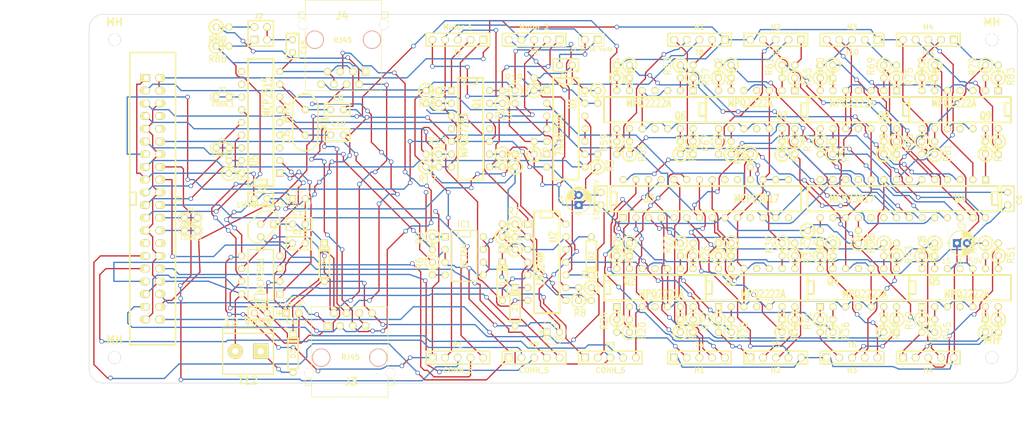
<source format=kicad_pcb>
(kicad_pcb (version 3) (host pcbnew "(2013-june-11)-stable")
  (layers (15 F.Cu signal) (0 B.Cu signal) (18 B.Paste user) (19 F.Paste user) (20 B.SilkS user) (21 F.SilkS user) (22 B.Mask user) (23 F.Mask user) (28 Edge.Cuts user))
  (net 0 "")
  (net 1 "#12")
  (net 2 "#13")
  (net 3 "#16")
  (net 4 "#19")
  (net 5 "#20")
  (net 6 "#21")
  (net 7 "#23")
  (net 8 "#24")
  (net 9 "#25")
  (net 10 "#26")
  (net 11 "#4")
  (net 12 "#5")
  (net 13 "#6")
  (net 14 +12V)
  (net 15 +3.3V)
  (net 16 +5V)
  (net 17 /CANTransiver/CS)
  (net 18 /CANTransiver/INT)
  (net 19 "/Quad Signals 1/GP0.0")
  (net 20 "/Quad Signals 1/GP0.1")
  (net 21 "/Quad Signals 1/GP0.2")
  (net 22 "/Quad Signals 1/GP0.3")
  (net 23 "/Quad Signals 1/GP0.4")
  (net 24 "/Quad Signals 1/GP0.5")
  (net 25 "/Quad Signals 1/GP0.6")
  (net 26 "/Quad Signals 1/GP0.7")
  (net 27 "/Quad Signals 1/GP1.0")
  (net 28 "/Quad Signals 1/GP1.1")
  (net 29 "/Quad Signals 1/GP1.2")
  (net 30 "/Quad Signals 1/GP1.3")
  (net 31 "/Quad Signals 1/GP1.4")
  (net 32 "/Quad Signals 1/GP1.5")
  (net 33 "/Quad Signals 1/GP1.6")
  (net 34 "/Quad Signals 1/GP1.7")
  (net 35 "/Quad Signals 1/H1-G")
  (net 36 "/Quad Signals 1/H1-L")
  (net 37 "/Quad Signals 1/H1-R")
  (net 38 "/Quad Signals 1/H1-Y")
  (net 39 "/Quad Signals 1/H2-G")
  (net 40 "/Quad Signals 1/H2-L")
  (net 41 "/Quad Signals 1/H2-R")
  (net 42 "/Quad Signals 1/H2-Y")
  (net 43 "/Quad Signals 1/H3-G")
  (net 44 "/Quad Signals 1/H3-L")
  (net 45 "/Quad Signals 1/H3-R")
  (net 46 "/Quad Signals 1/H3-Y")
  (net 47 "/Quad Signals 1/H4-G")
  (net 48 "/Quad Signals 1/H4-L")
  (net 49 "/Quad Signals 1/H4-R")
  (net 50 "/Quad Signals 1/H4-Y")
  (net 51 "/Quad Signals 2/GP0.0")
  (net 52 "/Quad Signals 2/GP0.1")
  (net 53 "/Quad Signals 2/GP0.2")
  (net 54 "/Quad Signals 2/GP0.3")
  (net 55 "/Quad Signals 2/GP0.4")
  (net 56 "/Quad Signals 2/GP0.5")
  (net 57 "/Quad Signals 2/GP0.6")
  (net 58 "/Quad Signals 2/GP0.7")
  (net 59 "/Quad Signals 2/GP1.0")
  (net 60 "/Quad Signals 2/GP1.1")
  (net 61 "/Quad Signals 2/GP1.2")
  (net 62 "/Quad Signals 2/GP1.3")
  (net 63 "/Quad Signals 2/GP1.4")
  (net 64 "/Quad Signals 2/GP1.5")
  (net 65 "/Quad Signals 2/GP1.6")
  (net 66 "/Quad Signals 2/GP1.7")
  (net 67 "/Quad Signals 2/H1-G")
  (net 68 "/Quad Signals 2/H1-L")
  (net 69 "/Quad Signals 2/H1-R")
  (net 70 "/Quad Signals 2/H1-Y")
  (net 71 "/Quad Signals 2/H2-G")
  (net 72 "/Quad Signals 2/H2-L")
  (net 73 "/Quad Signals 2/H2-R")
  (net 74 "/Quad Signals 2/H2-Y")
  (net 75 "/Quad Signals 2/H3-G")
  (net 76 "/Quad Signals 2/H3-L")
  (net 77 "/Quad Signals 2/H3-R")
  (net 78 "/Quad Signals 2/H3-Y")
  (net 79 "/Quad Signals 2/H4-G")
  (net 80 "/Quad Signals 2/H4-L")
  (net 81 "/Quad Signals 2/H4-R")
  (net 82 "/Quad Signals 2/H4-Y")
  (net 83 "/StallMotors/M Select 2")
  (net 84 "/StallMotors/MSelect 1")
  (net 85 "/StallMotors/Motor 1 A")
  (net 86 "/StallMotors/Motor 1 B")
  (net 87 "/StallMotors/Motor 2 A")
  (net 88 "/StallMotors/Motor 2 B")
  (net 89 "/StallMotors/Point 1 A")
  (net 90 "/StallMotors/Point 1 B")
  (net 91 "/StallMotors/Point 2 A")
  (net 92 "/StallMotors/Point 2 B")
  (net 93 "/StallMotors/Point Sense 1")
  (net 94 "/StallMotors/Point Sense 2")
  (net 95 CE0)
  (net 96 CE1)
  (net 97 GND)
  (net 98 MISO)
  (net 99 MOSI)
  (net 100 N-00000101)
  (net 101 N-00000102)
  (net 102 N-00000105)
  (net 103 N-00000106)
  (net 104 N-00000109)
  (net 105 N-00000110)
  (net 106 N-00000113)
  (net 107 N-00000114)
  (net 108 N-00000117)
  (net 109 N-00000119)
  (net 110 N-00000121)
  (net 111 N-00000122)
  (net 112 N-00000125)
  (net 113 N-00000126)
  (net 114 N-00000130)
  (net 115 N-00000131)
  (net 116 N-00000133)
  (net 117 N-00000135)
  (net 118 N-00000136)
  (net 119 N-00000139)
  (net 120 N-00000140)
  (net 121 N-00000143)
  (net 122 N-00000145)
  (net 123 N-00000146)
  (net 124 N-00000147)
  (net 125 N-00000148)
  (net 126 N-00000150)
  (net 127 N-00000151)
  (net 128 N-00000154)
  (net 129 N-00000155)
  (net 130 N-00000156)
  (net 131 N-00000157)
  (net 132 N-00000159)
  (net 133 N-00000160)
  (net 134 N-00000167)
  (net 135 N-00000168)
  (net 136 N-00000171)
  (net 137 N-00000173)
  (net 138 N-00000174)
  (net 139 N-00000177)
  (net 140 N-00000178)
  (net 141 N-00000181)
  (net 142 N-00000182)
  (net 143 N-00000185)
  (net 144 N-00000187)
  (net 145 N-00000188)
  (net 146 N-00000190)
  (net 147 N-00000191)
  (net 148 N-00000196)
  (net 149 N-00000197)
  (net 150 N-00000201)
  (net 151 N-00000202)
  (net 152 N-00000203)
  (net 153 N-00000204)
  (net 154 N-00000205)
  (net 155 N-00000206)
  (net 156 N-00000207)
  (net 157 N-00000208)
  (net 158 N-00000209)
  (net 159 N-00000210)
  (net 160 N-00000211)
  (net 161 N-00000218)
  (net 162 N-00000219)
  (net 163 N-00000220)
  (net 164 N-00000221)
  (net 165 N-0000034)
  (net 166 N-0000035)
  (net 167 N-0000036)
  (net 168 N-0000037)
  (net 169 N-0000038)
  (net 170 N-0000039)
  (net 171 N-0000040)
  (net 172 N-0000041)
  (net 173 N-0000044)
  (net 174 N-0000045)
  (net 175 N-0000053)
  (net 176 N-0000054)
  (net 177 N-0000055)
  (net 178 N-0000056)
  (net 179 N-0000057)
  (net 180 N-0000058)
  (net 181 N-0000059)
  (net 182 N-0000066)
  (net 183 N-0000067)
  (net 184 N-0000070)
  (net 185 N-0000071)
  (net 186 N-0000075)
  (net 187 N-0000076)
  (net 188 N-0000078)
  (net 189 N-0000080)
  (net 190 N-0000081)
  (net 191 N-0000084)
  (net 192 N-0000085)
  (net 193 N-0000087)
  (net 194 N-0000089)
  (net 195 N-0000090)
  (net 196 N-0000094)
  (net 197 N-0000097)
  (net 198 N-0000098)
  (net 199 SCL)
  (net 200 SCLK)
  (net 201 SDA)
  (module ScrewTerm_2.54-5 (layer F.Cu) (at 139.7 175.26)
    (fp_text reference P1 (at 0 -2.54) (layer F.SilkS) (effects (font (size 1.016 1.016) (thickness 0.2032))))
    (fp_text value CONN_5 (at 0 2.54) (layer F.SilkS) (effects (font (size 1.016 1.016) (thickness 0.2032))))
    (pad 1 thru_hole rect (at -5.08 0) (size 1.524 1.524) (drill 1.016) (layers *.Cu *.Mask F.SilkS) (net 15 +3.3V))
    (pad 2 thru_hole circle (at -2.54 0) (size 1.524 1.524) (drill 1.016) (layers *.Cu *.Mask F.SilkS) (net 11 "#4"))
    (pad 3 thru_hole circle (at 0 0) (size 1.524 1.524) (drill 1.016) (layers *.Cu *.Mask F.SilkS) (net 7 "#23"))
    (pad 4 thru_hole circle (at 2.54 0) (size 1.524 1.524) (drill 1.016) (layers *.Cu *.Mask F.SilkS) (net 8 "#24"))
    (pad 5 thru_hole circle (at 5.08 0) (size 1.524 1.524) (drill 1.016) (layers *.Cu *.Mask F.SilkS) (net 9 "#25"))
  )
  (module ScrewTerm_2.54-5 (layer F.Cu) (at 154.94 175.26)
    (fp_text reference P2 (at 0 -2.54) (layer F.SilkS) (effects (font (size 1.016 1.016) (thickness 0.2032))))
    (fp_text value CONN_5 (at 0 2.54) (layer F.SilkS) (effects (font (size 1.016 1.016) (thickness 0.2032))))
    (pad 1 thru_hole rect (at -5.08 0) (size 1.524 1.524) (drill 1.016) (layers *.Cu *.Mask F.SilkS) (net 12 "#5"))
    (pad 2 thru_hole circle (at -2.54 0) (size 1.524 1.524) (drill 1.016) (layers *.Cu *.Mask F.SilkS) (net 13 "#6"))
    (pad 3 thru_hole circle (at 0 0) (size 1.524 1.524) (drill 1.016) (layers *.Cu *.Mask F.SilkS) (net 1 "#12"))
    (pad 4 thru_hole circle (at 2.54 0) (size 1.524 1.524) (drill 1.016) (layers *.Cu *.Mask F.SilkS) (net 2 "#13"))
    (pad 5 thru_hole circle (at 5.08 0) (size 1.524 1.524) (drill 1.016) (layers *.Cu *.Mask F.SilkS) (net 3 "#16"))
  )
  (module ScrewTerm_2.54-5 (layer F.Cu) (at 170.18 175.26)
    (fp_text reference P3 (at 0 -2.54) (layer F.SilkS) (effects (font (size 1.016 1.016) (thickness 0.2032))))
    (fp_text value CONN_5 (at 0 2.54) (layer F.SilkS) (effects (font (size 1.016 1.016) (thickness 0.2032))))
    (pad 1 thru_hole rect (at -5.08 0) (size 1.524 1.524) (drill 1.016) (layers *.Cu *.Mask F.SilkS) (net 4 "#19"))
    (pad 2 thru_hole circle (at -2.54 0) (size 1.524 1.524) (drill 1.016) (layers *.Cu *.Mask F.SilkS) (net 5 "#20"))
    (pad 3 thru_hole circle (at 0 0) (size 1.524 1.524) (drill 1.016) (layers *.Cu *.Mask F.SilkS) (net 6 "#21"))
    (pad 4 thru_hole circle (at 2.54 0) (size 1.524 1.524) (drill 1.016) (layers *.Cu *.Mask F.SilkS) (net 10 "#26"))
    (pad 5 thru_hole circle (at 5.08 0) (size 1.524 1.524) (drill 1.016) (layers *.Cu *.Mask F.SilkS) (net 97 GND))
  )
  (module ScrewTerm_2.54-5 (layer F.Cu) (at 233.68 111.76 180)
    (fp_text reference T11 (at 0 -2.54 180) (layer F.SilkS) (effects (font (size 1.016 1.016) (thickness 0.2032))))
    (fp_text value H4 (at 0 2.54 180) (layer F.SilkS) (effects (font (size 1.016 1.016) (thickness 0.2032))))
    (pad 1 thru_hole rect (at -5.08 0 180) (size 1.524 1.524) (drill 1.016) (layers *.Cu *.Mask F.SilkS) (net 82 "/Quad Signals 2/H4-Y"))
    (pad 2 thru_hole circle (at -2.54 0 180) (size 1.524 1.524) (drill 1.016) (layers *.Cu *.Mask F.SilkS) (net 77 "/Quad Signals 2/H3-R"))
    (pad 3 thru_hole circle (at 0 0 180) (size 1.524 1.524) (drill 1.016) (layers *.Cu *.Mask F.SilkS) (net 79 "/Quad Signals 2/H4-G"))
    (pad 4 thru_hole circle (at 2.54 0 180) (size 1.524 1.524) (drill 1.016) (layers *.Cu *.Mask F.SilkS) (net 76 "/Quad Signals 2/H3-L"))
    (pad 5 thru_hole circle (at 5.08 0 180) (size 1.524 1.524) (drill 1.016) (layers *.Cu *.Mask F.SilkS) (net 16 +5V))
  )
  (module ScrewTerm_2.54-5 (layer F.Cu) (at 233.68 175.26)
    (fp_text reference T7 (at 0 -2.54) (layer F.SilkS) (effects (font (size 1.016 1.016) (thickness 0.2032))))
    (fp_text value H4 (at 0 2.54) (layer F.SilkS) (effects (font (size 1.016 1.016) (thickness 0.2032))))
    (pad 1 thru_hole rect (at -5.08 0) (size 1.524 1.524) (drill 1.016) (layers *.Cu *.Mask F.SilkS) (net 50 "/Quad Signals 1/H4-Y"))
    (pad 2 thru_hole circle (at -2.54 0) (size 1.524 1.524) (drill 1.016) (layers *.Cu *.Mask F.SilkS) (net 45 "/Quad Signals 1/H3-R"))
    (pad 3 thru_hole circle (at 0 0) (size 1.524 1.524) (drill 1.016) (layers *.Cu *.Mask F.SilkS) (net 47 "/Quad Signals 1/H4-G"))
    (pad 4 thru_hole circle (at 2.54 0) (size 1.524 1.524) (drill 1.016) (layers *.Cu *.Mask F.SilkS) (net 44 "/Quad Signals 1/H3-L"))
    (pad 5 thru_hole circle (at 5.08 0) (size 1.524 1.524) (drill 1.016) (layers *.Cu *.Mask F.SilkS) (net 16 +5V))
  )
  (module ScrewTerm_2.54-5 (layer F.Cu) (at 218.44 175.26)
    (fp_text reference T6 (at 0 -2.54) (layer F.SilkS) (effects (font (size 1.016 1.016) (thickness 0.2032))))
    (fp_text value H3 (at 0 2.54) (layer F.SilkS) (effects (font (size 1.016 1.016) (thickness 0.2032))))
    (pad 1 thru_hole rect (at -5.08 0) (size 1.524 1.524) (drill 1.016) (layers *.Cu *.Mask F.SilkS) (net 16 +5V))
    (pad 2 thru_hole circle (at -2.54 0) (size 1.524 1.524) (drill 1.016) (layers *.Cu *.Mask F.SilkS) (net 48 "/Quad Signals 1/H4-L"))
    (pad 3 thru_hole circle (at 0 0) (size 1.524 1.524) (drill 1.016) (layers *.Cu *.Mask F.SilkS) (net 43 "/Quad Signals 1/H3-G"))
    (pad 4 thru_hole circle (at 2.54 0) (size 1.524 1.524) (drill 1.016) (layers *.Cu *.Mask F.SilkS) (net 49 "/Quad Signals 1/H4-R"))
    (pad 5 thru_hole circle (at 5.08 0) (size 1.524 1.524) (drill 1.016) (layers *.Cu *.Mask F.SilkS) (net 46 "/Quad Signals 1/H3-Y"))
  )
  (module ScrewTerm_2.54-5 (layer F.Cu) (at 203.2 175.26)
    (fp_text reference T5 (at 0 -2.54) (layer F.SilkS) (effects (font (size 1.016 1.016) (thickness 0.2032))))
    (fp_text value H2 (at 0 2.54) (layer F.SilkS) (effects (font (size 1.016 1.016) (thickness 0.2032))))
    (pad 1 thru_hole rect (at -5.08 0) (size 1.524 1.524) (drill 1.016) (layers *.Cu *.Mask F.SilkS) (net 42 "/Quad Signals 1/H2-Y"))
    (pad 2 thru_hole circle (at -2.54 0) (size 1.524 1.524) (drill 1.016) (layers *.Cu *.Mask F.SilkS) (net 37 "/Quad Signals 1/H1-R"))
    (pad 3 thru_hole circle (at 0 0) (size 1.524 1.524) (drill 1.016) (layers *.Cu *.Mask F.SilkS) (net 39 "/Quad Signals 1/H2-G"))
    (pad 4 thru_hole circle (at 2.54 0) (size 1.524 1.524) (drill 1.016) (layers *.Cu *.Mask F.SilkS) (net 36 "/Quad Signals 1/H1-L"))
    (pad 5 thru_hole circle (at 5.08 0) (size 1.524 1.524) (drill 1.016) (layers *.Cu *.Mask F.SilkS) (net 16 +5V))
  )
  (module ScrewTerm_2.54-5 (layer F.Cu) (at 187.96 175.26)
    (fp_text reference T4 (at 0 -2.54) (layer F.SilkS) (effects (font (size 1.016 1.016) (thickness 0.2032))))
    (fp_text value H1 (at 0 2.54) (layer F.SilkS) (effects (font (size 1.016 1.016) (thickness 0.2032))))
    (pad 1 thru_hole rect (at -5.08 0) (size 1.524 1.524) (drill 1.016) (layers *.Cu *.Mask F.SilkS) (net 16 +5V))
    (pad 2 thru_hole circle (at -2.54 0) (size 1.524 1.524) (drill 1.016) (layers *.Cu *.Mask F.SilkS) (net 40 "/Quad Signals 1/H2-L"))
    (pad 3 thru_hole circle (at 0 0) (size 1.524 1.524) (drill 1.016) (layers *.Cu *.Mask F.SilkS) (net 35 "/Quad Signals 1/H1-G"))
    (pad 4 thru_hole circle (at 2.54 0) (size 1.524 1.524) (drill 1.016) (layers *.Cu *.Mask F.SilkS) (net 41 "/Quad Signals 1/H2-R"))
    (pad 5 thru_hole circle (at 5.08 0) (size 1.524 1.524) (drill 1.016) (layers *.Cu *.Mask F.SilkS) (net 38 "/Quad Signals 1/H1-Y"))
  )
  (module ScrewTerm_2.54-5 (layer F.Cu) (at 187.96 111.76 180)
    (fp_text reference T8 (at 0 -2.54 180) (layer F.SilkS) (effects (font (size 1.016 1.016) (thickness 0.2032))))
    (fp_text value H1 (at 0 2.54 180) (layer F.SilkS) (effects (font (size 1.016 1.016) (thickness 0.2032))))
    (pad 1 thru_hole rect (at -5.08 0 180) (size 1.524 1.524) (drill 1.016) (layers *.Cu *.Mask F.SilkS) (net 16 +5V))
    (pad 2 thru_hole circle (at -2.54 0 180) (size 1.524 1.524) (drill 1.016) (layers *.Cu *.Mask F.SilkS) (net 72 "/Quad Signals 2/H2-L"))
    (pad 3 thru_hole circle (at 0 0 180) (size 1.524 1.524) (drill 1.016) (layers *.Cu *.Mask F.SilkS) (net 67 "/Quad Signals 2/H1-G"))
    (pad 4 thru_hole circle (at 2.54 0 180) (size 1.524 1.524) (drill 1.016) (layers *.Cu *.Mask F.SilkS) (net 73 "/Quad Signals 2/H2-R"))
    (pad 5 thru_hole circle (at 5.08 0 180) (size 1.524 1.524) (drill 1.016) (layers *.Cu *.Mask F.SilkS) (net 70 "/Quad Signals 2/H1-Y"))
  )
  (module ScrewTerm_2.54-5 (layer F.Cu) (at 218.44 111.76 180)
    (fp_text reference T10 (at 0 -2.54 180) (layer F.SilkS) (effects (font (size 1.016 1.016) (thickness 0.2032))))
    (fp_text value H3 (at 0 2.54 180) (layer F.SilkS) (effects (font (size 1.016 1.016) (thickness 0.2032))))
    (pad 1 thru_hole rect (at -5.08 0 180) (size 1.524 1.524) (drill 1.016) (layers *.Cu *.Mask F.SilkS) (net 16 +5V))
    (pad 2 thru_hole circle (at -2.54 0 180) (size 1.524 1.524) (drill 1.016) (layers *.Cu *.Mask F.SilkS) (net 80 "/Quad Signals 2/H4-L"))
    (pad 3 thru_hole circle (at 0 0 180) (size 1.524 1.524) (drill 1.016) (layers *.Cu *.Mask F.SilkS) (net 75 "/Quad Signals 2/H3-G"))
    (pad 4 thru_hole circle (at 2.54 0 180) (size 1.524 1.524) (drill 1.016) (layers *.Cu *.Mask F.SilkS) (net 81 "/Quad Signals 2/H4-R"))
    (pad 5 thru_hole circle (at 5.08 0 180) (size 1.524 1.524) (drill 1.016) (layers *.Cu *.Mask F.SilkS) (net 78 "/Quad Signals 2/H3-Y"))
  )
  (module ScrewTerm_2.54-5 (layer F.Cu) (at 203.2 111.76 180)
    (fp_text reference T9 (at 0 -2.54 180) (layer F.SilkS) (effects (font (size 1.016 1.016) (thickness 0.2032))))
    (fp_text value H2 (at 0 2.54 180) (layer F.SilkS) (effects (font (size 1.016 1.016) (thickness 0.2032))))
    (pad 1 thru_hole rect (at -5.08 0 180) (size 1.524 1.524) (drill 1.016) (layers *.Cu *.Mask F.SilkS) (net 74 "/Quad Signals 2/H2-Y"))
    (pad 2 thru_hole circle (at -2.54 0 180) (size 1.524 1.524) (drill 1.016) (layers *.Cu *.Mask F.SilkS) (net 69 "/Quad Signals 2/H1-R"))
    (pad 3 thru_hole circle (at 0 0 180) (size 1.524 1.524) (drill 1.016) (layers *.Cu *.Mask F.SilkS) (net 71 "/Quad Signals 2/H2-G"))
    (pad 4 thru_hole circle (at 2.54 0 180) (size 1.524 1.524) (drill 1.016) (layers *.Cu *.Mask F.SilkS) (net 68 "/Quad Signals 2/H1-L"))
    (pad 5 thru_hole circle (at 5.08 0 180) (size 1.524 1.524) (drill 1.016) (layers *.Cu *.Mask F.SilkS) (net 16 +5V))
  )
  (module ScrewTerm_2.54-5 (layer F.Cu) (at 154.94 111.76 180)
    (fp_text reference T2 (at 0 -2.54 180) (layer F.SilkS) (effects (font (size 1.016 1.016) (thickness 0.2032))))
    (fp_text value "Motor 2" (at 0 2.54 180) (layer F.SilkS) (effects (font (size 1.016 1.016) (thickness 0.2032))))
    (pad 1 thru_hole rect (at -5.08 0 180) (size 1.524 1.524) (drill 1.016) (layers *.Cu *.Mask F.SilkS) (net 88 "/StallMotors/Motor 2 B"))
    (pad 2 thru_hole circle (at -2.54 0 180) (size 1.524 1.524) (drill 1.016) (layers *.Cu *.Mask F.SilkS) (net 87 "/StallMotors/Motor 2 A"))
    (pad 3 thru_hole circle (at 0 0 180) (size 1.524 1.524) (drill 1.016) (layers *.Cu *.Mask F.SilkS) (net 92 "/StallMotors/Point 2 B"))
    (pad 4 thru_hole circle (at 2.54 0 180) (size 1.524 1.524) (drill 1.016) (layers *.Cu *.Mask F.SilkS) (net 97 GND))
    (pad 5 thru_hole circle (at 5.08 0 180) (size 1.524 1.524) (drill 1.016) (layers *.Cu *.Mask F.SilkS) (net 91 "/StallMotors/Point 2 A"))
  )
  (module ScrewTerm_2.54-5 (layer F.Cu) (at 139.7 111.76 180)
    (fp_text reference T1 (at 0 -2.54 180) (layer F.SilkS) (effects (font (size 1.016 1.016) (thickness 0.2032))))
    (fp_text value "Motor 1" (at 0 2.54 180) (layer F.SilkS) (effects (font (size 1.016 1.016) (thickness 0.2032))))
    (pad 1 thru_hole rect (at -5.08 0 180) (size 1.524 1.524) (drill 1.016) (layers *.Cu *.Mask F.SilkS) (net 86 "/StallMotors/Motor 1 B"))
    (pad 2 thru_hole circle (at -2.54 0 180) (size 1.524 1.524) (drill 1.016) (layers *.Cu *.Mask F.SilkS) (net 85 "/StallMotors/Motor 1 A"))
    (pad 3 thru_hole circle (at 0 0 180) (size 1.524 1.524) (drill 1.016) (layers *.Cu *.Mask F.SilkS) (net 90 "/StallMotors/Point 1 B"))
    (pad 4 thru_hole circle (at 2.54 0 180) (size 1.524 1.524) (drill 1.016) (layers *.Cu *.Mask F.SilkS) (net 97 GND))
    (pad 5 thru_hole circle (at 5.08 0 180) (size 1.524 1.524) (drill 1.016) (layers *.Cu *.Mask F.SilkS) (net 89 "/StallMotors/Point 1 A"))
  )
  (module ScrewTerm2.54-2 (layer F.Cu) (at 166.37 111.76 180)
    (fp_text reference T3 hide)
    (fp_text value "12 to 16 Volts" (at 0 -1.905 180) (layer F.SilkS) (effects (font (size 0.762 0.762) (thickness 0.1524))))
    (pad 1 thru_hole rect (at -1.27 0 270) (size 1.524 1.524) (drill 1.016) (layers *.Cu *.Mask F.SilkS) (net 14 +12V))
    (pad 2 thru_hole circle (at 1.27 0 270) (size 1.524 1.524) (drill 1.016) (layers *.Cu *.Mask F.SilkS) (net 97 GND))
  )
  (module R1 (layer F.Cu) (at 245.11 153.67 270)
    (fp_text reference R47 (at -1.016 2.54 270) (layer F.SilkS) (effects (font (size 1.397 1.27) (thickness 0.2032))))
    (fp_text value "1K Ohms" hide)
    (pad 1 thru_hole circle (at -1.27 0 270) (size 1.397 1.397) (drill 0.8128) (layers *.Cu *.Mask F.SilkS) (net 34 "/Quad Signals 1/GP1.7"))
    (pad 2 thru_hole circle (at 1.27 0 270) (size 1.397 1.397) (drill 0.8128) (layers *.Cu *.Mask F.SilkS) (net 185 N-0000071))
  )
  (module R1 (layer F.Cu) (at 247.65 153.67 90)
    (fp_text reference R51 (at -1.016 2.54 90) (layer F.SilkS) (effects (font (size 1.397 1.27) (thickness 0.2032))))
    (fp_text value "150 Ohms" hide)
    (pad 1 thru_hole circle (at -1.27 0 90) (size 1.397 1.397) (drill 0.8128) (layers *.Cu *.Mask F.SilkS) (net 184 N-0000070))
    (pad 2 thru_hole circle (at 1.27 0 90) (size 1.397 1.397) (drill 0.8128) (layers *.Cu *.Mask F.SilkS) (net 47 "/Quad Signals 1/H4-G"))
  )
  (module R1 (layer F.Cu) (at 234.95 153.67 270)
    (fp_text reference R48 (at -1.016 2.54 270) (layer F.SilkS) (effects (font (size 1.397 1.27) (thickness 0.2032))))
    (fp_text value "1K Ohms" hide)
    (pad 1 thru_hole circle (at -1.27 0 270) (size 1.397 1.397) (drill 0.8128) (layers *.Cu *.Mask F.SilkS) (net 27 "/Quad Signals 1/GP1.0"))
    (pad 2 thru_hole circle (at 1.27 0 270) (size 1.397 1.397) (drill 0.8128) (layers *.Cu *.Mask F.SilkS) (net 183 N-0000067))
  )
  (module R1 (layer F.Cu) (at 232.41 153.67 90)
    (fp_text reference R52 (at -1.016 2.54 90) (layer F.SilkS) (effects (font (size 1.397 1.27) (thickness 0.2032))))
    (fp_text value "150 Ohms" hide)
    (pad 1 thru_hole circle (at -1.27 0 90) (size 1.397 1.397) (drill 0.8128) (layers *.Cu *.Mask F.SilkS) (net 182 N-0000066))
    (pad 2 thru_hole circle (at 1.27 0 90) (size 1.397 1.397) (drill 0.8128) (layers *.Cu *.Mask F.SilkS) (net 44 "/Quad Signals 1/H3-L"))
  )
  (module R1 (layer F.Cu) (at 224.79 133.35 90)
    (fp_text reference R72 (at -1.016 2.54 90) (layer F.SilkS) (effects (font (size 1.397 1.27) (thickness 0.2032))))
    (fp_text value "1K Ohms" hide)
    (pad 1 thru_hole circle (at -1.27 0 90) (size 1.397 1.397) (drill 0.8128) (layers *.Cu *.Mask F.SilkS) (net 61 "/Quad Signals 2/GP1.2"))
    (pad 2 thru_hole circle (at 1.27 0 90) (size 1.397 1.397) (drill 0.8128) (layers *.Cu *.Mask F.SilkS) (net 136 N-00000171))
  )
  (module R1 (layer F.Cu) (at 247.65 168.91 270)
    (fp_text reference R50 (at -1.016 2.54 270) (layer F.SilkS) (effects (font (size 1.397 1.27) (thickness 0.2032))))
    (fp_text value "150 Ohms" hide)
    (pad 1 thru_hole circle (at -1.27 0 270) (size 1.397 1.397) (drill 0.8128) (layers *.Cu *.Mask F.SilkS) (net 104 N-00000109))
    (pad 2 thru_hole circle (at 1.27 0 270) (size 1.397 1.397) (drill 0.8128) (layers *.Cu *.Mask F.SilkS) (net 45 "/Quad Signals 1/H3-R"))
  )
  (module R1 (layer F.Cu) (at 245.11 168.91 90)
    (fp_text reference R46 (at -1.016 2.54 90) (layer F.SilkS) (effects (font (size 1.397 1.27) (thickness 0.2032))))
    (fp_text value "1K Ohms" hide)
    (pad 1 thru_hole circle (at -1.27 0 90) (size 1.397 1.397) (drill 0.8128) (layers *.Cu *.Mask F.SilkS) (net 28 "/Quad Signals 1/GP1.1"))
    (pad 2 thru_hole circle (at 1.27 0 90) (size 1.397 1.397) (drill 0.8128) (layers *.Cu *.Mask F.SilkS) (net 105 N-00000110))
  )
  (module R1 (layer F.Cu) (at 232.41 168.91 270)
    (fp_text reference R49 (at -1.016 2.54 270) (layer F.SilkS) (effects (font (size 1.397 1.27) (thickness 0.2032))))
    (fp_text value "150 Ohms" hide)
    (pad 1 thru_hole circle (at -1.27 0 270) (size 1.397 1.397) (drill 0.8128) (layers *.Cu *.Mask F.SilkS) (net 106 N-00000113))
    (pad 2 thru_hole circle (at 1.27 0 270) (size 1.397 1.397) (drill 0.8128) (layers *.Cu *.Mask F.SilkS) (net 50 "/Quad Signals 1/H4-Y"))
  )
  (module R1 (layer F.Cu) (at 234.95 168.91 90)
    (fp_text reference R45 (at -1.016 2.54 90) (layer F.SilkS) (effects (font (size 1.397 1.27) (thickness 0.2032))))
    (fp_text value "1K Ohms" hide)
    (pad 1 thru_hole circle (at -1.27 0 90) (size 1.397 1.397) (drill 0.8128) (layers *.Cu *.Mask F.SilkS) (net 33 "/Quad Signals 1/GP1.6"))
    (pad 2 thru_hole circle (at 1.27 0 90) (size 1.397 1.397) (drill 0.8128) (layers *.Cu *.Mask F.SilkS) (net 107 N-00000114))
  )
  (module R1 (layer F.Cu) (at 227.33 133.35 270)
    (fp_text reference R78 (at -1.016 2.54 270) (layer F.SilkS) (effects (font (size 1.397 1.27) (thickness 0.2032))))
    (fp_text value "150 Ohms" hide)
    (pad 1 thru_hole circle (at -1.27 0 270) (size 1.397 1.397) (drill 0.8128) (layers *.Cu *.Mask F.SilkS) (net 143 N-00000185))
    (pad 2 thru_hole circle (at 1.27 0 270) (size 1.397 1.397) (drill 0.8128) (layers *.Cu *.Mask F.SilkS) (net 78 "/Quad Signals 2/H3-Y"))
  )
  (module R1 (layer F.Cu) (at 212.09 153.67 90)
    (fp_text reference R44 (at -1.016 2.54 90) (layer F.SilkS) (effects (font (size 1.397 1.27) (thickness 0.2032))))
    (fp_text value "150 Ohms" hide)
    (pad 1 thru_hole circle (at -1.27 0 90) (size 1.397 1.397) (drill 0.8128) (layers *.Cu *.Mask F.SilkS) (net 100 N-00000101))
    (pad 2 thru_hole circle (at 1.27 0 90) (size 1.397 1.397) (drill 0.8128) (layers *.Cu *.Mask F.SilkS) (net 46 "/Quad Signals 1/H3-Y"))
  )
  (module R1 (layer F.Cu) (at 214.63 153.67 270)
    (fp_text reference R39 (at -1.016 2.54 270) (layer F.SilkS) (effects (font (size 1.397 1.27) (thickness 0.2032))))
    (fp_text value "1K Ohms" hide)
    (pad 1 thru_hole circle (at -1.27 0 270) (size 1.397 1.397) (drill 0.8128) (layers *.Cu *.Mask F.SilkS) (net 29 "/Quad Signals 1/GP1.2"))
    (pad 2 thru_hole circle (at 1.27 0 270) (size 1.397 1.397) (drill 0.8128) (layers *.Cu *.Mask F.SilkS) (net 101 N-00000102))
  )
  (module R1 (layer F.Cu) (at 227.33 153.67 90)
    (fp_text reference R43 (at -1.016 2.54 90) (layer F.SilkS) (effects (font (size 1.397 1.27) (thickness 0.2032))))
    (fp_text value "150 Ohms" hide)
    (pad 1 thru_hole circle (at -1.27 0 90) (size 1.397 1.397) (drill 0.8128) (layers *.Cu *.Mask F.SilkS) (net 102 N-00000105))
    (pad 2 thru_hole circle (at 1.27 0 90) (size 1.397 1.397) (drill 0.8128) (layers *.Cu *.Mask F.SilkS) (net 49 "/Quad Signals 1/H4-R"))
  )
  (module R1 (layer F.Cu) (at 224.79 153.67 270)
    (fp_text reference R38 (at -1.016 2.54 270) (layer F.SilkS) (effects (font (size 1.397 1.27) (thickness 0.2032))))
    (fp_text value "1K Ohms" hide)
    (pad 1 thru_hole circle (at -1.27 0 270) (size 1.397 1.397) (drill 0.8128) (layers *.Cu *.Mask F.SilkS) (net 32 "/Quad Signals 1/GP1.5"))
    (pad 2 thru_hole circle (at 1.27 0 270) (size 1.397 1.397) (drill 0.8128) (layers *.Cu *.Mask F.SilkS) (net 103 N-00000106))
  )
  (module R1 (layer F.Cu) (at 227.33 168.91 270)
    (fp_text reference R42 (at -1.016 2.54 270) (layer F.SilkS) (effects (font (size 1.397 1.27) (thickness 0.2032))))
    (fp_text value "150 Ohms" hide)
    (pad 1 thru_hole circle (at -1.27 0 270) (size 1.397 1.397) (drill 0.8128) (layers *.Cu *.Mask F.SilkS) (net 112 N-00000125))
    (pad 2 thru_hole circle (at 1.27 0 270) (size 1.397 1.397) (drill 0.8128) (layers *.Cu *.Mask F.SilkS) (net 43 "/Quad Signals 1/H3-G"))
  )
  (module R1 (layer F.Cu) (at 224.79 168.91 90)
    (fp_text reference R37 (at -1.016 2.54 90) (layer F.SilkS) (effects (font (size 1.397 1.27) (thickness 0.2032))))
    (fp_text value "1K Ohms" hide)
    (pad 1 thru_hole circle (at -1.27 0 90) (size 1.397 1.397) (drill 0.8128) (layers *.Cu *.Mask F.SilkS) (net 30 "/Quad Signals 1/GP1.3"))
    (pad 2 thru_hole circle (at 1.27 0 90) (size 1.397 1.397) (drill 0.8128) (layers *.Cu *.Mask F.SilkS) (net 113 N-00000126))
  )
  (module R1 (layer F.Cu) (at 212.09 168.91 270)
    (fp_text reference R41 (at -1.016 2.54 270) (layer F.SilkS) (effects (font (size 1.397 1.27) (thickness 0.2032))))
    (fp_text value "150 Ohms" hide)
    (pad 1 thru_hole circle (at -1.27 0 270) (size 1.397 1.397) (drill 0.8128) (layers *.Cu *.Mask F.SilkS) (net 114 N-00000130))
    (pad 2 thru_hole circle (at 1.27 0 270) (size 1.397 1.397) (drill 0.8128) (layers *.Cu *.Mask F.SilkS) (net 48 "/Quad Signals 1/H4-L"))
  )
  (module R1 (layer F.Cu) (at 214.63 168.91 90)
    (fp_text reference R36 (at -1.016 2.54 90) (layer F.SilkS) (effects (font (size 1.397 1.27) (thickness 0.2032))))
    (fp_text value "1K Ohms" hide)
    (pad 1 thru_hole circle (at -1.27 0 90) (size 1.397 1.397) (drill 0.8128) (layers *.Cu *.Mask F.SilkS) (net 31 "/Quad Signals 1/GP1.4"))
    (pad 2 thru_hole circle (at 1.27 0 90) (size 1.397 1.397) (drill 0.8128) (layers *.Cu *.Mask F.SilkS) (net 115 N-00000131))
  )
  (module R1 (layer F.Cu) (at 224.79 118.11 270)
    (fp_text reference R69 (at -1.016 2.54 270) (layer F.SilkS) (effects (font (size 1.397 1.27) (thickness 0.2032))))
    (fp_text value "1K Ohms" hide)
    (pad 1 thru_hole circle (at -1.27 0 270) (size 1.397 1.397) (drill 0.8128) (layers *.Cu *.Mask F.SilkS) (net 63 "/Quad Signals 2/GP1.4"))
    (pad 2 thru_hole circle (at 1.27 0 270) (size 1.397 1.397) (drill 0.8128) (layers *.Cu *.Mask F.SilkS) (net 149 N-00000197))
  )
  (module R1 (layer F.Cu) (at 207.01 133.35 270)
    (fp_text reference R68 (at -1.016 2.54 270) (layer F.SilkS) (effects (font (size 1.397 1.27) (thickness 0.2032))))
    (fp_text value "150 Ohms" hide)
    (pad 1 thru_hole circle (at -1.27 0 270) (size 1.397 1.397) (drill 0.8128) (layers *.Cu *.Mask F.SilkS) (net 144 N-00000187))
    (pad 2 thru_hole circle (at 1.27 0 270) (size 1.397 1.397) (drill 0.8128) (layers *.Cu *.Mask F.SilkS) (net 68 "/Quad Signals 2/H1-L"))
  )
  (module R1 (layer F.Cu) (at 204.47 133.35 90)
    (fp_text reference R64 (at -1.016 2.54 90) (layer F.SilkS) (effects (font (size 1.397 1.27) (thickness 0.2032))))
    (fp_text value "1k Ohms" hide)
    (pad 1 thru_hole circle (at -1.27 0 90) (size 1.397 1.397) (drill 0.8128) (layers *.Cu *.Mask F.SilkS) (net 51 "/Quad Signals 2/GP0.0"))
    (pad 2 thru_hole circle (at 1.27 0 90) (size 1.397 1.397) (drill 0.8128) (layers *.Cu *.Mask F.SilkS) (net 145 N-00000188))
  )
  (module R1 (layer F.Cu) (at 191.77 133.35 270)
    (fp_text reference R67 (at -1.016 2.54 270) (layer F.SilkS) (effects (font (size 1.397 1.27) (thickness 0.2032))))
    (fp_text value "150 Ohms" hide)
    (pad 1 thru_hole circle (at -1.27 0 270) (size 1.397 1.397) (drill 0.8128) (layers *.Cu *.Mask F.SilkS) (net 146 N-00000190))
    (pad 2 thru_hole circle (at 1.27 0 270) (size 1.397 1.397) (drill 0.8128) (layers *.Cu *.Mask F.SilkS) (net 71 "/Quad Signals 2/H2-G"))
  )
  (module R1 (layer F.Cu) (at 194.31 133.35 90)
    (fp_text reference R63 (at -1.016 2.54 90) (layer F.SilkS) (effects (font (size 1.397 1.27) (thickness 0.2032))))
    (fp_text value "1K Ohms" hide)
    (pad 1 thru_hole circle (at -1.27 0 90) (size 1.397 1.397) (drill 0.8128) (layers *.Cu *.Mask F.SilkS) (net 58 "/Quad Signals 2/GP0.7"))
    (pad 2 thru_hole circle (at 1.27 0 90) (size 1.397 1.397) (drill 0.8128) (layers *.Cu *.Mask F.SilkS) (net 147 N-00000191))
  )
  (module R1 (layer F.Cu) (at 191.77 118.11 90)
    (fp_text reference R66 (at -1.016 2.54 90) (layer F.SilkS) (effects (font (size 1.397 1.27) (thickness 0.2032))))
    (fp_text value "150 Ohms" hide)
    (pad 1 thru_hole circle (at -1.27 0 90) (size 1.397 1.397) (drill 0.8128) (layers *.Cu *.Mask F.SilkS) (net 130 N-00000156))
    (pad 2 thru_hole circle (at 1.27 0 90) (size 1.397 1.397) (drill 0.8128) (layers *.Cu *.Mask F.SilkS) (net 69 "/Quad Signals 2/H1-R"))
  )
  (module R1 (layer F.Cu) (at 194.31 118.11 270)
    (fp_text reference R62 (at -1.016 2.54 270) (layer F.SilkS) (effects (font (size 1.397 1.27) (thickness 0.2032))))
    (fp_text value "1K Ohms" hide)
    (pad 1 thru_hole circle (at -1.27 0 270) (size 1.397 1.397) (drill 0.8128) (layers *.Cu *.Mask F.SilkS) (net 52 "/Quad Signals 2/GP0.1"))
    (pad 2 thru_hole circle (at 1.27 0 270) (size 1.397 1.397) (drill 0.8128) (layers *.Cu *.Mask F.SilkS) (net 131 N-00000157))
  )
  (module R1 (layer F.Cu) (at 207.01 118.11 90)
    (fp_text reference R65 (at -1.016 2.54 90) (layer F.SilkS) (effects (font (size 1.397 1.27) (thickness 0.2032))))
    (fp_text value "150 Ohms" hide)
    (pad 1 thru_hole circle (at -1.27 0 90) (size 1.397 1.397) (drill 0.8128) (layers *.Cu *.Mask F.SilkS) (net 132 N-00000159))
    (pad 2 thru_hole circle (at 1.27 0 90) (size 1.397 1.397) (drill 0.8128) (layers *.Cu *.Mask F.SilkS) (net 74 "/Quad Signals 2/H2-Y"))
  )
  (module R1 (layer F.Cu) (at 204.47 118.11 270)
    (fp_text reference R61 (at -1.016 2.54 270) (layer F.SilkS) (effects (font (size 1.397 1.27) (thickness 0.2032))))
    (fp_text value "1K Ohms" hide)
    (pad 1 thru_hole circle (at -1.27 0 270) (size 1.397 1.397) (drill 0.8128) (layers *.Cu *.Mask F.SilkS) (net 57 "/Quad Signals 2/GP0.6"))
    (pad 2 thru_hole circle (at 1.27 0 270) (size 1.397 1.397) (drill 0.8128) (layers *.Cu *.Mask F.SilkS) (net 133 N-00000160))
  )
  (module R1 (layer F.Cu) (at 227.33 118.11 90)
    (fp_text reference R75 (at -1.016 2.54 90) (layer F.SilkS) (effects (font (size 1.397 1.27) (thickness 0.2032))))
    (fp_text value "150 Ohms" hide)
    (pad 1 thru_hole circle (at -1.27 0 90) (size 1.397 1.397) (drill 0.8128) (layers *.Cu *.Mask F.SilkS) (net 148 N-00000196))
    (pad 2 thru_hole circle (at 1.27 0 90) (size 1.397 1.397) (drill 0.8128) (layers *.Cu *.Mask F.SilkS) (net 80 "/Quad Signals 2/H4-L"))
  )
  (module R1 (layer F.Cu) (at 186.69 133.35 270)
    (fp_text reference R60 (at -1.016 2.54 270) (layer F.SilkS) (effects (font (size 1.397 1.27) (thickness 0.2032))))
    (fp_text value "150 Ohms" hide)
    (pad 1 thru_hole circle (at -1.27 0 270) (size 1.397 1.397) (drill 0.8128) (layers *.Cu *.Mask F.SilkS) (net 124 N-00000147))
    (pad 2 thru_hole circle (at 1.27 0 270) (size 1.397 1.397) (drill 0.8128) (layers *.Cu *.Mask F.SilkS) (net 70 "/Quad Signals 2/H1-Y"))
  )
  (module R1 (layer F.Cu) (at 184.15 133.35 90)
    (fp_text reference R56 (at -1.016 2.54 90) (layer F.SilkS) (effects (font (size 1.397 1.27) (thickness 0.2032))))
    (fp_text value "1K Ohms" hide)
    (pad 1 thru_hole circle (at -1.27 0 90) (size 1.397 1.397) (drill 0.8128) (layers *.Cu *.Mask F.SilkS) (net 53 "/Quad Signals 2/GP0.2"))
    (pad 2 thru_hole circle (at 1.27 0 90) (size 1.397 1.397) (drill 0.8128) (layers *.Cu *.Mask F.SilkS) (net 125 N-00000148))
  )
  (module R1 (layer F.Cu) (at 171.45 133.35 270)
    (fp_text reference R59 (at -1.016 2.54 270) (layer F.SilkS) (effects (font (size 1.397 1.27) (thickness 0.2032))))
    (fp_text value "150 Ohms" hide)
    (pad 1 thru_hole circle (at -1.27 0 270) (size 1.397 1.397) (drill 0.8128) (layers *.Cu *.Mask F.SilkS) (net 126 N-00000150))
    (pad 2 thru_hole circle (at 1.27 0 270) (size 1.397 1.397) (drill 0.8128) (layers *.Cu *.Mask F.SilkS) (net 73 "/Quad Signals 2/H2-R"))
  )
  (module R1 (layer F.Cu) (at 173.99 133.35 90)
    (fp_text reference R55 (at -1.016 2.54 90) (layer F.SilkS) (effects (font (size 1.397 1.27) (thickness 0.2032))))
    (fp_text value "1K Ohms" hide)
    (pad 1 thru_hole circle (at -1.27 0 90) (size 1.397 1.397) (drill 0.8128) (layers *.Cu *.Mask F.SilkS) (net 56 "/Quad Signals 2/GP0.5"))
    (pad 2 thru_hole circle (at 1.27 0 90) (size 1.397 1.397) (drill 0.8128) (layers *.Cu *.Mask F.SilkS) (net 127 N-00000151))
  )
  (module R1 (layer F.Cu) (at 171.45 118.11 90)
    (fp_text reference R58 (at -1.016 2.54 90) (layer F.SilkS) (effects (font (size 1.397 1.27) (thickness 0.2032))))
    (fp_text value "150 Ohms" hide)
    (pad 1 thru_hole circle (at -1.27 0 90) (size 1.397 1.397) (drill 0.8128) (layers *.Cu *.Mask F.SilkS) (net 128 N-00000154))
    (pad 2 thru_hole circle (at 1.27 0 90) (size 1.397 1.397) (drill 0.8128) (layers *.Cu *.Mask F.SilkS) (net 67 "/Quad Signals 2/H1-G"))
  )
  (module R1 (layer F.Cu) (at 173.99 118.11 270)
    (fp_text reference R54 (at -1.016 2.54 270) (layer F.SilkS) (effects (font (size 1.397 1.27) (thickness 0.2032))))
    (fp_text value "1K Ohms" hide)
    (pad 1 thru_hole circle (at -1.27 0 270) (size 1.397 1.397) (drill 0.8128) (layers *.Cu *.Mask F.SilkS) (net 54 "/Quad Signals 2/GP0.3"))
    (pad 2 thru_hole circle (at 1.27 0 270) (size 1.397 1.397) (drill 0.8128) (layers *.Cu *.Mask F.SilkS) (net 129 N-00000155))
  )
  (module R1 (layer F.Cu) (at 186.69 118.11 90)
    (fp_text reference R57 (at -1.016 2.54 90) (layer F.SilkS) (effects (font (size 1.397 1.27) (thickness 0.2032))))
    (fp_text value "150 Ohms" hide)
    (pad 1 thru_hole circle (at -1.27 0 90) (size 1.397 1.397) (drill 0.8128) (layers *.Cu *.Mask F.SilkS) (net 134 N-00000167))
    (pad 2 thru_hole circle (at 1.27 0 90) (size 1.397 1.397) (drill 0.8128) (layers *.Cu *.Mask F.SilkS) (net 72 "/Quad Signals 2/H2-L"))
  )
  (module R1 (layer F.Cu) (at 184.15 118.11 270)
    (fp_text reference R53 (at -1.016 2.54 270) (layer F.SilkS) (effects (font (size 1.397 1.27) (thickness 0.2032))))
    (fp_text value "1K Ohms" hide)
    (pad 1 thru_hole circle (at -1.27 0 270) (size 1.397 1.397) (drill 0.8128) (layers *.Cu *.Mask F.SilkS) (net 55 "/Quad Signals 2/GP0.4"))
    (pad 2 thru_hole circle (at 1.27 0 270) (size 1.397 1.397) (drill 0.8128) (layers *.Cu *.Mask F.SilkS) (net 135 N-00000168))
  )
  (module R1 (layer F.Cu) (at 214.63 118.11 270)
    (fp_text reference R70 (at -1.016 2.54 270) (layer F.SilkS) (effects (font (size 1.397 1.27) (thickness 0.2032))))
    (fp_text value "1K Ohms" hide)
    (pad 1 thru_hole circle (at -1.27 0 270) (size 1.397 1.397) (drill 0.8128) (layers *.Cu *.Mask F.SilkS) (net 62 "/Quad Signals 2/GP1.3"))
    (pad 2 thru_hole circle (at 1.27 0 270) (size 1.397 1.397) (drill 0.8128) (layers *.Cu *.Mask F.SilkS) (net 140 N-00000178))
  )
  (module R1 (layer F.Cu) (at 212.09 118.11 90)
    (fp_text reference R76 (at -1.016 2.54 90) (layer F.SilkS) (effects (font (size 1.397 1.27) (thickness 0.2032))))
    (fp_text value "150 Ohms" hide)
    (pad 1 thru_hole circle (at -1.27 0 90) (size 1.397 1.397) (drill 0.8128) (layers *.Cu *.Mask F.SilkS) (net 139 N-00000177))
    (pad 2 thru_hole circle (at 1.27 0 90) (size 1.397 1.397) (drill 0.8128) (layers *.Cu *.Mask F.SilkS) (net 75 "/Quad Signals 2/H3-G"))
  )
  (module R1 (layer F.Cu) (at 198.12 135.89 270)
    (fp_text reference R40 (at -1.016 2.54 270) (layer F.SilkS) (effects (font (size 1.397 1.27) (thickness 0.2032))))
    (fp_text value "10K Ohms" hide)
    (pad 1 thru_hole circle (at -1.27 0 270) (size 1.397 1.397) (drill 0.8128) (layers *.Cu *.Mask F.SilkS) (net 15 +3.3V))
    (pad 2 thru_hole circle (at 1.27 0 270) (size 1.397 1.397) (drill 0.8128) (layers *.Cu *.Mask F.SilkS) (net 186 N-0000075))
  )
  (module R1 (layer F.Cu) (at 214.63 133.35 90)
    (fp_text reference R71 (at -1.016 2.54 90) (layer F.SilkS) (effects (font (size 1.397 1.27) (thickness 0.2032))))
    (fp_text value "1K Ohms" hide)
    (pad 1 thru_hole circle (at -1.27 0 90) (size 1.397 1.397) (drill 0.8128) (layers *.Cu *.Mask F.SilkS) (net 64 "/Quad Signals 2/GP1.5"))
    (pad 2 thru_hole circle (at 1.27 0 90) (size 1.397 1.397) (drill 0.8128) (layers *.Cu *.Mask F.SilkS) (net 138 N-00000174))
  )
  (module R1 (layer F.Cu) (at 212.09 133.35 270)
    (fp_text reference R77 (at -1.016 2.54 270) (layer F.SilkS) (effects (font (size 1.397 1.27) (thickness 0.2032))))
    (fp_text value "150 Ohms" hide)
    (pad 1 thru_hole circle (at -1.27 0 270) (size 1.397 1.397) (drill 0.8128) (layers *.Cu *.Mask F.SilkS) (net 137 N-00000173))
    (pad 2 thru_hole circle (at 1.27 0 270) (size 1.397 1.397) (drill 0.8128) (layers *.Cu *.Mask F.SilkS) (net 81 "/Quad Signals 2/H4-R"))
  )
  (module R1 (layer F.Cu) (at 134.62 137.16)
    (fp_text reference R17 (at -1.016 2.54) (layer F.SilkS) (effects (font (size 1.397 1.27) (thickness 0.2032))))
    (fp_text value "470 Ohms" hide)
    (pad 1 thru_hole circle (at -1.27 0) (size 1.397 1.397) (drill 0.8128) (layers *.Cu *.Mask F.SilkS) (net 14 +12V))
    (pad 2 thru_hole circle (at 1.27 0) (size 1.397 1.397) (drill 0.8128) (layers *.Cu *.Mask F.SilkS) (net 86 "/StallMotors/Motor 1 B"))
  )
  (module R1 (layer F.Cu) (at 134.62 121.92)
    (fp_text reference R16 (at -1.016 2.54) (layer F.SilkS) (effects (font (size 1.397 1.27) (thickness 0.2032))))
    (fp_text value "470 Ohms" hide)
    (pad 1 thru_hole circle (at -1.27 0) (size 1.397 1.397) (drill 0.8128) (layers *.Cu *.Mask F.SilkS) (net 14 +12V))
    (pad 2 thru_hole circle (at 1.27 0) (size 1.397 1.397) (drill 0.8128) (layers *.Cu *.Mask F.SilkS) (net 85 "/StallMotors/Motor 1 A"))
  )
  (module R1 (layer F.Cu) (at 134.62 124.46 180)
    (fp_text reference R12 (at -1.016 2.54 180) (layer F.SilkS) (effects (font (size 1.397 1.27) (thickness 0.2032))))
    (fp_text value "1K Ohms" hide)
    (pad 1 thru_hole circle (at -1.27 0 180) (size 1.397 1.397) (drill 0.8128) (layers *.Cu *.Mask F.SilkS) (net 168 N-0000037))
    (pad 2 thru_hole circle (at 1.27 0 180) (size 1.397 1.397) (drill 0.8128) (layers *.Cu *.Mask F.SilkS) (net 169 N-0000038))
  )
  (module R1 (layer F.Cu) (at 134.62 134.62 180)
    (fp_text reference R13 (at -1.016 2.54 180) (layer F.SilkS) (effects (font (size 1.397 1.27) (thickness 0.2032))))
    (fp_text value "1K Ohms" hide)
    (pad 1 thru_hole circle (at -1.27 0 180) (size 1.397 1.397) (drill 0.8128) (layers *.Cu *.Mask F.SilkS) (net 167 N-0000036))
    (pad 2 thru_hole circle (at 1.27 0 180) (size 1.397 1.397) (drill 0.8128) (layers *.Cu *.Mask F.SilkS) (net 170 N-0000039))
  )
  (module R1 (layer F.Cu) (at 149.86 134.62)
    (fp_text reference R14 (at -1.016 2.54) (layer F.SilkS) (effects (font (size 1.397 1.27) (thickness 0.2032))))
    (fp_text value "1K Ohms" hide)
    (pad 1 thru_hole circle (at -1.27 0) (size 1.397 1.397) (drill 0.8128) (layers *.Cu *.Mask F.SilkS) (net 166 N-0000035))
    (pad 2 thru_hole circle (at 1.27 0) (size 1.397 1.397) (drill 0.8128) (layers *.Cu *.Mask F.SilkS) (net 171 N-0000040))
  )
  (module R1 (layer F.Cu) (at 149.86 124.46)
    (fp_text reference R15 (at -1.016 2.54) (layer F.SilkS) (effects (font (size 1.397 1.27) (thickness 0.2032))))
    (fp_text value "1K Ohms" hide)
    (pad 1 thru_hole circle (at -1.27 0) (size 1.397 1.397) (drill 0.8128) (layers *.Cu *.Mask F.SilkS) (net 165 N-0000034))
    (pad 2 thru_hole circle (at 1.27 0) (size 1.397 1.397) (drill 0.8128) (layers *.Cu *.Mask F.SilkS) (net 172 N-0000041))
  )
  (module R1 (layer F.Cu) (at 232.41 133.35 270)
    (fp_text reference R85 (at -1.016 2.54 270) (layer F.SilkS) (effects (font (size 1.397 1.27) (thickness 0.2032))))
    (fp_text value "150 Ohms" hide)
    (pad 1 thru_hole circle (at -1.27 0 270) (size 1.397 1.397) (drill 0.8128) (layers *.Cu *.Mask F.SilkS) (net 117 N-00000135))
    (pad 2 thru_hole circle (at 1.27 0 270) (size 1.397 1.397) (drill 0.8128) (layers *.Cu *.Mask F.SilkS) (net 79 "/Quad Signals 2/H4-G"))
  )
  (module R1 (layer F.Cu) (at 245.11 133.35 90)
    (fp_text reference R82 (at -1.016 2.54 90) (layer F.SilkS) (effects (font (size 1.397 1.27) (thickness 0.2032))))
    (fp_text value "1K Ohms" hide)
    (pad 1 thru_hole circle (at -1.27 0 90) (size 1.397 1.397) (drill 0.8128) (layers *.Cu *.Mask F.SilkS) (net 59 "/Quad Signals 2/GP1.0"))
    (pad 2 thru_hole circle (at 1.27 0 90) (size 1.397 1.397) (drill 0.8128) (layers *.Cu *.Mask F.SilkS) (net 116 N-00000133))
  )
  (module R1 (layer F.Cu) (at 165.1 161.29 180)
    (fp_text reference R10 (at -1.016 2.54 180) (layer F.SilkS) (effects (font (size 1.397 1.27) (thickness 0.2032))))
    (fp_text value "1K Ohms" hide)
    (pad 1 thru_hole circle (at -1.27 0 180) (size 1.397 1.397) (drill 0.8128) (layers *.Cu *.Mask F.SilkS) (net 14 +12V))
    (pad 2 thru_hole circle (at 1.27 0 180) (size 1.397 1.397) (drill 0.8128) (layers *.Cu *.Mask F.SilkS) (net 174 N-0000045))
  )
  (module R1 (layer F.Cu) (at 165.1 163.83)
    (fp_text reference R8 (at -1.016 2.54) (layer F.SilkS) (effects (font (size 1.397 1.27) (thickness 0.2032))))
    (fp_text value "100 Ohms" hide)
    (pad 1 thru_hole circle (at -1.27 0) (size 1.397 1.397) (drill 0.8128) (layers *.Cu *.Mask F.SilkS) (net 174 N-0000045))
    (pad 2 thru_hole circle (at 1.27 0) (size 1.397 1.397) (drill 0.8128) (layers *.Cu *.Mask F.SilkS) (net 173 N-0000044))
  )
  (module R1 (layer F.Cu) (at 247.65 133.35 270)
    (fp_text reference R86 (at -1.016 2.54 270) (layer F.SilkS) (effects (font (size 1.397 1.27) (thickness 0.2032))))
    (fp_text value "150 Ohms" hide)
    (pad 1 thru_hole circle (at -1.27 0 270) (size 1.397 1.397) (drill 0.8128) (layers *.Cu *.Mask F.SilkS) (net 121 N-00000143))
    (pad 2 thru_hole circle (at 1.27 0 270) (size 1.397 1.397) (drill 0.8128) (layers *.Cu *.Mask F.SilkS) (net 76 "/Quad Signals 2/H3-L"))
  )
  (module R1 (layer F.Cu) (at 149.86 148.59 180)
    (fp_text reference R7 (at -1.016 2.54 180) (layer F.SilkS) (effects (font (size 1.397 1.27) (thickness 0.2032))))
    (fp_text value "100 Ohms" hide)
    (pad 1 thru_hole circle (at -1.27 0 180) (size 1.397 1.397) (drill 0.8128) (layers *.Cu *.Mask F.SilkS) (net 181 N-0000059))
    (pad 2 thru_hole circle (at 1.27 0 180) (size 1.397 1.397) (drill 0.8128) (layers *.Cu *.Mask F.SilkS) (net 178 N-0000056))
  )
  (module R1 (layer F.Cu) (at 149.86 151.13)
    (fp_text reference R9 (at -1.016 2.54) (layer F.SilkS) (effects (font (size 1.397 1.27) (thickness 0.2032))))
    (fp_text value "1K Ohms" hide)
    (pad 1 thru_hole circle (at -1.27 0) (size 1.397 1.397) (drill 0.8128) (layers *.Cu *.Mask F.SilkS) (net 14 +12V))
    (pad 2 thru_hole circle (at 1.27 0) (size 1.397 1.397) (drill 0.8128) (layers *.Cu *.Mask F.SilkS) (net 181 N-0000059))
  )
  (module R1 (layer F.Cu) (at 149.86 153.67 180)
    (fp_text reference R11 (at -1.016 2.54 180) (layer F.SilkS) (effects (font (size 1.397 1.27) (thickness 0.2032))))
    (fp_text value "1K Ohms" hide)
    (pad 1 thru_hole circle (at -1.27 0 180) (size 1.397 1.397) (drill 0.8128) (layers *.Cu *.Mask F.SilkS) (net 14 +12V))
    (pad 2 thru_hole circle (at 1.27 0 180) (size 1.397 1.397) (drill 0.8128) (layers *.Cu *.Mask F.SilkS) (net 180 N-0000058))
  )
  (module R1 (layer F.Cu) (at 167.64 123.19 270)
    (fp_text reference R4 (at -1.016 2.54 270) (layer F.SilkS) (effects (font (size 1.397 1.27) (thickness 0.2032))))
    (fp_text value "10K Ohms" hide)
    (pad 1 thru_hole circle (at -1.27 0 270) (size 1.397 1.397) (drill 0.8128) (layers *.Cu *.Mask F.SilkS) (net 15 +3.3V))
    (pad 2 thru_hole circle (at 1.27 0 270) (size 1.397 1.397) (drill 0.8128) (layers *.Cu *.Mask F.SilkS) (net 92 "/StallMotors/Point 2 B"))
  )
  (module R1 (layer F.Cu) (at 167.64 135.89 90)
    (fp_text reference R3 (at -1.016 2.54 90) (layer F.SilkS) (effects (font (size 1.397 1.27) (thickness 0.2032))))
    (fp_text value "10K Ohms" hide)
    (pad 1 thru_hole circle (at -1.27 0 90) (size 1.397 1.397) (drill 0.8128) (layers *.Cu *.Mask F.SilkS) (net 15 +3.3V))
    (pad 2 thru_hole circle (at 1.27 0 90) (size 1.397 1.397) (drill 0.8128) (layers *.Cu *.Mask F.SilkS) (net 91 "/StallMotors/Point 2 A"))
  )
  (module R1 (layer F.Cu) (at 154.94 133.35 90)
    (fp_text reference R2 (at -1.016 2.54 90) (layer F.SilkS) (effects (font (size 1.397 1.27) (thickness 0.2032))))
    (fp_text value "10K Ohms" hide)
    (pad 1 thru_hole circle (at -1.27 0 90) (size 1.397 1.397) (drill 0.8128) (layers *.Cu *.Mask F.SilkS) (net 15 +3.3V))
    (pad 2 thru_hole circle (at 1.27 0 90) (size 1.397 1.397) (drill 0.8128) (layers *.Cu *.Mask F.SilkS) (net 90 "/StallMotors/Point 1 B"))
  )
  (module R1 (layer F.Cu) (at 154.94 120.65 90)
    (fp_text reference R1 (at -1.016 2.54 90) (layer F.SilkS) (effects (font (size 1.397 1.27) (thickness 0.2032))))
    (fp_text value "10K Ohms" hide)
    (pad 1 thru_hole circle (at -1.27 0 90) (size 1.397 1.397) (drill 0.8128) (layers *.Cu *.Mask F.SilkS) (net 89 "/StallMotors/Point 1 A"))
    (pad 2 thru_hole circle (at 1.27 0 90) (size 1.397 1.397) (drill 0.8128) (layers *.Cu *.Mask F.SilkS) (net 15 +3.3V))
  )
  (module R1 (layer F.Cu) (at 134.62 157.48 270)
    (fp_text reference R6 (at -1.016 2.54 270) (layer F.SilkS) (effects (font (size 1.397 1.27) (thickness 0.2032))))
    (fp_text value "270 Ohms" hide)
    (pad 1 thru_hole circle (at -1.27 0 270) (size 1.397 1.397) (drill 0.8128) (layers *.Cu *.Mask F.SilkS) (net 83 "/StallMotors/M Select 2"))
    (pad 2 thru_hole circle (at 1.27 0 270) (size 1.397 1.397) (drill 0.8128) (layers *.Cu *.Mask F.SilkS) (net 175 N-0000053))
  )
  (module R1 (layer F.Cu) (at 134.62 152.4 270)
    (fp_text reference R5 (at -1.016 2.54 270) (layer F.SilkS) (effects (font (size 1.397 1.27) (thickness 0.2032))))
    (fp_text value "270 Ohms" hide)
    (pad 1 thru_hole circle (at -1.27 0 270) (size 1.397 1.397) (drill 0.8128) (layers *.Cu *.Mask F.SilkS) (net 176 N-0000054))
    (pad 2 thru_hole circle (at 1.27 0 270) (size 1.397 1.397) (drill 0.8128) (layers *.Cu *.Mask F.SilkS) (net 84 "/StallMotors/MSelect 1"))
  )
  (module R1 (layer F.Cu) (at 219.71 151.13 90)
    (fp_text reference R73 (at -1.016 2.54 90) (layer F.SilkS) (effects (font (size 1.397 1.27) (thickness 0.2032))))
    (fp_text value "10K Ohms" hide)
    (pad 1 thru_hole circle (at -1.27 0 90) (size 1.397 1.397) (drill 0.8128) (layers *.Cu *.Mask F.SilkS) (net 15 +3.3V))
    (pad 2 thru_hole circle (at 1.27 0 90) (size 1.397 1.397) (drill 0.8128) (layers *.Cu *.Mask F.SilkS) (net 123 N-00000146))
  )
  (module R1 (layer F.Cu) (at 210.82 149.86)
    (fp_text reference R74 (at -1.016 2.54) (layer F.SilkS) (effects (font (size 1.397 1.27) (thickness 0.2032))))
    (fp_text value "10K Ohms" hide)
    (pad 1 thru_hole circle (at -1.27 0) (size 1.397 1.397) (drill 0.8128) (layers *.Cu *.Mask F.SilkS) (net 15 +3.3V))
    (pad 2 thru_hole circle (at 1.27 0) (size 1.397 1.397) (drill 0.8128) (layers *.Cu *.Mask F.SilkS) (net 122 N-00000145))
  )
  (module R1 (layer F.Cu) (at 245.11 118.11 270)
    (fp_text reference R79 (at -1.016 2.54 270) (layer F.SilkS) (effects (font (size 1.397 1.27) (thickness 0.2032))))
    (fp_text value "1K Ohms" hide)
    (pad 1 thru_hole circle (at -1.27 0 270) (size 1.397 1.397) (drill 0.8128) (layers *.Cu *.Mask F.SilkS) (net 65 "/Quad Signals 2/GP1.6"))
    (pad 2 thru_hole circle (at 1.27 0 270) (size 1.397 1.397) (drill 0.8128) (layers *.Cu *.Mask F.SilkS) (net 142 N-00000182))
  )
  (module R1 (layer F.Cu) (at 191.77 153.67 90)
    (fp_text reference R35 (at -1.016 2.54 90) (layer F.SilkS) (effects (font (size 1.397 1.27) (thickness 0.2032))))
    (fp_text value "150 Ohms" hide)
    (pad 1 thru_hole circle (at -1.27 0 90) (size 1.397 1.397) (drill 0.8128) (layers *.Cu *.Mask F.SilkS) (net 109 N-00000119))
    (pad 2 thru_hole circle (at 1.27 0 90) (size 1.397 1.397) (drill 0.8128) (layers *.Cu *.Mask F.SilkS) (net 36 "/Quad Signals 1/H1-L"))
  )
  (module R1 (layer F.Cu) (at 194.31 153.67 270)
    (fp_text reference R31 (at -1.016 2.54 270) (layer F.SilkS) (effects (font (size 1.397 1.27) (thickness 0.2032))))
    (fp_text value "1k Ohms" hide)
    (pad 1 thru_hole circle (at -1.27 0 270) (size 1.397 1.397) (drill 0.8128) (layers *.Cu *.Mask F.SilkS) (net 19 "/Quad Signals 1/GP0.0"))
    (pad 2 thru_hole circle (at 1.27 0 270) (size 1.397 1.397) (drill 0.8128) (layers *.Cu *.Mask F.SilkS) (net 108 N-00000117))
  )
  (module R1 (layer F.Cu) (at 207.01 153.67 90)
    (fp_text reference R34 (at -1.016 2.54 90) (layer F.SilkS) (effects (font (size 1.397 1.27) (thickness 0.2032))))
    (fp_text value "150 Ohms" hide)
    (pad 1 thru_hole circle (at -1.27 0 90) (size 1.397 1.397) (drill 0.8128) (layers *.Cu *.Mask F.SilkS) (net 110 N-00000121))
    (pad 2 thru_hole circle (at 1.27 0 90) (size 1.397 1.397) (drill 0.8128) (layers *.Cu *.Mask F.SilkS) (net 39 "/Quad Signals 1/H2-G"))
  )
  (module R1 (layer F.Cu) (at 204.47 153.67 270)
    (fp_text reference R30 (at -1.016 2.54 270) (layer F.SilkS) (effects (font (size 1.397 1.27) (thickness 0.2032))))
    (fp_text value "1K Ohms" hide)
    (pad 1 thru_hole circle (at -1.27 0 270) (size 1.397 1.397) (drill 0.8128) (layers *.Cu *.Mask F.SilkS) (net 26 "/Quad Signals 1/GP0.7"))
    (pad 2 thru_hole circle (at 1.27 0 270) (size 1.397 1.397) (drill 0.8128) (layers *.Cu *.Mask F.SilkS) (net 111 N-00000122))
  )
  (module R1 (layer F.Cu) (at 207.01 168.91 270)
    (fp_text reference R33 (at -1.016 2.54 270) (layer F.SilkS) (effects (font (size 1.397 1.27) (thickness 0.2032))))
    (fp_text value "150 Ohms" hide)
    (pad 1 thru_hole circle (at -1.27 0 270) (size 1.397 1.397) (drill 0.8128) (layers *.Cu *.Mask F.SilkS) (net 193 N-0000087))
    (pad 2 thru_hole circle (at 1.27 0 270) (size 1.397 1.397) (drill 0.8128) (layers *.Cu *.Mask F.SilkS) (net 37 "/Quad Signals 1/H1-R"))
  )
  (module R1 (layer F.Cu) (at 204.47 168.91 90)
    (fp_text reference R29 (at -1.016 2.54 90) (layer F.SilkS) (effects (font (size 1.397 1.27) (thickness 0.2032))))
    (fp_text value "1K Ohms" hide)
    (pad 1 thru_hole circle (at -1.27 0 90) (size 1.397 1.397) (drill 0.8128) (layers *.Cu *.Mask F.SilkS) (net 20 "/Quad Signals 1/GP0.1"))
    (pad 2 thru_hole circle (at 1.27 0 90) (size 1.397 1.397) (drill 0.8128) (layers *.Cu *.Mask F.SilkS) (net 192 N-0000085))
  )
  (module R1 (layer F.Cu) (at 191.77 168.91 270)
    (fp_text reference R32 (at -1.016 2.54 270) (layer F.SilkS) (effects (font (size 1.397 1.27) (thickness 0.2032))))
    (fp_text value "150 Ohms" hide)
    (pad 1 thru_hole circle (at -1.27 0 270) (size 1.397 1.397) (drill 0.8128) (layers *.Cu *.Mask F.SilkS) (net 194 N-0000089))
    (pad 2 thru_hole circle (at 1.27 0 270) (size 1.397 1.397) (drill 0.8128) (layers *.Cu *.Mask F.SilkS) (net 42 "/Quad Signals 1/H2-Y"))
  )
  (module R1 (layer F.Cu) (at 194.31 168.91 90)
    (fp_text reference R28 (at -1.016 2.54 90) (layer F.SilkS) (effects (font (size 1.397 1.27) (thickness 0.2032))))
    (fp_text value "1K Ohms" hide)
    (pad 1 thru_hole circle (at -1.27 0 90) (size 1.397 1.397) (drill 0.8128) (layers *.Cu *.Mask F.SilkS) (net 25 "/Quad Signals 1/GP0.6"))
    (pad 2 thru_hole circle (at 1.27 0 90) (size 1.397 1.397) (drill 0.8128) (layers *.Cu *.Mask F.SilkS) (net 195 N-0000090))
  )
  (module R1 (layer F.Cu) (at 247.65 118.11 90)
    (fp_text reference R83 (at -1.016 2.54 90) (layer F.SilkS) (effects (font (size 1.397 1.27) (thickness 0.2032))))
    (fp_text value "150 Ohms" hide)
    (pad 1 thru_hole circle (at -1.27 0 90) (size 1.397 1.397) (drill 0.8128) (layers *.Cu *.Mask F.SilkS) (net 141 N-00000181))
    (pad 2 thru_hole circle (at 1.27 0 90) (size 1.397 1.397) (drill 0.8128) (layers *.Cu *.Mask F.SilkS) (net 82 "/Quad Signals 2/H4-Y"))
  )
  (module R1 (layer F.Cu) (at 171.45 153.67 90)
    (fp_text reference R27 (at -1.016 2.54 90) (layer F.SilkS) (effects (font (size 1.397 1.27) (thickness 0.2032))))
    (fp_text value "150 Ohms" hide)
    (pad 1 thru_hole circle (at -1.27 0 90) (size 1.397 1.397) (drill 0.8128) (layers *.Cu *.Mask F.SilkS) (net 188 N-0000078))
    (pad 2 thru_hole circle (at 1.27 0 90) (size 1.397 1.397) (drill 0.8128) (layers *.Cu *.Mask F.SilkS) (net 38 "/Quad Signals 1/H1-Y"))
  )
  (module R1 (layer F.Cu) (at 173.99 153.67 270)
    (fp_text reference R23 (at -1.016 2.54 270) (layer F.SilkS) (effects (font (size 1.397 1.27) (thickness 0.2032))))
    (fp_text value "1K Ohms" hide)
    (pad 1 thru_hole circle (at -1.27 0 270) (size 1.397 1.397) (drill 0.8128) (layers *.Cu *.Mask F.SilkS) (net 21 "/Quad Signals 1/GP0.2"))
    (pad 2 thru_hole circle (at 1.27 0 270) (size 1.397 1.397) (drill 0.8128) (layers *.Cu *.Mask F.SilkS) (net 187 N-0000076))
  )
  (module R1 (layer F.Cu) (at 186.69 153.67 90)
    (fp_text reference R26 (at -1.016 2.54 90) (layer F.SilkS) (effects (font (size 1.397 1.27) (thickness 0.2032))))
    (fp_text value "150 Ohms" hide)
    (pad 1 thru_hole circle (at -1.27 0 90) (size 1.397 1.397) (drill 0.8128) (layers *.Cu *.Mask F.SilkS) (net 189 N-0000080))
    (pad 2 thru_hole circle (at 1.27 0 90) (size 1.397 1.397) (drill 0.8128) (layers *.Cu *.Mask F.SilkS) (net 41 "/Quad Signals 1/H2-R"))
  )
  (module R1 (layer F.Cu) (at 184.15 153.67 270)
    (fp_text reference R22 (at -1.016 2.54 270) (layer F.SilkS) (effects (font (size 1.397 1.27) (thickness 0.2032))))
    (fp_text value "1K Ohms" hide)
    (pad 1 thru_hole circle (at -1.27 0 270) (size 1.397 1.397) (drill 0.8128) (layers *.Cu *.Mask F.SilkS) (net 24 "/Quad Signals 1/GP0.5"))
    (pad 2 thru_hole circle (at 1.27 0 270) (size 1.397 1.397) (drill 0.8128) (layers *.Cu *.Mask F.SilkS) (net 190 N-0000081))
  )
  (module R1 (layer F.Cu) (at 186.69 168.91 270)
    (fp_text reference R25 (at -1.016 2.54 270) (layer F.SilkS) (effects (font (size 1.397 1.27) (thickness 0.2032))))
    (fp_text value "150 Ohms" hide)
    (pad 1 thru_hole circle (at -1.27 0 270) (size 1.397 1.397) (drill 0.8128) (layers *.Cu *.Mask F.SilkS) (net 191 N-0000084))
    (pad 2 thru_hole circle (at 1.27 0 270) (size 1.397 1.397) (drill 0.8128) (layers *.Cu *.Mask F.SilkS) (net 35 "/Quad Signals 1/H1-G"))
  )
  (module R1 (layer F.Cu) (at 184.15 168.91 90)
    (fp_text reference R21 (at -1.016 2.54 90) (layer F.SilkS) (effects (font (size 1.397 1.27) (thickness 0.2032))))
    (fp_text value "1K Ohms" hide)
    (pad 1 thru_hole circle (at -1.27 0 90) (size 1.397 1.397) (drill 0.8128) (layers *.Cu *.Mask F.SilkS) (net 22 "/Quad Signals 1/GP0.3"))
    (pad 2 thru_hole circle (at 1.27 0 90) (size 1.397 1.397) (drill 0.8128) (layers *.Cu *.Mask F.SilkS) (net 196 N-0000094))
  )
  (module R1 (layer F.Cu) (at 171.45 168.91 270)
    (fp_text reference R24 (at -1.016 2.54 270) (layer F.SilkS) (effects (font (size 1.397 1.27) (thickness 0.2032))))
    (fp_text value "150 Ohms" hide)
    (pad 1 thru_hole circle (at -1.27 0 270) (size 1.397 1.397) (drill 0.8128) (layers *.Cu *.Mask F.SilkS) (net 197 N-0000097))
    (pad 2 thru_hole circle (at 1.27 0 270) (size 1.397 1.397) (drill 0.8128) (layers *.Cu *.Mask F.SilkS) (net 40 "/Quad Signals 1/H2-L"))
  )
  (module R1 (layer F.Cu) (at 173.99 168.91 90)
    (fp_text reference R20 (at -1.016 2.54 90) (layer F.SilkS) (effects (font (size 1.397 1.27) (thickness 0.2032))))
    (fp_text value "1K Ohms" hide)
    (pad 1 thru_hole circle (at -1.27 0 90) (size 1.397 1.397) (drill 0.8128) (layers *.Cu *.Mask F.SilkS) (net 23 "/Quad Signals 1/GP0.4"))
    (pad 2 thru_hole circle (at 1.27 0 90) (size 1.397 1.397) (drill 0.8128) (layers *.Cu *.Mask F.SilkS) (net 198 N-0000098))
  )
  (module R1 (layer F.Cu) (at 234.95 118.11 270)
    (fp_text reference R80 (at -1.016 2.54 270) (layer F.SilkS) (effects (font (size 1.397 1.27) (thickness 0.2032))))
    (fp_text value "1K Ohms" hide)
    (pad 1 thru_hole circle (at -1.27 0 270) (size 1.397 1.397) (drill 0.8128) (layers *.Cu *.Mask F.SilkS) (net 60 "/Quad Signals 2/GP1.1"))
    (pad 2 thru_hole circle (at 1.27 0 270) (size 1.397 1.397) (drill 0.8128) (layers *.Cu *.Mask F.SilkS) (net 120 N-00000140))
  )
  (module R1 (layer F.Cu) (at 232.41 118.11 90)
    (fp_text reference R84 (at -1.016 2.54 90) (layer F.SilkS) (effects (font (size 1.397 1.27) (thickness 0.2032))))
    (fp_text value "150 Ohms" hide)
    (pad 1 thru_hole circle (at -1.27 0 90) (size 1.397 1.397) (drill 0.8128) (layers *.Cu *.Mask F.SilkS) (net 119 N-00000139))
    (pad 2 thru_hole circle (at 1.27 0 90) (size 1.397 1.397) (drill 0.8128) (layers *.Cu *.Mask F.SilkS) (net 77 "/Quad Signals 2/H3-R"))
  )
  (module R1 (layer F.Cu) (at 234.95 133.35 90)
    (fp_text reference R81 (at -1.016 2.54 90) (layer F.SilkS) (effects (font (size 1.397 1.27) (thickness 0.2032))))
    (fp_text value "1K Ohms" hide)
    (pad 1 thru_hole circle (at -1.27 0 90) (size 1.397 1.397) (drill 0.8128) (layers *.Cu *.Mask F.SilkS) (net 66 "/Quad Signals 2/GP1.7"))
    (pad 2 thru_hole circle (at 1.27 0 90) (size 1.397 1.397) (drill 0.8128) (layers *.Cu *.Mask F.SilkS) (net 118 N-00000136))
  )
  (module R1 (layer F.Cu) (at 149.86 121.92 180)
    (fp_text reference R19 (at -1.016 2.54 180) (layer F.SilkS) (effects (font (size 1.397 1.27) (thickness 0.2032))))
    (fp_text value "470 Ohms" hide)
    (pad 1 thru_hole circle (at -1.27 0 180) (size 1.397 1.397) (drill 0.8128) (layers *.Cu *.Mask F.SilkS) (net 14 +12V))
    (pad 2 thru_hole circle (at 1.27 0 180) (size 1.397 1.397) (drill 0.8128) (layers *.Cu *.Mask F.SilkS) (net 88 "/StallMotors/Motor 2 B"))
  )
  (module R1 (layer F.Cu) (at 149.86 137.16 180)
    (fp_text reference R18 (at -1.016 2.54 180) (layer F.SilkS) (effects (font (size 1.397 1.27) (thickness 0.2032))))
    (fp_text value "470 Ohms" hide)
    (pad 1 thru_hole circle (at -1.27 0 180) (size 1.397 1.397) (drill 0.8128) (layers *.Cu *.Mask F.SilkS) (net 14 +12V))
    (pad 2 thru_hole circle (at 1.27 0 180) (size 1.397 1.397) (drill 0.8128) (layers *.Cu *.Mask F.SilkS) (net 87 "/StallMotors/Motor 2 A"))
  )
  (module DIP-8__300 (layer F.Cu) (at 140.97 154.94 270)
    (fp_text reference IC1 (at -6.35 0 360) (layer F.SilkS) (effects (font (size 1.27 1.143) (thickness 0.2032))))
    (fp_text value MCT6H (at 0 0 270) (layer F.SilkS) (effects (font (size 1.27 1.016) (thickness 0.2032))))
    (pad 1 thru_hole rect (at -3.81 3.81 270) (size 1.397 1.397) (drill 0.8128) (layers *.Cu *.Mask F.SilkS) (net 176 N-0000054))
    (pad 2 thru_hole circle (at -1.27 3.81 270) (size 1.397 1.397) (drill 0.8128) (layers *.Cu *.Mask F.SilkS) (net 97 GND))
    (pad 3 thru_hole circle (at 1.27 3.81 270) (size 1.397 1.397) (drill 0.8128) (layers *.Cu *.Mask F.SilkS) (net 97 GND))
    (pad 4 thru_hole circle (at 3.81 3.81 270) (size 1.397 1.397) (drill 0.8128) (layers *.Cu *.Mask F.SilkS) (net 175 N-0000053))
    (pad 5 thru_hole circle (at 3.81 -3.81 270) (size 1.397 1.397) (drill 0.8128) (layers *.Cu *.Mask F.SilkS) (net 97 GND))
    (pad 6 thru_hole circle (at 1.27 -3.81 270) (size 1.397 1.397) (drill 0.8128) (layers *.Cu *.Mask F.SilkS) (net 173 N-0000044))
    (pad 7 thru_hole circle (at -1.27 -3.81 270) (size 1.397 1.397) (drill 0.8128) (layers *.Cu *.Mask F.SilkS) (net 178 N-0000056))
    (pad 8 thru_hole circle (at -3.81 -3.81 270) (size 1.397 1.397) (drill 0.8128) (layers *.Cu *.Mask F.SilkS) (net 97 GND))
  )
  (module DIP-28__300 (layer F.Cu) (at 228.6 143.51 180)
    (fp_text reference U4 (at -11.43 0 180) (layer F.SilkS) (effects (font (size 1.524 1.143) (thickness 0.3048))))
    (fp_text value MCP23017 (at 10.16 0 180) (layer F.SilkS) (effects (font (size 1.524 1.143) (thickness 0.3048))))
    (pad 2 thru_hole circle (at -13.97 3.81 180) (size 1.397 1.397) (drill 0.8128) (layers *.Cu *.Mask F.SilkS) (net 60 "/Quad Signals 2/GP1.1"))
    (pad 3 thru_hole circle (at -11.43 3.81 180) (size 1.397 1.397) (drill 0.8128) (layers *.Cu *.Mask F.SilkS) (net 61 "/Quad Signals 2/GP1.2"))
    (pad 4 thru_hole circle (at -8.89 3.81 180) (size 1.397 1.397) (drill 0.8128) (layers *.Cu *.Mask F.SilkS) (net 62 "/Quad Signals 2/GP1.3"))
    (pad 5 thru_hole circle (at -6.35 3.81 180) (size 1.397 1.397) (drill 0.8128) (layers *.Cu *.Mask F.SilkS) (net 63 "/Quad Signals 2/GP1.4"))
    (pad 6 thru_hole circle (at -3.81 3.81 180) (size 1.397 1.397) (drill 0.8128) (layers *.Cu *.Mask F.SilkS) (net 64 "/Quad Signals 2/GP1.5"))
    (pad 7 thru_hole circle (at -1.27 3.81 180) (size 1.397 1.397) (drill 0.8128) (layers *.Cu *.Mask F.SilkS) (net 65 "/Quad Signals 2/GP1.6"))
    (pad 8 thru_hole circle (at 1.27 3.81 180) (size 1.397 1.397) (drill 0.8128) (layers *.Cu *.Mask F.SilkS) (net 66 "/Quad Signals 2/GP1.7"))
    (pad 9 thru_hole circle (at 3.81 3.81 180) (size 1.397 1.397) (drill 0.8128) (layers *.Cu *.Mask F.SilkS) (net 15 +3.3V))
    (pad 10 thru_hole circle (at 6.35 3.81 180) (size 1.397 1.397) (drill 0.8128) (layers *.Cu *.Mask F.SilkS) (net 97 GND))
    (pad 11 thru_hole circle (at 8.89 3.81 180) (size 1.397 1.397) (drill 0.8128) (layers *.Cu *.Mask F.SilkS))
    (pad 12 thru_hole circle (at 11.43 3.81 180) (size 1.397 1.397) (drill 0.8128) (layers *.Cu *.Mask F.SilkS) (net 199 SCL))
    (pad 13 thru_hole circle (at 13.97 3.81 180) (size 1.397 1.397) (drill 0.8128) (layers *.Cu *.Mask F.SilkS) (net 201 SDA))
    (pad 14 thru_hole circle (at 16.51 3.81 180) (size 1.397 1.397) (drill 0.8128) (layers *.Cu *.Mask F.SilkS))
    (pad 1 thru_hole rect (at -16.51 3.81 180) (size 1.397 1.397) (drill 0.8128) (layers *.Cu *.Mask F.SilkS) (net 59 "/Quad Signals 2/GP1.0"))
    (pad 15 thru_hole circle (at 16.51 -3.81 180) (size 1.397 1.397) (drill 0.8128) (layers *.Cu *.Mask F.SilkS) (net 122 N-00000145))
    (pad 16 thru_hole circle (at 13.97 -3.81 180) (size 1.397 1.397) (drill 0.8128) (layers *.Cu *.Mask F.SilkS) (net 97 GND))
    (pad 17 thru_hole circle (at 11.43 -3.81 180) (size 1.397 1.397) (drill 0.8128) (layers *.Cu *.Mask F.SilkS) (net 97 GND))
    (pad 18 thru_hole circle (at 8.89 -3.81 180) (size 1.397 1.397) (drill 0.8128) (layers *.Cu *.Mask F.SilkS) (net 123 N-00000146))
    (pad 19 thru_hole circle (at 6.35 -3.81 180) (size 1.397 1.397) (drill 0.8128) (layers *.Cu *.Mask F.SilkS))
    (pad 20 thru_hole circle (at 3.81 -3.81 180) (size 1.397 1.397) (drill 0.8128) (layers *.Cu *.Mask F.SilkS))
    (pad 21 thru_hole circle (at 1.27 -3.81 180) (size 1.397 1.397) (drill 0.8128) (layers *.Cu *.Mask F.SilkS) (net 51 "/Quad Signals 2/GP0.0"))
    (pad 22 thru_hole circle (at -1.27 -3.81 180) (size 1.397 1.397) (drill 0.8128) (layers *.Cu *.Mask F.SilkS) (net 52 "/Quad Signals 2/GP0.1"))
    (pad 23 thru_hole circle (at -3.81 -3.81 180) (size 1.397 1.397) (drill 0.8128) (layers *.Cu *.Mask F.SilkS) (net 53 "/Quad Signals 2/GP0.2"))
    (pad 24 thru_hole circle (at -6.35 -3.81 180) (size 1.397 1.397) (drill 0.8128) (layers *.Cu *.Mask F.SilkS) (net 54 "/Quad Signals 2/GP0.3"))
    (pad 25 thru_hole circle (at -8.89 -3.81 180) (size 1.397 1.397) (drill 0.8128) (layers *.Cu *.Mask F.SilkS) (net 55 "/Quad Signals 2/GP0.4"))
    (pad 26 thru_hole circle (at -11.43 -3.81 180) (size 1.397 1.397) (drill 0.8128) (layers *.Cu *.Mask F.SilkS) (net 56 "/Quad Signals 2/GP0.5"))
    (pad 27 thru_hole circle (at -13.97 -3.81 180) (size 1.397 1.397) (drill 0.8128) (layers *.Cu *.Mask F.SilkS) (net 57 "/Quad Signals 2/GP0.6"))
    (pad 28 thru_hole circle (at -16.51 -3.81 180) (size 1.397 1.397) (drill 0.8128) (layers *.Cu *.Mask F.SilkS) (net 58 "/Quad Signals 2/GP0.7"))
  )
  (module DIP-28__300 (layer F.Cu) (at 189.23 143.51)
    (fp_text reference U3 (at -11.43 0) (layer F.SilkS) (effects (font (size 1.524 1.143) (thickness 0.3048))))
    (fp_text value MCP23017 (at 10.16 0) (layer F.SilkS) (effects (font (size 1.524 1.143) (thickness 0.3048))))
    (pad 2 thru_hole circle (at -13.97 3.81) (size 1.397 1.397) (drill 0.8128) (layers *.Cu *.Mask F.SilkS) (net 28 "/Quad Signals 1/GP1.1"))
    (pad 3 thru_hole circle (at -11.43 3.81) (size 1.397 1.397) (drill 0.8128) (layers *.Cu *.Mask F.SilkS) (net 29 "/Quad Signals 1/GP1.2"))
    (pad 4 thru_hole circle (at -8.89 3.81) (size 1.397 1.397) (drill 0.8128) (layers *.Cu *.Mask F.SilkS) (net 30 "/Quad Signals 1/GP1.3"))
    (pad 5 thru_hole circle (at -6.35 3.81) (size 1.397 1.397) (drill 0.8128) (layers *.Cu *.Mask F.SilkS) (net 31 "/Quad Signals 1/GP1.4"))
    (pad 6 thru_hole circle (at -3.81 3.81) (size 1.397 1.397) (drill 0.8128) (layers *.Cu *.Mask F.SilkS) (net 32 "/Quad Signals 1/GP1.5"))
    (pad 7 thru_hole circle (at -1.27 3.81) (size 1.397 1.397) (drill 0.8128) (layers *.Cu *.Mask F.SilkS) (net 33 "/Quad Signals 1/GP1.6"))
    (pad 8 thru_hole circle (at 1.27 3.81) (size 1.397 1.397) (drill 0.8128) (layers *.Cu *.Mask F.SilkS) (net 34 "/Quad Signals 1/GP1.7"))
    (pad 9 thru_hole circle (at 3.81 3.81) (size 1.397 1.397) (drill 0.8128) (layers *.Cu *.Mask F.SilkS) (net 15 +3.3V))
    (pad 10 thru_hole circle (at 6.35 3.81) (size 1.397 1.397) (drill 0.8128) (layers *.Cu *.Mask F.SilkS) (net 97 GND))
    (pad 11 thru_hole circle (at 8.89 3.81) (size 1.397 1.397) (drill 0.8128) (layers *.Cu *.Mask F.SilkS))
    (pad 12 thru_hole circle (at 11.43 3.81) (size 1.397 1.397) (drill 0.8128) (layers *.Cu *.Mask F.SilkS) (net 199 SCL))
    (pad 13 thru_hole circle (at 13.97 3.81) (size 1.397 1.397) (drill 0.8128) (layers *.Cu *.Mask F.SilkS) (net 201 SDA))
    (pad 14 thru_hole circle (at 16.51 3.81) (size 1.397 1.397) (drill 0.8128) (layers *.Cu *.Mask F.SilkS))
    (pad 1 thru_hole rect (at -16.51 3.81) (size 1.397 1.397) (drill 0.8128) (layers *.Cu *.Mask F.SilkS) (net 27 "/Quad Signals 1/GP1.0"))
    (pad 15 thru_hole circle (at 16.51 -3.81) (size 1.397 1.397) (drill 0.8128) (layers *.Cu *.Mask F.SilkS) (net 97 GND))
    (pad 16 thru_hole circle (at 13.97 -3.81) (size 1.397 1.397) (drill 0.8128) (layers *.Cu *.Mask F.SilkS) (net 97 GND))
    (pad 17 thru_hole circle (at 11.43 -3.81) (size 1.397 1.397) (drill 0.8128) (layers *.Cu *.Mask F.SilkS) (net 97 GND))
    (pad 18 thru_hole circle (at 8.89 -3.81) (size 1.397 1.397) (drill 0.8128) (layers *.Cu *.Mask F.SilkS) (net 186 N-0000075))
    (pad 19 thru_hole circle (at 6.35 -3.81) (size 1.397 1.397) (drill 0.8128) (layers *.Cu *.Mask F.SilkS))
    (pad 20 thru_hole circle (at 3.81 -3.81) (size 1.397 1.397) (drill 0.8128) (layers *.Cu *.Mask F.SilkS))
    (pad 21 thru_hole circle (at 1.27 -3.81) (size 1.397 1.397) (drill 0.8128) (layers *.Cu *.Mask F.SilkS) (net 19 "/Quad Signals 1/GP0.0"))
    (pad 22 thru_hole circle (at -1.27 -3.81) (size 1.397 1.397) (drill 0.8128) (layers *.Cu *.Mask F.SilkS) (net 20 "/Quad Signals 1/GP0.1"))
    (pad 23 thru_hole circle (at -3.81 -3.81) (size 1.397 1.397) (drill 0.8128) (layers *.Cu *.Mask F.SilkS) (net 21 "/Quad Signals 1/GP0.2"))
    (pad 24 thru_hole circle (at -6.35 -3.81) (size 1.397 1.397) (drill 0.8128) (layers *.Cu *.Mask F.SilkS) (net 22 "/Quad Signals 1/GP0.3"))
    (pad 25 thru_hole circle (at -8.89 -3.81) (size 1.397 1.397) (drill 0.8128) (layers *.Cu *.Mask F.SilkS) (net 23 "/Quad Signals 1/GP0.4"))
    (pad 26 thru_hole circle (at -11.43 -3.81) (size 1.397 1.397) (drill 0.8128) (layers *.Cu *.Mask F.SilkS) (net 24 "/Quad Signals 1/GP0.5"))
    (pad 27 thru_hole circle (at -13.97 -3.81) (size 1.397 1.397) (drill 0.8128) (layers *.Cu *.Mask F.SilkS) (net 25 "/Quad Signals 1/GP0.6"))
    (pad 28 thru_hole circle (at -16.51 -3.81) (size 1.397 1.397) (drill 0.8128) (layers *.Cu *.Mask F.SilkS) (net 26 "/Quad Signals 1/GP0.7"))
  )
  (module DIP-14__300 (layer F.Cu) (at 161.29 129.54 270)
    (fp_text reference U1 (at -5.08 -1.27 270) (layer F.SilkS) (effects (font (size 1.524 1.143) (thickness 0.3048))))
    (fp_text value 74AHCT00 (at 1.27 1.27 270) (layer F.SilkS) (effects (font (size 1.524 1.143) (thickness 0.3048))))
    (pad 1 thru_hole rect (at -7.62 3.81 270) (size 1.397 1.397) (drill 0.8128) (layers *.Cu *.Mask F.SilkS) (net 89 "/StallMotors/Point 1 A"))
    (pad 2 thru_hole circle (at -5.08 3.81 270) (size 1.397 1.397) (drill 0.8128) (layers *.Cu *.Mask F.SilkS) (net 177 N-0000055))
    (pad 3 thru_hole circle (at -2.54 3.81 270) (size 1.397 1.397) (drill 0.8128) (layers *.Cu *.Mask F.SilkS) (net 93 "/StallMotors/Point Sense 1"))
    (pad 4 thru_hole circle (at 0 3.81 270) (size 1.397 1.397) (drill 0.8128) (layers *.Cu *.Mask F.SilkS) (net 93 "/StallMotors/Point Sense 1"))
    (pad 5 thru_hole circle (at 2.54 3.81 270) (size 1.397 1.397) (drill 0.8128) (layers *.Cu *.Mask F.SilkS) (net 90 "/StallMotors/Point 1 B"))
    (pad 6 thru_hole circle (at 5.08 3.81 270) (size 1.397 1.397) (drill 0.8128) (layers *.Cu *.Mask F.SilkS) (net 177 N-0000055))
    (pad 7 thru_hole circle (at 7.62 3.81 270) (size 1.397 1.397) (drill 0.8128) (layers *.Cu *.Mask F.SilkS) (net 97 GND))
    (pad 8 thru_hole circle (at 7.62 -3.81 270) (size 1.397 1.397) (drill 0.8128) (layers *.Cu *.Mask F.SilkS) (net 94 "/StallMotors/Point Sense 2"))
    (pad 9 thru_hole circle (at 5.08 -3.81 270) (size 1.397 1.397) (drill 0.8128) (layers *.Cu *.Mask F.SilkS) (net 91 "/StallMotors/Point 2 A"))
    (pad 10 thru_hole circle (at 2.54 -3.81 270) (size 1.397 1.397) (drill 0.8128) (layers *.Cu *.Mask F.SilkS) (net 179 N-0000057))
    (pad 11 thru_hole circle (at 0 -3.81 270) (size 1.397 1.397) (drill 0.8128) (layers *.Cu *.Mask F.SilkS) (net 179 N-0000057))
    (pad 12 thru_hole circle (at -2.54 -3.81 270) (size 1.397 1.397) (drill 0.8128) (layers *.Cu *.Mask F.SilkS) (net 94 "/StallMotors/Point Sense 2"))
    (pad 13 thru_hole circle (at -5.08 -3.81 270) (size 1.397 1.397) (drill 0.8128) (layers *.Cu *.Mask F.SilkS) (net 92 "/StallMotors/Point 2 B"))
    (pad 14 thru_hole circle (at -7.62 -3.81 270) (size 1.397 1.397) (drill 0.8128) (layers *.Cu *.Mask F.SilkS) (net 15 +3.3V))
  )
  (module DIP-14__300 (layer F.Cu) (at 157.48 156.21 270)
    (fp_text reference U2 (at -5.08 -1.27 270) (layer F.SilkS) (effects (font (size 1.524 1.143) (thickness 0.3048))))
    (fp_text value LM324N (at 1.27 1.27 270) (layer F.SilkS) (effects (font (size 1.524 1.143) (thickness 0.3048))))
    (pad 1 thru_hole rect (at -7.62 3.81 270) (size 1.397 1.397) (drill 0.8128) (layers *.Cu *.Mask F.SilkS) (net 169 N-0000038))
    (pad 2 thru_hole circle (at -5.08 3.81 270) (size 1.397 1.397) (drill 0.8128) (layers *.Cu *.Mask F.SilkS) (net 181 N-0000059))
    (pad 3 thru_hole circle (at -2.54 3.81 270) (size 1.397 1.397) (drill 0.8128) (layers *.Cu *.Mask F.SilkS) (net 180 N-0000058))
    (pad 4 thru_hole circle (at 0 3.81 270) (size 1.397 1.397) (drill 0.8128) (layers *.Cu *.Mask F.SilkS) (net 14 +12V))
    (pad 5 thru_hole circle (at 2.54 3.81 270) (size 1.397 1.397) (drill 0.8128) (layers *.Cu *.Mask F.SilkS) (net 181 N-0000059))
    (pad 6 thru_hole circle (at 5.08 3.81 270) (size 1.397 1.397) (drill 0.8128) (layers *.Cu *.Mask F.SilkS) (net 180 N-0000058))
    (pad 7 thru_hole circle (at 7.62 3.81 270) (size 1.397 1.397) (drill 0.8128) (layers *.Cu *.Mask F.SilkS) (net 170 N-0000039))
    (pad 8 thru_hole circle (at 7.62 -3.81 270) (size 1.397 1.397) (drill 0.8128) (layers *.Cu *.Mask F.SilkS) (net 171 N-0000040))
    (pad 9 thru_hole circle (at 5.08 -3.81 270) (size 1.397 1.397) (drill 0.8128) (layers *.Cu *.Mask F.SilkS) (net 174 N-0000045))
    (pad 10 thru_hole circle (at 2.54 -3.81 270) (size 1.397 1.397) (drill 0.8128) (layers *.Cu *.Mask F.SilkS) (net 180 N-0000058))
    (pad 11 thru_hole circle (at 0 -3.81 270) (size 1.397 1.397) (drill 0.8128) (layers *.Cu *.Mask F.SilkS) (net 97 GND))
    (pad 12 thru_hole circle (at -2.54 -3.81 270) (size 1.397 1.397) (drill 0.8128) (layers *.Cu *.Mask F.SilkS) (net 174 N-0000045))
    (pad 13 thru_hole circle (at -5.08 -3.81 270) (size 1.397 1.397) (drill 0.8128) (layers *.Cu *.Mask F.SilkS) (net 180 N-0000058))
    (pad 14 thru_hole circle (at -7.62 -3.81 270) (size 1.397 1.397) (drill 0.8128) (layers *.Cu *.Mask F.SilkS) (net 172 N-0000041))
  )
  (module DIP-14__300 (layer F.Cu) (at 142.24 129.54 270)
    (fp_text reference Q1 (at -5.08 -1.27 270) (layer F.SilkS) (effects (font (size 1.524 1.143) (thickness 0.3048))))
    (fp_text value MPQ3725A (at 1.27 1.27 270) (layer F.SilkS) (effects (font (size 1.524 1.143) (thickness 0.3048))))
    (pad 1 thru_hole rect (at -7.62 3.81 270) (size 1.397 1.397) (drill 0.8128) (layers *.Cu *.Mask F.SilkS) (net 85 "/StallMotors/Motor 1 A"))
    (pad 2 thru_hole circle (at -5.08 3.81 270) (size 1.397 1.397) (drill 0.8128) (layers *.Cu *.Mask F.SilkS) (net 168 N-0000037))
    (pad 3 thru_hole circle (at -2.54 3.81 270) (size 1.397 1.397) (drill 0.8128) (layers *.Cu *.Mask F.SilkS) (net 97 GND))
    (pad 4 thru_hole circle (at 0 3.81 270) (size 1.397 1.397) (drill 0.8128) (layers *.Cu *.Mask F.SilkS))
    (pad 5 thru_hole circle (at 2.54 3.81 270) (size 1.397 1.397) (drill 0.8128) (layers *.Cu *.Mask F.SilkS) (net 97 GND))
    (pad 6 thru_hole circle (at 5.08 3.81 270) (size 1.397 1.397) (drill 0.8128) (layers *.Cu *.Mask F.SilkS) (net 167 N-0000036))
    (pad 7 thru_hole circle (at 7.62 3.81 270) (size 1.397 1.397) (drill 0.8128) (layers *.Cu *.Mask F.SilkS) (net 86 "/StallMotors/Motor 1 B"))
    (pad 8 thru_hole circle (at 7.62 -3.81 270) (size 1.397 1.397) (drill 0.8128) (layers *.Cu *.Mask F.SilkS) (net 87 "/StallMotors/Motor 2 A"))
    (pad 9 thru_hole circle (at 5.08 -3.81 270) (size 1.397 1.397) (drill 0.8128) (layers *.Cu *.Mask F.SilkS) (net 166 N-0000035))
    (pad 10 thru_hole circle (at 2.54 -3.81 270) (size 1.397 1.397) (drill 0.8128) (layers *.Cu *.Mask F.SilkS) (net 97 GND))
    (pad 11 thru_hole circle (at 0 -3.81 270) (size 1.397 1.397) (drill 0.8128) (layers *.Cu *.Mask F.SilkS))
    (pad 12 thru_hole circle (at -2.54 -3.81 270) (size 1.397 1.397) (drill 0.8128) (layers *.Cu *.Mask F.SilkS) (net 97 GND))
    (pad 13 thru_hole circle (at -5.08 -3.81 270) (size 1.397 1.397) (drill 0.8128) (layers *.Cu *.Mask F.SilkS) (net 165 N-0000034))
    (pad 14 thru_hole circle (at -7.62 -3.81 270) (size 1.397 1.397) (drill 0.8128) (layers *.Cu *.Mask F.SilkS) (net 88 "/StallMotors/Motor 2 B"))
  )
  (module DIP-14__300 (layer F.Cu) (at 179.07 161.29)
    (fp_text reference Q2 (at -5.08 -1.27) (layer F.SilkS) (effects (font (size 1.524 1.143) (thickness 0.3048))))
    (fp_text value MPQ2222A (at 1.27 1.27) (layer F.SilkS) (effects (font (size 1.524 1.143) (thickness 0.3048))))
    (pad 1 thru_hole rect (at -7.62 3.81) (size 1.397 1.397) (drill 0.8128) (layers *.Cu *.Mask F.SilkS) (net 197 N-0000097))
    (pad 2 thru_hole circle (at -5.08 3.81) (size 1.397 1.397) (drill 0.8128) (layers *.Cu *.Mask F.SilkS) (net 198 N-0000098))
    (pad 3 thru_hole circle (at -2.54 3.81) (size 1.397 1.397) (drill 0.8128) (layers *.Cu *.Mask F.SilkS) (net 97 GND))
    (pad 4 thru_hole circle (at 0 3.81) (size 1.397 1.397) (drill 0.8128) (layers *.Cu *.Mask F.SilkS))
    (pad 5 thru_hole circle (at 2.54 3.81) (size 1.397 1.397) (drill 0.8128) (layers *.Cu *.Mask F.SilkS) (net 97 GND))
    (pad 6 thru_hole circle (at 5.08 3.81) (size 1.397 1.397) (drill 0.8128) (layers *.Cu *.Mask F.SilkS) (net 196 N-0000094))
    (pad 7 thru_hole circle (at 7.62 3.81) (size 1.397 1.397) (drill 0.8128) (layers *.Cu *.Mask F.SilkS) (net 191 N-0000084))
    (pad 8 thru_hole circle (at 7.62 -3.81) (size 1.397 1.397) (drill 0.8128) (layers *.Cu *.Mask F.SilkS) (net 189 N-0000080))
    (pad 9 thru_hole circle (at 5.08 -3.81) (size 1.397 1.397) (drill 0.8128) (layers *.Cu *.Mask F.SilkS) (net 190 N-0000081))
    (pad 10 thru_hole circle (at 2.54 -3.81) (size 1.397 1.397) (drill 0.8128) (layers *.Cu *.Mask F.SilkS) (net 97 GND))
    (pad 11 thru_hole circle (at 0 -3.81) (size 1.397 1.397) (drill 0.8128) (layers *.Cu *.Mask F.SilkS))
    (pad 12 thru_hole circle (at -2.54 -3.81) (size 1.397 1.397) (drill 0.8128) (layers *.Cu *.Mask F.SilkS) (net 97 GND))
    (pad 13 thru_hole circle (at -5.08 -3.81) (size 1.397 1.397) (drill 0.8128) (layers *.Cu *.Mask F.SilkS) (net 187 N-0000076))
    (pad 14 thru_hole circle (at -7.62 -3.81) (size 1.397 1.397) (drill 0.8128) (layers *.Cu *.Mask F.SilkS) (net 188 N-0000078))
  )
  (module DIP-14__300 (layer F.Cu) (at 199.39 161.29)
    (fp_text reference Q3 (at -5.08 -1.27) (layer F.SilkS) (effects (font (size 1.524 1.143) (thickness 0.3048))))
    (fp_text value MPQ2222A (at 1.27 1.27) (layer F.SilkS) (effects (font (size 1.524 1.143) (thickness 0.3048))))
    (pad 1 thru_hole rect (at -7.62 3.81) (size 1.397 1.397) (drill 0.8128) (layers *.Cu *.Mask F.SilkS) (net 194 N-0000089))
    (pad 2 thru_hole circle (at -5.08 3.81) (size 1.397 1.397) (drill 0.8128) (layers *.Cu *.Mask F.SilkS) (net 195 N-0000090))
    (pad 3 thru_hole circle (at -2.54 3.81) (size 1.397 1.397) (drill 0.8128) (layers *.Cu *.Mask F.SilkS) (net 97 GND))
    (pad 4 thru_hole circle (at 0 3.81) (size 1.397 1.397) (drill 0.8128) (layers *.Cu *.Mask F.SilkS))
    (pad 5 thru_hole circle (at 2.54 3.81) (size 1.397 1.397) (drill 0.8128) (layers *.Cu *.Mask F.SilkS) (net 97 GND))
    (pad 6 thru_hole circle (at 5.08 3.81) (size 1.397 1.397) (drill 0.8128) (layers *.Cu *.Mask F.SilkS) (net 192 N-0000085))
    (pad 7 thru_hole circle (at 7.62 3.81) (size 1.397 1.397) (drill 0.8128) (layers *.Cu *.Mask F.SilkS) (net 193 N-0000087))
    (pad 8 thru_hole circle (at 7.62 -3.81) (size 1.397 1.397) (drill 0.8128) (layers *.Cu *.Mask F.SilkS) (net 110 N-00000121))
    (pad 9 thru_hole circle (at 5.08 -3.81) (size 1.397 1.397) (drill 0.8128) (layers *.Cu *.Mask F.SilkS) (net 111 N-00000122))
    (pad 10 thru_hole circle (at 2.54 -3.81) (size 1.397 1.397) (drill 0.8128) (layers *.Cu *.Mask F.SilkS) (net 97 GND))
    (pad 11 thru_hole circle (at 0 -3.81) (size 1.397 1.397) (drill 0.8128) (layers *.Cu *.Mask F.SilkS))
    (pad 12 thru_hole circle (at -2.54 -3.81) (size 1.397 1.397) (drill 0.8128) (layers *.Cu *.Mask F.SilkS) (net 97 GND))
    (pad 13 thru_hole circle (at -5.08 -3.81) (size 1.397 1.397) (drill 0.8128) (layers *.Cu *.Mask F.SilkS) (net 108 N-00000117))
    (pad 14 thru_hole circle (at -7.62 -3.81) (size 1.397 1.397) (drill 0.8128) (layers *.Cu *.Mask F.SilkS) (net 109 N-00000119))
  )
  (module DIP-14__300 (layer F.Cu) (at 219.71 125.73 180)
    (fp_text reference Q8 (at -5.08 -1.27 180) (layer F.SilkS) (effects (font (size 1.524 1.143) (thickness 0.3048))))
    (fp_text value MPQ2222A (at 1.27 1.27 180) (layer F.SilkS) (effects (font (size 1.524 1.143) (thickness 0.3048))))
    (pad 1 thru_hole rect (at -7.62 3.81 180) (size 1.397 1.397) (drill 0.8128) (layers *.Cu *.Mask F.SilkS) (net 148 N-00000196))
    (pad 2 thru_hole circle (at -5.08 3.81 180) (size 1.397 1.397) (drill 0.8128) (layers *.Cu *.Mask F.SilkS) (net 149 N-00000197))
    (pad 3 thru_hole circle (at -2.54 3.81 180) (size 1.397 1.397) (drill 0.8128) (layers *.Cu *.Mask F.SilkS) (net 97 GND))
    (pad 4 thru_hole circle (at 0 3.81 180) (size 1.397 1.397) (drill 0.8128) (layers *.Cu *.Mask F.SilkS))
    (pad 5 thru_hole circle (at 2.54 3.81 180) (size 1.397 1.397) (drill 0.8128) (layers *.Cu *.Mask F.SilkS) (net 97 GND))
    (pad 6 thru_hole circle (at 5.08 3.81 180) (size 1.397 1.397) (drill 0.8128) (layers *.Cu *.Mask F.SilkS) (net 140 N-00000178))
    (pad 7 thru_hole circle (at 7.62 3.81 180) (size 1.397 1.397) (drill 0.8128) (layers *.Cu *.Mask F.SilkS) (net 139 N-00000177))
    (pad 8 thru_hole circle (at 7.62 -3.81 180) (size 1.397 1.397) (drill 0.8128) (layers *.Cu *.Mask F.SilkS) (net 137 N-00000173))
    (pad 9 thru_hole circle (at 5.08 -3.81 180) (size 1.397 1.397) (drill 0.8128) (layers *.Cu *.Mask F.SilkS) (net 138 N-00000174))
    (pad 10 thru_hole circle (at 2.54 -3.81 180) (size 1.397 1.397) (drill 0.8128) (layers *.Cu *.Mask F.SilkS) (net 97 GND))
    (pad 11 thru_hole circle (at 0 -3.81 180) (size 1.397 1.397) (drill 0.8128) (layers *.Cu *.Mask F.SilkS))
    (pad 12 thru_hole circle (at -2.54 -3.81 180) (size 1.397 1.397) (drill 0.8128) (layers *.Cu *.Mask F.SilkS) (net 97 GND))
    (pad 13 thru_hole circle (at -5.08 -3.81 180) (size 1.397 1.397) (drill 0.8128) (layers *.Cu *.Mask F.SilkS) (net 136 N-00000171))
    (pad 14 thru_hole circle (at -7.62 -3.81 180) (size 1.397 1.397) (drill 0.8128) (layers *.Cu *.Mask F.SilkS) (net 143 N-00000185))
  )
  (module DIP-14__300 (layer F.Cu) (at 199.39 125.73 180)
    (fp_text reference Q7 (at -5.08 -1.27 180) (layer F.SilkS) (effects (font (size 1.524 1.143) (thickness 0.3048))))
    (fp_text value MPQ2222A (at 1.27 1.27 180) (layer F.SilkS) (effects (font (size 1.524 1.143) (thickness 0.3048))))
    (pad 1 thru_hole rect (at -7.62 3.81 180) (size 1.397 1.397) (drill 0.8128) (layers *.Cu *.Mask F.SilkS) (net 132 N-00000159))
    (pad 2 thru_hole circle (at -5.08 3.81 180) (size 1.397 1.397) (drill 0.8128) (layers *.Cu *.Mask F.SilkS) (net 133 N-00000160))
    (pad 3 thru_hole circle (at -2.54 3.81 180) (size 1.397 1.397) (drill 0.8128) (layers *.Cu *.Mask F.SilkS) (net 97 GND))
    (pad 4 thru_hole circle (at 0 3.81 180) (size 1.397 1.397) (drill 0.8128) (layers *.Cu *.Mask F.SilkS))
    (pad 5 thru_hole circle (at 2.54 3.81 180) (size 1.397 1.397) (drill 0.8128) (layers *.Cu *.Mask F.SilkS) (net 97 GND))
    (pad 6 thru_hole circle (at 5.08 3.81 180) (size 1.397 1.397) (drill 0.8128) (layers *.Cu *.Mask F.SilkS) (net 131 N-00000157))
    (pad 7 thru_hole circle (at 7.62 3.81 180) (size 1.397 1.397) (drill 0.8128) (layers *.Cu *.Mask F.SilkS) (net 130 N-00000156))
    (pad 8 thru_hole circle (at 7.62 -3.81 180) (size 1.397 1.397) (drill 0.8128) (layers *.Cu *.Mask F.SilkS) (net 146 N-00000190))
    (pad 9 thru_hole circle (at 5.08 -3.81 180) (size 1.397 1.397) (drill 0.8128) (layers *.Cu *.Mask F.SilkS) (net 147 N-00000191))
    (pad 10 thru_hole circle (at 2.54 -3.81 180) (size 1.397 1.397) (drill 0.8128) (layers *.Cu *.Mask F.SilkS) (net 97 GND))
    (pad 11 thru_hole circle (at 0 -3.81 180) (size 1.397 1.397) (drill 0.8128) (layers *.Cu *.Mask F.SilkS))
    (pad 12 thru_hole circle (at -2.54 -3.81 180) (size 1.397 1.397) (drill 0.8128) (layers *.Cu *.Mask F.SilkS) (net 97 GND))
    (pad 13 thru_hole circle (at -5.08 -3.81 180) (size 1.397 1.397) (drill 0.8128) (layers *.Cu *.Mask F.SilkS) (net 145 N-00000188))
    (pad 14 thru_hole circle (at -7.62 -3.81 180) (size 1.397 1.397) (drill 0.8128) (layers *.Cu *.Mask F.SilkS) (net 144 N-00000187))
  )
  (module DIP-14__300 (layer F.Cu) (at 179.07 125.73 180)
    (fp_text reference Q6 (at -5.08 -1.27 180) (layer F.SilkS) (effects (font (size 1.524 1.143) (thickness 0.3048))))
    (fp_text value MPQ2222A (at 1.27 1.27 180) (layer F.SilkS) (effects (font (size 1.524 1.143) (thickness 0.3048))))
    (pad 1 thru_hole rect (at -7.62 3.81 180) (size 1.397 1.397) (drill 0.8128) (layers *.Cu *.Mask F.SilkS) (net 134 N-00000167))
    (pad 2 thru_hole circle (at -5.08 3.81 180) (size 1.397 1.397) (drill 0.8128) (layers *.Cu *.Mask F.SilkS) (net 135 N-00000168))
    (pad 3 thru_hole circle (at -2.54 3.81 180) (size 1.397 1.397) (drill 0.8128) (layers *.Cu *.Mask F.SilkS) (net 97 GND))
    (pad 4 thru_hole circle (at 0 3.81 180) (size 1.397 1.397) (drill 0.8128) (layers *.Cu *.Mask F.SilkS))
    (pad 5 thru_hole circle (at 2.54 3.81 180) (size 1.397 1.397) (drill 0.8128) (layers *.Cu *.Mask F.SilkS) (net 97 GND))
    (pad 6 thru_hole circle (at 5.08 3.81 180) (size 1.397 1.397) (drill 0.8128) (layers *.Cu *.Mask F.SilkS) (net 129 N-00000155))
    (pad 7 thru_hole circle (at 7.62 3.81 180) (size 1.397 1.397) (drill 0.8128) (layers *.Cu *.Mask F.SilkS) (net 128 N-00000154))
    (pad 8 thru_hole circle (at 7.62 -3.81 180) (size 1.397 1.397) (drill 0.8128) (layers *.Cu *.Mask F.SilkS) (net 126 N-00000150))
    (pad 9 thru_hole circle (at 5.08 -3.81 180) (size 1.397 1.397) (drill 0.8128) (layers *.Cu *.Mask F.SilkS) (net 127 N-00000151))
    (pad 10 thru_hole circle (at 2.54 -3.81 180) (size 1.397 1.397) (drill 0.8128) (layers *.Cu *.Mask F.SilkS) (net 97 GND))
    (pad 11 thru_hole circle (at 0 -3.81 180) (size 1.397 1.397) (drill 0.8128) (layers *.Cu *.Mask F.SilkS))
    (pad 12 thru_hole circle (at -2.54 -3.81 180) (size 1.397 1.397) (drill 0.8128) (layers *.Cu *.Mask F.SilkS) (net 97 GND))
    (pad 13 thru_hole circle (at -5.08 -3.81 180) (size 1.397 1.397) (drill 0.8128) (layers *.Cu *.Mask F.SilkS) (net 125 N-00000148))
    (pad 14 thru_hole circle (at -7.62 -3.81 180) (size 1.397 1.397) (drill 0.8128) (layers *.Cu *.Mask F.SilkS) (net 124 N-00000147))
  )
  (module DIP-14__300 (layer F.Cu) (at 240.03 161.29)
    (fp_text reference Q5 (at -5.08 -1.27) (layer F.SilkS) (effects (font (size 1.524 1.143) (thickness 0.3048))))
    (fp_text value MPQ2222A (at 1.27 1.27) (layer F.SilkS) (effects (font (size 1.524 1.143) (thickness 0.3048))))
    (pad 1 thru_hole rect (at -7.62 3.81) (size 1.397 1.397) (drill 0.8128) (layers *.Cu *.Mask F.SilkS) (net 106 N-00000113))
    (pad 2 thru_hole circle (at -5.08 3.81) (size 1.397 1.397) (drill 0.8128) (layers *.Cu *.Mask F.SilkS) (net 107 N-00000114))
    (pad 3 thru_hole circle (at -2.54 3.81) (size 1.397 1.397) (drill 0.8128) (layers *.Cu *.Mask F.SilkS) (net 97 GND))
    (pad 4 thru_hole circle (at 0 3.81) (size 1.397 1.397) (drill 0.8128) (layers *.Cu *.Mask F.SilkS))
    (pad 5 thru_hole circle (at 2.54 3.81) (size 1.397 1.397) (drill 0.8128) (layers *.Cu *.Mask F.SilkS) (net 97 GND))
    (pad 6 thru_hole circle (at 5.08 3.81) (size 1.397 1.397) (drill 0.8128) (layers *.Cu *.Mask F.SilkS) (net 105 N-00000110))
    (pad 7 thru_hole circle (at 7.62 3.81) (size 1.397 1.397) (drill 0.8128) (layers *.Cu *.Mask F.SilkS) (net 104 N-00000109))
    (pad 8 thru_hole circle (at 7.62 -3.81) (size 1.397 1.397) (drill 0.8128) (layers *.Cu *.Mask F.SilkS) (net 184 N-0000070))
    (pad 9 thru_hole circle (at 5.08 -3.81) (size 1.397 1.397) (drill 0.8128) (layers *.Cu *.Mask F.SilkS) (net 185 N-0000071))
    (pad 10 thru_hole circle (at 2.54 -3.81) (size 1.397 1.397) (drill 0.8128) (layers *.Cu *.Mask F.SilkS) (net 97 GND))
    (pad 11 thru_hole circle (at 0 -3.81) (size 1.397 1.397) (drill 0.8128) (layers *.Cu *.Mask F.SilkS))
    (pad 12 thru_hole circle (at -2.54 -3.81) (size 1.397 1.397) (drill 0.8128) (layers *.Cu *.Mask F.SilkS) (net 97 GND))
    (pad 13 thru_hole circle (at -5.08 -3.81) (size 1.397 1.397) (drill 0.8128) (layers *.Cu *.Mask F.SilkS) (net 183 N-0000067))
    (pad 14 thru_hole circle (at -7.62 -3.81) (size 1.397 1.397) (drill 0.8128) (layers *.Cu *.Mask F.SilkS) (net 182 N-0000066))
  )
  (module DIP-14__300 (layer F.Cu) (at 240.03 125.73 180)
    (fp_text reference Q9 (at -5.08 -1.27 180) (layer F.SilkS) (effects (font (size 1.524 1.143) (thickness 0.3048))))
    (fp_text value MPQ2222A (at 1.27 1.27 180) (layer F.SilkS) (effects (font (size 1.524 1.143) (thickness 0.3048))))
    (pad 1 thru_hole rect (at -7.62 3.81 180) (size 1.397 1.397) (drill 0.8128) (layers *.Cu *.Mask F.SilkS) (net 141 N-00000181))
    (pad 2 thru_hole circle (at -5.08 3.81 180) (size 1.397 1.397) (drill 0.8128) (layers *.Cu *.Mask F.SilkS) (net 142 N-00000182))
    (pad 3 thru_hole circle (at -2.54 3.81 180) (size 1.397 1.397) (drill 0.8128) (layers *.Cu *.Mask F.SilkS) (net 97 GND))
    (pad 4 thru_hole circle (at 0 3.81 180) (size 1.397 1.397) (drill 0.8128) (layers *.Cu *.Mask F.SilkS))
    (pad 5 thru_hole circle (at 2.54 3.81 180) (size 1.397 1.397) (drill 0.8128) (layers *.Cu *.Mask F.SilkS) (net 97 GND))
    (pad 6 thru_hole circle (at 5.08 3.81 180) (size 1.397 1.397) (drill 0.8128) (layers *.Cu *.Mask F.SilkS) (net 120 N-00000140))
    (pad 7 thru_hole circle (at 7.62 3.81 180) (size 1.397 1.397) (drill 0.8128) (layers *.Cu *.Mask F.SilkS) (net 119 N-00000139))
    (pad 8 thru_hole circle (at 7.62 -3.81 180) (size 1.397 1.397) (drill 0.8128) (layers *.Cu *.Mask F.SilkS) (net 117 N-00000135))
    (pad 9 thru_hole circle (at 5.08 -3.81 180) (size 1.397 1.397) (drill 0.8128) (layers *.Cu *.Mask F.SilkS) (net 118 N-00000136))
    (pad 10 thru_hole circle (at 2.54 -3.81 180) (size 1.397 1.397) (drill 0.8128) (layers *.Cu *.Mask F.SilkS) (net 97 GND))
    (pad 11 thru_hole circle (at 0 -3.81 180) (size 1.397 1.397) (drill 0.8128) (layers *.Cu *.Mask F.SilkS))
    (pad 12 thru_hole circle (at -2.54 -3.81 180) (size 1.397 1.397) (drill 0.8128) (layers *.Cu *.Mask F.SilkS) (net 97 GND))
    (pad 13 thru_hole circle (at -5.08 -3.81 180) (size 1.397 1.397) (drill 0.8128) (layers *.Cu *.Mask F.SilkS) (net 116 N-00000133))
    (pad 14 thru_hole circle (at -7.62 -3.81 180) (size 1.397 1.397) (drill 0.8128) (layers *.Cu *.Mask F.SilkS) (net 121 N-00000143))
  )
  (module DIP-14__300 (layer F.Cu) (at 219.71 161.29)
    (fp_text reference Q4 (at -5.08 -1.27) (layer F.SilkS) (effects (font (size 1.524 1.143) (thickness 0.3048))))
    (fp_text value MPQ2222A (at 1.27 1.27) (layer F.SilkS) (effects (font (size 1.524 1.143) (thickness 0.3048))))
    (pad 1 thru_hole rect (at -7.62 3.81) (size 1.397 1.397) (drill 0.8128) (layers *.Cu *.Mask F.SilkS) (net 114 N-00000130))
    (pad 2 thru_hole circle (at -5.08 3.81) (size 1.397 1.397) (drill 0.8128) (layers *.Cu *.Mask F.SilkS) (net 115 N-00000131))
    (pad 3 thru_hole circle (at -2.54 3.81) (size 1.397 1.397) (drill 0.8128) (layers *.Cu *.Mask F.SilkS) (net 97 GND))
    (pad 4 thru_hole circle (at 0 3.81) (size 1.397 1.397) (drill 0.8128) (layers *.Cu *.Mask F.SilkS))
    (pad 5 thru_hole circle (at 2.54 3.81) (size 1.397 1.397) (drill 0.8128) (layers *.Cu *.Mask F.SilkS) (net 97 GND))
    (pad 6 thru_hole circle (at 5.08 3.81) (size 1.397 1.397) (drill 0.8128) (layers *.Cu *.Mask F.SilkS) (net 113 N-00000126))
    (pad 7 thru_hole circle (at 7.62 3.81) (size 1.397 1.397) (drill 0.8128) (layers *.Cu *.Mask F.SilkS) (net 112 N-00000125))
    (pad 8 thru_hole circle (at 7.62 -3.81) (size 1.397 1.397) (drill 0.8128) (layers *.Cu *.Mask F.SilkS) (net 102 N-00000105))
    (pad 9 thru_hole circle (at 5.08 -3.81) (size 1.397 1.397) (drill 0.8128) (layers *.Cu *.Mask F.SilkS) (net 103 N-00000106))
    (pad 10 thru_hole circle (at 2.54 -3.81) (size 1.397 1.397) (drill 0.8128) (layers *.Cu *.Mask F.SilkS) (net 97 GND))
    (pad 11 thru_hole circle (at 0 -3.81) (size 1.397 1.397) (drill 0.8128) (layers *.Cu *.Mask F.SilkS))
    (pad 12 thru_hole circle (at -2.54 -3.81) (size 1.397 1.397) (drill 0.8128) (layers *.Cu *.Mask F.SilkS) (net 97 GND))
    (pad 13 thru_hole circle (at -5.08 -3.81) (size 1.397 1.397) (drill 0.8128) (layers *.Cu *.Mask F.SilkS) (net 101 N-00000102))
    (pad 14 thru_hole circle (at -7.62 -3.81) (size 1.397 1.397) (drill 0.8128) (layers *.Cu *.Mask F.SilkS) (net 100 N-00000101))
  )
  (module D3 (layer F.Cu) (at 166.37 154.94 270)
    (fp_text reference D2 (at 0 0 270) (layer F.SilkS) (effects (font (size 1.016 1.016) (thickness 0.2032))))
    (fp_text value 1N4002 hide)
    (pad 2 thru_hole rect (at 3.81 0 270) (size 1.397 1.397) (drill 0.8128) (layers *.Cu *.Mask F.SilkS) (net 180 N-0000058))
    (pad 1 thru_hole circle (at -3.81 0 270) (size 1.397 1.397) (drill 0.8128) (layers *.Cu *.Mask F.SilkS) (net 174 N-0000045))
  )
  (module D3 (layer F.Cu) (at 148.59 160.02 90)
    (fp_text reference D1 (at 0 0 90) (layer F.SilkS) (effects (font (size 1.016 1.016) (thickness 0.2032))))
    (fp_text value 1N4002 hide)
    (pad 2 thru_hole rect (at 3.81 0 90) (size 1.397 1.397) (drill 0.8128) (layers *.Cu *.Mask F.SilkS) (net 180 N-0000058))
    (pad 1 thru_hole circle (at -3.81 0 90) (size 1.397 1.397) (drill 0.8128) (layers *.Cu *.Mask F.SilkS) (net 181 N-0000059))
  )
  (module D3 (layer F.Cu) (at 151.13 165.1 90)
    (fp_text reference Z1 (at 0 0 90) (layer F.SilkS) (effects (font (size 1.016 1.016) (thickness 0.2032))))
    (fp_text value 1N5229B hide)
    (pad 2 thru_hole rect (at 3.81 0 90) (size 1.397 1.397) (drill 0.8128) (layers *.Cu *.Mask F.SilkS) (net 180 N-0000058))
    (pad 1 thru_hole circle (at -3.81 0 90) (size 1.397 1.397) (drill 0.8128) (layers *.Cu *.Mask F.SilkS) (net 97 GND))
  )
  (module CP_Radial_D5.0mm_P2.00mm (layer F.Cu) (at 163.83 144.78 90)
    (fp_text reference C4 (at 1 -3.56 90) (layer F.SilkS))
    (fp_text value "10 uf, 50V" (at 1 3.56 90) (layer F.SilkS))
    (pad 1 thru_hole rect (at 0 0 90) (size 1.6 1.6) (drill 0.8) (layers *.Cu *.Mask) (net 15 +3.3V))
    (pad 2 thru_hole circle (at 2 0 90) (size 1.6 1.6) (drill 0.8) (layers *.Cu *.Mask) (net 97 GND))
  )
  (module CP_Radial_D5.0mm_P2.00mm (layer F.Cu) (at 239.395 152.4)
    (fp_text reference C5 (at 1 -3.56) (layer F.SilkS))
    (fp_text value "15 uf, 50V" (at 1 3.56) (layer F.SilkS))
    (pad 1 thru_hole rect (at 0 0) (size 1.6 1.6) (drill 0.8) (layers *.Cu *.Mask) (net 16 +5V))
    (pad 2 thru_hole circle (at 2 0) (size 1.6 1.6) (drill 0.8) (layers *.Cu *.Mask) (net 97 GND))
  )
  (module C1V5 (layer F.Cu) (at 158.75 170.18)
    (fp_text reference C2 (at 0 -1.26746) (layer F.SilkS) (effects (font (size 0.762 0.762) (thickness 0.127))))
    (fp_text value "1uf 35V" (at 0 1.27) (layer F.SilkS) (effects (font (size 0.762 0.635) (thickness 0.127))))
    (fp_text user + (at -2.286 0) (layer F.SilkS) (effects (font (size 0.762 0.762) (thickness 0.2032))))
    (pad 1 thru_hole rect (at -1.27 0) (size 1.397 1.397) (drill 0.8128) (layers *.Cu *.Mask F.SilkS) (net 14 +12V))
    (pad 2 thru_hole circle (at 1.27 0) (size 1.397 1.397) (drill 0.8128) (layers *.Cu *.Mask F.SilkS) (net 97 GND))
  )
  (module C1 (layer F.Cu) (at 168.275 143.51 90)
    (fp_text reference C3 (at 0.254 -2.286 90) (layer F.SilkS) (effects (font (size 1.016 1.016) (thickness 0.2032))))
    (fp_text value ".1 uf" hide)
    (pad 1 thru_hole circle (at -1.27 0 90) (size 1.397 1.397) (drill 0.8128) (layers *.Cu *.Mask F.SilkS) (net 15 +3.3V))
    (pad 2 thru_hole circle (at 1.27 0 90) (size 1.397 1.397) (drill 0.8128) (layers *.Cu *.Mask F.SilkS) (net 97 GND))
  )
  (module C1 (layer F.Cu) (at 161.29 116.84 180)
    (fp_text reference C1 (at 0.254 -2.286 180) (layer F.SilkS) (effects (font (size 1.016 1.016) (thickness 0.2032))))
    (fp_text value ".1 uf" hide)
    (pad 1 thru_hole circle (at -1.27 0 180) (size 1.397 1.397) (drill 0.8128) (layers *.Cu *.Mask F.SilkS) (net 15 +3.3V))
    (pad 2 thru_hole circle (at 1.27 0 180) (size 1.397 1.397) (drill 0.8128) (layers *.Cu *.Mask F.SilkS) (net 97 GND))
  )
  (module C1 (layer F.Cu) (at 249.555 143.51 270)
    (fp_text reference C6 (at 0.254 -2.286 270) (layer F.SilkS) (effects (font (size 1.016 1.016) (thickness 0.2032))))
    (fp_text value ".1 uf" hide)
    (pad 1 thru_hole circle (at -1.27 0 270) (size 1.397 1.397) (drill 0.8128) (layers *.Cu *.Mask F.SilkS) (net 15 +3.3V))
    (pad 2 thru_hole circle (at 1.27 0 270) (size 1.397 1.397) (drill 0.8128) (layers *.Cu *.Mask F.SilkS) (net 97 GND))
  )
  (module MountingHole_2-5mm_RevA_Date21Jun2010 (layer F.Cu) (at 71.12 111.76)
    (fp_text reference MH (at 0 -3.50012) (layer F.SilkS) (effects (font (size 1.524 1.524) (thickness 0.3048))))
    (fp_text value MountingHole_2-5mm_RevA_Date21Jun2010 hide)
    (pad 1 thru_hole circle (at 0 0) (size 2.49936 2.49936) (drill 2.49936) (layers))
  )
  (module MountingHole_2-5mm_RevA_Date21Jun2010 (layer F.Cu) (at 71.12 175.26)
    (fp_text reference MH (at 0 -3.50012) (layer F.SilkS) (effects (font (size 1.524 1.524) (thickness 0.3048))))
    (fp_text value MountingHole_2-5mm_RevA_Date21Jun2010 hide)
    (pad 1 thru_hole circle (at 0 0) (size 2.49936 2.49936) (drill 2.49936) (layers))
  )
  (module MountingHole_2-5mm_RevA_Date21Jun2010 (layer F.Cu) (at 246.38 111.76)
    (fp_text reference MH (at 0 -3.50012) (layer F.SilkS) (effects (font (size 1.524 1.524) (thickness 0.3048))))
    (fp_text value MountingHole_2-5mm_RevA_Date21Jun2010 hide)
    (pad 1 thru_hole circle (at 0 0) (size 2.49936 2.49936) (drill 2.49936) (layers))
  )
  (module MountingHole_2-5mm_RevA_Date21Jun2010 (layer F.Cu) (at 246.38 175.26)
    (fp_text reference MH (at 0 -3.50012) (layer F.SilkS) (effects (font (size 1.524 1.524) (thickness 0.3048))))
    (fp_text value MountingHole_2-5mm_RevA_Date21Jun2010 hide)
    (pad 1 thru_hole circle (at 0 0) (size 2.49936 2.49936) (drill 2.49936) (layers))
  )
  (module vasch_strip_20x2 (layer F.Cu) (at 78.74 143.51 270)
    (fp_text reference J1 (at 0 -5.461 270) (layer F.SilkS) (effects (font (size 1.016 1.016) (thickness 0.2032))))
    (fp_text value RPI_GPIO hide)
    (pad 1 thru_hole rect (at -24.13 1.27 270) (size 1.524 1.99898) (drill 1.00076 (offset 0 0.24638)) (layers *.Cu *.Mask F.SilkS) (net 15 +3.3V))
    (pad 2 thru_hole oval (at -24.13 -1.27 270) (size 1.524 1.99898) (drill 1.00076 (offset 0 -0.24892)) (layers *.Cu *.Mask F.SilkS) (net 16 +5V))
    (pad 3 thru_hole oval (at -21.59 1.27 270) (size 1.524 1.99898) (drill 1.00076 (offset 0 0.24638)) (layers *.Cu *.Mask F.SilkS) (net 201 SDA))
    (pad 4 thru_hole oval (at -21.59 -1.27 270) (size 1.524 1.99898) (drill 1.00076 (offset 0 -0.24892)) (layers *.Cu *.Mask F.SilkS) (net 16 +5V))
    (pad 5 thru_hole oval (at -19.05 1.27 270) (size 1.524 1.99898) (drill 1.00076 (offset 0 0.24638)) (layers *.Cu *.Mask F.SilkS) (net 199 SCL))
    (pad 6 thru_hole oval (at -19.05 -1.27 270) (size 1.524 1.99898) (drill 1.00076 (offset 0 -0.24892)) (layers *.Cu *.Mask F.SilkS) (net 97 GND))
    (pad 7 thru_hole oval (at -16.51 1.27 270) (size 1.524 1.99898) (drill 1.00076 (offset 0 0.24638)) (layers *.Cu *.Mask F.SilkS) (net 11 "#4"))
    (pad 8 thru_hole oval (at -16.51 -1.27 270) (size 1.524 1.99898) (drill 1.00076 (offset 0 -0.24892)) (layers *.Cu *.Mask F.SilkS))
    (pad 9 thru_hole oval (at -13.97 1.27 270) (size 1.524 1.99898) (drill 1.00076 (offset 0 0.24638)) (layers *.Cu *.Mask F.SilkS) (net 97 GND))
    (pad 10 thru_hole oval (at -13.97 -1.27 270) (size 1.524 1.99898) (drill 1.00076 (offset 0 -0.24892)) (layers *.Cu *.Mask F.SilkS))
    (pad 11 thru_hole oval (at -11.43 1.27 270) (size 1.524 1.99898) (drill 1.00076 (offset 0 0.24638)) (layers *.Cu *.Mask F.SilkS) (net 84 "/StallMotors/MSelect 1"))
    (pad 12 thru_hole oval (at -11.43 -1.27 270) (size 1.524 1.99898) (drill 1.00076 (offset 0 -0.24892)) (layers *.Cu *.Mask F.SilkS) (net 83 "/StallMotors/M Select 2"))
    (pad 13 thru_hole oval (at -8.89 1.27 270) (size 1.524 1.99898) (drill 1.00076 (offset 0 0.24638)) (layers *.Cu *.Mask F.SilkS) (net 93 "/StallMotors/Point Sense 1"))
    (pad 14 thru_hole oval (at -8.89 -1.27 270) (size 1.524 1.99898) (drill 1.00076 (offset 0 -0.24892)) (layers *.Cu *.Mask F.SilkS) (net 97 GND))
    (pad 15 thru_hole oval (at -6.35 1.27 270) (size 1.524 1.99898) (drill 1.00076 (offset 0 0.24638)) (layers *.Cu *.Mask F.SilkS) (net 94 "/StallMotors/Point Sense 2"))
    (pad 16 thru_hole oval (at -6.35 -1.27 270) (size 1.524 1.99898) (drill 1.00076 (offset 0 -0.24892)) (layers *.Cu *.Mask F.SilkS) (net 7 "#23"))
    (pad 17 thru_hole oval (at -3.81 1.27 270) (size 1.524 1.99898) (drill 1.00076 (offset 0 0.24638)) (layers *.Cu *.Mask F.SilkS) (net 15 +3.3V))
    (pad 18 thru_hole oval (at -3.81 -1.27 270) (size 1.524 1.99898) (drill 1.00076 (offset 0 -0.24892)) (layers *.Cu *.Mask F.SilkS) (net 8 "#24"))
    (pad 19 thru_hole oval (at -1.27 1.27 270) (size 1.524 1.99898) (drill 1.00076 (offset 0 0.24638)) (layers *.Cu *.Mask F.SilkS) (net 99 MOSI))
    (pad 20 thru_hole oval (at -1.27 -1.27 270) (size 1.524 1.99898) (drill 1.00076 (offset 0 -0.24892)) (layers *.Cu *.Mask F.SilkS) (net 97 GND))
    (pad 21 thru_hole oval (at 1.27 1.27 270) (size 1.524 1.99898) (drill 1.00076 (offset 0 0.24638)) (layers *.Cu *.Mask F.SilkS) (net 98 MISO))
    (pad 22 thru_hole oval (at 1.27 -1.27 270) (size 1.524 1.99898) (drill 1.00076 (offset 0 -0.24892)) (layers *.Cu *.Mask F.SilkS) (net 9 "#25"))
    (pad 23 thru_hole oval (at 3.81 1.27 270) (size 1.524 1.99898) (drill 1.00076 (offset 0 0.24638)) (layers *.Cu *.Mask F.SilkS) (net 200 SCLK))
    (pad 24 thru_hole oval (at 3.81 -1.27 270) (size 1.524 1.99898) (drill 1.00076 (offset 0 -0.24892)) (layers *.Cu *.Mask F.SilkS) (net 95 CE0))
    (pad 25 thru_hole oval (at 6.35 1.27 270) (size 1.524 1.99898) (drill 1.00076 (offset 0 0.24638)) (layers *.Cu *.Mask F.SilkS) (net 97 GND))
    (pad 26 thru_hole oval (at 6.35 -1.27 270) (size 1.524 1.99898) (drill 1.00076 (offset 0 -0.24892)) (layers *.Cu *.Mask F.SilkS) (net 96 CE1))
    (pad 27 thru_hole oval (at 8.89 1.27 270) (size 1.524 1.99898) (drill 1.00076 (offset 0 0.24638)) (layers *.Cu *.Mask F.SilkS))
    (pad 28 thru_hole oval (at 8.89 -1.27 270) (size 1.524 1.99898) (drill 1.00076 (offset 0 -0.24892)) (layers *.Cu *.Mask F.SilkS))
    (pad 29 thru_hole oval (at 11.43 1.27 270) (size 1.524 1.99898) (drill 1.00076 (offset 0 0.24638)) (layers *.Cu *.Mask F.SilkS) (net 12 "#5"))
    (pad 30 thru_hole oval (at 11.43 -1.27 270) (size 1.524 1.99898) (drill 1.00076 (offset 0 -0.24892)) (layers *.Cu *.Mask F.SilkS) (net 97 GND))
    (pad 31 thru_hole oval (at 13.97 1.27 270) (size 1.524 1.99898) (drill 1.00076 (offset 0 0.24638)) (layers *.Cu *.Mask F.SilkS) (net 13 "#6"))
    (pad 32 thru_hole oval (at 13.97 -1.27 270) (size 1.524 1.99898) (drill 1.00076 (offset 0 -0.24892)) (layers *.Cu *.Mask F.SilkS) (net 1 "#12"))
    (pad 33 thru_hole oval (at 16.51 1.27 270) (size 1.524 1.99898) (drill 1.00076 (offset 0 0.24638)) (layers *.Cu *.Mask F.SilkS) (net 2 "#13"))
    (pad 34 thru_hole oval (at 16.51 -1.27 270) (size 1.524 1.99898) (drill 1.00076 (offset 0 -0.24892)) (layers *.Cu *.Mask F.SilkS) (net 97 GND))
    (pad 35 thru_hole oval (at 19.05 1.27 270) (size 1.524 1.99898) (drill 1.00076 (offset 0 0.24638)) (layers *.Cu *.Mask F.SilkS) (net 4 "#19"))
    (pad 36 thru_hole oval (at 19.05 -1.27 270) (size 1.524 1.99898) (drill 1.00076 (offset 0 -0.24892)) (layers *.Cu *.Mask F.SilkS) (net 3 "#16"))
    (pad 37 thru_hole oval (at 21.59 1.27 270) (size 1.524 1.99898) (drill 1.00076 (offset 0 0.24638)) (layers *.Cu *.Mask F.SilkS) (net 10 "#26"))
    (pad 38 thru_hole oval (at 21.59 -1.27 270) (size 1.524 1.99898) (drill 1.00076 (offset 0 -0.24892)) (layers *.Cu *.Mask F.SilkS) (net 5 "#20"))
    (pad 39 thru_hole oval (at 24.13 1.27 270) (size 1.524 1.99898) (drill 1.00076 (offset 0 0.24638)) (layers *.Cu *.Mask F.SilkS) (net 97 GND))
    (pad 40 thru_hole oval (at 24.13 -1.27 270) (size 1.524 1.99898) (drill 1.00076 (offset 0 -0.24892)) (layers *.Cu *.Mask F.SilkS) (net 6 "#21"))
  )
  (module TESTPOINT (layer F.Cu) (at 92.71 133.35)
    (fp_text reference P6 (at 0 -1.524) (layer F.SilkS) (effects (font (size 0.762 0.762) (thickness 0.1524))))
    (fp_text value CONN_1 (at 0.127 1.524) (layer F.SilkS) (effects (font (size 0.762 0.762) (thickness 0.1524))))
    (pad 1 thru_hole circle (at -1.27 0) (size 1.397 1.397) (drill 0.8128) (layers *.Cu *.Mask F.SilkS) (net 17 /CANTransiver/CS))
    (pad 1 thru_hole circle (at 1.27 0) (size 1.397 1.397) (drill 0.8128) (layers *.Cu *.Mask F.SilkS) (net 17 /CANTransiver/CS))
  )
  (module TESTPOINT (layer F.Cu) (at 92.71 123.19)
    (fp_text reference P7 (at 0 -1.524) (layer F.SilkS) (effects (font (size 0.762 0.762) (thickness 0.1524))))
    (fp_text value CONN_1 (at 0.127 1.524) (layer F.SilkS) (effects (font (size 0.762 0.762) (thickness 0.1524))))
    (pad 1 thru_hole circle (at -1.27 0) (size 1.397 1.397) (drill 0.8128) (layers *.Cu *.Mask F.SilkS) (net 18 /CANTransiver/INT))
    (pad 1 thru_hole circle (at 1.27 0) (size 1.397 1.397) (drill 0.8128) (layers *.Cu *.Mask F.SilkS) (net 18 /CANTransiver/INT))
  )
  (module TESTPOINT (layer F.Cu) (at 86.36 147.32)
    (fp_text reference P4 (at 0 -1.524) (layer F.SilkS) (effects (font (size 0.762 0.762) (thickness 0.1524))))
    (fp_text value CONN_1 (at 0.127 1.524) (layer F.SilkS) (effects (font (size 0.762 0.762) (thickness 0.1524))))
    (pad 1 thru_hole circle (at -1.27 0) (size 1.397 1.397) (drill 0.8128) (layers *.Cu *.Mask F.SilkS) (net 95 CE0))
    (pad 1 thru_hole circle (at 1.27 0) (size 1.397 1.397) (drill 0.8128) (layers *.Cu *.Mask F.SilkS) (net 95 CE0))
  )
  (module TESTPOINT (layer F.Cu) (at 86.36 149.86)
    (fp_text reference P5 (at 0 -1.524) (layer F.SilkS) (effects (font (size 0.762 0.762) (thickness 0.1524))))
    (fp_text value CONN_1 (at 0.127 1.524) (layer F.SilkS) (effects (font (size 0.762 0.762) (thickness 0.1524))))
    (pad 1 thru_hole circle (at -1.27 0) (size 1.397 1.397) (drill 0.8128) (layers *.Cu *.Mask F.SilkS) (net 96 CE1))
    (pad 1 thru_hole circle (at 1.27 0) (size 1.397 1.397) (drill 0.8128) (layers *.Cu *.Mask F.SilkS) (net 96 CE1))
  )
  (module R1 (layer F.Cu) (at 92.71 113.03)
    (fp_text reference R88 (at -1.016 2.54) (layer F.SilkS) (effects (font (size 1.397 1.27) (thickness 0.2032))))
    (fp_text value "60 Ohms" hide)
    (pad 1 thru_hole circle (at -1.27 0) (size 1.397 1.397) (drill 0.8128) (layers *.Cu *.Mask F.SilkS) (net 157 N-00000208))
    (pad 2 thru_hole circle (at 1.27 0) (size 1.397 1.397) (drill 0.8128) (layers *.Cu *.Mask F.SilkS) (net 158 N-00000209))
  )
  (module R1 (layer F.Cu) (at 92.71 109.22)
    (fp_text reference R89 (at -1.016 2.54) (layer F.SilkS) (effects (font (size 1.397 1.27) (thickness 0.2032))))
    (fp_text value "60 Ohms" hide)
    (pad 1 thru_hole circle (at -1.27 0) (size 1.397 1.397) (drill 0.8128) (layers *.Cu *.Mask F.SilkS) (net 155 N-00000206))
    (pad 2 thru_hole circle (at 1.27 0) (size 1.397 1.397) (drill 0.8128) (layers *.Cu *.Mask F.SilkS) (net 156 N-00000207))
  )
  (module R1 (layer F.Cu) (at 93.98 137.16 90)
    (fp_text reference R87 (at -1.016 2.54 90) (layer F.SilkS) (effects (font (size 1.397 1.27) (thickness 0.2032))))
    (fp_text value "10K Ohms" hide)
    (pad 1 thru_hole circle (at -1.27 0 90) (size 1.397 1.397) (drill 0.8128) (layers *.Cu *.Mask F.SilkS) (net 15 +3.3V))
    (pad 2 thru_hole circle (at 1.27 0 90) (size 1.397 1.397) (drill 0.8128) (layers *.Cu *.Mask F.SilkS) (net 163 N-00000220))
  )
  (module PIN_ARRAY_2X2 (layer F.Cu) (at 100.33 110.49)
    (fp_text reference J2 (at -0.381 -3.429) (layer F.SilkS) (effects (font (size 1.016 1.016) (thickness 0.2032))))
    (fp_text value Termination hide)
    (pad 1 thru_hole rect (at -1.27 1.27) (size 1.524 1.524) (drill 1.016) (layers *.Cu *.Mask F.SilkS) (net 158 N-00000209))
    (pad 2 thru_hole circle (at -1.27 -1.27) (size 1.524 1.524) (drill 1.016) (layers *.Cu *.Mask F.SilkS) (net 156 N-00000207))
    (pad 3 thru_hole circle (at 1.27 1.27) (size 1.524 1.524) (drill 1.016) (layers *.Cu *.Mask F.SilkS) (net 159 N-00000210))
    (pad 4 thru_hole circle (at 1.27 -1.27) (size 1.524 1.524) (drill 1.016) (layers *.Cu *.Mask F.SilkS) (net 159 N-00000210))
  )
  (module mors_2p (layer F.Cu) (at 97.79 173.99 180)
    (fp_text reference T12 (at 0 -5.842 180) (layer F.SilkS) (effects (font (size 1.524 1.524) (thickness 0.3048))))
    (fp_text value "12 Volts" (at 0 5.842 180) (layer F.SilkS) (effects (font (size 1.524 1.524) (thickness 0.3048))))
    (pad 1 thru_hole rect (at -2.54 0 180) (size 2.99974 2.99974) (drill 1.24968) (layers *.Cu *.Mask F.SilkS) (net 151 N-00000202))
    (pad 2 thru_hole circle (at 2.54 0 180) (size 2.99974 2.99974) (drill 1.24968) (layers *.Cu *.Mask F.SilkS) (net 97 GND))
  )
  (module HC-49V (layer F.Cu) (at 109.22 128.27 270)
    (fp_text reference X1 (at 0 -3.81 270) (layer F.SilkS) (effects (font (size 1.524 1.524) (thickness 0.3048))))
    (fp_text value "16 MHz" (at 0 3.81 270) (layer F.SilkS) (effects (font (size 1.524 1.524) (thickness 0.3048))))
    (pad 1 thru_hole circle (at -2.54 0 270) (size 1.4224 1.4224) (drill 0.762) (layers *.Cu *.Mask F.SilkS) (net 161 N-00000218))
    (pad 2 thru_hole circle (at 2.54 0 270) (size 1.4224 1.4224) (drill 0.762) (layers *.Cu *.Mask F.SilkS) (net 162 N-00000219))
  )
  (module D3 (layer F.Cu) (at 106.7816 174.4218 90)
    (fp_text reference D3 (at 0 0 90) (layer F.SilkS) (effects (font (size 1.016 1.016) (thickness 0.2032))))
    (fp_text value DIODESCH hide)
    (pad 2 thru_hole rect (at 3.81 0 90) (size 1.397 1.397) (drill 0.8128) (layers *.Cu *.Mask F.SilkS) (net 14 +12V))
    (pad 1 thru_hole circle (at -3.81 0 90) (size 1.397 1.397) (drill 0.8128) (layers *.Cu *.Mask F.SilkS) (net 151 N-00000202))
  )
  (module D3 (layer F.Cu) (at 113.03 156.21 90)
    (fp_text reference D4 (at 0 0 90) (layer F.SilkS) (effects (font (size 1.016 1.016) (thickness 0.2032))))
    (fp_text value DIODESCH hide)
    (pad 2 thru_hole rect (at 3.81 0 90) (size 1.397 1.397) (drill 0.8128) (layers *.Cu *.Mask F.SilkS) (net 152 N-00000203))
    (pad 1 thru_hole circle (at -3.81 0 90) (size 1.397 1.397) (drill 0.8128) (layers *.Cu *.Mask F.SilkS) (net 14 +12V))
  )
  (module C1V7 (layer F.Cu) (at 106.68 166.37)
    (fp_text reference C12 (at 0 1.524) (layer F.SilkS) (effects (font (size 1.143 0.889) (thickness 0.2032))))
    (fp_text value "15 uf" (at 0 -1.524) (layer F.SilkS) (effects (font (size 1.143 0.889) (thickness 0.2032))))
    (fp_text user + (at -2.54 0) (layer F.SilkS) (effects (font (size 1.143 1.143) (thickness 0.3048))))
    (pad 1 thru_hole rect (at -1.27 0) (size 1.524 1.524) (drill 0.8128) (layers *.Cu *.Mask F.SilkS) (net 164 N-00000221))
    (pad 2 thru_hole circle (at 1.27 0) (size 1.524 1.524) (drill 0.8128) (layers *.Cu *.Mask F.SilkS) (net 97 GND))
  )
  (module C1V5 (layer F.Cu) (at 107.95 143.51)
    (fp_text reference C7 (at 0 -1.26746) (layer F.SilkS) (effects (font (size 0.762 0.762) (thickness 0.127))))
    (fp_text value "10 uf" (at 0 1.27) (layer F.SilkS) (effects (font (size 0.762 0.635) (thickness 0.127))))
    (fp_text user + (at -2.286 0) (layer F.SilkS) (effects (font (size 0.762 0.762) (thickness 0.2032))))
    (pad 1 thru_hole rect (at -1.27 0) (size 1.397 1.397) (drill 0.8128) (layers *.Cu *.Mask F.SilkS) (net 15 +3.3V))
    (pad 2 thru_hole circle (at 1.27 0) (size 1.397 1.397) (drill 0.8128) (layers *.Cu *.Mask F.SilkS) (net 97 GND))
  )
  (module C1 (layer F.Cu) (at 100.33 166.37)
    (fp_text reference C14 (at 0.254 -2.286) (layer F.SilkS) (effects (font (size 1.016 1.016) (thickness 0.2032))))
    (fp_text value ".1 uf" hide)
    (pad 1 thru_hole circle (at -1.27 0) (size 1.397 1.397) (drill 0.8128) (layers *.Cu *.Mask F.SilkS) (net 164 N-00000221))
    (pad 2 thru_hole circle (at 1.27 0) (size 1.397 1.397) (drill 0.8128) (layers *.Cu *.Mask F.SilkS) (net 97 GND))
  )
  (module C1 (layer F.Cu) (at 107.95 148.59)
    (fp_text reference C11 (at 0.254 -2.286) (layer F.SilkS) (effects (font (size 1.016 1.016) (thickness 0.2032))))
    (fp_text value "0.33 uf" hide)
    (pad 1 thru_hole circle (at -1.27 0) (size 1.397 1.397) (drill 0.8128) (layers *.Cu *.Mask F.SilkS) (net 152 N-00000203))
    (pad 2 thru_hole circle (at 1.27 0) (size 1.397 1.397) (drill 0.8128) (layers *.Cu *.Mask F.SilkS) (net 97 GND))
  )
  (module C1 (layer F.Cu) (at 107.95 152.4)
    (fp_text reference C13 (at 0.254 -2.286) (layer F.SilkS) (effects (font (size 1.016 1.016) (thickness 0.2032))))
    (fp_text value ".1 uf" hide)
    (pad 1 thru_hole circle (at -1.27 0) (size 1.397 1.397) (drill 0.8128) (layers *.Cu *.Mask F.SilkS) (net 164 N-00000221))
    (pad 2 thru_hole circle (at 1.27 0) (size 1.397 1.397) (drill 0.8128) (layers *.Cu *.Mask F.SilkS) (net 97 GND))
  )
  (module C1 (layer F.Cu) (at 100.33 143.51)
    (fp_text reference C9 (at 0.254 -2.286) (layer F.SilkS) (effects (font (size 1.016 1.016) (thickness 0.2032))))
    (fp_text value ".1 uf" hide)
    (pad 1 thru_hole circle (at -1.27 0) (size 1.397 1.397) (drill 0.8128) (layers *.Cu *.Mask F.SilkS) (net 15 +3.3V))
    (pad 2 thru_hole circle (at 1.27 0) (size 1.397 1.397) (drill 0.8128) (layers *.Cu *.Mask F.SilkS) (net 97 GND))
  )
  (module C1 (layer F.Cu) (at 106.68 113.03 270)
    (fp_text reference C15 (at 0.254 -2.286 270) (layer F.SilkS) (effects (font (size 1.016 1.016) (thickness 0.2032))))
    (fp_text value "47 nf" hide)
    (pad 1 thru_hole circle (at -1.27 0 270) (size 1.397 1.397) (drill 0.8128) (layers *.Cu *.Mask F.SilkS) (net 159 N-00000210))
    (pad 2 thru_hole circle (at 1.27 0 270) (size 1.397 1.397) (drill 0.8128) (layers *.Cu *.Mask F.SilkS) (net 97 GND))
  )
  (module TO92 (layer F.Cu) (at 101.6 149.86)
    (fp_text reference U7 (at -1.27 3.81) (layer F.SilkS) (effects (font (size 1.016 1.016) (thickness 0.2032))))
    (fp_text value LM78L05ACZ (at -1.27 -5.08) (layer F.SilkS) (effects (font (size 1.016 1.016) (thickness 0.2032))))
    (pad 1 thru_hole rect (at 1.27 -1.27) (size 1.397 1.397) (drill 0.8128) (layers *.Cu *.Mask F.SilkS) (net 152 N-00000203))
    (pad 2 thru_hole circle (at -1.27 -1.27) (size 1.397 1.397) (drill 0.8128) (layers *.Cu *.Mask F.SilkS) (net 97 GND))
    (pad 3 thru_hole circle (at -1.27 1.27) (size 1.397 1.397) (drill 0.8128) (layers *.Cu *.Mask F.SilkS) (net 164 N-00000221))
  )
  (module RJ45_8N-S (layer F.Cu) (at 118.11 175.26)
    (fp_text reference J3 (at 0.254 4.826) (layer F.SilkS) (effects (font (size 1.524 1.524) (thickness 0.3048))))
    (fp_text value RJ45 (at 0.14224 -0.1016) (layer F.SilkS) (effects (font (size 1.00076 1.00076) (thickness 0.2032))))
    (pad "" np_thru_hole circle (at 5.715 0) (size 3.64998 3.64998) (drill 3.2512) (layers *.Cu *.SilkS *.Mask))
    (pad "" np_thru_hole circle (at -5.715 0) (size 3.64998 3.64998) (drill 3.2512) (layers *.Cu *.SilkS *.Mask))
    (pad 1 thru_hole rect (at -4.445 -6.35) (size 1.50114 1.50114) (drill 0.89916) (layers *.Cu *.Mask F.SilkS) (net 157 N-00000208))
    (pad 2 thru_hole circle (at -3.175 -8.89) (size 1.50114 1.50114) (drill 0.89916) (layers *.Cu *.Mask F.SilkS) (net 155 N-00000206))
    (pad 3 thru_hole circle (at -1.905 -6.35) (size 1.50114 1.50114) (drill 0.89916) (layers *.Cu *.Mask F.SilkS) (net 97 GND))
    (pad 4 thru_hole circle (at -0.635 -8.89) (size 1.50114 1.50114) (drill 0.89916) (layers *.Cu *.Mask F.SilkS) (net 153 N-00000204))
    (pad 5 thru_hole circle (at 0.635 -6.35) (size 1.50114 1.50114) (drill 0.89916) (layers *.Cu *.Mask F.SilkS) (net 154 N-00000205))
    (pad 6 thru_hole circle (at 1.905 -8.89) (size 1.50114 1.50114) (drill 0.89916) (layers *.Cu *.Mask F.SilkS) (net 97 GND))
    (pad 7 thru_hole circle (at 3.175 -6.35) (size 1.50114 1.50114) (drill 0.89916) (layers *.Cu *.Mask F.SilkS) (net 97 GND))
    (pad 8 thru_hole circle (at 4.445 -8.89) (size 1.50114 1.50114) (drill 0.89916) (layers *.Cu *.Mask F.SilkS) (net 14 +12V))
    (pad "" thru_hole circle (at -8.128 3.048) (size 1.9304 1.9304) (drill 1.9304) (layers *.Cu *.Mask F.SilkS))
    (pad "" thru_hole circle (at 8.128 3.048) (size 1.9304 1.9304) (drill 1.9304) (layers *.Cu *.Mask F.SilkS))
  )
  (module RJ45_8N-S (layer F.Cu) (at 116.84 111.76 180)
    (fp_text reference J4 (at 0.254 4.826 180) (layer F.SilkS) (effects (font (size 1.524 1.524) (thickness 0.3048))))
    (fp_text value RJ45 (at 0.14224 -0.1016 180) (layer F.SilkS) (effects (font (size 1.00076 1.00076) (thickness 0.2032))))
    (pad "" np_thru_hole circle (at 5.715 0 180) (size 3.64998 3.64998) (drill 3.2512) (layers *.Cu *.SilkS *.Mask))
    (pad "" np_thru_hole circle (at -5.715 0 180) (size 3.64998 3.64998) (drill 3.2512) (layers *.Cu *.SilkS *.Mask))
    (pad 1 thru_hole rect (at -4.445 -6.35 180) (size 1.50114 1.50114) (drill 0.89916) (layers *.Cu *.Mask F.SilkS) (net 157 N-00000208))
    (pad 2 thru_hole circle (at -3.175 -8.89 180) (size 1.50114 1.50114) (drill 0.89916) (layers *.Cu *.Mask F.SilkS) (net 155 N-00000206))
    (pad 3 thru_hole circle (at -1.905 -6.35 180) (size 1.50114 1.50114) (drill 0.89916) (layers *.Cu *.Mask F.SilkS) (net 97 GND))
    (pad 4 thru_hole circle (at -0.635 -8.89 180) (size 1.50114 1.50114) (drill 0.89916) (layers *.Cu *.Mask F.SilkS) (net 153 N-00000204))
    (pad 5 thru_hole circle (at 0.635 -6.35 180) (size 1.50114 1.50114) (drill 0.89916) (layers *.Cu *.Mask F.SilkS) (net 154 N-00000205))
    (pad 6 thru_hole circle (at 1.905 -8.89 180) (size 1.50114 1.50114) (drill 0.89916) (layers *.Cu *.Mask F.SilkS) (net 97 GND))
    (pad 7 thru_hole circle (at 3.175 -6.35 180) (size 1.50114 1.50114) (drill 0.89916) (layers *.Cu *.Mask F.SilkS) (net 97 GND))
    (pad 8 thru_hole circle (at 4.445 -8.89 180) (size 1.50114 1.50114) (drill 0.89916) (layers *.Cu *.Mask F.SilkS) (net 14 +12V))
    (pad "" thru_hole circle (at -8.128 3.048 180) (size 1.9304 1.9304) (drill 1.9304) (layers *.Cu *.Mask F.SilkS))
    (pad "" thru_hole circle (at 8.128 3.048 180) (size 1.9304 1.9304) (drill 1.9304) (layers *.Cu *.Mask F.SilkS))
  )
  (module DIP-8__300 (layer F.Cu) (at 100.33 158.75 90)
    (fp_text reference U6 (at -6.35 0 180) (layer F.SilkS) (effects (font (size 1.27 1.143) (thickness 0.2032))))
    (fp_text value MCP2551 (at 0 0 90) (layer F.SilkS) (effects (font (size 1.27 1.016) (thickness 0.2032))))
    (pad 1 thru_hole rect (at -3.81 3.81 90) (size 1.397 1.397) (drill 0.8128) (layers *.Cu *.Mask F.SilkS) (net 160 N-00000211))
    (pad 2 thru_hole circle (at -1.27 3.81 90) (size 1.397 1.397) (drill 0.8128) (layers *.Cu *.Mask F.SilkS) (net 97 GND))
    (pad 3 thru_hole circle (at 1.27 3.81 90) (size 1.397 1.397) (drill 0.8128) (layers *.Cu *.Mask F.SilkS) (net 164 N-00000221))
    (pad 4 thru_hole circle (at 3.81 3.81 90) (size 1.397 1.397) (drill 0.8128) (layers *.Cu *.Mask F.SilkS) (net 150 N-00000201))
    (pad 5 thru_hole circle (at 3.81 -3.81 90) (size 1.397 1.397) (drill 0.8128) (layers *.Cu *.Mask F.SilkS) (net 15 +3.3V))
    (pad 6 thru_hole circle (at 1.27 -3.81 90) (size 1.397 1.397) (drill 0.8128) (layers *.Cu *.Mask F.SilkS) (net 155 N-00000206))
    (pad 7 thru_hole circle (at -1.27 -3.81 90) (size 1.397 1.397) (drill 0.8128) (layers *.Cu *.Mask F.SilkS) (net 157 N-00000208))
    (pad 8 thru_hole circle (at -3.81 -3.81 90) (size 1.397 1.397) (drill 0.8128) (layers *.Cu *.Mask F.SilkS) (net 97 GND))
  )
  (module DIP-18__300 (layer F.Cu) (at 100.33 128.27 90)
    (fp_text reference U5 (at -7.62 -1.27 90) (layer F.SilkS) (effects (font (size 1.778 1.143) (thickness 0.3048))))
    (fp_text value MCP2515 (at 5.08 1.27 90) (layer F.SilkS) (effects (font (size 1.778 1.143) (thickness 0.3048))))
    (pad 1 thru_hole rect (at -10.16 3.81 90) (size 1.397 1.397) (drill 0.8128) (layers *.Cu *.Mask F.SilkS) (net 160 N-00000211))
    (pad 2 thru_hole circle (at -7.62 3.81 90) (size 1.397 1.397) (drill 0.8128) (layers *.Cu *.Mask F.SilkS) (net 150 N-00000201))
    (pad 3 thru_hole circle (at -5.08 3.81 90) (size 1.397 1.397) (drill 0.8128) (layers *.Cu *.Mask F.SilkS))
    (pad 4 thru_hole circle (at -2.54 3.81 90) (size 1.397 1.397) (drill 0.8128) (layers *.Cu *.Mask F.SilkS))
    (pad 5 thru_hole circle (at 0 3.81 90) (size 1.397 1.397) (drill 0.8128) (layers *.Cu *.Mask F.SilkS))
    (pad 6 thru_hole circle (at 2.54 3.81 90) (size 1.397 1.397) (drill 0.8128) (layers *.Cu *.Mask F.SilkS))
    (pad 7 thru_hole circle (at 5.08 3.81 90) (size 1.397 1.397) (drill 0.8128) (layers *.Cu *.Mask F.SilkS) (net 162 N-00000219))
    (pad 8 thru_hole circle (at 7.62 3.81 90) (size 1.397 1.397) (drill 0.8128) (layers *.Cu *.Mask F.SilkS) (net 161 N-00000218))
    (pad 9 thru_hole circle (at 10.16 3.81 90) (size 1.397 1.397) (drill 0.8128) (layers *.Cu *.Mask F.SilkS) (net 97 GND))
    (pad 10 thru_hole circle (at 10.16 -3.81 90) (size 1.397 1.397) (drill 0.8128) (layers *.Cu *.Mask F.SilkS))
    (pad 11 thru_hole circle (at 7.62 -3.81 90) (size 1.397 1.397) (drill 0.8128) (layers *.Cu *.Mask F.SilkS))
    (pad 12 thru_hole circle (at 5.08 -3.81 90) (size 1.397 1.397) (drill 0.8128) (layers *.Cu *.Mask F.SilkS) (net 18 /CANTransiver/INT))
    (pad 13 thru_hole circle (at 2.54 -3.81 90) (size 1.397 1.397) (drill 0.8128) (layers *.Cu *.Mask F.SilkS) (net 200 SCLK))
    (pad 14 thru_hole circle (at 0 -3.81 90) (size 1.397 1.397) (drill 0.8128) (layers *.Cu *.Mask F.SilkS) (net 99 MOSI))
    (pad 15 thru_hole circle (at -2.54 -3.81 90) (size 1.397 1.397) (drill 0.8128) (layers *.Cu *.Mask F.SilkS) (net 98 MISO))
    (pad 16 thru_hole circle (at -5.08 -3.81 90) (size 1.397 1.397) (drill 0.8128) (layers *.Cu *.Mask F.SilkS) (net 17 /CANTransiver/CS))
    (pad 17 thru_hole circle (at -7.62 -3.81 90) (size 1.397 1.397) (drill 0.8128) (layers *.Cu *.Mask F.SilkS) (net 163 N-00000220))
    (pad 18 thru_hole circle (at -10.16 -3.81 90) (size 1.397 1.397) (drill 0.8128) (layers *.Cu *.Mask F.SilkS) (net 15 +3.3V))
  )
  (module C1 (layer F.Cu) (at 115.57 125.73)
    (fp_text reference C8 (at 0.254 -2.286) (layer F.SilkS) (effects (font (size 1.016 1.016) (thickness 0.2032))))
    (fp_text value "22 pf" hide)
    (pad 1 thru_hole circle (at -1.27 0) (size 1.397 1.397) (drill 0.8128) (layers *.Cu *.Mask F.SilkS) (net 161 N-00000218))
    (pad 2 thru_hole circle (at 1.27 0) (size 1.397 1.397) (drill 0.8128) (layers *.Cu *.Mask F.SilkS) (net 97 GND))
  )
  (module C1 (layer F.Cu) (at 115.57 130.81)
    (fp_text reference C10 (at 0.254 -2.286) (layer F.SilkS) (effects (font (size 1.016 1.016) (thickness 0.2032))))
    (fp_text value "22 pf" hide)
    (pad 1 thru_hole circle (at -1.27 0) (size 1.397 1.397) (drill 0.8128) (layers *.Cu *.Mask F.SilkS) (net 162 N-00000219))
    (pad 2 thru_hole circle (at 1.27 0) (size 1.397 1.397) (drill 0.8128) (layers *.Cu *.Mask F.SilkS) (net 97 GND))
  )
  (gr_arc (start 68.94 109.5784) (end 66.04 109.5784) (angle 90) (layer Edge.Cuts) (width 0.1))
  (gr_arc (start 248.56 177.44) (end 248.56 180.34) (angle -90) (layer Edge.Cuts) (width 0.1))
  (gr_arc (start 68.94 177.4416) (end 66.04 177.4416) (angle -90) (layer Edge.Cuts) (width 0.1))
  (gr_arc (start 248.5616 109.58) (end 248.5616 106.68) (angle 90) (layer Edge.Cuts) (width 0.1))
  (gr_line (start 251.46 109.4232) (end 251.46 177.4952) (angle 90) (layer Edge.Cuts) (width 0.1))
  (gr_line (start 68.7832 106.68) (end 248.539 106.68) (angle 90) (layer Edge.Cuts) (width 0.1))
  (gr_line (start 66.04 177.5968) (end 66.04 109.6462) (angle 90) (layer Edge.Cuts) (width 0.1))
  (gr_line (start 68.7832 180.34) (end 248.539 180.34) (angle 90) (layer Edge.Cuts) (width 0.1))
  (segment (start 110.2614 158.6484) (end 130.048 158.6484) (width 0.254) (layer B.Cu) (net 1))
  (segment (start 82.8294 157.48) (end 83.9978 158.6484) (width 0.254) (layer B.Cu) (net 1))
  (segment (start 83.9978 158.6484) (end 110.2614 158.6484) (width 0.254) (layer B.Cu) (net 1))
  (segment (start 80.01 157.48) (end 82.8294 157.48) (width 0.254) (layer B.Cu) (net 1))
  (segment (start 133.35 159.8676) (end 133.3754 159.8676) (width 0.254) (layer F.Cu) (net 1))
  (segment (start 133.2992 159.8168) (end 133.35 159.8676) (width 0.254) (layer F.Cu) (net 1))
  (segment (start 130.048 158.6484) (end 133.2992 159.8168) (width 0.254) (layer B.Cu) (net 1))
  (segment (start 133.3754 159.8676) (end 133.35 159.893) (width 0.254) (layer B.Cu) (net 1))
  (segment (start 133.35 159.893) (end 133.1976 159.893) (width 0.254) (layer B.Cu) (net 1))
  (via (at 133.1976 159.893) (size 0.889) (layers F.Cu B.Cu) (net 1))
  (segment (start 133.1976 159.893) (end 133.1976 159.9438) (width 0.254) (layer F.Cu) (net 1))
  (segment (start 133.3754 159.8676) (end 133.35 176.53) (width 0.254) (layer F.Cu) (net 1))
  (segment (start 133.35 176.53) (end 135.9916 178.1302) (width 0.254) (layer F.Cu) (net 1))
  (via (at 135.9916 178.1302) (size 0.889) (layers F.Cu B.Cu) (net 1))
  (segment (start 135.9916 178.1302) (end 135.89 177.8) (width 0.254) (layer B.Cu) (net 1))
  (segment (start 135.89 177.8) (end 151.765 177.8) (width 0.254) (layer B.Cu) (net 1))
  (segment (start 151.765 177.8) (end 153.035 176.53) (width 0.254) (layer B.Cu) (net 1))
  (segment (start 153.035 176.53) (end 153.67 176.53) (width 0.254) (layer B.Cu) (net 1))
  (segment (start 153.67 176.53) (end 154.94 175.26) (width 0.254) (layer B.Cu) (net 1))
  (segment (start 70.993 156.2354) (end 70.993 159.9692) (width 0.254) (layer B.Cu) (net 2))
  (segment (start 71.0438 160.02) (end 77.47 160.02) (width 0.254) (layer B.Cu) (net 2))
  (segment (start 70.993 159.9692) (end 71.0438 160.02) (width 0.254) (layer B.Cu) (net 2))
  (segment (start 138.557 157.607) (end 111.4044 157.607) (width 0.254) (layer B.Cu) (net 2))
  (segment (start 110.0328 156.2354) (end 70.993 156.2354) (width 0.254) (layer B.Cu) (net 2))
  (segment (start 111.4044 157.607) (end 110.0328 156.2354) (width 0.254) (layer B.Cu) (net 2))
  (segment (start 138.43 157.48) (end 138.557 157.607) (width 0.254) (layer B.Cu) (net 2))
  (segment (start 138.557 157.607) (end 139.065 158.115) (width 0.254) (layer B.Cu) (net 2))
  (segment (start 139.065 158.115) (end 143.1036 160.3756) (width 0.254) (layer B.Cu) (net 2))
  (via (at 143.1036 160.3756) (size 0.889) (layers F.Cu B.Cu) (net 2))
  (segment (start 143.1036 160.3756) (end 144.145 160.655) (width 0.254) (layer F.Cu) (net 2))
  (segment (start 144.145 160.655) (end 144.145 163.83) (width 0.254) (layer F.Cu) (net 2))
  (segment (start 144.145 163.83) (end 149.86 169.545) (width 0.254) (layer F.Cu) (net 2))
  (segment (start 149.86 169.545) (end 149.86 170.18) (width 0.254) (layer F.Cu) (net 2))
  (segment (start 149.86 170.18) (end 152.4 170.18) (width 0.254) (layer F.Cu) (net 2))
  (segment (start 152.4 170.18) (end 157.48 175.26) (width 0.254) (layer F.Cu) (net 2))
  (segment (start 144.7927 162.5727) (end 134.2263 162.5727) (width 0.254) (layer B.Cu) (net 3))
  (segment (start 81.7626 164.3126) (end 80.01 162.56) (width 0.254) (layer B.Cu) (net 3))
  (segment (start 85.2932 164.3126) (end 81.7626 164.3126) (width 0.254) (layer B.Cu) (net 3))
  (segment (start 85.3186 164.2872) (end 85.2932 164.3126) (width 0.254) (layer B.Cu) (net 3))
  (segment (start 105.2576 164.2872) (end 85.3186 164.2872) (width 0.254) (layer B.Cu) (net 3))
  (segment (start 106.7054 162.8394) (end 105.2576 164.2872) (width 0.254) (layer B.Cu) (net 3))
  (segment (start 133.9596 162.8394) (end 106.7054 162.8394) (width 0.254) (layer B.Cu) (net 3))
  (segment (start 134.2263 162.5727) (end 133.9596 162.8394) (width 0.254) (layer B.Cu) (net 3))
  (segment (start 160.02 175.26) (end 152.4 167.64) (width 0.254) (layer F.Cu) (net 3))
  (segment (start 152.4 167.64) (end 149.86 167.64) (width 0.254) (layer F.Cu) (net 3))
  (segment (start 149.86 167.64) (end 145.415 163.195) (width 0.254) (layer F.Cu) (net 3))
  (via (at 145.415 163.195) (size 0.889) (layers F.Cu B.Cu) (net 3))
  (segment (start 145.415 163.195) (end 144.7927 162.5727) (width 0.254) (layer B.Cu) (net 3))
  (segment (start 144.7927 162.5727) (end 144.78 162.56) (width 0.254) (layer B.Cu) (net 3))
  (segment (start 97.8916 161.3154) (end 97.2312 161.3154) (width 0.254) (layer B.Cu) (net 4))
  (segment (start 78.7654 161.2646) (end 77.47 162.56) (width 0.254) (layer B.Cu) (net 4))
  (segment (start 78.7654 159.6136) (end 78.7654 161.2646) (width 0.254) (layer B.Cu) (net 4))
  (segment (start 79.5782 158.8008) (end 78.7654 159.6136) (width 0.254) (layer B.Cu) (net 4))
  (segment (start 81.8896 158.8008) (end 79.5782 158.8008) (width 0.254) (layer B.Cu) (net 4))
  (segment (start 82.3468 159.258) (end 81.8896 158.8008) (width 0.254) (layer B.Cu) (net 4))
  (segment (start 93.1672 159.258) (end 82.3468 159.258) (width 0.254) (layer B.Cu) (net 4))
  (segment (start 95.1484 161.2392) (end 93.1672 159.258) (width 0.254) (layer B.Cu) (net 4))
  (segment (start 97.155 161.2392) (end 95.1484 161.2392) (width 0.254) (layer B.Cu) (net 4))
  (segment (start 97.2312 161.3154) (end 97.155 161.2392) (width 0.254) (layer B.Cu) (net 4))
  (segment (start 134.4676 161.3916) (end 113.6142 161.3916) (width 0.254) (layer B.Cu) (net 4))
  (segment (start 111.9124 161.3154) (end 97.8916 161.3154) (width 0.254) (layer B.Cu) (net 4))
  (segment (start 97.8916 161.3154) (end 97.8662 161.3154) (width 0.254) (layer B.Cu) (net 4))
  (segment (start 112.014 161.417) (end 111.9124 161.3154) (width 0.254) (layer B.Cu) (net 4))
  (segment (start 113.5888 161.417) (end 112.014 161.417) (width 0.254) (layer B.Cu) (net 4))
  (segment (start 113.6142 161.3916) (end 113.5888 161.417) (width 0.254) (layer B.Cu) (net 4))
  (segment (start 148.6916 161.3916) (end 134.4676 161.3916) (width 0.254) (layer B.Cu) (net 4))
  (segment (start 134.4676 161.3916) (end 134.4422 161.3662) (width 0.254) (layer B.Cu) (net 4))
  (segment (start 165.1 175.26) (end 161.29 171.45) (width 0.254) (layer F.Cu) (net 4))
  (segment (start 161.29 171.45) (end 161.29 168.91) (width 0.254) (layer F.Cu) (net 4))
  (segment (start 161.29 168.91) (end 156.845 164.465) (width 0.254) (layer F.Cu) (net 4))
  (segment (start 156.845 164.465) (end 156.845 163.195) (width 0.254) (layer F.Cu) (net 4))
  (via (at 156.845 163.195) (size 0.889) (layers F.Cu B.Cu) (net 4))
  (segment (start 156.845 163.195) (end 156.21 162.56) (width 0.254) (layer B.Cu) (net 4))
  (segment (start 156.21 162.56) (end 149.86 162.56) (width 0.254) (layer B.Cu) (net 4))
  (segment (start 149.86 162.56) (end 148.6916 161.3916) (width 0.254) (layer B.Cu) (net 4))
  (segment (start 148.6916 161.3916) (end 148.59 161.29) (width 0.254) (layer B.Cu) (net 4))
  (segment (start 102.87 144.78) (end 102.87 144.7292) (width 0.254) (layer F.Cu) (net 5))
  (segment (start 80.01 165.1) (end 81.28 163.83) (width 0.254) (layer F.Cu) (net 5))
  (segment (start 82.55 163.83) (end 81.28 163.83) (width 0.254) (layer F.Cu) (net 5))
  (segment (start 88.1888 158.1912) (end 82.55 163.83) (width 0.254) (layer F.Cu) (net 5))
  (segment (start 87.9348 151.7396) (end 88.1888 158.1912) (width 0.254) (layer F.Cu) (net 5))
  (segment (start 87.9602 151.7142) (end 87.9348 151.7396) (width 0.254) (layer F.Cu) (net 5))
  (segment (start 101.6 144.78) (end 87.9602 151.7142) (width 0.254) (layer F.Cu) (net 5))
  (segment (start 102.87 144.78) (end 101.6 144.78) (width 0.254) (layer F.Cu) (net 5))
  (segment (start 102.87 144.7292) (end 107.23245 140.36675) (width 0.254) (layer F.Cu) (net 5))
  (segment (start 120.65 126.9492) (end 119.634 126.9492) (width 0.254) (layer F.Cu) (net 5))
  (segment (start 107.23245 140.36675) (end 107.2388 140.3731) (width 0.254) (layer F.Cu) (net 5))
  (segment (start 109.5248 137.8458) (end 107.23245 140.36675) (width 0.254) (layer F.Cu) (net 5))
  (segment (start 109.5248 132.8801) (end 109.5248 137.8458) (width 0.254) (layer F.Cu) (net 5))
  (segment (start 110.8075 131.5974) (end 109.5248 132.8801) (width 0.254) (layer F.Cu) (net 5))
  (segment (start 110.8075 127.0889) (end 110.8075 131.5974) (width 0.254) (layer F.Cu) (net 5))
  (segment (start 110.8329 127.0635) (end 110.8075 127.0889) (width 0.254) (layer F.Cu) (net 5))
  (via (at 110.8329 127.0635) (size 0.889) (layers F.Cu B.Cu) (net 5))
  (segment (start 119.5197 127.0635) (end 110.8329 127.0635) (width 0.254) (layer B.Cu) (net 5))
  (via (at 119.5197 127.0635) (size 0.889) (layers F.Cu B.Cu) (net 5))
  (segment (start 119.634 126.9492) (end 119.5197 127.0635) (width 0.254) (layer F.Cu) (net 5))
  (segment (start 167.64 175.26) (end 168.91 173.99) (width 0.254) (layer F.Cu) (net 5))
  (segment (start 168.91 173.99) (end 168.91 161.29) (width 0.254) (layer F.Cu) (net 5))
  (segment (start 168.91 161.29) (end 167.64 160.02) (width 0.254) (layer F.Cu) (net 5))
  (segment (start 167.64 160.02) (end 167.64 153.67) (width 0.254) (layer F.Cu) (net 5))
  (segment (start 167.64 153.67) (end 168.91 152.4) (width 0.254) (layer F.Cu) (net 5))
  (segment (start 168.91 152.4) (end 168.91 146.05) (width 0.254) (layer F.Cu) (net 5))
  (segment (start 168.91 146.05) (end 170.18 146.05) (width 0.254) (layer F.Cu) (net 5))
  (segment (start 170.18 146.05) (end 170.18 115.57) (width 0.254) (layer F.Cu) (net 5))
  (segment (start 170.18 115.57) (end 171.45 114.3) (width 0.254) (layer F.Cu) (net 5))
  (segment (start 171.45 114.3) (end 171.45 113.03) (width 0.254) (layer F.Cu) (net 5))
  (via (at 171.45 113.03) (size 0.889) (layers F.Cu B.Cu) (net 5))
  (segment (start 171.45 113.03) (end 166.37 107.95) (width 0.254) (layer B.Cu) (net 5))
  (segment (start 166.37 107.95) (end 137.16 107.95) (width 0.254) (layer B.Cu) (net 5))
  (segment (start 137.16 107.95) (end 134.62 110.49) (width 0.254) (layer B.Cu) (net 5))
  (segment (start 134.62 110.49) (end 133.35 110.49) (width 0.254) (layer B.Cu) (net 5))
  (segment (start 133.35 110.49) (end 130.81 113.03) (width 0.254) (layer B.Cu) (net 5))
  (via (at 130.81 113.03) (size 0.889) (layers F.Cu B.Cu) (net 5))
  (segment (start 130.81 113.03) (end 120.65 123.19) (width 0.254) (layer F.Cu) (net 5))
  (segment (start 120.65 123.19) (end 120.65 126.9492) (width 0.254) (layer F.Cu) (net 5))
  (segment (start 120.65 126.9492) (end 120.65 127) (width 0.254) (layer F.Cu) (net 5))
  (segment (start 170.18 175.26) (end 168.91 176.53) (width 0.254) (layer F.Cu) (net 6))
  (segment (start 168.91 176.53) (end 151.13 176.53) (width 0.254) (layer F.Cu) (net 6))
  (segment (start 151.13 176.53) (end 151.13 173.99) (width 0.254) (layer F.Cu) (net 6))
  (segment (start 151.13 173.99) (end 149.86 173.99) (width 0.254) (layer F.Cu) (net 6))
  (segment (start 149.86 173.99) (end 146.05 170.18) (width 0.254) (layer F.Cu) (net 6))
  (via (at 146.05 170.18) (size 0.889) (layers F.Cu B.Cu) (net 6))
  (segment (start 146.05 170.18) (end 140.97 165.1) (width 0.254) (layer B.Cu) (net 6))
  (segment (start 140.97 165.1) (end 130.81 165.1) (width 0.254) (layer B.Cu) (net 6))
  (segment (start 130.81 165.1) (end 128.27 167.64) (width 0.254) (layer B.Cu) (net 6))
  (segment (start 128.27 167.64) (end 80.01 167.64) (width 0.254) (layer B.Cu) (net 6))
  (segment (start 168.91 173.99) (end 170.18 175.26) (width 0.254) (layer B.Cu) (net 6))
  (segment (start 130.1496 179.8828) (end 132.5626 179.8828) (width 0.254) (layer B.Cu) (net 7))
  (segment (start 108.1786 179.578) (end 108.4834 179.8828) (width 0.254) (layer B.Cu) (net 7))
  (segment (start 108.4834 179.8828) (end 130.1496 179.8828) (width 0.254) (layer B.Cu) (net 7))
  (segment (start 80.01 137.16) (end 84.455 137.16) (width 0.254) (layer F.Cu) (net 7))
  (segment (start 84.4804 179.578) (end 104.1146 179.578) (width 0.254) (layer B.Cu) (net 7))
  (segment (start 84.3788 179.6796) (end 84.4804 179.578) (width 0.254) (layer B.Cu) (net 7))
  (via (at 84.3788 179.6796) (size 0.889) (layers F.Cu B.Cu) (net 7))
  (segment (start 84.3788 163.4744) (end 84.3788 179.6796) (width 0.254) (layer F.Cu) (net 7))
  (segment (start 84.328 163.4236) (end 84.3788 163.4744) (width 0.254) (layer F.Cu) (net 7))
  (via (at 84.328 163.4236) (size 0.889) (layers F.Cu B.Cu) (net 7))
  (segment (start 84.328 160.9344) (end 84.328 163.4236) (width 0.254) (layer B.Cu) (net 7))
  (segment (start 84.2518 160.8582) (end 84.328 160.9344) (width 0.254) (layer B.Cu) (net 7))
  (via (at 84.2518 160.8582) (size 0.889) (layers F.Cu B.Cu) (net 7))
  (segment (start 84.4042 160.8582) (end 84.2518 160.8582) (width 0.254) (layer F.Cu) (net 7))
  (segment (start 86.3854 158.877) (end 84.4042 160.8582) (width 0.254) (layer F.Cu) (net 7))
  (segment (start 86.3854 146.4564) (end 86.3854 158.877) (width 0.254) (layer F.Cu) (net 7))
  (segment (start 84.8868 144.9578) (end 86.3854 146.4564) (width 0.254) (layer F.Cu) (net 7))
  (segment (start 84.8868 137.5918) (end 84.8868 144.9578) (width 0.254) (layer F.Cu) (net 7))
  (segment (start 84.455 137.16) (end 84.8868 137.5918) (width 0.254) (layer F.Cu) (net 7))
  (segment (start 104.1146 179.578) (end 108.1786 179.578) (width 0.254) (layer B.Cu) (net 7))
  (segment (start 139.7 176.8348) (end 139.7 175.26) (width 0.254) (layer B.Cu) (net 7))
  (segment (start 139.446 177.0888) (end 139.7 176.8348) (width 0.254) (layer B.Cu) (net 7))
  (segment (start 135.3566 177.0888) (end 139.446 177.0888) (width 0.254) (layer B.Cu) (net 7))
  (segment (start 132.5626 179.8828) (end 135.3566 177.0888) (width 0.254) (layer B.Cu) (net 7))
  (segment (start 132.9944 177.8) (end 133.6294 177.8) (width 0.254) (layer F.Cu) (net 8))
  (segment (start 82.6008 154.9654) (end 82.7024 155.067) (width 0.254) (layer F.Cu) (net 8))
  (via (at 82.7024 155.067) (size 0.889) (layers F.Cu B.Cu) (net 8))
  (segment (start 82.7024 155.067) (end 90.932 155.067) (width 0.254) (layer B.Cu) (net 8))
  (segment (start 90.932 155.067) (end 93.218 152.781) (width 0.254) (layer B.Cu) (net 8))
  (segment (start 93.218 152.781) (end 104.267 152.781) (width 0.254) (layer B.Cu) (net 8))
  (segment (start 104.267 152.781) (end 106.7054 155.2194) (width 0.254) (layer B.Cu) (net 8))
  (segment (start 106.7054 155.2194) (end 110.871 155.2194) (width 0.254) (layer B.Cu) (net 8))
  (segment (start 110.871 155.2194) (end 112.3696 156.718) (width 0.254) (layer B.Cu) (net 8))
  (segment (start 112.3696 156.718) (end 130.3528 156.718) (width 0.254) (layer B.Cu) (net 8))
  (segment (start 130.3528 156.718) (end 130.6068 156.464) (width 0.254) (layer B.Cu) (net 8))
  (via (at 130.6068 156.464) (size 0.889) (layers F.Cu B.Cu) (net 8))
  (segment (start 130.6068 156.464) (end 132.2832 158.1404) (width 0.254) (layer F.Cu) (net 8))
  (segment (start 132.2832 158.1404) (end 132.2832 177.0888) (width 0.254) (layer F.Cu) (net 8))
  (segment (start 132.2832 177.0888) (end 132.9944 177.8) (width 0.254) (layer F.Cu) (net 8))
  (segment (start 80.01 139.7) (end 82.6008 139.7) (width 0.254) (layer F.Cu) (net 8))
  (segment (start 82.6008 139.7) (end 82.6008 154.9654) (width 0.254) (layer F.Cu) (net 8))
  (segment (start 142.24 178.7906) (end 142.24 175.26) (width 0.254) (layer F.Cu) (net 8))
  (segment (start 141.9352 179.0954) (end 142.24 178.7906) (width 0.254) (layer F.Cu) (net 8))
  (segment (start 134.9248 179.0954) (end 141.9352 179.0954) (width 0.254) (layer F.Cu) (net 8))
  (segment (start 133.6294 177.8) (end 134.9248 179.0954) (width 0.254) (layer F.Cu) (net 8))
  (segment (start 134.7216 147.32) (end 94.615 147.32) (width 0.254) (layer B.Cu) (net 9))
  (segment (start 92.075 144.78) (end 80.01 144.78) (width 0.254) (layer B.Cu) (net 9))
  (segment (start 94.615 147.32) (end 92.075 144.78) (width 0.254) (layer B.Cu) (net 9))
  (segment (start 144.78 175.26) (end 140.335 170.815) (width 0.254) (layer F.Cu) (net 9))
  (segment (start 140.335 170.815) (end 140.335 157.48) (width 0.254) (layer F.Cu) (net 9))
  (segment (start 140.335 157.48) (end 141.605 156.21) (width 0.254) (layer F.Cu) (net 9))
  (segment (start 141.605 156.21) (end 141.605 153.035) (width 0.254) (layer F.Cu) (net 9))
  (via (at 141.605 153.035) (size 0.889) (layers F.Cu B.Cu) (net 9))
  (segment (start 141.605 153.035) (end 135.89 147.32) (width 0.254) (layer B.Cu) (net 9))
  (segment (start 135.89 147.32) (end 134.7216 147.32) (width 0.254) (layer B.Cu) (net 9))
  (segment (start 134.7216 147.32) (end 134.62 147.32) (width 0.254) (layer B.Cu) (net 9))
  (segment (start 165.1 173.355) (end 153.6954 173.355) (width 0.254) (layer B.Cu) (net 10))
  (segment (start 172.72 175.26) (end 171.45 173.99) (width 0.254) (layer B.Cu) (net 10))
  (segment (start 170.815 173.99) (end 171.45 173.99) (width 0.254) (layer B.Cu) (net 10))
  (segment (start 169.545 172.72) (end 170.815 173.99) (width 0.254) (layer B.Cu) (net 10))
  (segment (start 165.735 172.72) (end 169.545 172.72) (width 0.254) (layer B.Cu) (net 10))
  (segment (start 165.1 173.355) (end 165.735 172.72) (width 0.254) (layer B.Cu) (net 10))
  (segment (start 75.0062 165.1) (end 77.47 165.1) (width 0.254) (layer B.Cu) (net 10))
  (segment (start 73.7616 166.3446) (end 75.0062 165.1) (width 0.254) (layer B.Cu) (net 10))
  (segment (start 73.7616 168.3512) (end 73.7616 166.3446) (width 0.254) (layer B.Cu) (net 10))
  (segment (start 74.6252 169.2148) (end 73.7616 168.3512) (width 0.254) (layer B.Cu) (net 10))
  (segment (start 109.1946 169.2148) (end 74.6252 169.2148) (width 0.254) (layer B.Cu) (net 10))
  (segment (start 110.871 170.8912) (end 109.1946 169.2148) (width 0.254) (layer B.Cu) (net 10))
  (segment (start 132.9944 170.8912) (end 110.871 170.8912) (width 0.254) (layer B.Cu) (net 10))
  (segment (start 134.112 172.0088) (end 132.9944 170.8912) (width 0.254) (layer B.Cu) (net 10))
  (segment (start 152.3492 172.0088) (end 134.112 172.0088) (width 0.254) (layer B.Cu) (net 10))
  (segment (start 153.6954 173.355) (end 152.3492 172.0088) (width 0.254) (layer B.Cu) (net 10))
  (segment (start 77.47 127) (end 78.74 128.27) (width 0.254) (layer B.Cu) (net 11))
  (via (at 133.35 130.175) (size 0.889) (layers F.Cu B.Cu) (net 11))
  (segment (start 133.35 132.08) (end 133.35 130.175) (width 0.254) (layer F.Cu) (net 11))
  (segment (start 134.62 133.35) (end 133.35 132.08) (width 0.254) (layer F.Cu) (net 11))
  (segment (start 134.62 139.065) (end 134.62 133.35) (width 0.254) (layer F.Cu) (net 11))
  (segment (start 137.795 142.24) (end 134.62 139.065) (width 0.254) (layer F.Cu) (net 11))
  (via (at 137.795 142.24) (size 0.889) (layers F.Cu B.Cu) (net 11))
  (segment (start 137.795 147.32) (end 137.795 142.24) (width 0.254) (layer B.Cu) (net 11))
  (via (at 137.795 147.32) (size 0.889) (layers F.Cu B.Cu) (net 11))
  (segment (start 137.795 149.225) (end 137.795 147.32) (width 0.254) (layer F.Cu) (net 11))
  (segment (start 138.43 149.86) (end 137.795 149.225) (width 0.254) (layer F.Cu) (net 11))
  (segment (start 138.43 173.99) (end 138.43 149.86) (width 0.254) (layer F.Cu) (net 11))
  (segment (start 138.43 173.99) (end 137.16 175.26) (width 0.254) (layer F.Cu) (net 11))
  (segment (start 132.715 129.54) (end 133.35 130.175) (width 0.254) (layer B.Cu) (net 11))
  (segment (start 86.995 129.54) (end 132.715 129.54) (width 0.254) (layer B.Cu) (net 11))
  (segment (start 85.725 128.27) (end 86.995 129.54) (width 0.254) (layer B.Cu) (net 11))
  (segment (start 78.74 128.27) (end 85.725 128.27) (width 0.254) (layer B.Cu) (net 11))
  (segment (start 77.47 154.94) (end 68.3006 154.94) (width 0.254) (layer F.Cu) (net 12))
  (segment (start 145.415 179.705) (end 149.86 175.26) (width 0.254) (layer F.Cu) (net 12))
  (segment (start 134.62 179.705) (end 145.415 179.705) (width 0.254) (layer F.Cu) (net 12))
  (segment (start 134.5946 179.705) (end 134.62 179.705) (width 0.254) (layer F.Cu) (net 12))
  (segment (start 133.096 179.705) (end 134.5946 179.705) (width 0.254) (layer F.Cu) (net 12))
  (segment (start 131.699 178.308) (end 133.096 179.705) (width 0.254) (layer F.Cu) (net 12))
  (via (at 131.699 178.308) (size 0.889) (layers F.Cu B.Cu) (net 12))
  (segment (start 129.2606 175.8696) (end 131.699 178.308) (width 0.254) (layer B.Cu) (net 12))
  (segment (start 129.2606 175.8188) (end 129.2606 175.8696) (width 0.254) (layer B.Cu) (net 12))
  (segment (start 125.9332 172.4914) (end 129.2606 175.8188) (width 0.254) (layer B.Cu) (net 12))
  (segment (start 110.7186 172.4914) (end 125.9332 172.4914) (width 0.254) (layer B.Cu) (net 12))
  (segment (start 109.5248 173.6852) (end 110.7186 172.4914) (width 0.254) (layer B.Cu) (net 12))
  (segment (start 109.5248 175.1838) (end 109.5248 173.6852) (width 0.254) (layer B.Cu) (net 12))
  (segment (start 108.1786 176.53) (end 109.5248 175.1838) (width 0.254) (layer B.Cu) (net 12))
  (segment (start 83.9724 176.53) (end 108.1786 176.53) (width 0.254) (layer B.Cu) (net 12))
  (segment (start 81.0768 179.4256) (end 83.9724 176.53) (width 0.254) (layer B.Cu) (net 12))
  (segment (start 70.4088 179.4256) (end 81.0768 179.4256) (width 0.254) (layer B.Cu) (net 12))
  (segment (start 70.3072 179.324) (end 70.4088 179.4256) (width 0.254) (layer B.Cu) (net 12))
  (via (at 70.3072 179.324) (size 0.889) (layers F.Cu B.Cu) (net 12))
  (segment (start 69.6976 179.324) (end 70.3072 179.324) (width 0.254) (layer F.Cu) (net 12))
  (segment (start 67.0052 176.6316) (end 69.6976 179.324) (width 0.254) (layer F.Cu) (net 12))
  (segment (start 67.0052 156.2354) (end 67.0052 176.6316) (width 0.254) (layer F.Cu) (net 12))
  (segment (start 68.3006 154.94) (end 67.0052 156.2354) (width 0.254) (layer F.Cu) (net 12))
  (segment (start 132.0546 171.831) (end 132.4356 171.831) (width 0.254) (layer B.Cu) (net 13))
  (segment (start 93.4212 172.0596) (end 93.7006 171.7802) (width 0.254) (layer B.Cu) (net 13))
  (segment (start 93.7006 171.7802) (end 105.9434 171.7802) (width 0.254) (layer B.Cu) (net 13))
  (segment (start 105.9434 171.7802) (end 106.2228 172.0596) (width 0.254) (layer B.Cu) (net 13))
  (segment (start 106.2228 172.0596) (end 109.5756 172.0596) (width 0.254) (layer B.Cu) (net 13))
  (segment (start 109.5756 172.0596) (end 109.855 171.7802) (width 0.254) (layer B.Cu) (net 13))
  (segment (start 109.855 171.7802) (end 132.0038 171.7802) (width 0.254) (layer B.Cu) (net 13))
  (segment (start 132.0038 171.7802) (end 132.0546 171.831) (width 0.254) (layer B.Cu) (net 13))
  (segment (start 73.4314 172.0596) (end 93.4212 172.0596) (width 0.254) (layer B.Cu) (net 13))
  (segment (start 152.4 173.9138) (end 152.4 175.26) (width 0.254) (layer B.Cu) (net 13))
  (segment (start 151.7142 173.228) (end 152.4 173.9138) (width 0.254) (layer B.Cu) (net 13))
  (segment (start 133.8326 173.228) (end 151.7142 173.228) (width 0.254) (layer B.Cu) (net 13))
  (segment (start 132.4356 171.831) (end 133.8326 173.228) (width 0.254) (layer B.Cu) (net 13))
  (segment (start 77.47 157.48) (end 69.3928 157.48) (width 0.254) (layer F.Cu) (net 13))
  (segment (start 68.6054 172.0596) (end 73.4314 172.0596) (width 0.254) (layer B.Cu) (net 13))
  (segment (start 73.4314 172.0596) (end 73.4822 172.0596) (width 0.254) (layer B.Cu) (net 13))
  (segment (start 68.5546 172.0088) (end 68.6054 172.0596) (width 0.254) (layer B.Cu) (net 13))
  (via (at 68.5546 172.0088) (size 0.889) (layers F.Cu B.Cu) (net 13))
  (segment (start 68.6054 172.0596) (end 68.5546 172.0088) (width 0.254) (layer F.Cu) (net 13))
  (segment (start 68.6816 172.0596) (end 68.6054 172.0596) (width 0.254) (layer F.Cu) (net 13))
  (segment (start 68.1736 171.5516) (end 68.6816 172.0596) (width 0.254) (layer F.Cu) (net 13))
  (segment (start 68.1736 158.6992) (end 68.1736 171.5516) (width 0.254) (layer F.Cu) (net 13))
  (segment (start 69.3928 157.48) (end 68.1736 158.6992) (width 0.254) (layer F.Cu) (net 13))
  (segment (start 133.35 137.16) (end 133.35 137.0838) (width 0.254) (layer F.Cu) (net 14))
  (segment (start 132.8928 121.92) (end 133.35 121.92) (width 0.254) (layer F.Cu) (net 14))
  (segment (start 131.1402 123.6726) (end 132.8928 121.92) (width 0.254) (layer F.Cu) (net 14))
  (segment (start 131.1402 134.874) (end 131.1402 123.6726) (width 0.254) (layer F.Cu) (net 14))
  (segment (start 133.35 137.0838) (end 131.1402 134.874) (width 0.254) (layer F.Cu) (net 14))
  (segment (start 113.03 160.02) (end 112.522 160.02) (width 0.254) (layer F.Cu) (net 14))
  (segment (start 112.522 160.02) (end 106.68 165.1) (width 0.254) (layer F.Cu) (net 14))
  (segment (start 106.68 165.1) (end 106.807 170.561) (width 0.254) (layer F.Cu) (net 14))
  (segment (start 106.807 170.561) (end 106.7816 170.6118) (width 0.254) (layer F.Cu) (net 14))
  (segment (start 157.48 170.18) (end 156.591 171.069) (width 0.254) (layer B.Cu) (net 14))
  (segment (start 156.591 171.069) (end 145.669 171.069) (width 0.254) (layer B.Cu) (net 14))
  (segment (start 145.669 171.069) (end 145.542 170.942) (width 0.254) (layer B.Cu) (net 14))
  (segment (start 145.542 170.942) (end 145.415 170.942) (width 0.254) (layer B.Cu) (net 14))
  (segment (start 145.415 170.942) (end 143.129 168.656) (width 0.254) (layer B.Cu) (net 14))
  (segment (start 143.129 168.656) (end 124.714 168.656) (width 0.254) (layer B.Cu) (net 14))
  (via (at 124.714 168.656) (size 0.889) (layers F.Cu B.Cu) (net 14))
  (segment (start 124.714 168.656) (end 122.555 166.497) (width 0.254) (layer F.Cu) (net 14))
  (segment (start 122.555 166.497) (end 122.555 166.37) (width 0.254) (layer F.Cu) (net 14))
  (segment (start 122.555 166.37) (end 121.031 164.846) (width 0.254) (layer F.Cu) (net 14))
  (segment (start 121.031 164.846) (end 121.031 160.401) (width 0.254) (layer F.Cu) (net 14))
  (via (at 121.031 160.401) (size 0.889) (layers F.Cu B.Cu) (net 14))
  (segment (start 121.031 160.401) (end 120.65 160.02) (width 0.254) (layer B.Cu) (net 14))
  (segment (start 120.65 160.02) (end 113.03 160.02) (width 0.254) (layer B.Cu) (net 14))
  (segment (start 133.35 121.92) (end 133.223 121.793) (width 0.254) (layer B.Cu) (net 14))
  (segment (start 113.157 120.65) (end 112.395 120.65) (width 0.254) (layer B.Cu) (net 14))
  (segment (start 114.173 121.666) (end 113.157 120.65) (width 0.254) (layer B.Cu) (net 14))
  (segment (start 114.3 121.666) (end 114.173 121.666) (width 0.254) (layer B.Cu) (net 14))
  (segment (start 114.427 121.793) (end 114.3 121.666) (width 0.254) (layer B.Cu) (net 14))
  (segment (start 133.223 121.793) (end 114.427 121.793) (width 0.254) (layer B.Cu) (net 14))
  (segment (start 151.13 121.92) (end 151.13 114.173) (width 0.254) (layer F.Cu) (net 14))
  (segment (start 165.481 113.792) (end 167.64 111.76) (width 0.254) (layer B.Cu) (net 14))
  (segment (start 151.384 113.792) (end 165.481 113.792) (width 0.254) (layer B.Cu) (net 14))
  (segment (start 151.257 114.046) (end 151.384 113.792) (width 0.254) (layer B.Cu) (net 14))
  (via (at 151.257 114.046) (size 0.889) (layers F.Cu B.Cu) (net 14))
  (segment (start 151.13 114.173) (end 151.257 114.046) (width 0.254) (layer F.Cu) (net 14))
  (segment (start 157.48 170.18) (end 157.48 170.307) (width 0.254) (layer B.Cu) (net 14))
  (segment (start 167.894 162.814) (end 166.37 161.29) (width 0.254) (layer F.Cu) (net 14))
  (segment (start 167.894 166.624) (end 167.894 162.814) (width 0.254) (layer F.Cu) (net 14))
  (segment (start 162.814 171.704) (end 167.894 166.624) (width 0.254) (layer F.Cu) (net 14))
  (via (at 162.814 171.704) (size 0.889) (layers F.Cu B.Cu) (net 14))
  (segment (start 162.179 172.339) (end 162.814 171.704) (width 0.254) (layer B.Cu) (net 14))
  (segment (start 159.512 172.339) (end 162.179 172.339) (width 0.254) (layer B.Cu) (net 14))
  (segment (start 157.48 170.307) (end 159.512 172.339) (width 0.254) (layer B.Cu) (net 14))
  (segment (start 148.59 151.13) (end 148.59 150.622) (width 0.254) (layer B.Cu) (net 14))
  (segment (start 151.13 140.335) (end 151.13 137.16) (width 0.254) (layer B.Cu) (net 14))
  (segment (start 149.733 141.732) (end 151.13 140.335) (width 0.254) (layer B.Cu) (net 14))
  (segment (start 149.733 149.479) (end 149.733 141.732) (width 0.254) (layer B.Cu) (net 14))
  (segment (start 148.59 150.622) (end 149.733 149.479) (width 0.254) (layer B.Cu) (net 14))
  (segment (start 151.13 153.67) (end 148.59 151.13) (width 0.254) (layer F.Cu) (net 14))
  (segment (start 157.48 170.18) (end 152.527 165.227) (width 0.254) (layer F.Cu) (net 14))
  (segment (start 152.527 165.227) (end 152.527 158.369) (width 0.254) (layer F.Cu) (net 14))
  (segment (start 152.527 158.369) (end 152.654 158.242) (width 0.254) (layer F.Cu) (net 14))
  (segment (start 152.654 158.242) (end 152.654 158.115) (width 0.254) (layer F.Cu) (net 14))
  (segment (start 152.654 158.115) (end 152.781 157.988) (width 0.254) (layer F.Cu) (net 14))
  (segment (start 152.781 157.988) (end 152.781 157.861) (width 0.254) (layer F.Cu) (net 14))
  (segment (start 152.781 157.861) (end 153.035 157.607) (width 0.254) (layer F.Cu) (net 14))
  (segment (start 153.035 157.607) (end 153.035 157.48) (width 0.254) (layer F.Cu) (net 14))
  (segment (start 153.035 157.48) (end 153.67 156.845) (width 0.254) (layer F.Cu) (net 14))
  (segment (start 153.67 156.845) (end 153.67 156.21) (width 0.254) (layer F.Cu) (net 14))
  (segment (start 153.67 156.21) (end 151.13 153.67) (width 0.254) (layer F.Cu) (net 14))
  (segment (start 133.35 121.92) (end 133.35 121.793) (width 0.254) (layer B.Cu) (net 14))
  (segment (start 133.35 121.793) (end 134.874 120.269) (width 0.254) (layer B.Cu) (net 14))
  (segment (start 134.874 120.269) (end 149.479 120.269) (width 0.254) (layer B.Cu) (net 14))
  (segment (start 149.479 120.269) (end 151.13 121.92) (width 0.254) (layer B.Cu) (net 14))
  (segment (start 151.13 137.16) (end 151.13 138.303) (width 0.254) (layer B.Cu) (net 14))
  (segment (start 151.13 138.303) (end 149.098 140.335) (width 0.254) (layer B.Cu) (net 14))
  (segment (start 149.098 140.335) (end 136.525 140.335) (width 0.254) (layer B.Cu) (net 14))
  (segment (start 136.525 140.335) (end 133.35 137.16) (width 0.254) (layer B.Cu) (net 14))
  (segment (start 96.52 154.94) (end 96.266 155.194) (width 0.254) (layer B.Cu) (net 15))
  (segment (start 96.266 155.194) (end 94.361 155.194) (width 0.254) (layer B.Cu) (net 15))
  (via (at 94.361 155.194) (size 0.889) (layers F.Cu B.Cu) (net 15))
  (segment (start 94.361 155.194) (end 93.345 156.21) (width 0.254) (layer F.Cu) (net 15))
  (segment (start 93.345 156.21) (end 93.345 165.735) (width 0.254) (layer F.Cu) (net 15))
  (segment (start 93.345 165.735) (end 93.472 165.862) (width 0.254) (layer F.Cu) (net 15))
  (segment (start 93.472 165.862) (end 93.472 165.989) (width 0.254) (layer F.Cu) (net 15))
  (segment (start 93.472 165.989) (end 94.107 166.624) (width 0.254) (layer F.Cu) (net 15))
  (via (at 94.107 166.624) (size 0.889) (layers F.Cu B.Cu) (net 15))
  (segment (start 94.107 166.624) (end 96.774 166.624) (width 0.254) (layer B.Cu) (net 15))
  (via (at 96.774 166.624) (size 0.889) (layers F.Cu B.Cu) (net 15))
  (segment (start 96.774 166.624) (end 97.282 166.624) (width 0.254) (layer F.Cu) (net 15))
  (segment (start 97.282 166.624) (end 103.886 173.228) (width 0.254) (layer F.Cu) (net 15))
  (via (at 103.886 173.228) (size 0.889) (layers F.Cu B.Cu) (net 15))
  (segment (start 103.886 173.228) (end 106.807 173.228) (width 0.254) (layer B.Cu) (net 15))
  (via (at 106.807 173.228) (size 0.889) (layers F.Cu B.Cu) (net 15))
  (segment (start 106.807 173.228) (end 107.061 173.228) (width 0.254) (layer F.Cu) (net 15))
  (segment (start 107.061 173.228) (end 111.76 177.927) (width 0.254) (layer F.Cu) (net 15))
  (via (at 111.76 177.927) (size 0.889) (layers F.Cu B.Cu) (net 15))
  (segment (start 111.76 177.927) (end 112.141 177.546) (width 0.254) (layer B.Cu) (net 15))
  (segment (start 112.141 177.546) (end 124.333 177.546) (width 0.254) (layer B.Cu) (net 15))
  (segment (start 124.333 177.546) (end 124.46 177.419) (width 0.254) (layer B.Cu) (net 15))
  (segment (start 124.46 177.419) (end 124.714 177.419) (width 0.254) (layer B.Cu) (net 15))
  (segment (start 124.714 177.419) (end 124.841 177.292) (width 0.254) (layer B.Cu) (net 15))
  (segment (start 124.841 177.292) (end 124.968 177.292) (width 0.254) (layer B.Cu) (net 15))
  (segment (start 124.968 177.292) (end 125.095 177.165) (width 0.254) (layer B.Cu) (net 15))
  (segment (start 125.095 177.165) (end 125.222 177.165) (width 0.254) (layer B.Cu) (net 15))
  (segment (start 125.222 177.165) (end 125.476 176.911) (width 0.254) (layer B.Cu) (net 15))
  (segment (start 125.476 176.911) (end 128.524 176.911) (width 0.254) (layer B.Cu) (net 15))
  (via (at 128.524 176.911) (size 0.889) (layers F.Cu B.Cu) (net 15))
  (segment (start 128.524 176.911) (end 130.175 175.26) (width 0.254) (layer F.Cu) (net 15))
  (via (at 130.175 175.26) (size 0.889) (layers F.Cu B.Cu) (net 15))
  (segment (start 130.175 175.26) (end 134.62 175.26) (width 0.254) (layer B.Cu) (net 15))
  (segment (start 154.94 134.62) (end 154.559 134.62) (width 0.254) (layer F.Cu) (net 15))
  (segment (start 154.559 134.62) (end 153.289 133.35) (width 0.254) (layer F.Cu) (net 15))
  (segment (start 153.289 133.35) (end 153.162 133.35) (width 0.254) (layer F.Cu) (net 15))
  (segment (start 153.162 133.35) (end 153.035 133.223) (width 0.254) (layer F.Cu) (net 15))
  (segment (start 153.035 133.223) (end 150.749 133.223) (width 0.254) (layer F.Cu) (net 15))
  (segment (start 150.749 133.223) (end 149.733 134.239) (width 0.254) (layer F.Cu) (net 15))
  (segment (start 149.733 134.239) (end 149.733 137.541) (width 0.254) (layer F.Cu) (net 15))
  (segment (start 149.733 137.541) (end 149.606 137.668) (width 0.254) (layer F.Cu) (net 15))
  (segment (start 149.606 137.668) (end 149.606 137.795) (width 0.254) (layer F.Cu) (net 15))
  (segment (start 149.606 137.795) (end 149.479 137.922) (width 0.254) (layer F.Cu) (net 15))
  (segment (start 149.479 137.922) (end 149.479 138.049) (width 0.254) (layer F.Cu) (net 15))
  (segment (start 149.479 138.049) (end 148.844 138.684) (width 0.254) (layer F.Cu) (net 15))
  (via (at 148.844 138.684) (size 0.889) (layers F.Cu B.Cu) (net 15))
  (segment (start 148.844 138.684) (end 148.717 138.557) (width 0.254) (layer B.Cu) (net 15))
  (segment (start 148.717 138.557) (end 143.637 138.557) (width 0.254) (layer B.Cu) (net 15))
  (via (at 143.637 138.557) (size 0.889) (layers F.Cu B.Cu) (net 15))
  (segment (start 143.637 138.557) (end 142.367 139.827) (width 0.254) (layer F.Cu) (net 15))
  (segment (start 142.367 139.827) (end 142.367 141.351) (width 0.254) (layer F.Cu) (net 15))
  (via (at 142.367 141.351) (size 0.889) (layers F.Cu B.Cu) (net 15))
  (segment (start 142.367 141.351) (end 137.414 141.351) (width 0.254) (layer B.Cu) (net 15))
  (segment (start 137.414 141.351) (end 137.287 141.478) (width 0.254) (layer B.Cu) (net 15))
  (segment (start 137.287 141.478) (end 137.16 141.478) (width 0.254) (layer B.Cu) (net 15))
  (segment (start 137.16 141.478) (end 133.096 145.542) (width 0.254) (layer B.Cu) (net 15))
  (segment (start 133.096 145.542) (end 105.283 145.542) (width 0.254) (layer B.Cu) (net 15))
  (via (at 105.283 145.542) (size 0.889) (layers F.Cu B.Cu) (net 15))
  (segment (start 105.283 145.542) (end 106.68 144.145) (width 0.254) (layer F.Cu) (net 15))
  (segment (start 106.68 144.145) (end 106.68 143.51) (width 0.254) (layer F.Cu) (net 15))
  (segment (start 99.06 143.51) (end 96.393 146.177) (width 0.254) (layer B.Cu) (net 15))
  (segment (start 96.393 146.177) (end 94.996 146.177) (width 0.254) (layer B.Cu) (net 15))
  (via (at 94.996 146.177) (size 0.889) (layers F.Cu B.Cu) (net 15))
  (segment (start 94.996 146.177) (end 93.472 147.701) (width 0.254) (layer F.Cu) (net 15))
  (via (at 93.472 147.701) (size 0.889) (layers F.Cu B.Cu) (net 15))
  (segment (start 93.472 147.701) (end 95.123 149.352) (width 0.254) (layer B.Cu) (net 15))
  (via (at 95.123 149.352) (size 0.889) (layers F.Cu B.Cu) (net 15))
  (segment (start 95.123 149.352) (end 96.52 150.749) (width 0.254) (layer F.Cu) (net 15))
  (segment (start 96.52 150.749) (end 96.52 154.94) (width 0.254) (layer F.Cu) (net 15))
  (segment (start 106.68 143.51) (end 105.537 142.367) (width 0.254) (layer B.Cu) (net 15))
  (segment (start 105.537 142.367) (end 101.219 142.367) (width 0.254) (layer B.Cu) (net 15))
  (segment (start 101.219 142.367) (end 101.092 142.494) (width 0.254) (layer B.Cu) (net 15))
  (segment (start 101.092 142.494) (end 100.965 142.494) (width 0.254) (layer B.Cu) (net 15))
  (segment (start 100.965 142.494) (end 100.838 142.621) (width 0.254) (layer B.Cu) (net 15))
  (segment (start 100.838 142.621) (end 100.711 142.621) (width 0.254) (layer B.Cu) (net 15))
  (segment (start 100.711 142.621) (end 99.822 143.51) (width 0.254) (layer B.Cu) (net 15))
  (segment (start 99.822 143.51) (end 99.06 143.51) (width 0.254) (layer B.Cu) (net 15))
  (segment (start 99.06 143.51) (end 98.933 143.383) (width 0.254) (layer F.Cu) (net 15))
  (segment (start 98.933 143.383) (end 98.933 138.557) (width 0.254) (layer F.Cu) (net 15))
  (via (at 98.933 138.557) (size 0.889) (layers F.Cu B.Cu) (net 15))
  (segment (start 98.933 138.557) (end 98.806 138.43) (width 0.254) (layer B.Cu) (net 15))
  (segment (start 98.806 138.43) (end 96.52 138.43) (width 0.254) (layer B.Cu) (net 15))
  (segment (start 96.52 138.43) (end 93.98 138.43) (width 0.254) (layer B.Cu) (net 15))
  (segment (start 93.98 138.43) (end 78.74 138.43) (width 0.254) (layer B.Cu) (net 15))
  (segment (start 78.74 138.43) (end 77.47 139.7) (width 0.254) (layer B.Cu) (net 15))
  (segment (start 209.55 149.86) (end 210.693 148.717) (width 0.254) (layer B.Cu) (net 15))
  (segment (start 217.678 152.4) (end 219.71 152.4) (width 0.254) (layer B.Cu) (net 15))
  (segment (start 215.392 150.114) (end 217.678 152.4) (width 0.254) (layer B.Cu) (net 15))
  (segment (start 214.884 150.114) (end 215.392 150.114) (width 0.254) (layer B.Cu) (net 15))
  (segment (start 213.487 148.717) (end 214.884 150.114) (width 0.254) (layer B.Cu) (net 15))
  (segment (start 210.693 148.717) (end 213.487 148.717) (width 0.254) (layer B.Cu) (net 15))
  (segment (start 224.79 139.7) (end 227.33 142.24) (width 0.254) (layer B.Cu) (net 15))
  (segment (start 227.33 142.24) (end 249.555 142.24) (width 0.254) (layer B.Cu) (net 15))
  (segment (start 219.71 152.4) (end 223.647 148.463) (width 0.254) (layer F.Cu) (net 15))
  (segment (start 224.79 145.542) (end 224.79 139.7) (width 0.254) (layer F.Cu) (net 15))
  (segment (start 223.901 146.431) (end 224.79 145.542) (width 0.254) (layer F.Cu) (net 15))
  (segment (start 223.901 146.558) (end 223.901 146.431) (width 0.254) (layer F.Cu) (net 15))
  (segment (start 223.774 146.685) (end 223.901 146.558) (width 0.254) (layer F.Cu) (net 15))
  (segment (start 223.774 146.812) (end 223.774 146.685) (width 0.254) (layer F.Cu) (net 15))
  (segment (start 223.647 146.939) (end 223.774 146.812) (width 0.254) (layer F.Cu) (net 15))
  (segment (start 223.647 148.463) (end 223.647 146.939) (width 0.254) (layer F.Cu) (net 15))
  (segment (start 168.275 144.78) (end 168.275 145.034) (width 0.254) (layer B.Cu) (net 15))
  (segment (start 168.275 145.034) (end 171.577 148.336) (width 0.254) (layer B.Cu) (net 15))
  (segment (start 171.577 148.336) (end 171.577 148.463) (width 0.254) (layer B.Cu) (net 15))
  (segment (start 171.577 148.463) (end 190.881 148.463) (width 0.254) (layer B.Cu) (net 15))
  (segment (start 190.881 148.463) (end 191.008 148.336) (width 0.254) (layer B.Cu) (net 15))
  (segment (start 191.008 148.336) (end 191.135 148.336) (width 0.254) (layer B.Cu) (net 15))
  (segment (start 191.135 148.336) (end 191.262 148.209) (width 0.254) (layer B.Cu) (net 15))
  (segment (start 191.262 148.209) (end 191.389 148.209) (width 0.254) (layer B.Cu) (net 15))
  (segment (start 191.389 148.209) (end 192.278 147.32) (width 0.254) (layer B.Cu) (net 15))
  (segment (start 192.278 147.32) (end 193.04 147.32) (width 0.254) (layer B.Cu) (net 15))
  (segment (start 193.04 147.32) (end 196.977 143.383) (width 0.254) (layer F.Cu) (net 15))
  (segment (start 196.977 143.383) (end 196.977 136.779) (width 0.254) (layer F.Cu) (net 15))
  (segment (start 196.977 136.779) (end 197.104 136.652) (width 0.254) (layer F.Cu) (net 15))
  (segment (start 197.104 136.652) (end 197.104 136.525) (width 0.254) (layer F.Cu) (net 15))
  (segment (start 197.104 136.525) (end 197.231 136.398) (width 0.254) (layer F.Cu) (net 15))
  (segment (start 197.231 136.398) (end 197.231 136.271) (width 0.254) (layer F.Cu) (net 15))
  (segment (start 197.231 136.271) (end 198.12 135.382) (width 0.254) (layer F.Cu) (net 15))
  (segment (start 198.12 135.382) (end 198.12 134.62) (width 0.254) (layer F.Cu) (net 15))
  (segment (start 193.04 147.32) (end 195.58 149.86) (width 0.254) (layer B.Cu) (net 15))
  (segment (start 195.58 149.86) (end 209.55 149.86) (width 0.254) (layer B.Cu) (net 15))
  (segment (start 163.83 144.78) (end 168.275 144.78) (width 0.254) (layer B.Cu) (net 15))
  (segment (start 163.83 144.78) (end 164.211 144.78) (width 0.254) (layer F.Cu) (net 15))
  (segment (start 165.227 139.573) (end 167.64 137.16) (width 0.254) (layer F.Cu) (net 15))
  (segment (start 165.227 143.764) (end 165.227 139.573) (width 0.254) (layer F.Cu) (net 15))
  (segment (start 164.211 144.78) (end 165.227 143.764) (width 0.254) (layer F.Cu) (net 15))
  (segment (start 159.893 140.716) (end 159.893 143.891) (width 0.254) (layer B.Cu) (net 15))
  (segment (start 160.782 144.78) (end 163.83 144.78) (width 0.254) (layer B.Cu) (net 15))
  (segment (start 159.893 143.891) (end 160.782 144.78) (width 0.254) (layer B.Cu) (net 15))
  (segment (start 156.591 140.716) (end 156.591 139.065) (width 0.254) (layer F.Cu) (net 15))
  (segment (start 155.194 119.38) (end 156.21 120.396) (width 0.254) (layer F.Cu) (net 15))
  (segment (start 156.21 120.396) (end 156.21 122.809) (width 0.254) (layer F.Cu) (net 15))
  (segment (start 156.21 122.809) (end 156.591 123.19) (width 0.254) (layer F.Cu) (net 15))
  (segment (start 156.591 123.19) (end 160.274 123.19) (width 0.254) (layer F.Cu) (net 15))
  (segment (start 160.274 123.19) (end 161.036 123.952) (width 0.254) (layer F.Cu) (net 15))
  (segment (start 161.036 123.952) (end 161.036 135.128) (width 0.254) (layer F.Cu) (net 15))
  (segment (start 161.036 135.128) (end 160.655 135.509) (width 0.254) (layer F.Cu) (net 15))
  (segment (start 160.655 135.509) (end 160.655 139.954) (width 0.254) (layer F.Cu) (net 15))
  (segment (start 160.655 139.954) (end 159.893 140.716) (width 0.254) (layer F.Cu) (net 15))
  (via (at 159.893 140.716) (size 0.889) (layers F.Cu B.Cu) (net 15))
  (segment (start 159.893 140.716) (end 156.591 140.716) (width 0.254) (layer B.Cu) (net 15))
  (via (at 156.591 140.716) (size 0.889) (layers F.Cu B.Cu) (net 15))
  (segment (start 154.94 119.38) (end 155.194 119.38) (width 0.254) (layer F.Cu) (net 15))
  (segment (start 154.94 137.414) (end 154.94 134.62) (width 0.254) (layer F.Cu) (net 15))
  (segment (start 156.591 139.065) (end 154.94 137.414) (width 0.254) (layer F.Cu) (net 15))
  (segment (start 154.94 119.38) (end 156.083 119.38) (width 0.254) (layer B.Cu) (net 15))
  (segment (start 160.909 118.491) (end 162.56 116.84) (width 0.254) (layer B.Cu) (net 15))
  (segment (start 156.972 118.491) (end 160.909 118.491) (width 0.254) (layer B.Cu) (net 15))
  (segment (start 156.083 119.38) (end 156.972 118.491) (width 0.254) (layer B.Cu) (net 15))
  (segment (start 165.1 121.92) (end 162.56 119.38) (width 0.254) (layer F.Cu) (net 15))
  (segment (start 162.56 119.38) (end 162.56 116.84) (width 0.254) (layer F.Cu) (net 15))
  (segment (start 167.64 121.92) (end 165.1 121.92) (width 0.254) (layer B.Cu) (net 15))
  (via (at 135.255 146.05) (size 0.889) (layers F.Cu B.Cu) (net 15))
  (segment (start 135.255 146.05) (end 135.89 146.685) (width 0.254) (layer F.Cu) (net 15))
  (segment (start 135.89 146.685) (end 135.89 160.02) (width 0.254) (layer F.Cu) (net 15))
  (segment (start 135.89 160.02) (end 134.62 161.29) (width 0.254) (layer F.Cu) (net 15))
  (segment (start 134.62 161.29) (end 134.62 175.26) (width 0.254) (layer F.Cu) (net 15))
  (segment (start 154.94 119.38) (end 153.67 118.11) (width 0.254) (layer B.Cu) (net 15))
  (segment (start 77.47 119.38) (end 76.2 120.65) (width 0.254) (layer F.Cu) (net 15))
  (segment (start 76.2 120.65) (end 75.565 120.65) (width 0.254) (layer F.Cu) (net 15))
  (segment (start 75.565 120.65) (end 75.565 138.43) (width 0.254) (layer F.Cu) (net 15))
  (segment (start 75.565 138.43) (end 76.2 138.43) (width 0.254) (layer F.Cu) (net 15))
  (segment (start 76.2 138.43) (end 77.47 139.7) (width 0.254) (layer F.Cu) (net 15))
  (segment (start 193.04 111.76) (end 190.5 109.22) (width 0.254) (layer B.Cu) (net 16))
  (segment (start 190.5 109.22) (end 171.45 109.22) (width 0.254) (layer B.Cu) (net 16))
  (via (at 171.45 109.22) (size 0.889) (layers F.Cu B.Cu) (net 16))
  (segment (start 171.45 109.22) (end 149.86 109.22) (width 0.254) (layer F.Cu) (net 16))
  (segment (start 149.86 109.22) (end 148.59 107.95) (width 0.254) (layer F.Cu) (net 16))
  (segment (start 148.59 107.95) (end 146.05 107.95) (width 0.254) (layer F.Cu) (net 16))
  (segment (start 146.05 107.95) (end 146.05 113.03) (width 0.254) (layer F.Cu) (net 16))
  (segment (start 146.05 113.03) (end 144.78 114.3) (width 0.254) (layer F.Cu) (net 16))
  (segment (start 144.78 114.3) (end 144.78 115.57) (width 0.254) (layer F.Cu) (net 16))
  (via (at 144.78 115.57) (size 0.889) (layers F.Cu B.Cu) (net 16))
  (segment (start 144.78 115.57) (end 133.35 115.57) (width 0.254) (layer B.Cu) (net 16))
  (segment (start 133.35 115.57) (end 129.54 119.38) (width 0.254) (layer B.Cu) (net 16))
  (segment (start 129.54 119.38) (end 80.01 119.38) (width 0.254) (layer B.Cu) (net 16))
  (segment (start 238.76 175.26) (end 238.887 175.133) (width 0.254) (layer F.Cu) (net 16))
  (segment (start 238.887 175.133) (end 238.887 157.099) (width 0.254) (layer F.Cu) (net 16))
  (segment (start 238.887 157.099) (end 239.014 156.972) (width 0.254) (layer F.Cu) (net 16))
  (segment (start 239.014 156.972) (end 239.014 156.845) (width 0.254) (layer F.Cu) (net 16))
  (segment (start 239.014 156.845) (end 239.141 156.718) (width 0.254) (layer F.Cu) (net 16))
  (segment (start 239.141 156.718) (end 239.141 156.591) (width 0.254) (layer F.Cu) (net 16))
  (segment (start 239.141 156.591) (end 239.395 156.337) (width 0.254) (layer F.Cu) (net 16))
  (segment (start 239.395 156.337) (end 239.395 152.4) (width 0.254) (layer F.Cu) (net 16))
  (segment (start 238.76 175.26) (end 237.998 177.546) (width 0.254) (layer B.Cu) (net 16))
  (segment (start 237.998 177.546) (end 227.838 177.546) (width 0.254) (layer B.Cu) (net 16))
  (segment (start 227.838 177.546) (end 226.568 177.038) (width 0.254) (layer B.Cu) (net 16))
  (segment (start 226.568 177.038) (end 214.63 177.038) (width 0.254) (layer B.Cu) (net 16))
  (segment (start 214.63 177.038) (end 214.122 175.26) (width 0.254) (layer B.Cu) (net 16))
  (segment (start 214.122 175.26) (end 213.36 175.26) (width 0.254) (layer B.Cu) (net 16))
  (segment (start 213.36 175.26) (end 208.28 175.26) (width 0.254) (layer B.Cu) (net 16))
  (segment (start 208.28 175.26) (end 206.883 177.165) (width 0.254) (layer B.Cu) (net 16))
  (segment (start 206.883 177.165) (end 196.723 177.165) (width 0.254) (layer B.Cu) (net 16))
  (segment (start 196.723 177.165) (end 196.469 177.165) (width 0.254) (layer B.Cu) (net 16))
  (segment (start 196.469 177.165) (end 184.531 177.165) (width 0.254) (layer B.Cu) (net 16))
  (segment (start 184.531 177.165) (end 183.642 175.26) (width 0.254) (layer B.Cu) (net 16))
  (segment (start 183.642 175.26) (end 182.88 175.26) (width 0.254) (layer B.Cu) (net 16))
  (segment (start 239.395 152.4) (end 243.713 148.082) (width 0.254) (layer F.Cu) (net 16))
  (segment (start 243.713 148.082) (end 243.713 146.939) (width 0.254) (layer F.Cu) (net 16))
  (segment (start 243.713 146.939) (end 243.586 146.812) (width 0.254) (layer F.Cu) (net 16))
  (segment (start 243.586 146.812) (end 243.586 146.685) (width 0.254) (layer F.Cu) (net 16))
  (segment (start 243.586 146.685) (end 243.459 146.558) (width 0.254) (layer F.Cu) (net 16))
  (segment (start 243.459 146.558) (end 243.459 146.431) (width 0.254) (layer F.Cu) (net 16))
  (segment (start 243.459 146.431) (end 241.173 144.145) (width 0.254) (layer F.Cu) (net 16))
  (segment (start 241.173 144.145) (end 241.173 139.319) (width 0.254) (layer F.Cu) (net 16))
  (segment (start 241.173 139.319) (end 241.046 139.192) (width 0.254) (layer F.Cu) (net 16))
  (segment (start 241.046 139.192) (end 241.046 139.065) (width 0.254) (layer F.Cu) (net 16))
  (segment (start 241.046 139.065) (end 240.919 138.938) (width 0.254) (layer F.Cu) (net 16))
  (segment (start 240.919 138.938) (end 240.919 138.811) (width 0.254) (layer F.Cu) (net 16))
  (segment (start 240.919 138.811) (end 235.839 133.731) (width 0.254) (layer F.Cu) (net 16))
  (segment (start 235.839 133.731) (end 235.712 133.731) (width 0.254) (layer F.Cu) (net 16))
  (segment (start 235.712 133.731) (end 235.585 133.604) (width 0.254) (layer F.Cu) (net 16))
  (segment (start 235.585 133.604) (end 235.458 133.604) (width 0.254) (layer F.Cu) (net 16))
  (segment (start 235.458 133.604) (end 235.331 133.477) (width 0.254) (layer F.Cu) (net 16))
  (segment (start 235.331 133.477) (end 234.569 133.477) (width 0.254) (layer F.Cu) (net 16))
  (segment (start 234.569 133.477) (end 233.553 132.461) (width 0.254) (layer F.Cu) (net 16))
  (segment (start 233.553 132.461) (end 233.553 129.159) (width 0.254) (layer F.Cu) (net 16))
  (segment (start 233.553 129.159) (end 233.426 129.032) (width 0.254) (layer F.Cu) (net 16))
  (segment (start 233.426 129.032) (end 233.426 128.905) (width 0.254) (layer F.Cu) (net 16))
  (segment (start 233.426 128.905) (end 233.299 128.778) (width 0.254) (layer F.Cu) (net 16))
  (segment (start 233.299 128.778) (end 233.299 128.651) (width 0.254) (layer F.Cu) (net 16))
  (segment (start 233.299 128.651) (end 228.6 123.952) (width 0.254) (layer F.Cu) (net 16))
  (segment (start 228.6 123.952) (end 228.6 111.76) (width 0.254) (layer F.Cu) (net 16))
  (segment (start 228.6 111.76) (end 223.52 111.76) (width 0.254) (layer B.Cu) (net 16))
  (segment (start 223.52 111.76) (end 222.25 109.728) (width 0.254) (layer B.Cu) (net 16))
  (segment (start 222.25 109.728) (end 207.01 109.728) (width 0.254) (layer B.Cu) (net 16))
  (segment (start 207.01 109.728) (end 207.01 109.728) (width 0.254) (layer B.Cu) (net 16))
  (segment (start 207.01 109.728) (end 200.152 109.728) (width 0.254) (layer B.Cu) (net 16))
  (segment (start 200.152 109.728) (end 198.882 111.76) (width 0.254) (layer B.Cu) (net 16))
  (segment (start 198.882 111.76) (end 198.12 111.76) (width 0.254) (layer B.Cu) (net 16))
  (segment (start 198.12 111.76) (end 193.04 111.76) (width 0.254) (layer B.Cu) (net 16))
  (segment (start 193.04 111.76) (end 189.23 115.57) (width 0.254) (layer B.Cu) (net 16))
  (segment (start 189.23 115.57) (end 182.88 115.57) (width 0.254) (layer B.Cu) (net 16))
  (segment (start 182.88 115.57) (end 177.8 120.65) (width 0.254) (layer B.Cu) (net 16))
  (segment (start 177.8 120.65) (end 153.67 120.65) (width 0.254) (layer B.Cu) (net 16))
  (segment (start 153.67 120.65) (end 152.4 119.38) (width 0.254) (layer B.Cu) (net 16))
  (segment (start 80.01 119.38) (end 80.01 121.92) (width 0.254) (layer F.Cu) (net 16))
  (segment (start 96.52 133.35) (end 93.98 133.35) (width 0.254) (layer B.Cu) (net 17))
  (segment (start 93.98 133.35) (end 91.44 133.35) (width 0.254) (layer B.Cu) (net 17))
  (segment (start 93.98 123.19) (end 96.52 123.19) (width 0.254) (layer B.Cu) (net 18))
  (segment (start 91.44 123.19) (end 93.98 123.19) (width 0.254) (layer B.Cu) (net 18))
  (segment (start 194.31 152.4) (end 191.643 149.733) (width 0.254) (layer F.Cu) (net 19))
  (segment (start 191.643 149.733) (end 191.643 146.939) (width 0.254) (layer F.Cu) (net 19))
  (segment (start 191.643 146.939) (end 191.516 146.812) (width 0.254) (layer F.Cu) (net 19))
  (segment (start 191.516 146.812) (end 191.516 146.685) (width 0.254) (layer F.Cu) (net 19))
  (segment (start 191.516 146.685) (end 191.389 146.558) (width 0.254) (layer F.Cu) (net 19))
  (segment (start 191.389 146.558) (end 191.389 146.431) (width 0.254) (layer F.Cu) (net 19))
  (segment (start 191.389 146.431) (end 190.5 145.542) (width 0.254) (layer F.Cu) (net 19))
  (segment (start 190.5 145.542) (end 190.5 139.7) (width 0.254) (layer F.Cu) (net 19))
  (segment (start 204.47 170.18) (end 200.533 166.243) (width 0.254) (layer F.Cu) (net 20))
  (segment (start 200.533 166.243) (end 200.533 164.719) (width 0.254) (layer F.Cu) (net 20))
  (segment (start 200.533 164.719) (end 200.406 164.592) (width 0.254) (layer F.Cu) (net 20))
  (segment (start 200.406 164.592) (end 200.406 164.465) (width 0.254) (layer F.Cu) (net 20))
  (segment (start 200.406 164.465) (end 200.279 164.338) (width 0.254) (layer F.Cu) (net 20))
  (segment (start 200.279 164.338) (end 200.279 164.211) (width 0.254) (layer F.Cu) (net 20))
  (segment (start 200.279 164.211) (end 198.755 162.687) (width 0.254) (layer F.Cu) (net 20))
  (via (at 198.755 162.687) (size 0.889) (layers F.Cu B.Cu) (net 20))
  (segment (start 198.755 162.687) (end 196.85 160.782) (width 0.254) (layer B.Cu) (net 20))
  (segment (start 196.85 160.782) (end 194.564 160.782) (width 0.254) (layer B.Cu) (net 20))
  (segment (start 194.564 160.782) (end 194.437 160.655) (width 0.254) (layer B.Cu) (net 20))
  (segment (start 194.437 160.655) (end 194.31 160.655) (width 0.254) (layer B.Cu) (net 20))
  (segment (start 194.31 160.655) (end 192.278 158.623) (width 0.254) (layer B.Cu) (net 20))
  (segment (start 192.278 158.623) (end 191.389 158.623) (width 0.254) (layer B.Cu) (net 20))
  (segment (start 191.389 158.623) (end 191.262 158.496) (width 0.254) (layer B.Cu) (net 20))
  (segment (start 191.262 158.496) (end 191.135 158.496) (width 0.254) (layer B.Cu) (net 20))
  (segment (start 191.135 158.496) (end 191.008 158.369) (width 0.254) (layer B.Cu) (net 20))
  (segment (start 191.008 158.369) (end 190.881 158.369) (width 0.254) (layer B.Cu) (net 20))
  (segment (start 190.881 158.369) (end 188.341 157.988) (width 0.254) (layer B.Cu) (net 20))
  (via (at 188.341 157.988) (size 0.889) (layers F.Cu B.Cu) (net 20))
  (segment (start 188.341 157.988) (end 187.833 155.321) (width 0.254) (layer F.Cu) (net 20))
  (segment (start 187.833 155.321) (end 187.833 152.019) (width 0.254) (layer F.Cu) (net 20))
  (segment (start 187.833 152.019) (end 187.706 151.892) (width 0.254) (layer F.Cu) (net 20))
  (segment (start 187.706 151.892) (end 187.706 151.765) (width 0.254) (layer F.Cu) (net 20))
  (segment (start 187.706 151.765) (end 187.579 151.638) (width 0.254) (layer F.Cu) (net 20))
  (segment (start 187.579 151.638) (end 187.579 151.511) (width 0.254) (layer F.Cu) (net 20))
  (segment (start 187.579 151.511) (end 186.309 150.241) (width 0.254) (layer F.Cu) (net 20))
  (via (at 186.309 150.241) (size 0.889) (layers F.Cu B.Cu) (net 20))
  (segment (start 186.309 150.241) (end 187.071 149.479) (width 0.254) (layer B.Cu) (net 20))
  (segment (start 187.071 149.479) (end 188.595 149.479) (width 0.254) (layer B.Cu) (net 20))
  (via (at 188.595 149.479) (size 0.889) (layers F.Cu B.Cu) (net 20))
  (segment (start 188.595 149.479) (end 189.103 148.971) (width 0.254) (layer F.Cu) (net 20))
  (segment (start 189.103 148.971) (end 189.103 146.939) (width 0.254) (layer F.Cu) (net 20))
  (segment (start 189.103 146.939) (end 188.976 146.812) (width 0.254) (layer F.Cu) (net 20))
  (segment (start 188.976 146.812) (end 188.976 146.685) (width 0.254) (layer F.Cu) (net 20))
  (segment (start 188.976 146.685) (end 188.849 146.558) (width 0.254) (layer F.Cu) (net 20))
  (segment (start 188.849 146.558) (end 188.849 146.431) (width 0.254) (layer F.Cu) (net 20))
  (segment (start 188.849 146.431) (end 187.96 145.542) (width 0.254) (layer F.Cu) (net 20))
  (segment (start 187.96 145.542) (end 187.96 139.7) (width 0.254) (layer F.Cu) (net 20))
  (segment (start 173.99 152.4) (end 176.657 149.733) (width 0.254) (layer F.Cu) (net 21))
  (segment (start 176.657 149.733) (end 176.657 146.939) (width 0.254) (layer F.Cu) (net 21))
  (segment (start 176.657 146.939) (end 176.784 146.812) (width 0.254) (layer F.Cu) (net 21))
  (segment (start 176.784 146.812) (end 176.784 146.685) (width 0.254) (layer F.Cu) (net 21))
  (segment (start 176.784 146.685) (end 176.911 146.558) (width 0.254) (layer F.Cu) (net 21))
  (segment (start 176.911 146.558) (end 176.911 146.431) (width 0.254) (layer F.Cu) (net 21))
  (segment (start 176.911 146.431) (end 178.181 145.161) (width 0.254) (layer F.Cu) (net 21))
  (segment (start 178.181 145.161) (end 178.181 144.907) (width 0.254) (layer F.Cu) (net 21))
  (via (at 178.181 144.907) (size 0.889) (layers F.Cu B.Cu) (net 21))
  (segment (start 178.181 144.907) (end 179.705 143.383) (width 0.254) (layer B.Cu) (net 21))
  (via (at 179.705 143.383) (size 0.889) (layers F.Cu B.Cu) (net 21))
  (segment (start 179.705 143.383) (end 181.737 141.351) (width 0.254) (layer F.Cu) (net 21))
  (segment (start 181.737 141.351) (end 181.737 139.319) (width 0.254) (layer F.Cu) (net 21))
  (segment (start 181.737 139.319) (end 181.864 139.192) (width 0.254) (layer F.Cu) (net 21))
  (segment (start 181.864 139.192) (end 181.864 139.065) (width 0.254) (layer F.Cu) (net 21))
  (segment (start 181.864 139.065) (end 181.991 138.938) (width 0.254) (layer F.Cu) (net 21))
  (segment (start 181.991 138.938) (end 181.991 138.811) (width 0.254) (layer F.Cu) (net 21))
  (segment (start 181.991 138.811) (end 182.118 138.811) (width 0.254) (layer F.Cu) (net 21))
  (segment (start 182.118 138.811) (end 182.245 138.684) (width 0.254) (layer F.Cu) (net 21))
  (segment (start 182.245 138.684) (end 182.372 138.684) (width 0.254) (layer F.Cu) (net 21))
  (segment (start 182.372 138.684) (end 182.499 138.557) (width 0.254) (layer F.Cu) (net 21))
  (segment (start 182.499 138.557) (end 184.277 138.557) (width 0.254) (layer F.Cu) (net 21))
  (segment (start 184.277 138.557) (end 185.42 139.7) (width 0.254) (layer F.Cu) (net 21))
  (segment (start 182.88 139.7) (end 184.023 140.843) (width 0.254) (layer F.Cu) (net 22))
  (segment (start 184.023 140.843) (end 184.023 147.701) (width 0.254) (layer F.Cu) (net 22))
  (segment (start 184.023 147.701) (end 183.896 147.828) (width 0.254) (layer F.Cu) (net 22))
  (segment (start 183.896 147.828) (end 183.896 147.955) (width 0.254) (layer F.Cu) (net 22))
  (segment (start 183.896 147.955) (end 183.769 148.082) (width 0.254) (layer F.Cu) (net 22))
  (segment (start 183.769 148.082) (end 183.769 148.209) (width 0.254) (layer F.Cu) (net 22))
  (segment (start 183.769 148.209) (end 183.007 148.971) (width 0.254) (layer F.Cu) (net 22))
  (segment (start 183.007 148.971) (end 183.007 168.021) (width 0.254) (layer F.Cu) (net 22))
  (segment (start 183.007 168.021) (end 183.134 168.148) (width 0.254) (layer F.Cu) (net 22))
  (segment (start 183.134 168.148) (end 183.134 168.275) (width 0.254) (layer F.Cu) (net 22))
  (segment (start 183.134 168.275) (end 183.261 168.402) (width 0.254) (layer F.Cu) (net 22))
  (segment (start 183.261 168.402) (end 183.261 168.529) (width 0.254) (layer F.Cu) (net 22))
  (segment (start 183.261 168.529) (end 184.15 169.418) (width 0.254) (layer F.Cu) (net 22))
  (segment (start 184.15 169.418) (end 184.15 170.18) (width 0.254) (layer F.Cu) (net 22))
  (segment (start 180.34 139.7) (end 176.784 143.256) (width 0.254) (layer B.Cu) (net 23))
  (via (at 176.784 143.256) (size 0.889) (layers F.Cu B.Cu) (net 23))
  (segment (start 176.784 143.256) (end 173.863 146.177) (width 0.254) (layer F.Cu) (net 23))
  (segment (start 173.863 146.177) (end 173.863 148.463) (width 0.254) (layer F.Cu) (net 23))
  (segment (start 173.863 148.463) (end 172.847 149.479) (width 0.254) (layer F.Cu) (net 23))
  (segment (start 172.847 149.479) (end 172.847 168.021) (width 0.254) (layer F.Cu) (net 23))
  (segment (start 172.847 168.021) (end 172.974 168.148) (width 0.254) (layer F.Cu) (net 23))
  (segment (start 172.974 168.148) (end 172.974 168.275) (width 0.254) (layer F.Cu) (net 23))
  (segment (start 172.974 168.275) (end 173.101 168.402) (width 0.254) (layer F.Cu) (net 23))
  (segment (start 173.101 168.402) (end 173.101 168.529) (width 0.254) (layer F.Cu) (net 23))
  (segment (start 173.101 168.529) (end 173.99 169.418) (width 0.254) (layer F.Cu) (net 23))
  (segment (start 173.99 169.418) (end 173.99 170.18) (width 0.254) (layer F.Cu) (net 23))
  (segment (start 184.15 152.4) (end 181.991 150.241) (width 0.254) (layer B.Cu) (net 24))
  (via (at 181.991 150.241) (size 0.889) (layers F.Cu B.Cu) (net 24))
  (segment (start 181.991 150.241) (end 181.483 149.733) (width 0.254) (layer F.Cu) (net 24))
  (segment (start 181.483 149.733) (end 181.483 146.939) (width 0.254) (layer F.Cu) (net 24))
  (segment (start 181.483 146.939) (end 181.356 146.812) (width 0.254) (layer F.Cu) (net 24))
  (segment (start 181.356 146.812) (end 181.356 146.685) (width 0.254) (layer F.Cu) (net 24))
  (segment (start 181.356 146.685) (end 181.229 146.558) (width 0.254) (layer F.Cu) (net 24))
  (segment (start 181.229 146.558) (end 181.229 146.431) (width 0.254) (layer F.Cu) (net 24))
  (segment (start 181.229 146.431) (end 177.8 143.002) (width 0.254) (layer F.Cu) (net 24))
  (segment (start 177.8 143.002) (end 177.8 139.7) (width 0.254) (layer F.Cu) (net 24))
  (segment (start 194.31 170.18) (end 192.913 168.783) (width 0.254) (layer B.Cu) (net 25))
  (segment (start 192.913 168.783) (end 191.389 168.783) (width 0.254) (layer B.Cu) (net 25))
  (segment (start 191.389 168.783) (end 191.262 168.656) (width 0.254) (layer B.Cu) (net 25))
  (segment (start 191.262 168.656) (end 191.135 168.656) (width 0.254) (layer B.Cu) (net 25))
  (segment (start 191.135 168.656) (end 191.008 168.529) (width 0.254) (layer B.Cu) (net 25))
  (segment (start 191.008 168.529) (end 190.881 168.529) (width 0.254) (layer B.Cu) (net 25))
  (segment (start 190.881 168.529) (end 189.484 167.132) (width 0.254) (layer B.Cu) (net 25))
  (via (at 189.484 167.132) (size 0.889) (layers F.Cu B.Cu) (net 25))
  (segment (start 189.484 167.132) (end 187.833 165.481) (width 0.254) (layer F.Cu) (net 25))
  (segment (start 187.833 165.481) (end 187.833 164.719) (width 0.254) (layer F.Cu) (net 25))
  (segment (start 187.833 164.719) (end 187.706 164.592) (width 0.254) (layer F.Cu) (net 25))
  (segment (start 187.706 164.592) (end 187.706 164.465) (width 0.254) (layer F.Cu) (net 25))
  (segment (start 187.706 164.465) (end 187.579 164.338) (width 0.254) (layer F.Cu) (net 25))
  (segment (start 187.579 164.338) (end 187.579 164.211) (width 0.254) (layer F.Cu) (net 25))
  (segment (start 187.579 164.211) (end 186.055 162.687) (width 0.254) (layer F.Cu) (net 25))
  (via (at 186.055 162.687) (size 0.889) (layers F.Cu B.Cu) (net 25))
  (segment (start 186.055 162.687) (end 183.261 159.893) (width 0.254) (layer B.Cu) (net 25))
  (segment (start 183.261 159.893) (end 179.705 159.893) (width 0.254) (layer B.Cu) (net 25))
  (via (at 179.705 159.893) (size 0.889) (layers F.Cu B.Cu) (net 25))
  (segment (start 179.705 159.893) (end 177.673 157.861) (width 0.254) (layer F.Cu) (net 25))
  (segment (start 177.673 157.861) (end 177.673 157.099) (width 0.254) (layer F.Cu) (net 25))
  (segment (start 177.673 157.099) (end 177.546 156.972) (width 0.254) (layer F.Cu) (net 25))
  (segment (start 177.546 156.972) (end 177.546 156.845) (width 0.254) (layer F.Cu) (net 25))
  (segment (start 177.546 156.845) (end 177.419 156.718) (width 0.254) (layer F.Cu) (net 25))
  (segment (start 177.419 156.718) (end 177.419 156.591) (width 0.254) (layer F.Cu) (net 25))
  (segment (start 177.419 156.591) (end 176.784 155.956) (width 0.254) (layer F.Cu) (net 25))
  (via (at 176.784 155.956) (size 0.889) (layers F.Cu B.Cu) (net 25))
  (segment (start 176.784 155.956) (end 174.371 153.543) (width 0.254) (layer B.Cu) (net 25))
  (segment (start 174.371 153.543) (end 173.609 153.543) (width 0.254) (layer B.Cu) (net 25))
  (segment (start 173.609 153.543) (end 173.482 153.416) (width 0.254) (layer B.Cu) (net 25))
  (segment (start 173.482 153.416) (end 173.355 153.416) (width 0.254) (layer B.Cu) (net 25))
  (segment (start 173.355 153.416) (end 173.228 153.289) (width 0.254) (layer B.Cu) (net 25))
  (segment (start 173.228 153.289) (end 173.101 153.289) (width 0.254) (layer B.Cu) (net 25))
  (segment (start 173.101 153.289) (end 173.101 153.162) (width 0.254) (layer B.Cu) (net 25))
  (segment (start 173.101 153.162) (end 172.974 153.035) (width 0.254) (layer B.Cu) (net 25))
  (segment (start 172.974 153.035) (end 172.974 152.908) (width 0.254) (layer B.Cu) (net 25))
  (segment (start 172.974 152.908) (end 172.847 152.781) (width 0.254) (layer B.Cu) (net 25))
  (segment (start 172.847 152.781) (end 172.847 152.019) (width 0.254) (layer B.Cu) (net 25))
  (segment (start 172.847 152.019) (end 171.704 150.876) (width 0.254) (layer B.Cu) (net 25))
  (via (at 171.704 150.876) (size 0.889) (layers F.Cu B.Cu) (net 25))
  (segment (start 171.704 150.876) (end 170.942 150.114) (width 0.254) (layer F.Cu) (net 25))
  (segment (start 170.942 150.114) (end 170.942 149.098) (width 0.254) (layer F.Cu) (net 25))
  (segment (start 170.942 149.098) (end 171.069 148.971) (width 0.254) (layer F.Cu) (net 25))
  (segment (start 171.069 148.971) (end 171.069 148.844) (width 0.254) (layer F.Cu) (net 25))
  (segment (start 171.069 148.844) (end 171.196 148.717) (width 0.254) (layer F.Cu) (net 25))
  (segment (start 171.196 148.717) (end 171.196 147.701) (width 0.254) (layer F.Cu) (net 25))
  (segment (start 171.196 147.701) (end 171.577 147.32) (width 0.254) (layer F.Cu) (net 25))
  (segment (start 171.577 147.32) (end 171.577 146.177) (width 0.254) (layer F.Cu) (net 25))
  (segment (start 171.577 146.177) (end 175.26 142.494) (width 0.254) (layer F.Cu) (net 25))
  (segment (start 175.26 142.494) (end 175.26 139.7) (width 0.254) (layer F.Cu) (net 25))
  (segment (start 204.47 152.4) (end 201.803 149.733) (width 0.254) (layer F.Cu) (net 26))
  (segment (start 201.803 149.733) (end 201.803 146.939) (width 0.254) (layer F.Cu) (net 26))
  (segment (start 201.803 146.939) (end 201.676 146.812) (width 0.254) (layer F.Cu) (net 26))
  (segment (start 201.676 146.812) (end 201.676 142.494) (width 0.254) (layer F.Cu) (net 26))
  (via (at 201.676 142.494) (size 0.889) (layers F.Cu B.Cu) (net 26))
  (segment (start 201.676 142.494) (end 199.771 140.589) (width 0.254) (layer B.Cu) (net 26))
  (segment (start 199.771 140.589) (end 199.771 140.462) (width 0.254) (layer B.Cu) (net 26))
  (segment (start 199.771 140.462) (end 199.644 140.335) (width 0.254) (layer B.Cu) (net 26))
  (segment (start 199.644 140.335) (end 199.644 140.208) (width 0.254) (layer B.Cu) (net 26))
  (segment (start 199.644 140.208) (end 199.517 140.081) (width 0.254) (layer B.Cu) (net 26))
  (segment (start 199.517 140.081) (end 199.517 138.557) (width 0.254) (layer B.Cu) (net 26))
  (via (at 199.517 138.557) (size 0.889) (layers F.Cu B.Cu) (net 26))
  (segment (start 199.517 138.557) (end 199.644 138.43) (width 0.254) (layer F.Cu) (net 26))
  (segment (start 199.644 138.43) (end 199.644 136.906) (width 0.254) (layer F.Cu) (net 26))
  (via (at 199.644 136.906) (size 0.889) (layers F.Cu B.Cu) (net 26))
  (segment (start 199.644 136.906) (end 198.501 135.763) (width 0.254) (layer B.Cu) (net 26))
  (segment (start 198.501 135.763) (end 181.737 135.763) (width 0.254) (layer B.Cu) (net 26))
  (via (at 181.737 135.763) (size 0.889) (layers F.Cu B.Cu) (net 26))
  (segment (start 181.737 135.763) (end 178.943 138.557) (width 0.254) (layer F.Cu) (net 26))
  (via (at 178.943 138.557) (size 0.889) (layers F.Cu B.Cu) (net 26))
  (segment (start 178.943 138.557) (end 174.879 138.557) (width 0.254) (layer B.Cu) (net 26))
  (segment (start 174.879 138.557) (end 174.752 138.684) (width 0.254) (layer B.Cu) (net 26))
  (segment (start 174.752 138.684) (end 174.625 138.684) (width 0.254) (layer B.Cu) (net 26))
  (segment (start 174.625 138.684) (end 174.498 138.811) (width 0.254) (layer B.Cu) (net 26))
  (segment (start 174.498 138.811) (end 174.371 138.811) (width 0.254) (layer B.Cu) (net 26))
  (segment (start 174.371 138.811) (end 173.482 139.7) (width 0.254) (layer B.Cu) (net 26))
  (segment (start 173.482 139.7) (end 172.72 139.7) (width 0.254) (layer B.Cu) (net 26))
  (segment (start 172.72 147.32) (end 171.831 148.209) (width 0.254) (layer F.Cu) (net 27))
  (segment (start 171.831 148.209) (end 171.831 149.479) (width 0.254) (layer F.Cu) (net 27))
  (via (at 171.831 149.479) (size 0.889) (layers F.Cu B.Cu) (net 27))
  (segment (start 171.831 149.479) (end 173.609 151.257) (width 0.254) (layer B.Cu) (net 27))
  (segment (start 173.609 151.257) (end 174.371 151.257) (width 0.254) (layer B.Cu) (net 27))
  (segment (start 174.371 151.257) (end 174.498 151.384) (width 0.254) (layer B.Cu) (net 27))
  (segment (start 174.498 151.384) (end 174.625 151.384) (width 0.254) (layer B.Cu) (net 27))
  (segment (start 174.625 151.384) (end 174.752 151.511) (width 0.254) (layer B.Cu) (net 27))
  (segment (start 174.752 151.511) (end 174.879 151.511) (width 0.254) (layer B.Cu) (net 27))
  (segment (start 174.879 151.511) (end 179.07 155.702) (width 0.254) (layer B.Cu) (net 27))
  (segment (start 179.07 155.702) (end 180.975 155.702) (width 0.254) (layer B.Cu) (net 27))
  (segment (start 180.975 155.702) (end 181.356 156.083) (width 0.254) (layer B.Cu) (net 27))
  (segment (start 181.356 156.083) (end 194.691 156.083) (width 0.254) (layer B.Cu) (net 27))
  (segment (start 194.691 156.083) (end 194.818 155.956) (width 0.254) (layer B.Cu) (net 27))
  (segment (start 194.818 155.956) (end 194.945 155.956) (width 0.254) (layer B.Cu) (net 27))
  (segment (start 194.945 155.956) (end 195.072 155.829) (width 0.254) (layer B.Cu) (net 27))
  (segment (start 195.072 155.829) (end 195.199 155.829) (width 0.254) (layer B.Cu) (net 27))
  (segment (start 195.199 155.829) (end 195.326 155.702) (width 0.254) (layer B.Cu) (net 27))
  (segment (start 195.326 155.702) (end 201.295 155.702) (width 0.254) (layer B.Cu) (net 27))
  (segment (start 201.295 155.702) (end 201.676 156.083) (width 0.254) (layer B.Cu) (net 27))
  (segment (start 201.676 156.083) (end 215.011 156.083) (width 0.254) (layer B.Cu) (net 27))
  (segment (start 215.011 156.083) (end 215.138 155.956) (width 0.254) (layer B.Cu) (net 27))
  (segment (start 215.138 155.956) (end 215.265 155.956) (width 0.254) (layer B.Cu) (net 27))
  (segment (start 215.265 155.956) (end 215.392 155.829) (width 0.254) (layer B.Cu) (net 27))
  (segment (start 215.392 155.829) (end 215.519 155.829) (width 0.254) (layer B.Cu) (net 27))
  (segment (start 215.519 155.829) (end 215.646 155.702) (width 0.254) (layer B.Cu) (net 27))
  (segment (start 215.646 155.702) (end 221.615 155.702) (width 0.254) (layer B.Cu) (net 27))
  (segment (start 221.615 155.702) (end 221.996 156.083) (width 0.254) (layer B.Cu) (net 27))
  (segment (start 221.996 156.083) (end 227.711 156.083) (width 0.254) (layer B.Cu) (net 27))
  (segment (start 227.711 156.083) (end 227.838 155.956) (width 0.254) (layer B.Cu) (net 27))
  (segment (start 227.838 155.956) (end 227.965 155.956) (width 0.254) (layer B.Cu) (net 27))
  (segment (start 227.965 155.956) (end 228.092 155.829) (width 0.254) (layer B.Cu) (net 27))
  (segment (start 228.092 155.829) (end 228.219 155.829) (width 0.254) (layer B.Cu) (net 27))
  (segment (start 228.219 155.829) (end 230.505 153.543) (width 0.254) (layer B.Cu) (net 27))
  (segment (start 230.505 153.543) (end 232.791 153.543) (width 0.254) (layer B.Cu) (net 27))
  (segment (start 232.791 153.543) (end 232.918 153.416) (width 0.254) (layer B.Cu) (net 27))
  (segment (start 232.918 153.416) (end 233.045 153.416) (width 0.254) (layer B.Cu) (net 27))
  (segment (start 233.045 153.416) (end 233.172 153.289) (width 0.254) (layer B.Cu) (net 27))
  (segment (start 233.172 153.289) (end 233.299 153.289) (width 0.254) (layer B.Cu) (net 27))
  (segment (start 233.299 153.289) (end 234.188 152.4) (width 0.254) (layer B.Cu) (net 27))
  (segment (start 234.188 152.4) (end 234.95 152.4) (width 0.254) (layer B.Cu) (net 27))
  (segment (start 245.11 170.18) (end 243.332 171.958) (width 0.254) (layer B.Cu) (net 28))
  (segment (start 243.332 171.958) (end 190.881 171.958) (width 0.254) (layer B.Cu) (net 28))
  (segment (start 190.881 171.958) (end 190.754 171.831) (width 0.254) (layer B.Cu) (net 28))
  (segment (start 190.754 171.831) (end 190.627 171.831) (width 0.254) (layer B.Cu) (net 28))
  (segment (start 190.627 171.831) (end 190.5 171.704) (width 0.254) (layer B.Cu) (net 28))
  (segment (start 190.5 171.704) (end 190.373 171.704) (width 0.254) (layer B.Cu) (net 28))
  (segment (start 190.373 171.704) (end 189.992 171.323) (width 0.254) (layer B.Cu) (net 28))
  (segment (start 189.992 171.323) (end 183.769 171.323) (width 0.254) (layer B.Cu) (net 28))
  (segment (start 183.769 171.323) (end 183.642 171.196) (width 0.254) (layer B.Cu) (net 28))
  (segment (start 183.642 171.196) (end 183.515 171.196) (width 0.254) (layer B.Cu) (net 28))
  (segment (start 183.515 171.196) (end 183.388 171.069) (width 0.254) (layer B.Cu) (net 28))
  (segment (start 183.388 171.069) (end 183.261 171.069) (width 0.254) (layer B.Cu) (net 28))
  (segment (start 183.261 171.069) (end 181.864 169.672) (width 0.254) (layer B.Cu) (net 28))
  (via (at 181.864 169.672) (size 0.889) (layers F.Cu B.Cu) (net 28))
  (segment (start 181.864 169.672) (end 177.673 165.481) (width 0.254) (layer F.Cu) (net 28))
  (segment (start 177.673 165.481) (end 177.673 164.719) (width 0.254) (layer F.Cu) (net 28))
  (segment (start 177.673 164.719) (end 177.546 164.592) (width 0.254) (layer F.Cu) (net 28))
  (segment (start 177.546 164.592) (end 177.546 164.465) (width 0.254) (layer F.Cu) (net 28))
  (segment (start 177.546 164.465) (end 177.419 164.338) (width 0.254) (layer F.Cu) (net 28))
  (segment (start 177.419 164.338) (end 177.419 164.211) (width 0.254) (layer F.Cu) (net 28))
  (segment (start 177.419 164.211) (end 175.387 162.179) (width 0.254) (layer F.Cu) (net 28))
  (segment (start 175.387 162.179) (end 175.387 157.099) (width 0.254) (layer F.Cu) (net 28))
  (segment (start 175.387 157.099) (end 175.514 156.972) (width 0.254) (layer F.Cu) (net 28))
  (segment (start 175.514 156.972) (end 175.514 156.845) (width 0.254) (layer F.Cu) (net 28))
  (segment (start 175.514 156.845) (end 175.641 156.718) (width 0.254) (layer F.Cu) (net 28))
  (segment (start 175.641 156.718) (end 175.641 156.591) (width 0.254) (layer F.Cu) (net 28))
  (segment (start 175.641 156.591) (end 175.895 156.337) (width 0.254) (layer F.Cu) (net 28))
  (segment (start 175.895 156.337) (end 175.895 155.575) (width 0.254) (layer F.Cu) (net 28))
  (segment (start 175.895 155.575) (end 176.022 155.448) (width 0.254) (layer F.Cu) (net 28))
  (segment (start 176.022 155.448) (end 176.022 155.321) (width 0.254) (layer F.Cu) (net 28))
  (segment (start 176.022 155.321) (end 176.403 154.94) (width 0.254) (layer F.Cu) (net 28))
  (segment (start 176.403 154.94) (end 176.403 151.511) (width 0.254) (layer F.Cu) (net 28))
  (via (at 176.403 151.511) (size 0.889) (layers F.Cu B.Cu) (net 28))
  (segment (start 176.403 151.511) (end 176.403 150.749) (width 0.254) (layer B.Cu) (net 28))
  (segment (start 176.403 150.749) (end 175.26 149.606) (width 0.254) (layer B.Cu) (net 28))
  (via (at 175.26 149.606) (size 0.889) (layers F.Cu B.Cu) (net 28))
  (segment (start 175.26 149.606) (end 175.26 147.32) (width 0.254) (layer F.Cu) (net 28))
  (segment (start 177.8 147.32) (end 179.959 149.479) (width 0.254) (layer F.Cu) (net 29))
  (via (at 179.959 149.479) (size 0.889) (layers F.Cu B.Cu) (net 29))
  (segment (start 179.959 149.479) (end 180.086 149.352) (width 0.254) (layer B.Cu) (net 29))
  (segment (start 180.086 149.352) (end 182.372 149.352) (width 0.254) (layer B.Cu) (net 29))
  (segment (start 182.372 149.352) (end 182.499 149.479) (width 0.254) (layer B.Cu) (net 29))
  (segment (start 182.499 149.479) (end 182.626 149.479) (width 0.254) (layer B.Cu) (net 29))
  (segment (start 182.626 149.479) (end 184.404 151.257) (width 0.254) (layer B.Cu) (net 29))
  (segment (start 184.404 151.257) (end 212.471 151.257) (width 0.254) (layer B.Cu) (net 29))
  (segment (start 212.471 151.257) (end 212.598 151.384) (width 0.254) (layer B.Cu) (net 29))
  (segment (start 212.598 151.384) (end 212.725 151.384) (width 0.254) (layer B.Cu) (net 29))
  (segment (start 212.725 151.384) (end 212.852 151.511) (width 0.254) (layer B.Cu) (net 29))
  (segment (start 212.852 151.511) (end 212.979 151.511) (width 0.254) (layer B.Cu) (net 29))
  (segment (start 212.979 151.511) (end 213.868 152.4) (width 0.254) (layer B.Cu) (net 29))
  (segment (start 213.868 152.4) (end 214.63 152.4) (width 0.254) (layer B.Cu) (net 29))
  (segment (start 224.79 170.18) (end 223.647 171.323) (width 0.254) (layer B.Cu) (net 30))
  (segment (start 223.647 171.323) (end 191.389 171.323) (width 0.254) (layer B.Cu) (net 30))
  (segment (start 191.389 171.323) (end 191.262 171.196) (width 0.254) (layer B.Cu) (net 30))
  (segment (start 191.262 171.196) (end 191.135 171.196) (width 0.254) (layer B.Cu) (net 30))
  (segment (start 191.135 171.196) (end 191.008 171.069) (width 0.254) (layer B.Cu) (net 30))
  (segment (start 191.008 171.069) (end 190.881 171.069) (width 0.254) (layer B.Cu) (net 30))
  (segment (start 190.881 171.069) (end 188.595 168.783) (width 0.254) (layer B.Cu) (net 30))
  (segment (start 188.595 168.783) (end 183.769 168.783) (width 0.254) (layer B.Cu) (net 30))
  (segment (start 183.769 168.783) (end 183.642 168.656) (width 0.254) (layer B.Cu) (net 30))
  (segment (start 183.642 168.656) (end 183.515 168.656) (width 0.254) (layer B.Cu) (net 30))
  (segment (start 183.515 168.656) (end 183.388 168.529) (width 0.254) (layer B.Cu) (net 30))
  (segment (start 183.388 168.529) (end 183.261 168.529) (width 0.254) (layer B.Cu) (net 30))
  (segment (start 183.261 168.529) (end 181.991 167.259) (width 0.254) (layer B.Cu) (net 30))
  (via (at 181.991 167.259) (size 0.889) (layers F.Cu B.Cu) (net 30))
  (segment (start 181.991 167.259) (end 180.467 165.735) (width 0.254) (layer F.Cu) (net 30))
  (segment (start 180.467 165.735) (end 180.467 164.719) (width 0.254) (layer F.Cu) (net 30))
  (segment (start 180.467 164.719) (end 180.594 164.592) (width 0.254) (layer F.Cu) (net 30))
  (segment (start 180.594 164.592) (end 180.594 159.512) (width 0.254) (layer F.Cu) (net 30))
  (segment (start 180.594 159.512) (end 180.467 159.385) (width 0.254) (layer F.Cu) (net 30))
  (segment (start 180.467 159.385) (end 180.467 157.099) (width 0.254) (layer F.Cu) (net 30))
  (segment (start 180.467 157.099) (end 180.594 156.972) (width 0.254) (layer F.Cu) (net 30))
  (segment (start 180.594 156.972) (end 180.594 156.845) (width 0.254) (layer F.Cu) (net 30))
  (segment (start 180.594 156.845) (end 180.721 156.718) (width 0.254) (layer F.Cu) (net 30))
  (segment (start 180.721 156.718) (end 180.721 156.591) (width 0.254) (layer F.Cu) (net 30))
  (segment (start 180.721 156.591) (end 180.848 156.464) (width 0.254) (layer F.Cu) (net 30))
  (segment (start 180.848 156.464) (end 180.848 149.098) (width 0.254) (layer F.Cu) (net 30))
  (segment (start 180.848 149.098) (end 180.721 148.971) (width 0.254) (layer F.Cu) (net 30))
  (segment (start 180.721 148.971) (end 180.721 148.844) (width 0.254) (layer F.Cu) (net 30))
  (segment (start 180.721 148.844) (end 180.34 148.463) (width 0.254) (layer F.Cu) (net 30))
  (segment (start 180.34 148.463) (end 180.34 147.32) (width 0.254) (layer F.Cu) (net 30))
  (segment (start 214.63 170.18) (end 213.233 168.783) (width 0.254) (layer B.Cu) (net 31))
  (segment (start 213.233 168.783) (end 211.709 168.783) (width 0.254) (layer B.Cu) (net 31))
  (segment (start 211.709 168.783) (end 211.582 168.656) (width 0.254) (layer B.Cu) (net 31))
  (segment (start 211.582 168.656) (end 211.455 168.656) (width 0.254) (layer B.Cu) (net 31))
  (segment (start 211.455 168.656) (end 211.328 168.529) (width 0.254) (layer B.Cu) (net 31))
  (segment (start 211.328 168.529) (end 211.201 168.529) (width 0.254) (layer B.Cu) (net 31))
  (segment (start 211.201 168.529) (end 208.915 166.243) (width 0.254) (layer B.Cu) (net 31))
  (segment (start 208.915 166.243) (end 190.627 166.243) (width 0.254) (layer B.Cu) (net 31))
  (segment (start 190.627 166.243) (end 190.119 165.735) (width 0.254) (layer B.Cu) (net 31))
  (via (at 190.119 165.735) (size 0.889) (layers F.Cu B.Cu) (net 31))
  (segment (start 190.119 165.735) (end 188.214 163.83) (width 0.254) (layer F.Cu) (net 31))
  (segment (start 188.214 163.83) (end 188.214 163.703) (width 0.254) (layer F.Cu) (net 31))
  (segment (start 188.214 163.703) (end 186.944 162.433) (width 0.254) (layer F.Cu) (net 31))
  (segment (start 186.944 162.433) (end 186.944 162.306) (width 0.254) (layer F.Cu) (net 31))
  (segment (start 186.944 162.306) (end 186.817 162.179) (width 0.254) (layer F.Cu) (net 31))
  (segment (start 186.817 162.179) (end 186.817 162.052) (width 0.254) (layer F.Cu) (net 31))
  (segment (start 186.817 162.052) (end 184.785 160.02) (width 0.254) (layer F.Cu) (net 31))
  (segment (start 184.785 160.02) (end 184.785 159.893) (width 0.254) (layer F.Cu) (net 31))
  (via (at 184.785 159.893) (size 0.889) (layers F.Cu B.Cu) (net 31))
  (segment (start 184.785 159.893) (end 183.515 158.623) (width 0.254) (layer B.Cu) (net 31))
  (segment (start 183.515 158.623) (end 171.069 158.623) (width 0.254) (layer B.Cu) (net 31))
  (segment (start 171.069 158.623) (end 170.942 158.496) (width 0.254) (layer B.Cu) (net 31))
  (segment (start 170.942 158.496) (end 170.815 158.496) (width 0.254) (layer B.Cu) (net 31))
  (segment (start 170.815 158.496) (end 170.688 158.369) (width 0.254) (layer B.Cu) (net 31))
  (segment (start 170.688 158.369) (end 170.561 158.369) (width 0.254) (layer B.Cu) (net 31))
  (segment (start 170.561 158.369) (end 170.561 158.242) (width 0.254) (layer B.Cu) (net 31))
  (segment (start 170.561 158.242) (end 169.926 157.607) (width 0.254) (layer B.Cu) (net 31))
  (via (at 169.926 157.607) (size 0.889) (layers F.Cu B.Cu) (net 31))
  (segment (start 169.926 157.607) (end 170.307 157.226) (width 0.254) (layer F.Cu) (net 31))
  (segment (start 170.307 157.226) (end 170.307 148.59) (width 0.254) (layer F.Cu) (net 31))
  (segment (start 170.307 148.59) (end 170.434 148.463) (width 0.254) (layer F.Cu) (net 31))
  (segment (start 170.434 148.463) (end 170.434 148.336) (width 0.254) (layer F.Cu) (net 31))
  (segment (start 170.434 148.336) (end 170.561 148.209) (width 0.254) (layer F.Cu) (net 31))
  (segment (start 170.561 148.209) (end 170.561 147.193) (width 0.254) (layer F.Cu) (net 31))
  (segment (start 170.561 147.193) (end 170.942 146.812) (width 0.254) (layer F.Cu) (net 31))
  (segment (start 170.942 146.812) (end 170.942 145.669) (width 0.254) (layer F.Cu) (net 31))
  (segment (start 170.942 145.669) (end 172.593 144.018) (width 0.254) (layer F.Cu) (net 31))
  (segment (start 172.593 144.018) (end 172.593 143.637) (width 0.254) (layer F.Cu) (net 31))
  (via (at 172.593 143.637) (size 0.889) (layers F.Cu B.Cu) (net 31))
  (segment (start 172.593 143.637) (end 175.133 146.177) (width 0.254) (layer B.Cu) (net 31))
  (segment (start 175.133 146.177) (end 180.721 146.177) (width 0.254) (layer B.Cu) (net 31))
  (segment (start 180.721 146.177) (end 180.848 146.304) (width 0.254) (layer B.Cu) (net 31))
  (segment (start 180.848 146.304) (end 180.975 146.304) (width 0.254) (layer B.Cu) (net 31))
  (segment (start 180.975 146.304) (end 181.102 146.431) (width 0.254) (layer B.Cu) (net 31))
  (segment (start 181.102 146.431) (end 181.229 146.431) (width 0.254) (layer B.Cu) (net 31))
  (segment (start 181.229 146.431) (end 182.118 147.32) (width 0.254) (layer B.Cu) (net 31))
  (segment (start 182.118 147.32) (end 182.88 147.32) (width 0.254) (layer B.Cu) (net 31))
  (segment (start 224.79 152.4) (end 223.647 153.543) (width 0.254) (layer B.Cu) (net 32))
  (segment (start 223.647 153.543) (end 191.389 153.543) (width 0.254) (layer B.Cu) (net 32))
  (segment (start 191.389 153.543) (end 191.262 153.416) (width 0.254) (layer B.Cu) (net 32))
  (segment (start 191.262 153.416) (end 191.135 153.416) (width 0.254) (layer B.Cu) (net 32))
  (segment (start 191.135 153.416) (end 191.008 153.289) (width 0.254) (layer B.Cu) (net 32))
  (segment (start 191.008 153.289) (end 190.881 153.289) (width 0.254) (layer B.Cu) (net 32))
  (segment (start 190.881 153.289) (end 190.246 152.654) (width 0.254) (layer B.Cu) (net 32))
  (via (at 190.246 152.654) (size 0.889) (layers F.Cu B.Cu) (net 32))
  (segment (start 190.246 152.654) (end 185.42 147.828) (width 0.254) (layer F.Cu) (net 32))
  (segment (start 185.42 147.828) (end 185.42 147.32) (width 0.254) (layer F.Cu) (net 32))
  (segment (start 187.96 147.32) (end 186.944 146.304) (width 0.254) (layer F.Cu) (net 33))
  (segment (start 186.944 146.304) (end 186.944 144.78) (width 0.254) (layer F.Cu) (net 33))
  (via (at 186.944 144.78) (size 0.889) (layers F.Cu B.Cu) (net 33))
  (segment (start 186.944 144.78) (end 189.611 142.113) (width 0.254) (layer B.Cu) (net 33))
  (segment (start 189.611 142.113) (end 191.516 142.113) (width 0.254) (layer B.Cu) (net 33))
  (via (at 191.516 142.113) (size 0.889) (layers F.Cu B.Cu) (net 33))
  (segment (start 191.516 142.113) (end 191.897 141.732) (width 0.254) (layer F.Cu) (net 33))
  (segment (start 191.897 141.732) (end 191.897 139.319) (width 0.254) (layer F.Cu) (net 33))
  (segment (start 191.897 139.319) (end 192.024 139.192) (width 0.254) (layer F.Cu) (net 33))
  (segment (start 192.024 139.192) (end 192.024 139.065) (width 0.254) (layer F.Cu) (net 33))
  (segment (start 192.024 139.065) (end 192.151 138.938) (width 0.254) (layer F.Cu) (net 33))
  (segment (start 192.151 138.938) (end 192.151 138.811) (width 0.254) (layer F.Cu) (net 33))
  (segment (start 192.151 138.811) (end 197.231 133.731) (width 0.254) (layer F.Cu) (net 33))
  (segment (start 197.231 133.731) (end 197.358 133.731) (width 0.254) (layer F.Cu) (net 33))
  (segment (start 197.358 133.731) (end 197.485 133.604) (width 0.254) (layer F.Cu) (net 33))
  (segment (start 197.485 133.604) (end 197.612 133.604) (width 0.254) (layer F.Cu) (net 33))
  (segment (start 197.612 133.604) (end 197.739 133.477) (width 0.254) (layer F.Cu) (net 33))
  (segment (start 197.739 133.477) (end 198.755 133.477) (width 0.254) (layer F.Cu) (net 33))
  (segment (start 198.755 133.477) (end 200.533 135.255) (width 0.254) (layer F.Cu) (net 33))
  (via (at 200.533 135.255) (size 0.889) (layers F.Cu B.Cu) (net 33))
  (segment (start 200.533 135.255) (end 203.835 138.557) (width 0.254) (layer B.Cu) (net 33))
  (segment (start 203.835 138.557) (end 206.121 138.557) (width 0.254) (layer B.Cu) (net 33))
  (segment (start 206.121 138.557) (end 206.248 138.684) (width 0.254) (layer B.Cu) (net 33))
  (segment (start 206.248 138.684) (end 206.375 138.684) (width 0.254) (layer B.Cu) (net 33))
  (segment (start 206.375 138.684) (end 206.502 138.811) (width 0.254) (layer B.Cu) (net 33))
  (segment (start 206.502 138.811) (end 206.629 138.811) (width 0.254) (layer B.Cu) (net 33))
  (segment (start 206.629 138.811) (end 207.645 139.827) (width 0.254) (layer B.Cu) (net 33))
  (segment (start 207.645 139.827) (end 208.915 139.827) (width 0.254) (layer B.Cu) (net 33))
  (via (at 208.915 139.827) (size 0.889) (layers F.Cu B.Cu) (net 33))
  (segment (start 208.915 139.827) (end 216.027 146.939) (width 0.254) (layer F.Cu) (net 33))
  (segment (start 216.027 146.939) (end 216.027 147.701) (width 0.254) (layer F.Cu) (net 33))
  (segment (start 216.027 147.701) (end 216.154 147.828) (width 0.254) (layer F.Cu) (net 33))
  (segment (start 216.154 147.828) (end 216.154 148.59) (width 0.254) (layer F.Cu) (net 33))
  (via (at 216.154 148.59) (size 0.889) (layers F.Cu B.Cu) (net 33))
  (segment (start 216.154 148.59) (end 218.059 150.495) (width 0.254) (layer B.Cu) (net 33))
  (segment (start 218.059 150.495) (end 218.186 150.495) (width 0.254) (layer B.Cu) (net 33))
  (via (at 218.186 150.495) (size 0.889) (layers F.Cu B.Cu) (net 33))
  (segment (start 218.186 150.495) (end 218.567 150.876) (width 0.254) (layer F.Cu) (net 33))
  (segment (start 218.567 150.876) (end 218.567 152.781) (width 0.254) (layer F.Cu) (net 33))
  (segment (start 218.567 152.781) (end 218.694 152.908) (width 0.254) (layer F.Cu) (net 33))
  (segment (start 218.694 152.908) (end 218.694 153.035) (width 0.254) (layer F.Cu) (net 33))
  (segment (start 218.694 153.035) (end 218.821 153.162) (width 0.254) (layer F.Cu) (net 33))
  (segment (start 218.821 153.162) (end 218.821 153.289) (width 0.254) (layer F.Cu) (net 33))
  (segment (start 218.821 153.289) (end 218.948 153.289) (width 0.254) (layer F.Cu) (net 33))
  (segment (start 218.948 153.289) (end 219.075 153.416) (width 0.254) (layer F.Cu) (net 33))
  (segment (start 219.075 153.416) (end 219.202 153.416) (width 0.254) (layer F.Cu) (net 33))
  (segment (start 219.202 153.416) (end 219.329 153.543) (width 0.254) (layer F.Cu) (net 33))
  (segment (start 219.329 153.543) (end 220.091 153.543) (width 0.254) (layer F.Cu) (net 33))
  (segment (start 220.091 153.543) (end 223.647 157.099) (width 0.254) (layer F.Cu) (net 33))
  (segment (start 223.647 157.099) (end 223.647 157.861) (width 0.254) (layer F.Cu) (net 33))
  (segment (start 223.647 157.861) (end 223.774 157.988) (width 0.254) (layer F.Cu) (net 33))
  (segment (start 223.774 157.988) (end 223.774 158.115) (width 0.254) (layer F.Cu) (net 33))
  (segment (start 223.774 158.115) (end 223.901 158.242) (width 0.254) (layer F.Cu) (net 33))
  (segment (start 223.901 158.242) (end 223.901 158.369) (width 0.254) (layer F.Cu) (net 33))
  (segment (start 223.901 158.369) (end 230.124 164.592) (width 0.254) (layer F.Cu) (net 33))
  (segment (start 230.124 164.592) (end 230.124 167.132) (width 0.254) (layer F.Cu) (net 33))
  (via (at 230.124 167.132) (size 0.889) (layers F.Cu B.Cu) (net 33))
  (segment (start 230.124 167.132) (end 232.029 169.037) (width 0.254) (layer B.Cu) (net 33))
  (segment (start 232.029 169.037) (end 232.791 169.037) (width 0.254) (layer B.Cu) (net 33))
  (segment (start 232.791 169.037) (end 232.918 169.164) (width 0.254) (layer B.Cu) (net 33))
  (segment (start 232.918 169.164) (end 233.045 169.164) (width 0.254) (layer B.Cu) (net 33))
  (segment (start 233.045 169.164) (end 233.172 169.291) (width 0.254) (layer B.Cu) (net 33))
  (segment (start 233.172 169.291) (end 233.299 169.291) (width 0.254) (layer B.Cu) (net 33))
  (segment (start 233.299 169.291) (end 234.188 170.18) (width 0.254) (layer B.Cu) (net 33))
  (segment (start 234.188 170.18) (end 234.95 170.18) (width 0.254) (layer B.Cu) (net 33))
  (segment (start 190.5 147.32) (end 191.008 147.828) (width 0.254) (layer F.Cu) (net 34))
  (segment (start 191.008 147.828) (end 191.008 150.241) (width 0.254) (layer F.Cu) (net 34))
  (segment (start 191.008 150.241) (end 191.135 150.368) (width 0.254) (layer F.Cu) (net 34))
  (segment (start 191.135 150.368) (end 191.389 150.368) (width 0.254) (layer F.Cu) (net 34))
  (segment (start 191.389 150.368) (end 192.532 151.511) (width 0.254) (layer F.Cu) (net 34))
  (segment (start 192.532 151.511) (end 192.659 151.511) (width 0.254) (layer F.Cu) (net 34))
  (segment (start 192.659 151.511) (end 192.659 151.638) (width 0.254) (layer F.Cu) (net 34))
  (segment (start 192.659 151.638) (end 193.167 152.146) (width 0.254) (layer F.Cu) (net 34))
  (segment (start 193.167 152.146) (end 193.167 157.861) (width 0.254) (layer F.Cu) (net 34))
  (segment (start 193.167 157.861) (end 193.294 157.988) (width 0.254) (layer F.Cu) (net 34))
  (segment (start 193.294 157.988) (end 193.294 158.115) (width 0.254) (layer F.Cu) (net 34))
  (segment (start 193.294 158.115) (end 193.421 158.242) (width 0.254) (layer F.Cu) (net 34))
  (segment (start 193.421 158.242) (end 193.421 158.369) (width 0.254) (layer F.Cu) (net 34))
  (segment (start 193.421 158.369) (end 194.945 159.893) (width 0.254) (layer F.Cu) (net 34))
  (via (at 194.945 159.893) (size 0.889) (layers F.Cu B.Cu) (net 34))
  (segment (start 194.945 159.893) (end 196.215 158.623) (width 0.254) (layer B.Cu) (net 34))
  (segment (start 196.215 158.623) (end 227.711 158.623) (width 0.254) (layer B.Cu) (net 34))
  (segment (start 227.711 158.623) (end 227.838 158.496) (width 0.254) (layer B.Cu) (net 34))
  (segment (start 227.838 158.496) (end 227.965 158.496) (width 0.254) (layer B.Cu) (net 34))
  (segment (start 227.965 158.496) (end 228.092 158.369) (width 0.254) (layer B.Cu) (net 34))
  (segment (start 228.092 158.369) (end 228.219 158.369) (width 0.254) (layer B.Cu) (net 34))
  (segment (start 228.219 158.369) (end 230.505 156.083) (width 0.254) (layer B.Cu) (net 34))
  (segment (start 230.505 156.083) (end 235.331 156.083) (width 0.254) (layer B.Cu) (net 34))
  (segment (start 235.331 156.083) (end 235.458 155.956) (width 0.254) (layer B.Cu) (net 34))
  (segment (start 235.458 155.956) (end 235.585 155.956) (width 0.254) (layer B.Cu) (net 34))
  (segment (start 235.585 155.956) (end 235.712 155.829) (width 0.254) (layer B.Cu) (net 34))
  (segment (start 235.712 155.829) (end 235.839 155.829) (width 0.254) (layer B.Cu) (net 34))
  (segment (start 235.839 155.829) (end 237.998 153.67) (width 0.254) (layer B.Cu) (net 34))
  (segment (start 237.998 153.67) (end 241.808 153.67) (width 0.254) (layer B.Cu) (net 34))
  (segment (start 241.808 153.67) (end 241.935 153.543) (width 0.254) (layer B.Cu) (net 34))
  (segment (start 241.935 153.543) (end 242.062 153.543) (width 0.254) (layer B.Cu) (net 34))
  (segment (start 242.062 153.543) (end 243.205 152.4) (width 0.254) (layer B.Cu) (net 34))
  (segment (start 243.205 152.4) (end 245.11 152.4) (width 0.254) (layer B.Cu) (net 34))
  (segment (start 186.69 170.18) (end 187.96 171.45) (width 0.254) (layer F.Cu) (net 35))
  (segment (start 187.96 171.45) (end 187.96 175.26) (width 0.254) (layer F.Cu) (net 35))
  (via (at 198.12 172.974) (size 0.889) (layers F.Cu B.Cu) (net 36))
  (segment (start 189.865 157.861) (end 195.58 163.576) (width 0.254) (layer F.Cu) (net 36))
  (segment (start 195.58 163.576) (end 195.58 167.259) (width 0.254) (layer F.Cu) (net 36))
  (segment (start 195.58 167.259) (end 198.12 169.799) (width 0.254) (layer F.Cu) (net 36))
  (segment (start 198.12 169.799) (end 198.12 172.974) (width 0.254) (layer F.Cu) (net 36))
  (segment (start 191.77 152.4) (end 191.77 152.527) (width 0.254) (layer F.Cu) (net 36))
  (segment (start 189.865 154.432) (end 189.865 156.083) (width 0.254) (layer F.Cu) (net 36))
  (segment (start 191.77 152.527) (end 189.865 154.432) (width 0.254) (layer F.Cu) (net 36))
  (segment (start 189.865 156.083) (end 189.865 157.861) (width 0.254) (layer F.Cu) (net 36))
  (segment (start 205.74 173.99) (end 205.74 175.26) (width 0.254) (layer B.Cu) (net 36))
  (segment (start 204.724 172.974) (end 205.74 173.99) (width 0.254) (layer B.Cu) (net 36))
  (segment (start 198.12 172.974) (end 204.724 172.974) (width 0.254) (layer B.Cu) (net 36))
  (segment (start 204.343 172.847) (end 203.073 172.847) (width 0.254) (layer F.Cu) (net 37))
  (segment (start 202.946 172.974) (end 200.66 175.26) (width 0.254) (layer F.Cu) (net 37))
  (segment (start 203.073 172.847) (end 202.946 172.974) (width 0.254) (layer F.Cu) (net 37))
  (segment (start 204.216 172.974) (end 204.343 172.847) (width 0.254) (layer F.Cu) (net 37))
  (segment (start 204.343 172.847) (end 207.01 170.18) (width 0.254) (layer F.Cu) (net 37))
  (segment (start 193.04 175.26) (end 190.754 172.974) (width 0.254) (layer F.Cu) (net 38))
  (via (at 190.754 172.974) (size 0.889) (layers F.Cu B.Cu) (net 38))
  (segment (start 190.754 172.974) (end 190.246 172.466) (width 0.254) (layer B.Cu) (net 38))
  (segment (start 190.246 172.466) (end 190.119 172.466) (width 0.254) (layer B.Cu) (net 38))
  (segment (start 190.119 172.466) (end 189.992 172.339) (width 0.254) (layer B.Cu) (net 38))
  (segment (start 189.992 172.339) (end 189.865 172.339) (width 0.254) (layer B.Cu) (net 38))
  (segment (start 189.865 172.339) (end 189.484 171.958) (width 0.254) (layer B.Cu) (net 38))
  (segment (start 189.484 171.958) (end 183.261 171.958) (width 0.254) (layer B.Cu) (net 38))
  (segment (start 183.261 171.958) (end 183.134 171.831) (width 0.254) (layer B.Cu) (net 38))
  (segment (start 183.134 171.831) (end 183.007 171.831) (width 0.254) (layer B.Cu) (net 38))
  (segment (start 183.007 171.831) (end 182.88 171.704) (width 0.254) (layer B.Cu) (net 38))
  (segment (start 182.88 171.704) (end 182.753 171.704) (width 0.254) (layer B.Cu) (net 38))
  (segment (start 182.753 171.704) (end 182.626 171.577) (width 0.254) (layer B.Cu) (net 38))
  (segment (start 182.626 171.577) (end 182.626 171.323) (width 0.254) (layer B.Cu) (net 38))
  (segment (start 182.626 171.323) (end 181.864 170.561) (width 0.254) (layer B.Cu) (net 38))
  (segment (start 181.864 170.561) (end 181.483 170.561) (width 0.254) (layer B.Cu) (net 38))
  (segment (start 181.483 170.561) (end 181.356 170.434) (width 0.254) (layer B.Cu) (net 38))
  (segment (start 181.356 170.434) (end 181.229 170.434) (width 0.254) (layer B.Cu) (net 38))
  (segment (start 181.229 170.434) (end 177.038 166.243) (width 0.254) (layer B.Cu) (net 38))
  (segment (start 177.038 166.243) (end 176.149 166.243) (width 0.254) (layer B.Cu) (net 38))
  (segment (start 176.149 166.243) (end 176.022 166.116) (width 0.254) (layer B.Cu) (net 38))
  (segment (start 176.022 166.116) (end 175.895 166.116) (width 0.254) (layer B.Cu) (net 38))
  (segment (start 175.895 166.116) (end 175.768 165.989) (width 0.254) (layer B.Cu) (net 38))
  (segment (start 175.768 165.989) (end 175.641 165.989) (width 0.254) (layer B.Cu) (net 38))
  (segment (start 175.641 165.989) (end 175.641 165.862) (width 0.254) (layer B.Cu) (net 38))
  (segment (start 175.641 165.862) (end 175.514 165.735) (width 0.254) (layer B.Cu) (net 38))
  (segment (start 175.514 165.735) (end 175.514 165.608) (width 0.254) (layer B.Cu) (net 38))
  (segment (start 175.514 165.608) (end 175.387 165.481) (width 0.254) (layer B.Cu) (net 38))
  (segment (start 175.387 165.481) (end 175.387 164.719) (width 0.254) (layer B.Cu) (net 38))
  (segment (start 175.387 164.719) (end 171.831 161.163) (width 0.254) (layer B.Cu) (net 38))
  (via (at 171.831 161.163) (size 0.889) (layers F.Cu B.Cu) (net 38))
  (segment (start 171.831 161.163) (end 169.037 158.369) (width 0.254) (layer F.Cu) (net 38))
  (segment (start 169.037 158.369) (end 169.037 157.226) (width 0.254) (layer F.Cu) (net 38))
  (segment (start 169.037 157.226) (end 169.164 157.099) (width 0.254) (layer F.Cu) (net 38))
  (segment (start 169.164 157.099) (end 169.164 154.686) (width 0.254) (layer F.Cu) (net 38))
  (via (at 169.164 154.686) (size 0.889) (layers F.Cu B.Cu) (net 38))
  (segment (start 169.164 154.686) (end 171.45 152.4) (width 0.254) (layer B.Cu) (net 38))
  (segment (start 203.2 175.26) (end 203.708 175.26) (width 0.254) (layer F.Cu) (net 39))
  (segment (start 203.708 175.26) (end 208.153 170.815) (width 0.254) (layer F.Cu) (net 39))
  (segment (start 208.153 170.815) (end 208.153 154.559) (width 0.254) (layer F.Cu) (net 39))
  (segment (start 208.153 154.559) (end 208.026 154.432) (width 0.254) (layer F.Cu) (net 39))
  (segment (start 208.026 154.432) (end 208.026 154.305) (width 0.254) (layer F.Cu) (net 39))
  (segment (start 208.026 154.305) (end 207.899 154.178) (width 0.254) (layer F.Cu) (net 39))
  (segment (start 207.899 154.178) (end 207.899 154.051) (width 0.254) (layer F.Cu) (net 39))
  (segment (start 207.899 154.051) (end 207.01 153.162) (width 0.254) (layer F.Cu) (net 39))
  (segment (start 207.01 153.162) (end 207.01 152.4) (width 0.254) (layer F.Cu) (net 39))
  (segment (start 185.42 175.26) (end 183.134 172.974) (width 0.254) (layer F.Cu) (net 40))
  (via (at 183.134 172.974) (size 0.889) (layers F.Cu B.Cu) (net 40))
  (segment (start 183.134 172.974) (end 181.483 171.323) (width 0.254) (layer B.Cu) (net 40))
  (segment (start 181.483 171.323) (end 173.609 171.323) (width 0.254) (layer B.Cu) (net 40))
  (segment (start 173.609 171.323) (end 173.482 171.196) (width 0.254) (layer B.Cu) (net 40))
  (segment (start 173.482 171.196) (end 173.355 171.196) (width 0.254) (layer B.Cu) (net 40))
  (segment (start 173.355 171.196) (end 173.228 171.069) (width 0.254) (layer B.Cu) (net 40))
  (segment (start 173.228 171.069) (end 173.101 171.069) (width 0.254) (layer B.Cu) (net 40))
  (segment (start 173.101 171.069) (end 172.212 170.18) (width 0.254) (layer B.Cu) (net 40))
  (segment (start 172.212 170.18) (end 171.45 170.18) (width 0.254) (layer B.Cu) (net 40))
  (segment (start 190.5 175.26) (end 188.595 173.355) (width 0.254) (layer F.Cu) (net 41))
  (segment (start 188.595 173.355) (end 188.595 170.942) (width 0.254) (layer F.Cu) (net 41))
  (segment (start 188.595 170.942) (end 187.833 170.18) (width 0.254) (layer F.Cu) (net 41))
  (segment (start 187.833 170.18) (end 187.833 169.799) (width 0.254) (layer F.Cu) (net 41))
  (segment (start 187.833 169.799) (end 187.706 169.672) (width 0.254) (layer F.Cu) (net 41))
  (segment (start 187.706 169.672) (end 187.706 169.545) (width 0.254) (layer F.Cu) (net 41))
  (segment (start 187.706 169.545) (end 187.579 169.418) (width 0.254) (layer F.Cu) (net 41))
  (segment (start 187.579 169.418) (end 187.579 169.291) (width 0.254) (layer F.Cu) (net 41))
  (segment (start 187.579 169.291) (end 187.452 169.291) (width 0.254) (layer F.Cu) (net 41))
  (segment (start 187.452 169.291) (end 187.325 169.164) (width 0.254) (layer F.Cu) (net 41))
  (segment (start 187.325 169.164) (end 187.198 169.164) (width 0.254) (layer F.Cu) (net 41))
  (segment (start 187.198 169.164) (end 187.071 169.037) (width 0.254) (layer F.Cu) (net 41))
  (segment (start 187.071 169.037) (end 186.309 169.037) (width 0.254) (layer F.Cu) (net 41))
  (segment (start 186.309 169.037) (end 185.293 168.021) (width 0.254) (layer F.Cu) (net 41))
  (segment (start 185.293 168.021) (end 185.293 164.719) (width 0.254) (layer F.Cu) (net 41))
  (segment (start 185.293 164.719) (end 185.166 164.592) (width 0.254) (layer F.Cu) (net 41))
  (segment (start 185.166 164.592) (end 185.166 164.465) (width 0.254) (layer F.Cu) (net 41))
  (segment (start 185.166 164.465) (end 185.039 164.338) (width 0.254) (layer F.Cu) (net 41))
  (segment (start 185.039 164.338) (end 185.039 164.211) (width 0.254) (layer F.Cu) (net 41))
  (segment (start 185.039 164.211) (end 183.896 163.068) (width 0.254) (layer F.Cu) (net 41))
  (segment (start 183.896 163.068) (end 183.896 159.512) (width 0.254) (layer F.Cu) (net 41))
  (segment (start 183.896 159.512) (end 184.023 159.385) (width 0.254) (layer F.Cu) (net 41))
  (segment (start 184.023 159.385) (end 184.023 159.258) (width 0.254) (layer F.Cu) (net 41))
  (segment (start 184.023 159.258) (end 184.15 159.131) (width 0.254) (layer F.Cu) (net 41))
  (segment (start 184.15 159.131) (end 184.277 159.131) (width 0.254) (layer F.Cu) (net 41))
  (segment (start 184.277 159.131) (end 185.547 157.861) (width 0.254) (layer F.Cu) (net 41))
  (segment (start 185.547 157.861) (end 185.547 154.559) (width 0.254) (layer F.Cu) (net 41))
  (segment (start 185.547 154.559) (end 185.674 154.432) (width 0.254) (layer F.Cu) (net 41))
  (segment (start 185.674 154.432) (end 185.674 154.305) (width 0.254) (layer F.Cu) (net 41))
  (segment (start 185.674 154.305) (end 185.801 154.178) (width 0.254) (layer F.Cu) (net 41))
  (segment (start 185.801 154.178) (end 185.801 154.051) (width 0.254) (layer F.Cu) (net 41))
  (segment (start 185.801 154.051) (end 186.69 153.162) (width 0.254) (layer F.Cu) (net 41))
  (segment (start 186.69 153.162) (end 186.69 152.4) (width 0.254) (layer F.Cu) (net 41))
  (segment (start 191.77 170.18) (end 194.564 172.974) (width 0.254) (layer F.Cu) (net 42))
  (via (at 194.564 172.974) (size 0.889) (layers F.Cu B.Cu) (net 42))
  (segment (start 194.564 172.974) (end 194.691 173.101) (width 0.254) (layer B.Cu) (net 42))
  (segment (start 194.691 173.101) (end 195.961 173.101) (width 0.254) (layer B.Cu) (net 42))
  (via (at 195.961 173.101) (size 0.889) (layers F.Cu B.Cu) (net 42))
  (segment (start 195.961 173.101) (end 198.12 175.26) (width 0.254) (layer F.Cu) (net 42))
  (segment (start 227.33 170.18) (end 224.536 172.974) (width 0.254) (layer F.Cu) (net 43))
  (via (at 224.536 172.974) (size 0.889) (layers F.Cu B.Cu) (net 43))
  (segment (start 224.536 172.974) (end 220.726 172.974) (width 0.254) (layer B.Cu) (net 43))
  (via (at 220.726 172.974) (size 0.889) (layers F.Cu B.Cu) (net 43))
  (segment (start 220.726 172.974) (end 218.44 175.26) (width 0.254) (layer F.Cu) (net 43))
  (segment (start 236.22 175.26) (end 234.315 173.355) (width 0.254) (layer F.Cu) (net 44))
  (segment (start 234.315 173.355) (end 234.315 172.593) (width 0.254) (layer F.Cu) (net 44))
  (segment (start 234.315 172.593) (end 234.188 172.466) (width 0.254) (layer F.Cu) (net 44))
  (segment (start 234.188 172.466) (end 234.188 172.339) (width 0.254) (layer F.Cu) (net 44))
  (segment (start 234.188 172.339) (end 233.553 171.704) (width 0.254) (layer F.Cu) (net 44))
  (segment (start 233.553 171.704) (end 233.553 154.559) (width 0.254) (layer F.Cu) (net 44))
  (segment (start 233.553 154.559) (end 233.426 154.432) (width 0.254) (layer F.Cu) (net 44))
  (segment (start 233.426 154.432) (end 233.426 154.305) (width 0.254) (layer F.Cu) (net 44))
  (segment (start 233.426 154.305) (end 233.299 154.178) (width 0.254) (layer F.Cu) (net 44))
  (segment (start 233.299 154.178) (end 233.299 154.051) (width 0.254) (layer F.Cu) (net 44))
  (segment (start 233.299 154.051) (end 232.41 153.162) (width 0.254) (layer F.Cu) (net 44))
  (segment (start 232.41 153.162) (end 232.41 152.4) (width 0.254) (layer F.Cu) (net 44))
  (segment (start 231.14 175.26) (end 233.426 172.974) (width 0.254) (layer F.Cu) (net 45))
  (via (at 233.426 172.974) (size 0.889) (layers F.Cu B.Cu) (net 45))
  (segment (start 233.426 172.974) (end 233.807 172.593) (width 0.254) (layer B.Cu) (net 45))
  (segment (start 233.807 172.593) (end 243.84 172.593) (width 0.254) (layer B.Cu) (net 45))
  (segment (start 243.84 172.593) (end 245.11 171.323) (width 0.254) (layer B.Cu) (net 45))
  (segment (start 245.11 171.323) (end 245.491 171.323) (width 0.254) (layer B.Cu) (net 45))
  (segment (start 245.491 171.323) (end 245.618 171.196) (width 0.254) (layer B.Cu) (net 45))
  (segment (start 245.618 171.196) (end 245.745 171.196) (width 0.254) (layer B.Cu) (net 45))
  (segment (start 245.745 171.196) (end 245.872 171.069) (width 0.254) (layer B.Cu) (net 45))
  (segment (start 245.872 171.069) (end 245.999 171.069) (width 0.254) (layer B.Cu) (net 45))
  (segment (start 245.999 171.069) (end 246.888 170.18) (width 0.254) (layer B.Cu) (net 45))
  (segment (start 246.888 170.18) (end 247.65 170.18) (width 0.254) (layer B.Cu) (net 45))
  (segment (start 212.09 152.4) (end 213.487 153.797) (width 0.254) (layer F.Cu) (net 46))
  (segment (start 213.487 153.797) (end 213.487 157.861) (width 0.254) (layer F.Cu) (net 46))
  (segment (start 213.487 157.861) (end 213.614 157.988) (width 0.254) (layer F.Cu) (net 46))
  (segment (start 213.614 157.988) (end 213.614 158.115) (width 0.254) (layer F.Cu) (net 46))
  (segment (start 213.614 158.115) (end 213.741 158.242) (width 0.254) (layer F.Cu) (net 46))
  (segment (start 213.741 158.242) (end 213.741 158.369) (width 0.254) (layer F.Cu) (net 46))
  (segment (start 213.741 158.369) (end 218.567 163.195) (width 0.254) (layer F.Cu) (net 46))
  (segment (start 218.567 163.195) (end 218.567 165.481) (width 0.254) (layer F.Cu) (net 46))
  (segment (start 218.567 165.481) (end 218.694 165.608) (width 0.254) (layer F.Cu) (net 46))
  (segment (start 218.694 165.608) (end 218.694 165.735) (width 0.254) (layer F.Cu) (net 46))
  (segment (start 218.694 165.735) (end 218.821 165.862) (width 0.254) (layer F.Cu) (net 46))
  (segment (start 218.821 165.862) (end 218.821 165.989) (width 0.254) (layer F.Cu) (net 46))
  (segment (start 218.821 165.989) (end 219.456 166.624) (width 0.254) (layer F.Cu) (net 46))
  (via (at 219.456 166.624) (size 0.889) (layers F.Cu B.Cu) (net 46))
  (segment (start 219.456 166.624) (end 221.107 168.275) (width 0.254) (layer B.Cu) (net 46))
  (segment (start 221.107 168.275) (end 222.631 168.275) (width 0.254) (layer B.Cu) (net 46))
  (via (at 222.631 168.275) (size 0.889) (layers F.Cu B.Cu) (net 46))
  (segment (start 222.631 168.275) (end 223.52 169.164) (width 0.254) (layer F.Cu) (net 46))
  (segment (start 223.52 169.164) (end 223.52 175.26) (width 0.254) (layer F.Cu) (net 46))
  (segment (start 233.68 175.26) (end 233.934 176.022) (width 0.254) (layer F.Cu) (net 47))
  (segment (start 233.934 176.022) (end 235.077 177.165) (width 0.254) (layer F.Cu) (net 47))
  (segment (start 235.077 177.165) (end 236.601 177.165) (width 0.254) (layer F.Cu) (net 47))
  (segment (start 236.601 177.165) (end 237.363 176.403) (width 0.254) (layer F.Cu) (net 47))
  (segment (start 237.363 176.403) (end 237.617 174.625) (width 0.254) (layer F.Cu) (net 47))
  (segment (start 237.617 174.625) (end 237.871 174.371) (width 0.254) (layer F.Cu) (net 47))
  (segment (start 237.871 174.371) (end 237.871 170.942) (width 0.254) (layer F.Cu) (net 47))
  (via (at 237.871 170.942) (size 0.889) (layers F.Cu B.Cu) (net 47))
  (segment (start 237.871 170.942) (end 242.189 166.624) (width 0.254) (layer B.Cu) (net 47))
  (segment (start 242.189 166.624) (end 242.824 166.624) (width 0.254) (layer B.Cu) (net 47))
  (via (at 242.824 166.624) (size 0.889) (layers F.Cu B.Cu) (net 47))
  (segment (start 242.824 166.624) (end 243.967 165.481) (width 0.254) (layer F.Cu) (net 47))
  (segment (start 243.967 165.481) (end 243.967 164.719) (width 0.254) (layer F.Cu) (net 47))
  (segment (start 243.967 164.719) (end 244.094 164.592) (width 0.254) (layer F.Cu) (net 47))
  (segment (start 244.094 164.592) (end 244.094 164.465) (width 0.254) (layer F.Cu) (net 47))
  (segment (start 244.094 164.465) (end 244.221 164.338) (width 0.254) (layer F.Cu) (net 47))
  (segment (start 244.221 164.338) (end 244.221 164.211) (width 0.254) (layer F.Cu) (net 47))
  (segment (start 244.221 164.211) (end 246.507 161.925) (width 0.254) (layer F.Cu) (net 47))
  (segment (start 246.507 161.925) (end 246.507 154.559) (width 0.254) (layer F.Cu) (net 47))
  (segment (start 246.507 154.559) (end 246.634 154.432) (width 0.254) (layer F.Cu) (net 47))
  (segment (start 246.634 154.432) (end 246.634 154.305) (width 0.254) (layer F.Cu) (net 47))
  (segment (start 246.634 154.305) (end 246.761 154.178) (width 0.254) (layer F.Cu) (net 47))
  (segment (start 246.761 154.178) (end 246.761 154.051) (width 0.254) (layer F.Cu) (net 47))
  (segment (start 246.761 154.051) (end 247.65 153.162) (width 0.254) (layer F.Cu) (net 47))
  (segment (start 247.65 153.162) (end 247.65 152.4) (width 0.254) (layer F.Cu) (net 47))
  (segment (start 215.9 175.26) (end 212.09 171.45) (width 0.254) (layer F.Cu) (net 48))
  (segment (start 212.09 171.45) (end 212.09 170.18) (width 0.254) (layer F.Cu) (net 48))
  (segment (start 227.33 152.4) (end 226.187 153.543) (width 0.254) (layer F.Cu) (net 49))
  (segment (start 226.187 153.543) (end 226.187 157.861) (width 0.254) (layer F.Cu) (net 49))
  (segment (start 226.187 157.861) (end 226.314 157.988) (width 0.254) (layer F.Cu) (net 49))
  (segment (start 226.314 157.988) (end 226.314 158.115) (width 0.254) (layer F.Cu) (net 49))
  (segment (start 226.314 158.115) (end 226.441 158.242) (width 0.254) (layer F.Cu) (net 49))
  (segment (start 226.441 158.242) (end 226.441 158.369) (width 0.254) (layer F.Cu) (net 49))
  (segment (start 226.441 158.369) (end 226.949 158.877) (width 0.254) (layer F.Cu) (net 49))
  (segment (start 226.949 158.877) (end 226.949 159.893) (width 0.254) (layer F.Cu) (net 49))
  (via (at 226.949 159.893) (size 0.889) (layers F.Cu B.Cu) (net 49))
  (segment (start 226.949 159.893) (end 225.425 161.417) (width 0.254) (layer B.Cu) (net 49))
  (via (at 225.425 161.417) (size 0.889) (layers F.Cu B.Cu) (net 49))
  (segment (start 225.425 161.417) (end 223.393 163.449) (width 0.254) (layer F.Cu) (net 49))
  (segment (start 223.393 163.449) (end 223.393 165.481) (width 0.254) (layer F.Cu) (net 49))
  (segment (start 223.393 165.481) (end 223.266 165.608) (width 0.254) (layer F.Cu) (net 49))
  (segment (start 223.266 165.608) (end 223.266 165.735) (width 0.254) (layer F.Cu) (net 49))
  (segment (start 223.266 165.735) (end 223.139 165.862) (width 0.254) (layer F.Cu) (net 49))
  (segment (start 223.139 165.862) (end 223.139 165.989) (width 0.254) (layer F.Cu) (net 49))
  (segment (start 223.139 165.989) (end 221.615 167.513) (width 0.254) (layer F.Cu) (net 49))
  (segment (start 221.615 167.513) (end 221.615 173.355) (width 0.254) (layer F.Cu) (net 49))
  (segment (start 221.615 173.355) (end 221.488 173.482) (width 0.254) (layer F.Cu) (net 49))
  (segment (start 221.488 173.482) (end 221.488 173.609) (width 0.254) (layer F.Cu) (net 49))
  (segment (start 221.488 173.609) (end 220.98 174.117) (width 0.254) (layer F.Cu) (net 49))
  (segment (start 220.98 174.117) (end 220.98 175.26) (width 0.254) (layer F.Cu) (net 49))
  (segment (start 232.41 170.18) (end 228.6 173.99) (width 0.254) (layer F.Cu) (net 50))
  (segment (start 228.6 173.99) (end 228.6 175.26) (width 0.254) (layer F.Cu) (net 50))
  (segment (start 227.33 147.32) (end 222.885 142.875) (width 0.254) (layer B.Cu) (net 51))
  (segment (start 222.885 142.875) (end 213.487 142.875) (width 0.254) (layer B.Cu) (net 51))
  (via (at 213.487 142.875) (size 0.889) (layers F.Cu B.Cu) (net 51))
  (segment (start 213.487 142.875) (end 210.439 139.827) (width 0.254) (layer F.Cu) (net 51))
  (via (at 210.439 139.827) (size 0.889) (layers F.Cu B.Cu) (net 51))
  (segment (start 210.439 139.827) (end 205.232 134.62) (width 0.254) (layer B.Cu) (net 51))
  (segment (start 205.232 134.62) (end 204.47 134.62) (width 0.254) (layer B.Cu) (net 51))
  (segment (start 194.31 116.84) (end 197.612 120.142) (width 0.254) (layer B.Cu) (net 52))
  (segment (start 197.612 120.142) (end 201.295 120.142) (width 0.254) (layer B.Cu) (net 52))
  (segment (start 201.295 120.142) (end 201.549 120.396) (width 0.254) (layer B.Cu) (net 52))
  (segment (start 201.549 120.396) (end 202.184 120.396) (width 0.254) (layer B.Cu) (net 52))
  (via (at 202.184 120.396) (size 0.889) (layers F.Cu B.Cu) (net 52))
  (segment (start 202.184 120.396) (end 203.327 121.539) (width 0.254) (layer F.Cu) (net 52))
  (segment (start 203.327 121.539) (end 203.327 122.301) (width 0.254) (layer F.Cu) (net 52))
  (segment (start 203.327 122.301) (end 203.454 122.428) (width 0.254) (layer F.Cu) (net 52))
  (segment (start 203.454 122.428) (end 203.454 122.555) (width 0.254) (layer F.Cu) (net 52))
  (segment (start 203.454 122.555) (end 203.581 122.682) (width 0.254) (layer F.Cu) (net 52))
  (segment (start 203.581 122.682) (end 203.581 122.809) (width 0.254) (layer F.Cu) (net 52))
  (segment (start 203.581 122.809) (end 210.947 130.175) (width 0.254) (layer F.Cu) (net 52))
  (segment (start 210.947 130.175) (end 210.947 132.461) (width 0.254) (layer F.Cu) (net 52))
  (segment (start 210.947 132.461) (end 211.074 132.588) (width 0.254) (layer F.Cu) (net 52))
  (segment (start 211.074 132.588) (end 211.074 132.715) (width 0.254) (layer F.Cu) (net 52))
  (segment (start 211.074 132.715) (end 211.201 132.842) (width 0.254) (layer F.Cu) (net 52))
  (segment (start 211.201 132.842) (end 211.201 132.969) (width 0.254) (layer F.Cu) (net 52))
  (segment (start 211.201 132.969) (end 211.328 132.969) (width 0.254) (layer F.Cu) (net 52))
  (segment (start 211.328 132.969) (end 211.455 133.096) (width 0.254) (layer F.Cu) (net 52))
  (segment (start 211.455 133.096) (end 211.582 133.096) (width 0.254) (layer F.Cu) (net 52))
  (segment (start 211.582 133.096) (end 211.709 133.223) (width 0.254) (layer F.Cu) (net 52))
  (segment (start 211.709 133.223) (end 212.471 133.223) (width 0.254) (layer F.Cu) (net 52))
  (segment (start 212.471 133.223) (end 213.487 134.239) (width 0.254) (layer F.Cu) (net 52))
  (segment (start 213.487 134.239) (end 213.487 135.001) (width 0.254) (layer F.Cu) (net 52))
  (segment (start 213.487 135.001) (end 213.614 135.128) (width 0.254) (layer F.Cu) (net 52))
  (segment (start 213.614 135.128) (end 213.614 135.255) (width 0.254) (layer F.Cu) (net 52))
  (segment (start 213.614 135.255) (end 213.741 135.382) (width 0.254) (layer F.Cu) (net 52))
  (segment (start 213.741 135.382) (end 213.741 135.509) (width 0.254) (layer F.Cu) (net 52))
  (segment (start 213.741 135.509) (end 215.392 137.16) (width 0.254) (layer F.Cu) (net 52))
  (via (at 215.392 137.16) (size 0.889) (layers F.Cu B.Cu) (net 52))
  (segment (start 215.392 137.16) (end 216.154 137.922) (width 0.254) (layer B.Cu) (net 52))
  (segment (start 216.154 137.922) (end 218.059 137.922) (width 0.254) (layer B.Cu) (net 52))
  (segment (start 218.059 137.922) (end 218.186 138.049) (width 0.254) (layer B.Cu) (net 52))
  (segment (start 218.186 138.049) (end 218.313 138.049) (width 0.254) (layer B.Cu) (net 52))
  (segment (start 218.313 138.049) (end 218.44 138.176) (width 0.254) (layer B.Cu) (net 52))
  (segment (start 218.44 138.176) (end 218.567 138.176) (width 0.254) (layer B.Cu) (net 52))
  (segment (start 218.567 138.176) (end 218.948 138.557) (width 0.254) (layer B.Cu) (net 52))
  (segment (start 218.948 138.557) (end 220.091 138.557) (width 0.254) (layer B.Cu) (net 52))
  (segment (start 220.091 138.557) (end 220.218 138.684) (width 0.254) (layer B.Cu) (net 52))
  (segment (start 220.218 138.684) (end 220.345 138.684) (width 0.254) (layer B.Cu) (net 52))
  (segment (start 220.345 138.684) (end 220.472 138.811) (width 0.254) (layer B.Cu) (net 52))
  (segment (start 220.472 138.811) (end 220.599 138.811) (width 0.254) (layer B.Cu) (net 52))
  (segment (start 220.599 138.811) (end 220.599 138.938) (width 0.254) (layer B.Cu) (net 52))
  (segment (start 220.599 138.938) (end 220.726 139.065) (width 0.254) (layer B.Cu) (net 52))
  (segment (start 220.726 139.065) (end 220.726 139.192) (width 0.254) (layer B.Cu) (net 52))
  (segment (start 220.726 139.192) (end 220.853 139.319) (width 0.254) (layer B.Cu) (net 52))
  (segment (start 220.853 139.319) (end 220.853 140.081) (width 0.254) (layer B.Cu) (net 52))
  (segment (start 220.853 140.081) (end 222.377 141.605) (width 0.254) (layer B.Cu) (net 52))
  (segment (start 222.377 141.605) (end 223.901 141.605) (width 0.254) (layer B.Cu) (net 52))
  (segment (start 223.901 141.605) (end 227.203 144.907) (width 0.254) (layer B.Cu) (net 52))
  (segment (start 227.203 144.907) (end 227.584 144.907) (width 0.254) (layer B.Cu) (net 52))
  (via (at 227.584 144.907) (size 0.889) (layers F.Cu B.Cu) (net 52))
  (segment (start 227.584 144.907) (end 229.87 147.193) (width 0.254) (layer F.Cu) (net 52))
  (segment (start 229.87 147.193) (end 229.87 147.32) (width 0.254) (layer F.Cu) (net 52))
  (segment (start 184.15 134.62) (end 185.293 133.477) (width 0.254) (layer B.Cu) (net 53))
  (segment (start 185.293 133.477) (end 207.391 133.477) (width 0.254) (layer B.Cu) (net 53))
  (segment (start 207.391 133.477) (end 207.518 133.604) (width 0.254) (layer B.Cu) (net 53))
  (segment (start 207.518 133.604) (end 207.645 133.604) (width 0.254) (layer B.Cu) (net 53))
  (segment (start 207.645 133.604) (end 207.772 133.731) (width 0.254) (layer B.Cu) (net 53))
  (segment (start 207.772 133.731) (end 207.899 133.731) (width 0.254) (layer B.Cu) (net 53))
  (segment (start 207.899 133.731) (end 212.725 138.557) (width 0.254) (layer B.Cu) (net 53))
  (segment (start 212.725 138.557) (end 217.551 138.557) (width 0.254) (layer B.Cu) (net 53))
  (segment (start 217.551 138.557) (end 217.678 138.684) (width 0.254) (layer B.Cu) (net 53))
  (segment (start 217.678 138.684) (end 217.805 138.684) (width 0.254) (layer B.Cu) (net 53))
  (segment (start 217.805 138.684) (end 217.932 138.811) (width 0.254) (layer B.Cu) (net 53))
  (segment (start 217.932 138.811) (end 218.059 138.811) (width 0.254) (layer B.Cu) (net 53))
  (segment (start 218.059 138.811) (end 218.059 138.938) (width 0.254) (layer B.Cu) (net 53))
  (segment (start 218.059 138.938) (end 218.186 139.065) (width 0.254) (layer B.Cu) (net 53))
  (segment (start 218.186 139.065) (end 218.186 139.192) (width 0.254) (layer B.Cu) (net 53))
  (segment (start 218.186 139.192) (end 218.313 139.319) (width 0.254) (layer B.Cu) (net 53))
  (segment (start 218.313 139.319) (end 218.313 140.081) (width 0.254) (layer B.Cu) (net 53))
  (segment (start 218.313 140.081) (end 220.472 142.24) (width 0.254) (layer B.Cu) (net 53))
  (segment (start 220.472 142.24) (end 223.393 142.24) (width 0.254) (layer B.Cu) (net 53))
  (segment (start 223.393 142.24) (end 227.33 146.177) (width 0.254) (layer B.Cu) (net 53))
  (segment (start 227.33 146.177) (end 230.251 146.177) (width 0.254) (layer B.Cu) (net 53))
  (segment (start 230.251 146.177) (end 230.378 146.304) (width 0.254) (layer B.Cu) (net 53))
  (segment (start 230.378 146.304) (end 230.505 146.304) (width 0.254) (layer B.Cu) (net 53))
  (segment (start 230.505 146.304) (end 230.632 146.431) (width 0.254) (layer B.Cu) (net 53))
  (segment (start 230.632 146.431) (end 230.759 146.431) (width 0.254) (layer B.Cu) (net 53))
  (segment (start 230.759 146.431) (end 231.648 147.32) (width 0.254) (layer B.Cu) (net 53))
  (segment (start 231.648 147.32) (end 232.41 147.32) (width 0.254) (layer B.Cu) (net 53))
  (segment (start 173.99 116.84) (end 176.022 118.872) (width 0.254) (layer B.Cu) (net 54))
  (segment (start 176.022 118.872) (end 178.054 118.872) (width 0.254) (layer B.Cu) (net 54))
  (via (at 178.054 118.872) (size 0.889) (layers F.Cu B.Cu) (net 54))
  (segment (start 178.054 118.872) (end 179.578 120.396) (width 0.254) (layer F.Cu) (net 54))
  (via (at 179.578 120.396) (size 0.889) (layers F.Cu B.Cu) (net 54))
  (segment (start 179.578 120.396) (end 179.959 120.777) (width 0.254) (layer B.Cu) (net 54))
  (segment (start 179.959 120.777) (end 187.833 120.777) (width 0.254) (layer B.Cu) (net 54))
  (segment (start 187.833 120.777) (end 187.833 121.285) (width 0.254) (layer B.Cu) (net 54))
  (segment (start 187.833 121.285) (end 192.659 126.111) (width 0.254) (layer B.Cu) (net 54))
  (via (at 192.659 126.111) (size 0.889) (layers F.Cu B.Cu) (net 54))
  (segment (start 192.659 126.111) (end 195.707 126.111) (width 0.254) (layer F.Cu) (net 54))
  (via (at 195.707 126.111) (size 0.889) (layers F.Cu B.Cu) (net 54))
  (segment (start 195.707 126.111) (end 202.946 126.111) (width 0.254) (layer B.Cu) (net 54))
  (via (at 202.946 126.111) (size 0.889) (layers F.Cu B.Cu) (net 54))
  (segment (start 202.946 126.111) (end 205.867 129.032) (width 0.254) (layer F.Cu) (net 54))
  (segment (start 205.867 129.032) (end 205.867 132.461) (width 0.254) (layer F.Cu) (net 54))
  (segment (start 205.867 132.461) (end 205.994 132.588) (width 0.254) (layer F.Cu) (net 54))
  (segment (start 205.994 132.588) (end 205.994 132.715) (width 0.254) (layer F.Cu) (net 54))
  (segment (start 205.994 132.715) (end 206.121 132.842) (width 0.254) (layer F.Cu) (net 54))
  (segment (start 206.121 132.842) (end 206.121 132.969) (width 0.254) (layer F.Cu) (net 54))
  (segment (start 206.121 132.969) (end 206.248 132.969) (width 0.254) (layer F.Cu) (net 54))
  (segment (start 206.248 132.969) (end 206.375 133.096) (width 0.254) (layer F.Cu) (net 54))
  (segment (start 206.375 133.096) (end 206.502 133.096) (width 0.254) (layer F.Cu) (net 54))
  (segment (start 206.502 133.096) (end 206.629 133.223) (width 0.254) (layer F.Cu) (net 54))
  (segment (start 206.629 133.223) (end 207.391 133.223) (width 0.254) (layer F.Cu) (net 54))
  (segment (start 207.391 133.223) (end 213.487 139.319) (width 0.254) (layer F.Cu) (net 54))
  (segment (start 213.487 139.319) (end 213.487 140.081) (width 0.254) (layer F.Cu) (net 54))
  (segment (start 213.487 140.081) (end 213.614 140.208) (width 0.254) (layer F.Cu) (net 54))
  (segment (start 213.614 140.208) (end 213.614 140.335) (width 0.254) (layer F.Cu) (net 54))
  (segment (start 213.614 140.335) (end 213.741 140.462) (width 0.254) (layer F.Cu) (net 54))
  (segment (start 213.741 140.462) (end 213.741 140.589) (width 0.254) (layer F.Cu) (net 54))
  (segment (start 213.741 140.589) (end 217.043 143.891) (width 0.254) (layer F.Cu) (net 54))
  (via (at 217.043 143.891) (size 0.889) (layers F.Cu B.Cu) (net 54))
  (segment (start 217.043 143.891) (end 219.329 146.177) (width 0.254) (layer B.Cu) (net 54))
  (segment (start 219.329 146.177) (end 220.091 146.177) (width 0.254) (layer B.Cu) (net 54))
  (segment (start 220.091 146.177) (end 220.218 146.304) (width 0.254) (layer B.Cu) (net 54))
  (segment (start 220.218 146.304) (end 220.345 146.304) (width 0.254) (layer B.Cu) (net 54))
  (segment (start 220.345 146.304) (end 220.472 146.431) (width 0.254) (layer B.Cu) (net 54))
  (segment (start 220.472 146.431) (end 220.599 146.431) (width 0.254) (layer B.Cu) (net 54))
  (segment (start 220.599 146.431) (end 220.599 146.558) (width 0.254) (layer B.Cu) (net 54))
  (segment (start 220.599 146.558) (end 220.726 146.685) (width 0.254) (layer B.Cu) (net 54))
  (segment (start 220.726 146.685) (end 220.726 146.812) (width 0.254) (layer B.Cu) (net 54))
  (segment (start 220.726 146.812) (end 220.853 146.939) (width 0.254) (layer B.Cu) (net 54))
  (segment (start 220.853 146.939) (end 220.853 147.701) (width 0.254) (layer B.Cu) (net 54))
  (segment (start 220.853 147.701) (end 221.615 148.463) (width 0.254) (layer B.Cu) (net 54))
  (segment (start 221.615 148.463) (end 232.791 148.463) (width 0.254) (layer B.Cu) (net 54))
  (segment (start 232.791 148.463) (end 232.918 148.336) (width 0.254) (layer B.Cu) (net 54))
  (segment (start 232.918 148.336) (end 233.045 148.336) (width 0.254) (layer B.Cu) (net 54))
  (segment (start 233.045 148.336) (end 233.172 148.209) (width 0.254) (layer B.Cu) (net 54))
  (segment (start 233.172 148.209) (end 233.299 148.209) (width 0.254) (layer B.Cu) (net 54))
  (segment (start 233.299 148.209) (end 234.188 147.32) (width 0.254) (layer B.Cu) (net 54))
  (segment (start 234.188 147.32) (end 234.95 147.32) (width 0.254) (layer B.Cu) (net 54))
  (segment (start 184.15 116.84) (end 185.547 118.237) (width 0.254) (layer B.Cu) (net 55))
  (segment (start 185.547 118.237) (end 187.071 118.237) (width 0.254) (layer B.Cu) (net 55))
  (segment (start 187.071 118.237) (end 187.198 118.364) (width 0.254) (layer B.Cu) (net 55))
  (segment (start 187.198 118.364) (end 187.325 118.364) (width 0.254) (layer B.Cu) (net 55))
  (segment (start 187.325 118.364) (end 187.452 118.491) (width 0.254) (layer B.Cu) (net 55))
  (segment (start 187.452 118.491) (end 187.579 118.491) (width 0.254) (layer B.Cu) (net 55))
  (segment (start 187.579 118.491) (end 187.579 118.618) (width 0.254) (layer B.Cu) (net 55))
  (segment (start 187.579 118.618) (end 187.706 118.745) (width 0.254) (layer B.Cu) (net 55))
  (segment (start 187.706 118.745) (end 187.706 118.872) (width 0.254) (layer B.Cu) (net 55))
  (segment (start 187.706 118.872) (end 187.833 118.999) (width 0.254) (layer B.Cu) (net 55))
  (segment (start 187.833 118.999) (end 187.833 119.761) (width 0.254) (layer B.Cu) (net 55))
  (segment (start 187.833 119.761) (end 195.199 127.127) (width 0.254) (layer B.Cu) (net 55))
  (segment (start 195.199 127.127) (end 219.075 127.127) (width 0.254) (layer B.Cu) (net 55))
  (via (at 219.075 127.127) (size 0.889) (layers F.Cu B.Cu) (net 55))
  (segment (start 219.075 127.127) (end 221.107 129.159) (width 0.254) (layer F.Cu) (net 55))
  (segment (start 221.107 129.159) (end 221.107 129.921) (width 0.254) (layer F.Cu) (net 55))
  (segment (start 221.107 129.921) (end 221.234 130.048) (width 0.254) (layer F.Cu) (net 55))
  (segment (start 221.234 130.048) (end 221.234 130.81) (width 0.254) (layer F.Cu) (net 55))
  (via (at 221.234 130.81) (size 0.889) (layers F.Cu B.Cu) (net 55))
  (segment (start 221.234 130.81) (end 223.139 132.715) (width 0.254) (layer B.Cu) (net 55))
  (segment (start 223.139 132.715) (end 223.266 132.715) (width 0.254) (layer B.Cu) (net 55))
  (via (at 223.266 132.715) (size 0.889) (layers F.Cu B.Cu) (net 55))
  (segment (start 223.266 132.715) (end 223.647 133.096) (width 0.254) (layer F.Cu) (net 55))
  (segment (start 223.647 133.096) (end 223.647 135.001) (width 0.254) (layer F.Cu) (net 55))
  (segment (start 223.647 135.001) (end 223.774 135.128) (width 0.254) (layer F.Cu) (net 55))
  (segment (start 223.774 135.128) (end 223.774 135.255) (width 0.254) (layer F.Cu) (net 55))
  (segment (start 223.774 135.255) (end 223.901 135.382) (width 0.254) (layer F.Cu) (net 55))
  (segment (start 223.901 135.382) (end 223.901 135.509) (width 0.254) (layer F.Cu) (net 55))
  (segment (start 223.901 135.509) (end 226.187 137.795) (width 0.254) (layer F.Cu) (net 55))
  (segment (start 226.187 137.795) (end 226.187 140.081) (width 0.254) (layer F.Cu) (net 55))
  (segment (start 226.187 140.081) (end 226.314 140.208) (width 0.254) (layer F.Cu) (net 55))
  (segment (start 226.314 140.208) (end 226.314 140.335) (width 0.254) (layer F.Cu) (net 55))
  (segment (start 226.314 140.335) (end 226.441 140.462) (width 0.254) (layer F.Cu) (net 55))
  (segment (start 226.441 140.462) (end 226.441 140.589) (width 0.254) (layer F.Cu) (net 55))
  (segment (start 226.441 140.589) (end 230.759 144.907) (width 0.254) (layer F.Cu) (net 55))
  (via (at 230.759 144.907) (size 0.889) (layers F.Cu B.Cu) (net 55))
  (segment (start 230.759 144.907) (end 232.029 146.177) (width 0.254) (layer B.Cu) (net 55))
  (segment (start 232.029 146.177) (end 235.331 146.177) (width 0.254) (layer B.Cu) (net 55))
  (segment (start 235.331 146.177) (end 235.458 146.304) (width 0.254) (layer B.Cu) (net 55))
  (segment (start 235.458 146.304) (end 235.585 146.304) (width 0.254) (layer B.Cu) (net 55))
  (segment (start 235.585 146.304) (end 235.712 146.431) (width 0.254) (layer B.Cu) (net 55))
  (segment (start 235.712 146.431) (end 235.839 146.431) (width 0.254) (layer B.Cu) (net 55))
  (segment (start 235.839 146.431) (end 236.728 147.32) (width 0.254) (layer B.Cu) (net 55))
  (segment (start 236.728 147.32) (end 237.49 147.32) (width 0.254) (layer B.Cu) (net 55))
  (segment (start 240.03 147.32) (end 236.855 144.145) (width 0.254) (layer B.Cu) (net 56))
  (segment (start 236.855 144.145) (end 231.267 144.145) (width 0.254) (layer B.Cu) (net 56))
  (segment (start 231.267 144.145) (end 231.14 144.018) (width 0.254) (layer B.Cu) (net 56))
  (segment (start 231.14 144.018) (end 231.013 144.018) (width 0.254) (layer B.Cu) (net 56))
  (segment (start 231.013 144.018) (end 229.87 142.875) (width 0.254) (layer B.Cu) (net 56))
  (segment (start 229.87 142.875) (end 226.822 142.875) (width 0.254) (layer B.Cu) (net 56))
  (segment (start 226.822 142.875) (end 224.79 140.843) (width 0.254) (layer B.Cu) (net 56))
  (segment (start 224.79 140.843) (end 224.409 140.843) (width 0.254) (layer B.Cu) (net 56))
  (segment (start 224.409 140.843) (end 224.282 140.716) (width 0.254) (layer B.Cu) (net 56))
  (segment (start 224.282 140.716) (end 224.155 140.716) (width 0.254) (layer B.Cu) (net 56))
  (segment (start 224.155 140.716) (end 224.028 140.589) (width 0.254) (layer B.Cu) (net 56))
  (segment (start 224.028 140.589) (end 223.901 140.589) (width 0.254) (layer B.Cu) (net 56))
  (segment (start 223.901 140.589) (end 223.901 140.462) (width 0.254) (layer B.Cu) (net 56))
  (segment (start 223.901 140.462) (end 223.774 140.335) (width 0.254) (layer B.Cu) (net 56))
  (segment (start 223.774 140.335) (end 223.774 140.208) (width 0.254) (layer B.Cu) (net 56))
  (segment (start 223.774 140.208) (end 223.647 140.081) (width 0.254) (layer B.Cu) (net 56))
  (segment (start 223.647 140.081) (end 223.647 139.319) (width 0.254) (layer B.Cu) (net 56))
  (segment (start 223.647 139.319) (end 221.234 136.906) (width 0.254) (layer B.Cu) (net 56))
  (via (at 221.234 136.906) (size 0.889) (layers F.Cu B.Cu) (net 56))
  (segment (start 221.234 136.906) (end 217.932 133.604) (width 0.254) (layer F.Cu) (net 56))
  (via (at 217.932 133.604) (size 0.889) (layers F.Cu B.Cu) (net 56))
  (segment (start 217.932 133.604) (end 217.551 133.223) (width 0.254) (layer B.Cu) (net 56))
  (segment (start 217.551 133.223) (end 211.709 133.223) (width 0.254) (layer B.Cu) (net 56))
  (segment (start 211.709 133.223) (end 211.582 133.096) (width 0.254) (layer B.Cu) (net 56))
  (segment (start 211.582 133.096) (end 211.455 133.096) (width 0.254) (layer B.Cu) (net 56))
  (segment (start 211.455 133.096) (end 211.328 132.969) (width 0.254) (layer B.Cu) (net 56))
  (segment (start 211.328 132.969) (end 211.201 132.969) (width 0.254) (layer B.Cu) (net 56))
  (segment (start 211.201 132.969) (end 210.185 131.953) (width 0.254) (layer B.Cu) (net 56))
  (segment (start 210.185 131.953) (end 209.804 131.953) (width 0.254) (layer B.Cu) (net 56))
  (via (at 209.804 131.953) (size 0.889) (layers F.Cu B.Cu) (net 56))
  (segment (start 209.804 131.953) (end 208.661 130.81) (width 0.254) (layer F.Cu) (net 56))
  (segment (start 208.661 130.81) (end 208.661 129.413) (width 0.254) (layer F.Cu) (net 56))
  (via (at 208.661 129.413) (size 0.889) (layers F.Cu B.Cu) (net 56))
  (segment (start 208.661 129.413) (end 207.645 128.397) (width 0.254) (layer B.Cu) (net 56))
  (segment (start 207.645 128.397) (end 204.089 128.397) (width 0.254) (layer B.Cu) (net 56))
  (segment (start 204.089 128.397) (end 203.962 128.524) (width 0.254) (layer B.Cu) (net 56))
  (segment (start 203.962 128.524) (end 203.835 128.524) (width 0.254) (layer B.Cu) (net 56))
  (segment (start 203.835 128.524) (end 203.708 128.651) (width 0.254) (layer B.Cu) (net 56))
  (segment (start 203.708 128.651) (end 203.581 128.651) (width 0.254) (layer B.Cu) (net 56))
  (segment (start 203.581 128.651) (end 203.581 128.778) (width 0.254) (layer B.Cu) (net 56))
  (segment (start 203.581 128.778) (end 203.454 128.905) (width 0.254) (layer B.Cu) (net 56))
  (segment (start 203.454 128.905) (end 203.454 129.032) (width 0.254) (layer B.Cu) (net 56))
  (segment (start 203.454 129.032) (end 203.327 129.159) (width 0.254) (layer B.Cu) (net 56))
  (segment (start 203.327 129.159) (end 203.327 129.921) (width 0.254) (layer B.Cu) (net 56))
  (segment (start 203.327 129.921) (end 202.311 130.937) (width 0.254) (layer B.Cu) (net 56))
  (segment (start 202.311 130.937) (end 183.769 130.937) (width 0.254) (layer B.Cu) (net 56))
  (segment (start 183.769 130.937) (end 183.642 131.064) (width 0.254) (layer B.Cu) (net 56))
  (segment (start 183.642 131.064) (end 183.515 131.064) (width 0.254) (layer B.Cu) (net 56))
  (segment (start 183.515 131.064) (end 183.388 131.191) (width 0.254) (layer B.Cu) (net 56))
  (segment (start 183.388 131.191) (end 183.261 131.191) (width 0.254) (layer B.Cu) (net 56))
  (segment (start 183.261 131.191) (end 183.134 131.318) (width 0.254) (layer B.Cu) (net 56))
  (segment (start 183.134 131.318) (end 177.292 131.318) (width 0.254) (layer B.Cu) (net 56))
  (via (at 177.292 131.318) (size 0.889) (layers F.Cu B.Cu) (net 56))
  (segment (start 177.292 131.318) (end 173.99 134.62) (width 0.254) (layer F.Cu) (net 56))
  (segment (start 242.57 147.32) (end 236.093 140.843) (width 0.254) (layer F.Cu) (net 57))
  (segment (start 236.093 140.843) (end 236.093 139.319) (width 0.254) (layer F.Cu) (net 57))
  (segment (start 236.093 139.319) (end 235.966 139.192) (width 0.254) (layer F.Cu) (net 57))
  (segment (start 235.966 139.192) (end 235.966 139.065) (width 0.254) (layer F.Cu) (net 57))
  (segment (start 235.966 139.065) (end 235.839 138.938) (width 0.254) (layer F.Cu) (net 57))
  (segment (start 235.839 138.938) (end 235.839 138.811) (width 0.254) (layer F.Cu) (net 57))
  (segment (start 235.839 138.811) (end 235.712 138.811) (width 0.254) (layer F.Cu) (net 57))
  (segment (start 235.712 138.811) (end 235.585 138.684) (width 0.254) (layer F.Cu) (net 57))
  (segment (start 235.585 138.684) (end 235.458 138.684) (width 0.254) (layer F.Cu) (net 57))
  (segment (start 235.458 138.684) (end 235.331 138.557) (width 0.254) (layer F.Cu) (net 57))
  (segment (start 235.331 138.557) (end 234.696 138.557) (width 0.254) (layer F.Cu) (net 57))
  (segment (start 234.696 138.557) (end 231.648 135.509) (width 0.254) (layer F.Cu) (net 57))
  (segment (start 231.648 135.509) (end 231.521 135.509) (width 0.254) (layer F.Cu) (net 57))
  (segment (start 231.521 135.509) (end 231.521 135.382) (width 0.254) (layer F.Cu) (net 57))
  (segment (start 231.521 135.382) (end 229.743 133.604) (width 0.254) (layer F.Cu) (net 57))
  (segment (start 229.743 133.604) (end 229.743 132.715) (width 0.254) (layer F.Cu) (net 57))
  (via (at 229.743 132.715) (size 0.889) (layers F.Cu B.Cu) (net 57))
  (segment (start 229.743 132.715) (end 227.711 130.683) (width 0.254) (layer B.Cu) (net 57))
  (segment (start 227.711 130.683) (end 226.949 130.683) (width 0.254) (layer B.Cu) (net 57))
  (segment (start 226.949 130.683) (end 226.822 130.556) (width 0.254) (layer B.Cu) (net 57))
  (segment (start 226.822 130.556) (end 226.695 130.556) (width 0.254) (layer B.Cu) (net 57))
  (segment (start 226.695 130.556) (end 226.568 130.429) (width 0.254) (layer B.Cu) (net 57))
  (segment (start 226.568 130.429) (end 226.441 130.429) (width 0.254) (layer B.Cu) (net 57))
  (segment (start 226.441 130.429) (end 226.441 130.302) (width 0.254) (layer B.Cu) (net 57))
  (segment (start 226.441 130.302) (end 226.314 130.175) (width 0.254) (layer B.Cu) (net 57))
  (segment (start 226.314 130.175) (end 226.314 130.048) (width 0.254) (layer B.Cu) (net 57))
  (segment (start 226.314 130.048) (end 226.187 129.921) (width 0.254) (layer B.Cu) (net 57))
  (segment (start 226.187 129.921) (end 226.187 129.159) (width 0.254) (layer B.Cu) (net 57))
  (segment (start 226.187 129.159) (end 221.361 124.333) (width 0.254) (layer B.Cu) (net 57))
  (segment (start 221.361 124.333) (end 212.725 124.333) (width 0.254) (layer B.Cu) (net 57))
  (via (at 212.725 124.333) (size 0.889) (layers F.Cu B.Cu) (net 57))
  (segment (start 212.725 124.333) (end 209.423 121.031) (width 0.254) (layer F.Cu) (net 57))
  (segment (start 209.423 121.031) (end 209.423 120.015) (width 0.254) (layer F.Cu) (net 57))
  (via (at 209.423 120.015) (size 0.889) (layers F.Cu B.Cu) (net 57))
  (segment (start 209.423 120.015) (end 207.391 117.983) (width 0.254) (layer B.Cu) (net 57))
  (segment (start 207.391 117.983) (end 206.629 117.983) (width 0.254) (layer B.Cu) (net 57))
  (segment (start 206.629 117.983) (end 206.502 117.856) (width 0.254) (layer B.Cu) (net 57))
  (segment (start 206.502 117.856) (end 206.375 117.856) (width 0.254) (layer B.Cu) (net 57))
  (segment (start 206.375 117.856) (end 206.248 117.729) (width 0.254) (layer B.Cu) (net 57))
  (segment (start 206.248 117.729) (end 206.121 117.729) (width 0.254) (layer B.Cu) (net 57))
  (segment (start 206.121 117.729) (end 205.232 116.84) (width 0.254) (layer B.Cu) (net 57))
  (segment (start 205.232 116.84) (end 204.47 116.84) (width 0.254) (layer B.Cu) (net 57))
  (segment (start 245.11 147.32) (end 241.046 143.256) (width 0.254) (layer B.Cu) (net 58))
  (segment (start 241.046 143.256) (end 231.648 143.256) (width 0.254) (layer B.Cu) (net 58))
  (via (at 231.648 143.256) (size 0.889) (layers F.Cu B.Cu) (net 58))
  (segment (start 231.648 143.256) (end 228.473 140.081) (width 0.254) (layer F.Cu) (net 58))
  (segment (start 228.473 140.081) (end 228.473 139.319) (width 0.254) (layer F.Cu) (net 58))
  (segment (start 228.473 139.319) (end 228.346 139.192) (width 0.254) (layer F.Cu) (net 58))
  (segment (start 228.346 139.192) (end 228.346 139.065) (width 0.254) (layer F.Cu) (net 58))
  (segment (start 228.346 139.065) (end 228.219 138.938) (width 0.254) (layer F.Cu) (net 58))
  (segment (start 228.219 138.938) (end 228.219 138.811) (width 0.254) (layer F.Cu) (net 58))
  (segment (start 228.219 138.811) (end 227.33 137.922) (width 0.254) (layer F.Cu) (net 58))
  (via (at 227.33 137.922) (size 0.889) (layers F.Cu B.Cu) (net 58))
  (segment (start 227.33 137.922) (end 226.695 137.287) (width 0.254) (layer B.Cu) (net 58))
  (segment (start 226.695 137.287) (end 226.314 137.287) (width 0.254) (layer B.Cu) (net 58))
  (segment (start 226.314 137.287) (end 224.79 135.763) (width 0.254) (layer B.Cu) (net 58))
  (segment (start 224.79 135.763) (end 224.409 135.763) (width 0.254) (layer B.Cu) (net 58))
  (segment (start 224.409 135.763) (end 224.282 135.636) (width 0.254) (layer B.Cu) (net 58))
  (segment (start 224.282 135.636) (end 224.155 135.636) (width 0.254) (layer B.Cu) (net 58))
  (segment (start 224.155 135.636) (end 224.028 135.509) (width 0.254) (layer B.Cu) (net 58))
  (segment (start 224.028 135.509) (end 223.901 135.509) (width 0.254) (layer B.Cu) (net 58))
  (segment (start 223.901 135.509) (end 219.329 130.937) (width 0.254) (layer B.Cu) (net 58))
  (segment (start 219.329 130.937) (end 204.089 130.937) (width 0.254) (layer B.Cu) (net 58))
  (segment (start 204.089 130.937) (end 203.962 131.064) (width 0.254) (layer B.Cu) (net 58))
  (segment (start 203.962 131.064) (end 203.835 131.064) (width 0.254) (layer B.Cu) (net 58))
  (segment (start 203.835 131.064) (end 203.708 131.191) (width 0.254) (layer B.Cu) (net 58))
  (segment (start 203.708 131.191) (end 203.581 131.191) (width 0.254) (layer B.Cu) (net 58))
  (segment (start 203.581 131.191) (end 202.311 132.461) (width 0.254) (layer B.Cu) (net 58))
  (segment (start 202.311 132.461) (end 196.469 132.461) (width 0.254) (layer B.Cu) (net 58))
  (via (at 196.469 132.461) (size 0.889) (layers F.Cu B.Cu) (net 58))
  (segment (start 196.469 132.461) (end 194.31 134.62) (width 0.254) (layer F.Cu) (net 58))
  (segment (start 245.11 134.62) (end 245.11 139.7) (width 0.254) (layer F.Cu) (net 59))
  (segment (start 234.95 116.84) (end 236.347 118.237) (width 0.254) (layer F.Cu) (net 60))
  (segment (start 236.347 118.237) (end 236.347 129.921) (width 0.254) (layer F.Cu) (net 60))
  (segment (start 236.347 129.921) (end 236.474 130.048) (width 0.254) (layer F.Cu) (net 60))
  (segment (start 236.474 130.048) (end 236.474 130.175) (width 0.254) (layer F.Cu) (net 60))
  (segment (start 236.474 130.175) (end 236.601 130.302) (width 0.254) (layer F.Cu) (net 60))
  (segment (start 236.601 130.302) (end 236.601 130.429) (width 0.254) (layer F.Cu) (net 60))
  (segment (start 236.601 130.429) (end 242.57 136.398) (width 0.254) (layer F.Cu) (net 60))
  (segment (start 242.57 136.398) (end 242.57 139.7) (width 0.254) (layer F.Cu) (net 60))
  (segment (start 224.79 134.62) (end 226.822 136.652) (width 0.254) (layer B.Cu) (net 61))
  (segment (start 226.822 136.652) (end 228.854 136.652) (width 0.254) (layer B.Cu) (net 61))
  (via (at 228.854 136.652) (size 0.889) (layers F.Cu B.Cu) (net 61))
  (segment (start 228.854 136.652) (end 230.378 138.176) (width 0.254) (layer F.Cu) (net 61))
  (via (at 230.378 138.176) (size 0.889) (layers F.Cu B.Cu) (net 61))
  (segment (start 230.378 138.176) (end 230.759 138.557) (width 0.254) (layer B.Cu) (net 61))
  (segment (start 230.759 138.557) (end 237.871 138.557) (width 0.254) (layer B.Cu) (net 61))
  (segment (start 237.871 138.557) (end 237.998 138.684) (width 0.254) (layer B.Cu) (net 61))
  (segment (start 237.998 138.684) (end 238.125 138.684) (width 0.254) (layer B.Cu) (net 61))
  (segment (start 238.125 138.684) (end 238.252 138.811) (width 0.254) (layer B.Cu) (net 61))
  (segment (start 238.252 138.811) (end 238.379 138.811) (width 0.254) (layer B.Cu) (net 61))
  (segment (start 238.379 138.811) (end 239.268 139.7) (width 0.254) (layer B.Cu) (net 61))
  (segment (start 239.268 139.7) (end 240.03 139.7) (width 0.254) (layer B.Cu) (net 61))
  (segment (start 237.49 139.7) (end 233.553 135.763) (width 0.254) (layer F.Cu) (net 62))
  (segment (start 233.553 135.763) (end 233.553 134.239) (width 0.254) (layer F.Cu) (net 62))
  (segment (start 233.553 134.239) (end 233.426 134.112) (width 0.254) (layer F.Cu) (net 62))
  (segment (start 233.426 134.112) (end 233.426 133.985) (width 0.254) (layer F.Cu) (net 62))
  (segment (start 233.426 133.985) (end 233.299 133.858) (width 0.254) (layer F.Cu) (net 62))
  (segment (start 233.299 133.858) (end 233.299 133.731) (width 0.254) (layer F.Cu) (net 62))
  (segment (start 233.299 133.731) (end 233.172 133.731) (width 0.254) (layer F.Cu) (net 62))
  (segment (start 233.172 133.731) (end 233.045 133.604) (width 0.254) (layer F.Cu) (net 62))
  (segment (start 233.045 133.604) (end 232.918 133.604) (width 0.254) (layer F.Cu) (net 62))
  (segment (start 232.918 133.604) (end 232.791 133.477) (width 0.254) (layer F.Cu) (net 62))
  (segment (start 232.791 133.477) (end 232.029 133.477) (width 0.254) (layer F.Cu) (net 62))
  (segment (start 232.029 133.477) (end 229.489 130.937) (width 0.254) (layer F.Cu) (net 62))
  (segment (start 229.489 130.937) (end 229.489 129.921) (width 0.254) (layer F.Cu) (net 62))
  (via (at 229.489 129.921) (size 0.889) (layers F.Cu B.Cu) (net 62))
  (segment (start 229.489 129.921) (end 223.901 124.333) (width 0.254) (layer B.Cu) (net 62))
  (segment (start 223.901 124.333) (end 222.885 124.333) (width 0.254) (layer B.Cu) (net 62))
  (via (at 222.885 124.333) (size 0.889) (layers F.Cu B.Cu) (net 62))
  (segment (start 222.885 124.333) (end 220.853 122.301) (width 0.254) (layer F.Cu) (net 62))
  (segment (start 220.853 122.301) (end 220.853 121.539) (width 0.254) (layer F.Cu) (net 62))
  (segment (start 220.853 121.539) (end 220.726 121.412) (width 0.254) (layer F.Cu) (net 62))
  (segment (start 220.726 121.412) (end 220.726 121.285) (width 0.254) (layer F.Cu) (net 62))
  (segment (start 220.726 121.285) (end 220.599 121.158) (width 0.254) (layer F.Cu) (net 62))
  (segment (start 220.599 121.158) (end 220.599 121.031) (width 0.254) (layer F.Cu) (net 62))
  (segment (start 220.599 121.031) (end 219.329 119.761) (width 0.254) (layer F.Cu) (net 62))
  (via (at 219.329 119.761) (size 0.889) (layers F.Cu B.Cu) (net 62))
  (segment (start 219.329 119.761) (end 216.408 116.84) (width 0.254) (layer B.Cu) (net 62))
  (segment (start 216.408 116.84) (end 214.63 116.84) (width 0.254) (layer B.Cu) (net 62))
  (segment (start 234.95 139.7) (end 228.473 133.223) (width 0.254) (layer F.Cu) (net 63))
  (segment (start 228.473 133.223) (end 228.473 129.159) (width 0.254) (layer F.Cu) (net 63))
  (segment (start 228.473 129.159) (end 228.346 129.032) (width 0.254) (layer F.Cu) (net 63))
  (segment (start 228.346 129.032) (end 228.346 128.905) (width 0.254) (layer F.Cu) (net 63))
  (segment (start 228.346 128.905) (end 228.219 128.778) (width 0.254) (layer F.Cu) (net 63))
  (segment (start 228.219 128.778) (end 228.219 128.651) (width 0.254) (layer F.Cu) (net 63))
  (segment (start 228.219 128.651) (end 225.933 126.365) (width 0.254) (layer F.Cu) (net 63))
  (segment (start 225.933 126.365) (end 225.933 118.999) (width 0.254) (layer F.Cu) (net 63))
  (segment (start 225.933 118.999) (end 225.806 118.872) (width 0.254) (layer F.Cu) (net 63))
  (segment (start 225.806 118.872) (end 225.806 118.745) (width 0.254) (layer F.Cu) (net 63))
  (segment (start 225.806 118.745) (end 225.679 118.618) (width 0.254) (layer F.Cu) (net 63))
  (segment (start 225.679 118.618) (end 225.679 118.491) (width 0.254) (layer F.Cu) (net 63))
  (segment (start 225.679 118.491) (end 224.79 117.602) (width 0.254) (layer F.Cu) (net 63))
  (segment (start 224.79 117.602) (end 224.79 116.84) (width 0.254) (layer F.Cu) (net 63))
  (segment (start 232.41 139.7) (end 231.267 140.843) (width 0.254) (layer B.Cu) (net 64))
  (segment (start 231.267 140.843) (end 226.949 140.843) (width 0.254) (layer B.Cu) (net 64))
  (segment (start 226.949 140.843) (end 226.822 140.716) (width 0.254) (layer B.Cu) (net 64))
  (segment (start 226.822 140.716) (end 226.695 140.716) (width 0.254) (layer B.Cu) (net 64))
  (segment (start 226.695 140.716) (end 226.568 140.589) (width 0.254) (layer B.Cu) (net 64))
  (segment (start 226.568 140.589) (end 226.441 140.589) (width 0.254) (layer B.Cu) (net 64))
  (segment (start 226.441 140.589) (end 226.441 140.462) (width 0.254) (layer B.Cu) (net 64))
  (segment (start 226.441 140.462) (end 226.314 140.335) (width 0.254) (layer B.Cu) (net 64))
  (segment (start 226.314 140.335) (end 226.314 140.208) (width 0.254) (layer B.Cu) (net 64))
  (segment (start 226.314 140.208) (end 226.187 140.081) (width 0.254) (layer B.Cu) (net 64))
  (segment (start 226.187 140.081) (end 226.187 139.319) (width 0.254) (layer B.Cu) (net 64))
  (segment (start 226.187 139.319) (end 221.488 134.62) (width 0.254) (layer B.Cu) (net 64))
  (segment (start 221.488 134.62) (end 214.63 134.62) (width 0.254) (layer B.Cu) (net 64))
  (segment (start 245.11 116.84) (end 241.173 120.777) (width 0.254) (layer F.Cu) (net 65))
  (segment (start 241.173 120.777) (end 241.173 122.301) (width 0.254) (layer F.Cu) (net 65))
  (segment (start 241.173 122.301) (end 241.046 122.428) (width 0.254) (layer F.Cu) (net 65))
  (segment (start 241.046 122.428) (end 241.046 122.555) (width 0.254) (layer F.Cu) (net 65))
  (segment (start 241.046 122.555) (end 240.919 122.682) (width 0.254) (layer F.Cu) (net 65))
  (segment (start 240.919 122.682) (end 240.919 122.809) (width 0.254) (layer F.Cu) (net 65))
  (segment (start 240.919 122.809) (end 239.395 124.333) (width 0.254) (layer F.Cu) (net 65))
  (via (at 239.395 124.333) (size 0.889) (layers F.Cu B.Cu) (net 65))
  (segment (start 239.395 124.333) (end 235.331 128.397) (width 0.254) (layer B.Cu) (net 65))
  (segment (start 235.331 128.397) (end 234.569 128.397) (width 0.254) (layer B.Cu) (net 65))
  (segment (start 234.569 128.397) (end 234.442 128.524) (width 0.254) (layer B.Cu) (net 65))
  (segment (start 234.442 128.524) (end 234.315 128.524) (width 0.254) (layer B.Cu) (net 65))
  (segment (start 234.315 128.524) (end 234.188 128.651) (width 0.254) (layer B.Cu) (net 65))
  (segment (start 234.188 128.651) (end 234.061 128.651) (width 0.254) (layer B.Cu) (net 65))
  (segment (start 234.061 128.651) (end 234.061 128.778) (width 0.254) (layer B.Cu) (net 65))
  (segment (start 234.061 128.778) (end 233.934 128.905) (width 0.254) (layer B.Cu) (net 65))
  (segment (start 233.934 128.905) (end 233.934 129.032) (width 0.254) (layer B.Cu) (net 65))
  (segment (start 233.934 129.032) (end 233.807 129.159) (width 0.254) (layer B.Cu) (net 65))
  (segment (start 233.807 129.159) (end 233.807 129.921) (width 0.254) (layer B.Cu) (net 65))
  (segment (start 233.807 129.921) (end 232.791 130.937) (width 0.254) (layer B.Cu) (net 65))
  (segment (start 232.791 130.937) (end 232.029 130.937) (width 0.254) (layer B.Cu) (net 65))
  (segment (start 232.029 130.937) (end 231.902 131.064) (width 0.254) (layer B.Cu) (net 65))
  (segment (start 231.902 131.064) (end 231.775 131.064) (width 0.254) (layer B.Cu) (net 65))
  (segment (start 231.775 131.064) (end 231.648 131.191) (width 0.254) (layer B.Cu) (net 65))
  (segment (start 231.648 131.191) (end 231.521 131.191) (width 0.254) (layer B.Cu) (net 65))
  (segment (start 231.521 131.191) (end 231.521 131.318) (width 0.254) (layer B.Cu) (net 65))
  (segment (start 231.521 131.318) (end 231.394 131.445) (width 0.254) (layer B.Cu) (net 65))
  (segment (start 231.394 131.445) (end 231.394 131.572) (width 0.254) (layer B.Cu) (net 65))
  (segment (start 231.394 131.572) (end 231.267 131.699) (width 0.254) (layer B.Cu) (net 65))
  (segment (start 231.267 131.699) (end 231.267 132.715) (width 0.254) (layer B.Cu) (net 65))
  (segment (start 231.267 132.715) (end 228.854 135.128) (width 0.254) (layer B.Cu) (net 65))
  (via (at 228.854 135.128) (size 0.889) (layers F.Cu B.Cu) (net 65))
  (segment (start 228.854 135.128) (end 227.965 136.017) (width 0.254) (layer F.Cu) (net 65))
  (segment (start 227.965 136.017) (end 227.965 137.033) (width 0.254) (layer F.Cu) (net 65))
  (segment (start 227.965 137.033) (end 228.092 137.16) (width 0.254) (layer F.Cu) (net 65))
  (segment (start 228.092 137.16) (end 228.092 137.287) (width 0.254) (layer F.Cu) (net 65))
  (segment (start 228.092 137.287) (end 229.87 139.065) (width 0.254) (layer F.Cu) (net 65))
  (segment (start 229.87 139.065) (end 229.87 139.7) (width 0.254) (layer F.Cu) (net 65))
  (segment (start 227.33 139.7) (end 231.267 135.763) (width 0.254) (layer B.Cu) (net 66))
  (segment (start 231.267 135.763) (end 232.791 135.763) (width 0.254) (layer B.Cu) (net 66))
  (segment (start 232.791 135.763) (end 232.918 135.636) (width 0.254) (layer B.Cu) (net 66))
  (segment (start 232.918 135.636) (end 233.045 135.636) (width 0.254) (layer B.Cu) (net 66))
  (segment (start 233.045 135.636) (end 233.172 135.509) (width 0.254) (layer B.Cu) (net 66))
  (segment (start 233.172 135.509) (end 233.299 135.509) (width 0.254) (layer B.Cu) (net 66))
  (segment (start 233.299 135.509) (end 234.188 134.62) (width 0.254) (layer B.Cu) (net 66))
  (segment (start 234.188 134.62) (end 234.95 134.62) (width 0.254) (layer B.Cu) (net 66))
  (segment (start 187.96 111.76) (end 184.785 114.935) (width 0.254) (layer B.Cu) (net 67))
  (segment (start 184.785 114.935) (end 182.372 114.935) (width 0.254) (layer B.Cu) (net 67))
  (segment (start 182.372 114.935) (end 181.61 115.697) (width 0.254) (layer B.Cu) (net 67))
  (segment (start 181.61 115.697) (end 173.609 115.697) (width 0.254) (layer B.Cu) (net 67))
  (segment (start 173.609 115.697) (end 173.482 115.824) (width 0.254) (layer B.Cu) (net 67))
  (segment (start 173.482 115.824) (end 173.355 115.824) (width 0.254) (layer B.Cu) (net 67))
  (segment (start 173.355 115.824) (end 173.228 115.951) (width 0.254) (layer B.Cu) (net 67))
  (segment (start 173.228 115.951) (end 173.101 115.951) (width 0.254) (layer B.Cu) (net 67))
  (segment (start 173.101 115.951) (end 172.212 116.84) (width 0.254) (layer B.Cu) (net 67))
  (segment (start 172.212 116.84) (end 171.45 116.84) (width 0.254) (layer B.Cu) (net 67))
  (segment (start 207.01 134.62) (end 208.026 135.636) (width 0.254) (layer F.Cu) (net 68))
  (segment (start 208.026 135.636) (end 208.026 140.208) (width 0.254) (layer F.Cu) (net 68))
  (segment (start 208.026 140.208) (end 208.153 140.335) (width 0.254) (layer F.Cu) (net 68))
  (segment (start 208.153 140.335) (end 208.153 140.462) (width 0.254) (layer F.Cu) (net 68))
  (segment (start 208.153 140.462) (end 212.471 144.78) (width 0.254) (layer F.Cu) (net 68))
  (segment (start 212.471 144.78) (end 212.471 144.907) (width 0.254) (layer F.Cu) (net 68))
  (via (at 212.471 144.907) (size 0.889) (layers F.Cu B.Cu) (net 68))
  (segment (start 212.471 144.907) (end 216.154 144.907) (width 0.254) (layer B.Cu) (net 68))
  (via (at 216.154 144.907) (size 0.889) (layers F.Cu B.Cu) (net 68))
  (segment (start 216.154 144.907) (end 217.424 144.907) (width 0.254) (layer F.Cu) (net 68))
  (segment (start 217.424 144.907) (end 217.932 144.399) (width 0.254) (layer F.Cu) (net 68))
  (segment (start 217.932 144.399) (end 217.932 143.51) (width 0.254) (layer F.Cu) (net 68))
  (segment (start 217.932 143.51) (end 217.805 143.383) (width 0.254) (layer F.Cu) (net 68))
  (segment (start 217.805 143.383) (end 217.805 143.256) (width 0.254) (layer F.Cu) (net 68))
  (segment (start 217.805 143.256) (end 216.027 141.478) (width 0.254) (layer F.Cu) (net 68))
  (segment (start 216.027 141.478) (end 216.027 139.319) (width 0.254) (layer F.Cu) (net 68))
  (segment (start 216.027 139.319) (end 216.154 139.192) (width 0.254) (layer F.Cu) (net 68))
  (segment (start 216.154 139.192) (end 216.154 139.065) (width 0.254) (layer F.Cu) (net 68))
  (segment (start 216.154 139.065) (end 216.281 138.938) (width 0.254) (layer F.Cu) (net 68))
  (segment (start 216.281 138.938) (end 216.281 136.779) (width 0.254) (layer F.Cu) (net 68))
  (segment (start 216.281 136.779) (end 216.154 136.652) (width 0.254) (layer F.Cu) (net 68))
  (segment (start 216.154 136.652) (end 216.154 136.525) (width 0.254) (layer F.Cu) (net 68))
  (segment (start 216.154 136.525) (end 215.773 136.144) (width 0.254) (layer F.Cu) (net 68))
  (segment (start 215.773 136.144) (end 215.773 129.159) (width 0.254) (layer F.Cu) (net 68))
  (segment (start 215.773 129.159) (end 215.646 129.032) (width 0.254) (layer F.Cu) (net 68))
  (segment (start 215.646 129.032) (end 215.646 128.905) (width 0.254) (layer F.Cu) (net 68))
  (segment (start 215.646 128.905) (end 215.519 128.778) (width 0.254) (layer F.Cu) (net 68))
  (segment (start 215.519 128.778) (end 215.519 128.651) (width 0.254) (layer F.Cu) (net 68))
  (segment (start 215.519 128.651) (end 208.153 121.285) (width 0.254) (layer F.Cu) (net 68))
  (segment (start 208.153 121.285) (end 208.153 118.999) (width 0.254) (layer F.Cu) (net 68))
  (segment (start 208.153 118.999) (end 208.026 118.872) (width 0.254) (layer F.Cu) (net 68))
  (segment (start 208.026 118.872) (end 208.026 118.745) (width 0.254) (layer F.Cu) (net 68))
  (segment (start 208.026 118.745) (end 207.899 118.618) (width 0.254) (layer F.Cu) (net 68))
  (segment (start 207.899 118.618) (end 207.899 118.491) (width 0.254) (layer F.Cu) (net 68))
  (segment (start 207.899 118.491) (end 207.772 118.491) (width 0.254) (layer F.Cu) (net 68))
  (segment (start 207.772 118.491) (end 207.645 118.364) (width 0.254) (layer F.Cu) (net 68))
  (segment (start 207.645 118.364) (end 207.518 118.364) (width 0.254) (layer F.Cu) (net 68))
  (segment (start 207.518 118.364) (end 207.391 118.237) (width 0.254) (layer F.Cu) (net 68))
  (segment (start 207.391 118.237) (end 206.629 118.237) (width 0.254) (layer F.Cu) (net 68))
  (segment (start 206.629 118.237) (end 205.613 117.221) (width 0.254) (layer F.Cu) (net 68))
  (segment (start 205.613 117.221) (end 205.613 116.459) (width 0.254) (layer F.Cu) (net 68))
  (segment (start 205.613 116.459) (end 205.486 116.332) (width 0.254) (layer F.Cu) (net 68))
  (segment (start 205.486 116.332) (end 205.486 116.205) (width 0.254) (layer F.Cu) (net 68))
  (segment (start 205.486 116.205) (end 205.359 116.078) (width 0.254) (layer F.Cu) (net 68))
  (segment (start 205.359 116.078) (end 205.359 115.951) (width 0.254) (layer F.Cu) (net 68))
  (segment (start 205.359 115.951) (end 205.232 115.951) (width 0.254) (layer F.Cu) (net 68))
  (segment (start 205.232 115.951) (end 205.105 115.824) (width 0.254) (layer F.Cu) (net 68))
  (segment (start 205.105 115.824) (end 204.978 115.824) (width 0.254) (layer F.Cu) (net 68))
  (segment (start 204.978 115.824) (end 204.851 115.697) (width 0.254) (layer F.Cu) (net 68))
  (segment (start 204.851 115.697) (end 204.597 115.697) (width 0.254) (layer F.Cu) (net 68))
  (segment (start 204.597 115.697) (end 200.66 111.76) (width 0.254) (layer F.Cu) (net 68))
  (segment (start 205.74 111.76) (end 201.803 115.697) (width 0.254) (layer B.Cu) (net 69))
  (segment (start 201.803 115.697) (end 193.929 115.697) (width 0.254) (layer B.Cu) (net 69))
  (segment (start 193.929 115.697) (end 193.802 115.824) (width 0.254) (layer B.Cu) (net 69))
  (segment (start 193.802 115.824) (end 193.675 115.824) (width 0.254) (layer B.Cu) (net 69))
  (segment (start 193.675 115.824) (end 193.548 115.951) (width 0.254) (layer B.Cu) (net 69))
  (segment (start 193.548 115.951) (end 193.421 115.951) (width 0.254) (layer B.Cu) (net 69))
  (segment (start 193.421 115.951) (end 192.532 116.84) (width 0.254) (layer B.Cu) (net 69))
  (segment (start 192.532 116.84) (end 191.77 116.84) (width 0.254) (layer B.Cu) (net 69))
  (segment (start 182.88 111.76) (end 185.547 114.427) (width 0.254) (layer F.Cu) (net 70))
  (segment (start 185.547 114.427) (end 185.547 132.461) (width 0.254) (layer F.Cu) (net 70))
  (segment (start 185.547 132.461) (end 185.674 132.588) (width 0.254) (layer F.Cu) (net 70))
  (segment (start 185.674 132.588) (end 185.674 132.715) (width 0.254) (layer F.Cu) (net 70))
  (segment (start 185.674 132.715) (end 185.801 132.842) (width 0.254) (layer F.Cu) (net 70))
  (segment (start 185.801 132.842) (end 185.801 132.969) (width 0.254) (layer F.Cu) (net 70))
  (segment (start 185.801 132.969) (end 186.69 133.858) (width 0.254) (layer F.Cu) (net 70))
  (segment (start 186.69 133.858) (end 186.69 134.62) (width 0.254) (layer F.Cu) (net 70))
  (segment (start 203.2 111.76) (end 200.914 114.046) (width 0.254) (layer B.Cu) (net 71))
  (via (at 200.914 114.046) (size 0.889) (layers F.Cu B.Cu) (net 71))
  (segment (start 200.914 114.046) (end 200.533 114.427) (width 0.254) (layer F.Cu) (net 71))
  (segment (start 200.533 114.427) (end 200.533 122.301) (width 0.254) (layer F.Cu) (net 71))
  (segment (start 200.533 122.301) (end 200.406 122.428) (width 0.254) (layer F.Cu) (net 71))
  (segment (start 200.406 122.428) (end 200.406 122.555) (width 0.254) (layer F.Cu) (net 71))
  (segment (start 200.406 122.555) (end 200.279 122.682) (width 0.254) (layer F.Cu) (net 71))
  (segment (start 200.279 122.682) (end 200.279 122.809) (width 0.254) (layer F.Cu) (net 71))
  (segment (start 200.279 122.809) (end 196.469 126.619) (width 0.254) (layer F.Cu) (net 71))
  (segment (start 196.469 126.619) (end 196.469 126.746) (width 0.254) (layer F.Cu) (net 71))
  (segment (start 196.469 126.746) (end 196.342 126.873) (width 0.254) (layer F.Cu) (net 71))
  (segment (start 196.342 126.873) (end 196.215 126.873) (width 0.254) (layer F.Cu) (net 71))
  (segment (start 196.215 126.873) (end 196.088 127) (width 0.254) (layer F.Cu) (net 71))
  (segment (start 196.088 127) (end 195.072 127) (width 0.254) (layer F.Cu) (net 71))
  (segment (start 195.072 127) (end 192.913 129.159) (width 0.254) (layer F.Cu) (net 71))
  (segment (start 192.913 129.159) (end 192.913 132.461) (width 0.254) (layer F.Cu) (net 71))
  (segment (start 192.913 132.461) (end 192.786 132.588) (width 0.254) (layer F.Cu) (net 71))
  (segment (start 192.786 132.588) (end 192.786 132.715) (width 0.254) (layer F.Cu) (net 71))
  (segment (start 192.786 132.715) (end 192.659 132.842) (width 0.254) (layer F.Cu) (net 71))
  (segment (start 192.659 132.842) (end 192.659 132.969) (width 0.254) (layer F.Cu) (net 71))
  (segment (start 192.659 132.969) (end 191.77 133.858) (width 0.254) (layer F.Cu) (net 71))
  (segment (start 191.77 133.858) (end 191.77 134.62) (width 0.254) (layer F.Cu) (net 71))
  (segment (start 186.69 116.84) (end 190.5 113.03) (width 0.254) (layer F.Cu) (net 72))
  (segment (start 190.5 113.03) (end 190.5 111.76) (width 0.254) (layer F.Cu) (net 72))
  (segment (start 171.45 134.62) (end 172.847 133.223) (width 0.254) (layer F.Cu) (net 73))
  (segment (start 172.847 133.223) (end 172.847 129.159) (width 0.254) (layer F.Cu) (net 73))
  (segment (start 172.847 129.159) (end 172.974 129.032) (width 0.254) (layer F.Cu) (net 73))
  (segment (start 172.974 129.032) (end 172.974 128.905) (width 0.254) (layer F.Cu) (net 73))
  (segment (start 172.974 128.905) (end 173.101 128.778) (width 0.254) (layer F.Cu) (net 73))
  (segment (start 173.101 128.778) (end 173.101 128.651) (width 0.254) (layer F.Cu) (net 73))
  (segment (start 173.101 128.651) (end 175.387 126.365) (width 0.254) (layer F.Cu) (net 73))
  (segment (start 175.387 126.365) (end 175.387 121.539) (width 0.254) (layer F.Cu) (net 73))
  (segment (start 175.387 121.539) (end 175.514 121.412) (width 0.254) (layer F.Cu) (net 73))
  (segment (start 175.514 121.412) (end 175.514 121.285) (width 0.254) (layer F.Cu) (net 73))
  (segment (start 175.514 121.285) (end 175.641 121.158) (width 0.254) (layer F.Cu) (net 73))
  (segment (start 175.641 121.158) (end 175.641 121.031) (width 0.254) (layer F.Cu) (net 73))
  (segment (start 175.641 121.031) (end 177.165 119.507) (width 0.254) (layer F.Cu) (net 73))
  (segment (start 177.165 119.507) (end 177.165 118.491) (width 0.254) (layer F.Cu) (net 73))
  (segment (start 177.165 118.491) (end 177.292 118.364) (width 0.254) (layer F.Cu) (net 73))
  (segment (start 177.292 118.364) (end 177.292 118.237) (width 0.254) (layer F.Cu) (net 73))
  (segment (start 177.292 118.237) (end 180.848 114.681) (width 0.254) (layer F.Cu) (net 73))
  (via (at 180.848 114.681) (size 0.889) (layers F.Cu B.Cu) (net 73))
  (segment (start 180.848 114.681) (end 183.007 113.792) (width 0.254) (layer B.Cu) (net 73))
  (segment (start 183.007 113.792) (end 183.769 113.665) (width 0.254) (layer B.Cu) (net 73))
  (segment (start 183.769 113.665) (end 184.912 112.522) (width 0.254) (layer B.Cu) (net 73))
  (segment (start 184.912 112.522) (end 185.42 111.76) (width 0.254) (layer B.Cu) (net 73))
  (segment (start 207.01 116.84) (end 208.28 115.57) (width 0.254) (layer F.Cu) (net 74))
  (segment (start 208.28 115.57) (end 208.28 111.76) (width 0.254) (layer F.Cu) (net 74))
  (segment (start 218.44 111.76) (end 214.503 115.697) (width 0.254) (layer B.Cu) (net 75))
  (segment (start 214.503 115.697) (end 214.249 115.697) (width 0.254) (layer B.Cu) (net 75))
  (segment (start 214.249 115.697) (end 214.122 115.824) (width 0.254) (layer B.Cu) (net 75))
  (segment (start 214.122 115.824) (end 213.995 115.824) (width 0.254) (layer B.Cu) (net 75))
  (segment (start 213.995 115.824) (end 213.868 115.951) (width 0.254) (layer B.Cu) (net 75))
  (segment (start 213.868 115.951) (end 213.741 115.951) (width 0.254) (layer B.Cu) (net 75))
  (segment (start 213.741 115.951) (end 212.852 116.84) (width 0.254) (layer B.Cu) (net 75))
  (segment (start 212.852 116.84) (end 212.09 116.84) (width 0.254) (layer B.Cu) (net 75))
  (segment (start 231.14 111.76) (end 235.077 115.697) (width 0.254) (layer B.Cu) (net 76))
  (segment (start 235.077 115.697) (end 235.331 115.697) (width 0.254) (layer B.Cu) (net 76))
  (segment (start 235.331 115.697) (end 235.458 115.824) (width 0.254) (layer B.Cu) (net 76))
  (segment (start 235.458 115.824) (end 235.585 115.824) (width 0.254) (layer B.Cu) (net 76))
  (segment (start 235.585 115.824) (end 235.712 115.951) (width 0.254) (layer B.Cu) (net 76))
  (segment (start 235.712 115.951) (end 235.839 115.951) (width 0.254) (layer B.Cu) (net 76))
  (segment (start 235.839 115.951) (end 240.03 120.142) (width 0.254) (layer B.Cu) (net 76))
  (segment (start 240.03 120.142) (end 240.919 120.142) (width 0.254) (layer B.Cu) (net 76))
  (segment (start 240.919 120.142) (end 241.046 120.269) (width 0.254) (layer B.Cu) (net 76))
  (segment (start 241.046 120.269) (end 241.173 120.269) (width 0.254) (layer B.Cu) (net 76))
  (segment (start 241.173 120.269) (end 241.3 120.396) (width 0.254) (layer B.Cu) (net 76))
  (segment (start 241.3 120.396) (end 243.078 120.396) (width 0.254) (layer B.Cu) (net 76))
  (via (at 243.078 120.396) (size 0.889) (layers F.Cu B.Cu) (net 76))
  (segment (start 243.078 120.396) (end 243.967 121.285) (width 0.254) (layer F.Cu) (net 76))
  (segment (start 243.967 121.285) (end 243.967 122.301) (width 0.254) (layer F.Cu) (net 76))
  (segment (start 243.967 122.301) (end 244.094 122.428) (width 0.254) (layer F.Cu) (net 76))
  (segment (start 244.094 122.428) (end 244.094 122.555) (width 0.254) (layer F.Cu) (net 76))
  (segment (start 244.094 122.555) (end 244.221 122.682) (width 0.254) (layer F.Cu) (net 76))
  (segment (start 244.221 122.682) (end 244.221 122.809) (width 0.254) (layer F.Cu) (net 76))
  (segment (start 244.221 122.809) (end 246.507 125.095) (width 0.254) (layer F.Cu) (net 76))
  (segment (start 246.507 125.095) (end 246.507 132.461) (width 0.254) (layer F.Cu) (net 76))
  (segment (start 246.507 132.461) (end 246.634 132.588) (width 0.254) (layer F.Cu) (net 76))
  (segment (start 246.634 132.588) (end 246.634 132.715) (width 0.254) (layer F.Cu) (net 76))
  (segment (start 246.634 132.715) (end 246.761 132.842) (width 0.254) (layer F.Cu) (net 76))
  (segment (start 246.761 132.842) (end 246.761 132.969) (width 0.254) (layer F.Cu) (net 76))
  (segment (start 246.761 132.969) (end 247.65 133.858) (width 0.254) (layer F.Cu) (net 76))
  (segment (start 247.65 133.858) (end 247.65 134.62) (width 0.254) (layer F.Cu) (net 76))
  (segment (start 236.22 111.76) (end 232.41 115.57) (width 0.254) (layer F.Cu) (net 77))
  (segment (start 232.41 115.57) (end 232.41 116.84) (width 0.254) (layer F.Cu) (net 77))
  (segment (start 213.36 111.76) (end 216.662 115.062) (width 0.254) (layer F.Cu) (net 78))
  (via (at 216.662 115.062) (size 0.889) (layers F.Cu B.Cu) (net 78))
  (segment (start 216.662 115.062) (end 221.869 120.269) (width 0.254) (layer B.Cu) (net 78))
  (segment (start 221.869 120.269) (end 222.377 120.269) (width 0.254) (layer B.Cu) (net 78))
  (via (at 222.377 120.269) (size 0.889) (layers F.Cu B.Cu) (net 78))
  (segment (start 222.377 120.269) (end 223.647 121.539) (width 0.254) (layer F.Cu) (net 78))
  (segment (start 223.647 121.539) (end 223.647 122.301) (width 0.254) (layer F.Cu) (net 78))
  (segment (start 223.647 122.301) (end 223.774 122.428) (width 0.254) (layer F.Cu) (net 78))
  (segment (start 223.774 122.428) (end 223.774 122.555) (width 0.254) (layer F.Cu) (net 78))
  (segment (start 223.774 122.555) (end 223.901 122.682) (width 0.254) (layer F.Cu) (net 78))
  (segment (start 223.901 122.682) (end 223.901 122.809) (width 0.254) (layer F.Cu) (net 78))
  (segment (start 223.901 122.809) (end 225.298 124.206) (width 0.254) (layer F.Cu) (net 78))
  (segment (start 225.298 124.206) (end 225.298 126.873) (width 0.254) (layer F.Cu) (net 78))
  (segment (start 225.298 126.873) (end 226.187 127.762) (width 0.254) (layer F.Cu) (net 78))
  (segment (start 226.187 127.762) (end 226.187 132.461) (width 0.254) (layer F.Cu) (net 78))
  (segment (start 226.187 132.461) (end 226.314 132.588) (width 0.254) (layer F.Cu) (net 78))
  (segment (start 226.314 132.588) (end 226.314 132.715) (width 0.254) (layer F.Cu) (net 78))
  (segment (start 226.314 132.715) (end 226.441 132.842) (width 0.254) (layer F.Cu) (net 78))
  (segment (start 226.441 132.842) (end 226.441 132.969) (width 0.254) (layer F.Cu) (net 78))
  (segment (start 226.441 132.969) (end 227.33 133.858) (width 0.254) (layer F.Cu) (net 78))
  (segment (start 227.33 133.858) (end 227.33 134.62) (width 0.254) (layer F.Cu) (net 78))
  (segment (start 233.68 111.76) (end 235.966 114.046) (width 0.254) (layer B.Cu) (net 79))
  (via (at 235.966 114.046) (size 0.889) (layers F.Cu B.Cu) (net 79))
  (segment (start 235.966 114.046) (end 238.633 116.713) (width 0.254) (layer F.Cu) (net 79))
  (segment (start 238.633 116.713) (end 238.633 122.301) (width 0.254) (layer F.Cu) (net 79))
  (segment (start 238.633 122.301) (end 238.506 122.428) (width 0.254) (layer F.Cu) (net 79))
  (segment (start 238.506 122.428) (end 238.506 124.714) (width 0.254) (layer F.Cu) (net 79))
  (segment (start 238.506 124.714) (end 238.633 124.841) (width 0.254) (layer F.Cu) (net 79))
  (segment (start 238.633 124.841) (end 238.633 129.921) (width 0.254) (layer F.Cu) (net 79))
  (segment (start 238.633 129.921) (end 238.506 130.048) (width 0.254) (layer F.Cu) (net 79))
  (segment (start 238.506 130.048) (end 238.506 130.81) (width 0.254) (layer F.Cu) (net 79))
  (via (at 238.506 130.81) (size 0.889) (layers F.Cu B.Cu) (net 79))
  (segment (start 238.506 130.81) (end 235.839 133.477) (width 0.254) (layer B.Cu) (net 79))
  (segment (start 235.839 133.477) (end 234.569 133.477) (width 0.254) (layer B.Cu) (net 79))
  (segment (start 234.569 133.477) (end 234.442 133.604) (width 0.254) (layer B.Cu) (net 79))
  (segment (start 234.442 133.604) (end 234.315 133.604) (width 0.254) (layer B.Cu) (net 79))
  (segment (start 234.315 133.604) (end 234.188 133.731) (width 0.254) (layer B.Cu) (net 79))
  (segment (start 234.188 133.731) (end 234.061 133.731) (width 0.254) (layer B.Cu) (net 79))
  (segment (start 234.061 133.731) (end 233.807 133.985) (width 0.254) (layer B.Cu) (net 79))
  (segment (start 233.807 133.985) (end 233.68 133.985) (width 0.254) (layer B.Cu) (net 79))
  (segment (start 233.68 133.985) (end 233.045 134.62) (width 0.254) (layer B.Cu) (net 79))
  (segment (start 233.045 134.62) (end 232.41 134.62) (width 0.254) (layer B.Cu) (net 79))
  (segment (start 220.98 111.76) (end 224.917 115.697) (width 0.254) (layer B.Cu) (net 80))
  (segment (start 224.917 115.697) (end 225.171 115.697) (width 0.254) (layer B.Cu) (net 80))
  (segment (start 225.171 115.697) (end 225.298 115.824) (width 0.254) (layer B.Cu) (net 80))
  (segment (start 225.298 115.824) (end 225.425 115.824) (width 0.254) (layer B.Cu) (net 80))
  (segment (start 225.425 115.824) (end 225.552 115.951) (width 0.254) (layer B.Cu) (net 80))
  (segment (start 225.552 115.951) (end 225.679 115.951) (width 0.254) (layer B.Cu) (net 80))
  (segment (start 225.679 115.951) (end 226.568 116.84) (width 0.254) (layer B.Cu) (net 80))
  (segment (start 226.568 116.84) (end 227.33 116.84) (width 0.254) (layer B.Cu) (net 80))
  (segment (start 215.9 111.76) (end 218.313 114.173) (width 0.254) (layer F.Cu) (net 81))
  (segment (start 218.313 114.173) (end 218.313 122.301) (width 0.254) (layer F.Cu) (net 81))
  (segment (start 218.313 122.301) (end 218.186 122.428) (width 0.254) (layer F.Cu) (net 81))
  (segment (start 218.186 122.428) (end 218.186 127.508) (width 0.254) (layer F.Cu) (net 81))
  (segment (start 218.186 127.508) (end 218.313 127.635) (width 0.254) (layer F.Cu) (net 81))
  (segment (start 218.313 127.635) (end 218.313 129.921) (width 0.254) (layer F.Cu) (net 81))
  (segment (start 218.313 129.921) (end 218.186 130.048) (width 0.254) (layer F.Cu) (net 81))
  (segment (start 218.186 130.048) (end 218.186 130.175) (width 0.254) (layer F.Cu) (net 81))
  (segment (start 218.186 130.175) (end 218.059 130.302) (width 0.254) (layer F.Cu) (net 81))
  (segment (start 218.059 130.302) (end 218.059 130.429) (width 0.254) (layer F.Cu) (net 81))
  (segment (start 218.059 130.429) (end 216.789 131.699) (width 0.254) (layer F.Cu) (net 81))
  (segment (start 216.789 131.699) (end 216.789 135.636) (width 0.254) (layer F.Cu) (net 81))
  (via (at 216.789 135.636) (size 0.889) (layers F.Cu B.Cu) (net 81))
  (segment (start 216.789 135.636) (end 216.662 135.763) (width 0.254) (layer B.Cu) (net 81))
  (segment (start 216.662 135.763) (end 214.249 135.763) (width 0.254) (layer B.Cu) (net 81))
  (segment (start 214.249 135.763) (end 214.122 135.636) (width 0.254) (layer B.Cu) (net 81))
  (segment (start 214.122 135.636) (end 213.995 135.636) (width 0.254) (layer B.Cu) (net 81))
  (segment (start 213.995 135.636) (end 213.868 135.509) (width 0.254) (layer B.Cu) (net 81))
  (segment (start 213.868 135.509) (end 213.741 135.509) (width 0.254) (layer B.Cu) (net 81))
  (segment (start 213.741 135.509) (end 212.852 134.62) (width 0.254) (layer B.Cu) (net 81))
  (segment (start 212.852 134.62) (end 212.09 134.62) (width 0.254) (layer B.Cu) (net 81))
  (segment (start 238.76 111.76) (end 242.697 115.697) (width 0.254) (layer B.Cu) (net 82))
  (segment (start 242.697 115.697) (end 245.491 115.697) (width 0.254) (layer B.Cu) (net 82))
  (segment (start 245.491 115.697) (end 245.618 115.824) (width 0.254) (layer B.Cu) (net 82))
  (segment (start 245.618 115.824) (end 245.745 115.824) (width 0.254) (layer B.Cu) (net 82))
  (segment (start 245.745 115.824) (end 245.872 115.951) (width 0.254) (layer B.Cu) (net 82))
  (segment (start 245.872 115.951) (end 245.999 115.951) (width 0.254) (layer B.Cu) (net 82))
  (segment (start 245.999 115.951) (end 246.888 116.84) (width 0.254) (layer B.Cu) (net 82))
  (segment (start 246.888 116.84) (end 247.65 116.84) (width 0.254) (layer B.Cu) (net 82))
  (segment (start 134.62 156.21) (end 132.08 153.67) (width 0.254) (layer F.Cu) (net 83))
  (segment (start 132.08 153.67) (end 132.08 148.59) (width 0.254) (layer F.Cu) (net 83))
  (segment (start 132.08 148.59) (end 119.38 135.89) (width 0.254) (layer F.Cu) (net 83))
  (segment (start 119.38 135.89) (end 119.38 134.62) (width 0.254) (layer F.Cu) (net 83))
  (via (at 119.38 134.62) (size 0.889) (layers F.Cu B.Cu) (net 83))
  (segment (start 119.38 134.62) (end 116.84 132.08) (width 0.254) (layer B.Cu) (net 83))
  (segment (start 116.84 132.08) (end 80.01 132.08) (width 0.254) (layer B.Cu) (net 83))
  (segment (start 134.62 153.67) (end 130.81 149.86) (width 0.254) (layer B.Cu) (net 84))
  (via (at 130.81 149.86) (size 0.889) (layers F.Cu B.Cu) (net 84))
  (segment (start 130.81 149.86) (end 116.84 135.89) (width 0.254) (layer F.Cu) (net 84))
  (segment (start 116.84 135.89) (end 116.84 134.62) (width 0.254) (layer F.Cu) (net 84))
  (via (at 116.84 134.62) (size 0.889) (layers F.Cu B.Cu) (net 84))
  (segment (start 116.84 134.62) (end 90.17 134.62) (width 0.254) (layer B.Cu) (net 84))
  (segment (start 90.17 134.62) (end 88.9 133.35) (width 0.254) (layer B.Cu) (net 84))
  (segment (start 88.9 133.35) (end 78.74 133.35) (width 0.254) (layer B.Cu) (net 84))
  (segment (start 78.74 133.35) (end 77.47 132.08) (width 0.254) (layer B.Cu) (net 84))
  (segment (start 134.62 153.67) (end 133.35 152.4) (width 0.254) (layer F.Cu) (net 84))
  (segment (start 133.35 152.4) (end 133.35 142.24) (width 0.254) (layer F.Cu) (net 84))
  (via (at 133.35 142.24) (size 0.889) (layers F.Cu B.Cu) (net 84))
  (segment (start 142.24 111.76) (end 138.43 115.57) (width 0.254) (layer F.Cu) (net 85))
  (segment (start 138.43 115.57) (end 138.43 121.92) (width 0.254) (layer F.Cu) (net 85))
  (segment (start 138.43 121.92) (end 135.89 121.92) (width 0.254) (layer B.Cu) (net 85))
  (segment (start 144.78 111.76) (end 140.208 116.332) (width 0.254) (layer F.Cu) (net 86))
  (segment (start 140.208 116.332) (end 140.208 131.445) (width 0.254) (layer F.Cu) (net 86))
  (segment (start 140.208 131.445) (end 139.573 132.08) (width 0.254) (layer F.Cu) (net 86))
  (segment (start 139.573 132.08) (end 139.573 135.001) (width 0.254) (layer F.Cu) (net 86))
  (segment (start 139.573 135.001) (end 139.446 135.128) (width 0.254) (layer F.Cu) (net 86))
  (segment (start 139.446 135.128) (end 139.446 135.255) (width 0.254) (layer F.Cu) (net 86))
  (segment (start 139.446 135.255) (end 139.319 135.382) (width 0.254) (layer F.Cu) (net 86))
  (segment (start 139.319 135.382) (end 139.319 135.509) (width 0.254) (layer F.Cu) (net 86))
  (segment (start 139.319 135.509) (end 138.43 136.398) (width 0.254) (layer F.Cu) (net 86))
  (segment (start 138.43 136.398) (end 138.43 137.16) (width 0.254) (layer F.Cu) (net 86))
  (segment (start 138.43 137.16) (end 135.89 137.16) (width 0.254) (layer B.Cu) (net 86))
  (segment (start 157.48 111.76) (end 157.48 112.141) (width 0.254) (layer F.Cu) (net 87))
  (segment (start 147.32 135.89) (end 146.05 137.16) (width 0.254) (layer F.Cu) (net 87))
  (segment (start 147.32 132.715) (end 147.32 135.89) (width 0.254) (layer F.Cu) (net 87))
  (segment (start 147.955 132.08) (end 147.32 132.715) (width 0.254) (layer F.Cu) (net 87))
  (segment (start 147.955 127.254) (end 147.955 132.08) (width 0.254) (layer F.Cu) (net 87))
  (segment (start 148.209 127) (end 147.955 127.254) (width 0.254) (layer F.Cu) (net 87))
  (via (at 148.209 127) (size 0.889) (layers F.Cu B.Cu) (net 87))
  (segment (start 154.305 127) (end 148.209 127) (width 0.254) (layer B.Cu) (net 87))
  (segment (start 154.559 126.746) (end 154.305 127) (width 0.254) (layer B.Cu) (net 87))
  (via (at 154.559 126.746) (size 0.889) (layers F.Cu B.Cu) (net 87))
  (segment (start 153.035 125.222) (end 154.559 126.746) (width 0.254) (layer F.Cu) (net 87))
  (segment (start 153.035 116.586) (end 153.035 125.222) (width 0.254) (layer F.Cu) (net 87))
  (segment (start 157.48 112.141) (end 153.035 116.586) (width 0.254) (layer F.Cu) (net 87))
  (segment (start 146.05 137.16) (end 148.59 137.16) (width 0.254) (layer B.Cu) (net 87))
  (segment (start 148.59 121.92) (end 148.59 118.11) (width 0.254) (layer F.Cu) (net 88))
  (segment (start 158.115 113.665) (end 160.02 111.76) (width 0.254) (layer F.Cu) (net 88))
  (segment (start 158.115 116.713) (end 158.115 113.665) (width 0.254) (layer F.Cu) (net 88))
  (segment (start 157.734 117.094) (end 158.115 116.713) (width 0.254) (layer F.Cu) (net 88))
  (via (at 157.734 117.094) (size 0.889) (layers F.Cu B.Cu) (net 88))
  (segment (start 149.606 117.094) (end 157.734 117.094) (width 0.254) (layer B.Cu) (net 88))
  (segment (start 149.479 117.221) (end 149.606 117.094) (width 0.254) (layer B.Cu) (net 88))
  (via (at 149.479 117.221) (size 0.889) (layers F.Cu B.Cu) (net 88))
  (segment (start 148.59 118.11) (end 149.479 117.221) (width 0.254) (layer F.Cu) (net 88))
  (segment (start 148.59 121.92) (end 146.05 121.92) (width 0.254) (layer B.Cu) (net 88))
  (segment (start 154.94 121.92) (end 154.559 121.92) (width 0.254) (layer B.Cu) (net 89))
  (segment (start 134.62 117.094) (end 134.62 111.76) (width 0.254) (layer F.Cu) (net 89))
  (via (at 134.62 117.094) (size 0.889) (layers F.Cu B.Cu) (net 89))
  (segment (start 141.478 117.094) (end 134.62 117.094) (width 0.254) (layer B.Cu) (net 89))
  (segment (start 141.605 117.221) (end 141.478 117.094) (width 0.254) (layer B.Cu) (net 89))
  (via (at 141.605 117.221) (size 0.889) (layers F.Cu B.Cu) (net 89))
  (segment (start 141.605 123.063) (end 141.605 117.221) (width 0.254) (layer F.Cu) (net 89))
  (via (at 141.605 123.063) (size 0.889) (layers F.Cu B.Cu) (net 89))
  (segment (start 141.478 123.063) (end 141.605 123.063) (width 0.254) (layer B.Cu) (net 89))
  (segment (start 153.416 123.063) (end 141.478 123.063) (width 0.254) (layer B.Cu) (net 89))
  (segment (start 154.559 121.92) (end 153.416 123.063) (width 0.254) (layer B.Cu) (net 89))
  (segment (start 154.94 121.92) (end 157.48 121.92) (width 0.254) (layer B.Cu) (net 89))
  (segment (start 154.94 132.08) (end 153.162 132.08) (width 0.254) (layer F.Cu) (net 90))
  (segment (start 139.7 110.998) (end 139.7 111.76) (width 0.254) (layer B.Cu) (net 90))
  (segment (start 140.843 109.855) (end 139.7 110.998) (width 0.254) (layer B.Cu) (net 90))
  (segment (start 147.32 109.855) (end 140.843 109.855) (width 0.254) (layer B.Cu) (net 90))
  (via (at 147.32 109.855) (size 0.889) (layers F.Cu B.Cu) (net 90))
  (segment (start 147.32 122.936) (end 147.32 109.855) (width 0.254) (layer F.Cu) (net 90))
  (segment (start 147.193 123.063) (end 147.32 122.936) (width 0.254) (layer F.Cu) (net 90))
  (segment (start 149.733 123.063) (end 147.193 123.063) (width 0.254) (layer F.Cu) (net 90))
  (segment (start 149.987 123.317) (end 149.733 123.063) (width 0.254) (layer F.Cu) (net 90))
  (segment (start 149.987 128.905) (end 149.987 123.317) (width 0.254) (layer F.Cu) (net 90))
  (segment (start 153.162 132.08) (end 149.987 128.905) (width 0.254) (layer F.Cu) (net 90))
  (segment (start 154.94 132.08) (end 157.48 132.08) (width 0.254) (layer B.Cu) (net 90))
  (segment (start 165.1 134.62) (end 161.925 131.445) (width 0.254) (layer F.Cu) (net 91))
  (segment (start 161.925 131.445) (end 161.925 121.412) (width 0.254) (layer F.Cu) (net 91))
  (segment (start 161.925 121.412) (end 161.798 121.285) (width 0.254) (layer F.Cu) (net 91))
  (segment (start 161.798 121.285) (end 161.798 121.158) (width 0.254) (layer F.Cu) (net 91))
  (segment (start 161.798 121.158) (end 161.417 120.777) (width 0.254) (layer F.Cu) (net 91))
  (segment (start 161.417 120.777) (end 161.417 116.459) (width 0.254) (layer F.Cu) (net 91))
  (segment (start 161.417 116.459) (end 161.544 116.332) (width 0.254) (layer F.Cu) (net 91))
  (segment (start 161.544 116.332) (end 161.544 116.205) (width 0.254) (layer F.Cu) (net 91))
  (segment (start 161.544 116.205) (end 161.671 116.078) (width 0.254) (layer F.Cu) (net 91))
  (segment (start 161.671 116.078) (end 161.671 115.951) (width 0.254) (layer F.Cu) (net 91))
  (segment (start 161.671 115.951) (end 162.306 115.316) (width 0.254) (layer F.Cu) (net 91))
  (segment (start 162.306 115.316) (end 162.306 112.649) (width 0.254) (layer F.Cu) (net 91))
  (via (at 162.306 112.649) (size 0.889) (layers F.Cu B.Cu) (net 91))
  (segment (start 162.306 112.649) (end 162.052 113.157) (width 0.254) (layer B.Cu) (net 91))
  (segment (start 162.052 113.157) (end 158.877 113.157) (width 0.254) (layer B.Cu) (net 91))
  (segment (start 158.877 113.157) (end 159.004 113.157) (width 0.254) (layer B.Cu) (net 91))
  (segment (start 159.004 113.157) (end 151.685445 113.232242) (width 0.254) (layer B.Cu) (net 91))
  (segment (start 151.685445 113.232242) (end 150.161445 111.835242) (width 0.254) (layer B.Cu) (net 91))
  (segment (start 150.161445 111.835242) (end 149.86 111.76) (width 0.254) (layer B.Cu) (net 91))
  (segment (start 167.64 134.62) (end 165.1 134.62) (width 0.254) (layer B.Cu) (net 91))
  (segment (start 165.1 124.46) (end 162.433 121.793) (width 0.254) (layer B.Cu) (net 92))
  (segment (start 162.433 121.793) (end 161.036 121.793) (width 0.254) (layer B.Cu) (net 92))
  (via (at 161.036 121.793) (size 0.889) (layers F.Cu B.Cu) (net 92))
  (segment (start 161.036 121.793) (end 155.321 116.078) (width 0.254) (layer F.Cu) (net 92))
  (via (at 155.321 116.078) (size 0.889) (layers F.Cu B.Cu) (net 92))
  (segment (start 155.321 116.078) (end 153.924 114.681) (width 0.254) (layer B.Cu) (net 92))
  (segment (start 153.924 114.681) (end 153.416 114.681) (width 0.254) (layer B.Cu) (net 92))
  (via (at 153.416 114.681) (size 0.889) (layers F.Cu B.Cu) (net 92))
  (segment (start 153.416 114.681) (end 154.94 113.157) (width 0.254) (layer F.Cu) (net 92))
  (segment (start 154.94 113.157) (end 154.94 111.76) (width 0.254) (layer F.Cu) (net 92))
  (segment (start 165.1 124.46) (end 167.64 124.46) (width 0.254) (layer B.Cu) (net 92))
  (segment (start 90.17 141.605) (end 88.9 141.605) (width 0.254) (layer B.Cu) (net 93))
  (segment (start 135.89 132.08) (end 132.08 132.08) (width 0.254) (layer B.Cu) (net 93))
  (segment (start 137.16 130.81) (end 135.89 132.08) (width 0.254) (layer B.Cu) (net 93))
  (segment (start 156.21 130.81) (end 137.16 130.81) (width 0.254) (layer B.Cu) (net 93))
  (segment (start 157.48 129.54) (end 156.21 130.81) (width 0.254) (layer B.Cu) (net 93))
  (segment (start 128.905 141.605) (end 97.155 141.605) (width 0.254) (layer B.Cu) (net 93))
  (segment (start 130.175 140.335) (end 128.905 141.605) (width 0.254) (layer B.Cu) (net 93))
  (via (at 130.175 140.335) (size 0.889) (layers F.Cu B.Cu) (net 93))
  (segment (start 130.175 133.985) (end 130.175 140.335) (width 0.254) (layer F.Cu) (net 93))
  (segment (start 130.1496 132.0546) (end 130.175 133.985) (width 0.254) (layer F.Cu) (net 93))
  (via (at 130.1496 132.0546) (size 0.889) (layers F.Cu B.Cu) (net 93))
  (segment (start 132.08 132.08) (end 130.1496 132.0546) (width 0.254) (layer B.Cu) (net 93))
  (segment (start 90.17 141.605) (end 97.155 141.605) (width 0.254) (layer B.Cu) (net 93))
  (segment (start 73.66 134.62) (end 77.47 134.62) (width 0.254) (layer B.Cu) (net 93))
  (segment (start 73.66 123.19) (end 73.66 134.62) (width 0.254) (layer B.Cu) (net 93))
  (segment (start 85.725 123.19) (end 73.66 123.19) (width 0.254) (layer B.Cu) (net 93))
  (via (at 85.725 123.19) (size 0.889) (layers F.Cu B.Cu) (net 93))
  (segment (start 85.725 139.7) (end 85.725 123.19) (width 0.254) (layer F.Cu) (net 93))
  (via (at 85.725 139.7) (size 0.889) (layers F.Cu B.Cu) (net 93))
  (segment (start 86.995 139.7) (end 85.725 139.7) (width 0.254) (layer B.Cu) (net 93))
  (segment (start 88.9 141.605) (end 86.995 139.7) (width 0.254) (layer B.Cu) (net 93))
  (segment (start 157.48 127) (end 157.48 129.54) (width 0.254) (layer F.Cu) (net 93))
  (segment (start 165.1 137.16) (end 162.56 137.16) (width 0.254) (layer B.Cu) (net 94))
  (segment (start 162.56 137.16) (end 161.29 135.89) (width 0.254) (layer B.Cu) (net 94))
  (segment (start 161.29 135.89) (end 132.08 135.89) (width 0.254) (layer B.Cu) (net 94))
  (segment (start 132.08 135.89) (end 130.81 137.16) (width 0.254) (layer B.Cu) (net 94))
  (segment (start 130.81 137.16) (end 92.71 137.16) (width 0.254) (layer B.Cu) (net 94))
  (segment (start 92.71 137.16) (end 91.44 135.89) (width 0.254) (layer B.Cu) (net 94))
  (segment (start 91.44 135.89) (end 78.74 135.89) (width 0.254) (layer B.Cu) (net 94))
  (segment (start 78.74 135.89) (end 77.47 137.16) (width 0.254) (layer B.Cu) (net 94))
  (segment (start 165.1 137.16) (end 166.243 136.017) (width 0.254) (layer F.Cu) (net 94))
  (segment (start 166.243 136.017) (end 166.243 129.159) (width 0.254) (layer F.Cu) (net 94))
  (segment (start 166.243 129.159) (end 166.116 129.032) (width 0.254) (layer F.Cu) (net 94))
  (segment (start 166.116 129.032) (end 166.116 128.905) (width 0.254) (layer F.Cu) (net 94))
  (segment (start 166.116 128.905) (end 165.989 128.778) (width 0.254) (layer F.Cu) (net 94))
  (segment (start 165.989 128.778) (end 165.989 128.651) (width 0.254) (layer F.Cu) (net 94))
  (segment (start 165.989 128.651) (end 165.1 127.762) (width 0.254) (layer F.Cu) (net 94))
  (segment (start 165.1 127.762) (end 165.1 127) (width 0.254) (layer F.Cu) (net 94))
  (segment (start 165.1 137.16) (end 163.83 135.89) (width 0.254) (layer B.Cu) (net 94))
  (segment (start 87.63 147.32) (end 85.09 147.32) (width 0.254) (layer B.Cu) (net 95))
  (segment (start 85.09 147.32) (end 80.01 147.32) (width 0.254) (layer B.Cu) (net 95))
  (segment (start 85.09 149.86) (end 87.63 149.86) (width 0.254) (layer B.Cu) (net 96))
  (segment (start 80.01 149.86) (end 85.09 149.86) (width 0.254) (layer B.Cu) (net 96))
  (segment (start 138.43 132.08) (end 138.43 132.0546) (width 0.254) (layer F.Cu) (net 97))
  (segment (start 133.6294 127.254) (end 121.539 127.254) (width 0.254) (layer B.Cu) (net 97))
  (segment (start 133.6548 127.2794) (end 133.6294 127.254) (width 0.254) (layer B.Cu) (net 97))
  (via (at 133.6548 127.2794) (size 0.889) (layers F.Cu B.Cu) (net 97))
  (segment (start 138.43 132.0546) (end 133.6548 127.2794) (width 0.254) (layer F.Cu) (net 97))
  (segment (start 116.84 130.81) (end 116.84 130.9624) (width 0.254) (layer F.Cu) (net 97))
  (segment (start 110.236 143.51) (end 109.22 143.51) (width 0.254) (layer B.Cu) (net 97))
  (segment (start 111.125 142.621) (end 110.236 143.51) (width 0.254) (layer B.Cu) (net 97))
  (via (at 111.125 142.621) (size 0.889) (layers F.Cu B.Cu) (net 97))
  (segment (start 111.125 141.097) (end 111.125 142.621) (width 0.254) (layer F.Cu) (net 97))
  (segment (start 112.014 140.208) (end 111.125 141.097) (width 0.254) (layer F.Cu) (net 97))
  (via (at 112.014 140.208) (size 0.889) (layers F.Cu B.Cu) (net 97))
  (segment (start 114.046 138.176) (end 112.014 140.208) (width 0.254) (layer B.Cu) (net 97))
  (via (at 114.046 138.176) (size 0.889) (layers F.Cu B.Cu) (net 97))
  (segment (start 114.046 136.652) (end 114.046 138.176) (width 0.254) (layer F.Cu) (net 97))
  (segment (start 114.554 136.144) (end 114.046 136.652) (width 0.254) (layer F.Cu) (net 97))
  (via (at 114.554 136.144) (size 0.889) (layers F.Cu B.Cu) (net 97))
  (segment (start 116.84 136.144) (end 114.554 136.144) (width 0.254) (layer B.Cu) (net 97))
  (segment (start 118.11 134.874) (end 116.84 136.144) (width 0.254) (layer B.Cu) (net 97))
  (via (at 118.11 134.874) (size 0.889) (layers F.Cu B.Cu) (net 97))
  (segment (start 118.11 132.2324) (end 118.11 134.874) (width 0.254) (layer F.Cu) (net 97))
  (segment (start 116.84 130.9624) (end 118.11 132.2324) (width 0.254) (layer F.Cu) (net 97))
  (segment (start 121.539 127.254) (end 121.539 127.3556) (width 0.254) (layer F.Cu) (net 97))
  (segment (start 121.539 127.3556) (end 118.0846 130.81) (width 0.254) (layer F.Cu) (net 97))
  (segment (start 118.0846 130.81) (end 116.84 130.81) (width 0.254) (layer F.Cu) (net 97))
  (via (at 121.539 127.254) (size 0.889) (layers F.Cu B.Cu) (net 97))
  (segment (start 120.904 127.254) (end 121.539 127.254) (width 0.254) (layer B.Cu) (net 97))
  (segment (start 116.84 125.73) (end 119.38 125.73) (width 0.254) (layer B.Cu) (net 97))
  (segment (start 119.38 125.73) (end 120.904 127.254) (width 0.254) (layer B.Cu) (net 97))
  (segment (start 118.745 125.0696) (end 117.5004 125.0696) (width 0.254) (layer F.Cu) (net 97))
  (segment (start 117.5004 125.0696) (end 116.84 125.73) (width 0.254) (layer F.Cu) (net 97))
  (segment (start 147.1422 168.7576) (end 147.1422 168.7322) (width 0.254) (layer F.Cu) (net 97))
  (segment (start 147.2946 168.91) (end 147.1422 168.7576) (width 0.254) (layer B.Cu) (net 97))
  (via (at 147.1422 168.7576) (size 0.889) (layers F.Cu B.Cu) (net 97))
  (segment (start 151.13 168.91) (end 147.2946 168.91) (width 0.254) (layer B.Cu) (net 97))
  (segment (start 141.986 157.353) (end 142.113 157.353) (width 0.254) (layer B.Cu) (net 97))
  (segment (start 141.9352 157.4038) (end 141.986 157.353) (width 0.254) (layer B.Cu) (net 97))
  (via (at 141.9352 157.4038) (size 0.889) (layers F.Cu B.Cu) (net 97))
  (segment (start 141.9352 163.5252) (end 141.9352 157.4038) (width 0.254) (layer F.Cu) (net 97))
  (segment (start 147.1422 168.7322) (end 141.9352 163.5252) (width 0.254) (layer F.Cu) (net 97))
  (segment (start 138.43 127) (end 137.922 126.492) (width 0.254) (layer B.Cu) (net 97))
  (segment (start 137.922 126.492) (end 134.239 126.492) (width 0.254) (layer B.Cu) (net 97))
  (segment (start 134.239 126.492) (end 133.477 125.73) (width 0.254) (layer B.Cu) (net 97))
  (segment (start 101.6 166.37) (end 105.664 170.434) (width 0.254) (layer F.Cu) (net 97))
  (segment (start 105.664 170.434) (end 105.664 171.704) (width 0.254) (layer F.Cu) (net 97))
  (segment (start 105.664 171.704) (end 107.95 171.704) (width 0.254) (layer F.Cu) (net 97))
  (segment (start 107.95 171.704) (end 107.95 166.37) (width 0.254) (layer F.Cu) (net 97))
  (segment (start 107.95 166.37) (end 111.506 169.926) (width 0.254) (layer F.Cu) (net 97))
  (via (at 111.506 169.926) (size 0.889) (layers F.Cu B.Cu) (net 97))
  (segment (start 111.506 169.926) (end 111.633 170.053) (width 0.254) (layer B.Cu) (net 97))
  (segment (start 111.633 170.053) (end 114.808 170.053) (width 0.254) (layer B.Cu) (net 97))
  (segment (start 114.808 170.053) (end 115.951 168.91) (width 0.254) (layer B.Cu) (net 97))
  (segment (start 115.951 168.91) (end 116.205 168.91) (width 0.254) (layer B.Cu) (net 97))
  (segment (start 121.285 168.91) (end 120.015 167.64) (width 0.254) (layer F.Cu) (net 97))
  (segment (start 120.015 167.64) (end 120.015 166.37) (width 0.254) (layer F.Cu) (net 97))
  (segment (start 116.205 168.91) (end 117.348 170.053) (width 0.254) (layer B.Cu) (net 97))
  (segment (start 117.348 170.053) (end 119.253 170.053) (width 0.254) (layer B.Cu) (net 97))
  (segment (start 119.253 170.053) (end 119.38 169.926) (width 0.254) (layer B.Cu) (net 97))
  (segment (start 119.38 169.926) (end 119.507 169.926) (width 0.254) (layer B.Cu) (net 97))
  (segment (start 119.507 169.926) (end 120.523 168.91) (width 0.254) (layer B.Cu) (net 97))
  (segment (start 120.523 168.91) (end 121.285 168.91) (width 0.254) (layer B.Cu) (net 97))
  (segment (start 101.6 166.37) (end 100.838 166.37) (width 0.254) (layer F.Cu) (net 97))
  (segment (start 100.838 166.37) (end 99.949 165.481) (width 0.254) (layer F.Cu) (net 97))
  (segment (start 99.949 165.481) (end 99.822 165.481) (width 0.254) (layer F.Cu) (net 97))
  (segment (start 99.822 165.481) (end 99.695 165.354) (width 0.254) (layer F.Cu) (net 97))
  (segment (start 99.695 165.354) (end 99.568 165.354) (width 0.254) (layer F.Cu) (net 97))
  (segment (start 99.568 165.354) (end 99.441 165.227) (width 0.254) (layer F.Cu) (net 97))
  (segment (start 99.441 165.227) (end 99.187 165.227) (width 0.254) (layer F.Cu) (net 97))
  (segment (start 99.187 165.227) (end 96.52 162.56) (width 0.254) (layer F.Cu) (net 97))
  (segment (start 104.14 160.02) (end 103.886 160.274) (width 0.254) (layer B.Cu) (net 97))
  (segment (start 103.886 160.274) (end 101.854 160.274) (width 0.254) (layer B.Cu) (net 97))
  (via (at 101.854 160.274) (size 0.889) (layers F.Cu B.Cu) (net 97))
  (segment (start 101.854 160.274) (end 101.6 160.528) (width 0.254) (layer F.Cu) (net 97))
  (segment (start 101.6 160.528) (end 101.6 166.37) (width 0.254) (layer F.Cu) (net 97))
  (segment (start 96.52 162.56) (end 95.25 163.83) (width 0.254) (layer F.Cu) (net 97))
  (segment (start 95.25 163.83) (end 95.25 173.99) (width 0.254) (layer F.Cu) (net 97))
  (segment (start 109.22 152.4) (end 105.918 155.702) (width 0.254) (layer F.Cu) (net 97))
  (segment (start 105.918 155.702) (end 105.918 155.829) (width 0.254) (layer F.Cu) (net 97))
  (segment (start 105.918 155.829) (end 105.791 155.956) (width 0.254) (layer F.Cu) (net 97))
  (segment (start 105.791 155.956) (end 105.791 156.083) (width 0.254) (layer F.Cu) (net 97))
  (segment (start 105.791 156.083) (end 105.664 156.21) (width 0.254) (layer F.Cu) (net 97))
  (segment (start 105.664 156.21) (end 105.664 156.337) (width 0.254) (layer F.Cu) (net 97))
  (segment (start 105.664 156.337) (end 105.283 156.718) (width 0.254) (layer F.Cu) (net 97))
  (segment (start 105.283 156.718) (end 105.283 157.861) (width 0.254) (layer F.Cu) (net 97))
  (segment (start 105.283 157.861) (end 105.156 157.988) (width 0.254) (layer F.Cu) (net 97))
  (segment (start 105.156 157.988) (end 105.156 158.115) (width 0.254) (layer F.Cu) (net 97))
  (segment (start 105.156 158.115) (end 105.029 158.242) (width 0.254) (layer F.Cu) (net 97))
  (segment (start 105.029 158.242) (end 105.029 158.369) (width 0.254) (layer F.Cu) (net 97))
  (segment (start 105.029 158.369) (end 104.14 159.258) (width 0.254) (layer F.Cu) (net 97))
  (segment (start 104.14 159.258) (end 104.14 160.02) (width 0.254) (layer F.Cu) (net 97))
  (segment (start 109.22 148.59) (end 109.22 152.4) (width 0.254) (layer F.Cu) (net 97))
  (segment (start 109.22 143.51) (end 109.22 148.59) (width 0.254) (layer F.Cu) (net 97))
  (segment (start 109.22 143.51) (end 108.077 144.653) (width 0.254) (layer B.Cu) (net 97))
  (segment (start 104.394 143.51) (end 101.6 143.51) (width 0.254) (layer B.Cu) (net 97))
  (segment (start 105.537 144.653) (end 104.394 143.51) (width 0.254) (layer B.Cu) (net 97))
  (segment (start 108.077 144.653) (end 105.537 144.653) (width 0.254) (layer B.Cu) (net 97))
  (segment (start 101.6 143.51) (end 103.505 145.415) (width 0.254) (layer B.Cu) (net 97))
  (segment (start 103.505 145.415) (end 103.759 145.415) (width 0.254) (layer B.Cu) (net 97))
  (via (at 103.759 145.415) (size 0.889) (layers F.Cu B.Cu) (net 97))
  (segment (start 103.759 145.415) (end 103.505 145.415) (width 0.254) (layer F.Cu) (net 97))
  (segment (start 103.505 145.415) (end 100.33 148.59) (width 0.254) (layer F.Cu) (net 97))
  (segment (start 118.745 125.095) (end 118.745 125.0696) (width 0.254) (layer F.Cu) (net 97))
  (segment (start 118.745 125.0696) (end 118.745 118.11) (width 0.254) (layer F.Cu) (net 97))
  (segment (start 113.665 118.11) (end 114.935 119.38) (width 0.254) (layer F.Cu) (net 97))
  (segment (start 114.935 119.38) (end 114.935 120.65) (width 0.254) (layer F.Cu) (net 97))
  (segment (start 118.745 118.11) (end 117.602 116.967) (width 0.254) (layer B.Cu) (net 97))
  (segment (start 117.602 116.967) (end 115.697 116.967) (width 0.254) (layer B.Cu) (net 97))
  (segment (start 115.697 116.967) (end 115.57 117.094) (width 0.254) (layer B.Cu) (net 97))
  (segment (start 115.57 117.094) (end 115.443 117.094) (width 0.254) (layer B.Cu) (net 97))
  (segment (start 115.443 117.094) (end 114.427 118.11) (width 0.254) (layer B.Cu) (net 97))
  (segment (start 114.427 118.11) (end 113.665 118.11) (width 0.254) (layer B.Cu) (net 97))
  (segment (start 104.14 118.11) (end 106.68 115.57) (width 0.254) (layer F.Cu) (net 97))
  (segment (start 106.68 115.57) (end 106.68 114.3) (width 0.254) (layer F.Cu) (net 97))
  (segment (start 113.665 118.11) (end 104.14 118.11) (width 0.254) (layer B.Cu) (net 97))
  (segment (start 96.52 162.56) (end 89.865456 159.995361) (width 0.254) (layer B.Cu) (net 97))
  (segment (start 89.865456 159.995361) (end 80.01 160.02) (width 0.254) (layer B.Cu) (net 97))
  (segment (start 241.395 152.4) (end 241.427 152.4) (width 0.254) (layer B.Cu) (net 97))
  (segment (start 241.427 152.4) (end 245.364 148.463) (width 0.254) (layer B.Cu) (net 97))
  (segment (start 245.364 148.463) (end 245.491 148.463) (width 0.254) (layer B.Cu) (net 97))
  (segment (start 245.491 148.463) (end 245.618 148.336) (width 0.254) (layer B.Cu) (net 97))
  (segment (start 245.618 148.336) (end 245.745 148.336) (width 0.254) (layer B.Cu) (net 97))
  (segment (start 245.745 148.336) (end 245.872 148.209) (width 0.254) (layer B.Cu) (net 97))
  (segment (start 245.872 148.209) (end 245.999 148.209) (width 0.254) (layer B.Cu) (net 97))
  (segment (start 245.999 148.209) (end 249.428 144.78) (width 0.254) (layer B.Cu) (net 97))
  (segment (start 249.428 144.78) (end 249.555 144.78) (width 0.254) (layer B.Cu) (net 97))
  (segment (start 217.17 147.32) (end 222.25 142.24) (width 0.254) (layer F.Cu) (net 97))
  (segment (start 222.25 142.24) (end 222.25 139.7) (width 0.254) (layer F.Cu) (net 97))
  (segment (start 217.17 147.32) (end 214.63 147.32) (width 0.254) (layer B.Cu) (net 97))
  (segment (start 195.58 147.32) (end 200.66 142.24) (width 0.254) (layer F.Cu) (net 97))
  (segment (start 200.66 142.24) (end 200.66 139.7) (width 0.254) (layer F.Cu) (net 97))
  (segment (start 200.66 139.7) (end 203.2 139.7) (width 0.254) (layer B.Cu) (net 97))
  (segment (start 203.2 139.7) (end 205.74 139.7) (width 0.254) (layer B.Cu) (net 97))
  (segment (start 176.53 165.1) (end 175.26 166.37) (width 0.254) (layer F.Cu) (net 97))
  (segment (start 175.26 166.37) (end 175.26 175.26) (width 0.254) (layer F.Cu) (net 97))
  (segment (start 181.61 165.1) (end 181.61 157.48) (width 0.254) (layer F.Cu) (net 97))
  (segment (start 181.61 165.1) (end 180.467 163.957) (width 0.254) (layer B.Cu) (net 97))
  (segment (start 180.467 163.957) (end 178.689 163.957) (width 0.254) (layer B.Cu) (net 97))
  (segment (start 178.689 163.957) (end 178.562 164.084) (width 0.254) (layer B.Cu) (net 97))
  (segment (start 178.562 164.084) (end 178.435 164.084) (width 0.254) (layer B.Cu) (net 97))
  (segment (start 178.435 164.084) (end 178.308 164.211) (width 0.254) (layer B.Cu) (net 97))
  (segment (start 178.308 164.211) (end 178.181 164.211) (width 0.254) (layer B.Cu) (net 97))
  (segment (start 178.181 164.211) (end 177.292 165.1) (width 0.254) (layer B.Cu) (net 97))
  (segment (start 177.292 165.1) (end 176.53 165.1) (width 0.254) (layer B.Cu) (net 97))
  (segment (start 181.61 157.48) (end 180.467 156.337) (width 0.254) (layer B.Cu) (net 97))
  (segment (start 180.467 156.337) (end 178.689 156.337) (width 0.254) (layer B.Cu) (net 97))
  (segment (start 178.689 156.337) (end 178.562 156.464) (width 0.254) (layer B.Cu) (net 97))
  (segment (start 178.562 156.464) (end 178.435 156.464) (width 0.254) (layer B.Cu) (net 97))
  (segment (start 178.435 156.464) (end 178.308 156.591) (width 0.254) (layer B.Cu) (net 97))
  (segment (start 178.308 156.591) (end 178.181 156.591) (width 0.254) (layer B.Cu) (net 97))
  (segment (start 178.181 156.591) (end 177.292 157.48) (width 0.254) (layer B.Cu) (net 97))
  (segment (start 177.292 157.48) (end 176.53 157.48) (width 0.254) (layer B.Cu) (net 97))
  (segment (start 196.85 165.1) (end 195.707 163.957) (width 0.254) (layer B.Cu) (net 97))
  (segment (start 195.707 163.957) (end 183.769 163.957) (width 0.254) (layer B.Cu) (net 97))
  (segment (start 183.769 163.957) (end 183.642 164.084) (width 0.254) (layer B.Cu) (net 97))
  (segment (start 183.642 164.084) (end 183.515 164.084) (width 0.254) (layer B.Cu) (net 97))
  (segment (start 183.515 164.084) (end 183.388 164.211) (width 0.254) (layer B.Cu) (net 97))
  (segment (start 183.388 164.211) (end 183.261 164.211) (width 0.254) (layer B.Cu) (net 97))
  (segment (start 183.261 164.211) (end 182.372 165.1) (width 0.254) (layer B.Cu) (net 97))
  (segment (start 182.372 165.1) (end 181.61 165.1) (width 0.254) (layer B.Cu) (net 97))
  (segment (start 196.85 157.48) (end 195.58 156.21) (width 0.254) (layer F.Cu) (net 97))
  (segment (start 195.58 156.21) (end 195.58 147.32) (width 0.254) (layer F.Cu) (net 97))
  (segment (start 196.85 157.48) (end 196.85 165.1) (width 0.254) (layer F.Cu) (net 97))
  (segment (start 196.85 165.1) (end 197.993 163.957) (width 0.254) (layer B.Cu) (net 97))
  (segment (start 197.993 163.957) (end 199.771 163.957) (width 0.254) (layer B.Cu) (net 97))
  (segment (start 199.771 163.957) (end 199.898 164.084) (width 0.254) (layer B.Cu) (net 97))
  (segment (start 199.898 164.084) (end 200.025 164.084) (width 0.254) (layer B.Cu) (net 97))
  (segment (start 200.025 164.084) (end 200.152 164.211) (width 0.254) (layer B.Cu) (net 97))
  (segment (start 200.152 164.211) (end 200.279 164.211) (width 0.254) (layer B.Cu) (net 97))
  (segment (start 200.279 164.211) (end 201.168 165.1) (width 0.254) (layer B.Cu) (net 97))
  (segment (start 201.168 165.1) (end 201.93 165.1) (width 0.254) (layer B.Cu) (net 97))
  (segment (start 201.93 157.48) (end 200.787 156.337) (width 0.254) (layer B.Cu) (net 97))
  (segment (start 200.787 156.337) (end 199.009 156.337) (width 0.254) (layer B.Cu) (net 97))
  (segment (start 199.009 156.337) (end 198.882 156.464) (width 0.254) (layer B.Cu) (net 97))
  (segment (start 198.882 156.464) (end 198.755 156.464) (width 0.254) (layer B.Cu) (net 97))
  (segment (start 198.755 156.464) (end 198.628 156.591) (width 0.254) (layer B.Cu) (net 97))
  (segment (start 198.628 156.591) (end 198.501 156.591) (width 0.254) (layer B.Cu) (net 97))
  (segment (start 198.501 156.591) (end 197.612 157.48) (width 0.254) (layer B.Cu) (net 97))
  (segment (start 197.612 157.48) (end 196.85 157.48) (width 0.254) (layer B.Cu) (net 97))
  (segment (start 201.93 165.1) (end 203.073 163.957) (width 0.254) (layer B.Cu) (net 97))
  (segment (start 203.073 163.957) (end 215.011 163.957) (width 0.254) (layer B.Cu) (net 97))
  (segment (start 215.011 163.957) (end 215.138 164.084) (width 0.254) (layer B.Cu) (net 97))
  (segment (start 215.138 164.084) (end 215.265 164.084) (width 0.254) (layer B.Cu) (net 97))
  (segment (start 215.265 164.084) (end 215.392 164.211) (width 0.254) (layer B.Cu) (net 97))
  (segment (start 215.392 164.211) (end 215.519 164.211) (width 0.254) (layer B.Cu) (net 97))
  (segment (start 215.519 164.211) (end 216.408 165.1) (width 0.254) (layer B.Cu) (net 97))
  (segment (start 216.408 165.1) (end 217.17 165.1) (width 0.254) (layer B.Cu) (net 97))
  (segment (start 217.17 157.48) (end 217.17 147.32) (width 0.254) (layer F.Cu) (net 97))
  (segment (start 222.25 165.1) (end 222.25 157.48) (width 0.254) (layer F.Cu) (net 97))
  (segment (start 222.25 157.48) (end 221.107 156.337) (width 0.254) (layer B.Cu) (net 97))
  (segment (start 221.107 156.337) (end 219.329 156.337) (width 0.254) (layer B.Cu) (net 97))
  (segment (start 219.329 156.337) (end 219.202 156.464) (width 0.254) (layer B.Cu) (net 97))
  (segment (start 219.202 156.464) (end 219.075 156.464) (width 0.254) (layer B.Cu) (net 97))
  (segment (start 219.075 156.464) (end 218.948 156.591) (width 0.254) (layer B.Cu) (net 97))
  (segment (start 218.948 156.591) (end 218.821 156.591) (width 0.254) (layer B.Cu) (net 97))
  (segment (start 218.821 156.591) (end 217.932 157.48) (width 0.254) (layer B.Cu) (net 97))
  (segment (start 217.932 157.48) (end 217.17 157.48) (width 0.254) (layer B.Cu) (net 97))
  (segment (start 217.17 165.1) (end 218.313 163.957) (width 0.254) (layer B.Cu) (net 97))
  (segment (start 218.313 163.957) (end 220.091 163.957) (width 0.254) (layer B.Cu) (net 97))
  (segment (start 220.091 163.957) (end 220.218 164.084) (width 0.254) (layer B.Cu) (net 97))
  (segment (start 220.218 164.084) (end 220.345 164.084) (width 0.254) (layer B.Cu) (net 97))
  (segment (start 220.345 164.084) (end 220.472 164.211) (width 0.254) (layer B.Cu) (net 97))
  (segment (start 220.472 164.211) (end 220.599 164.211) (width 0.254) (layer B.Cu) (net 97))
  (segment (start 220.599 164.211) (end 221.488 165.1) (width 0.254) (layer B.Cu) (net 97))
  (segment (start 221.488 165.1) (end 222.25 165.1) (width 0.254) (layer B.Cu) (net 97))
  (segment (start 222.25 165.1) (end 223.393 163.957) (width 0.254) (layer B.Cu) (net 97))
  (segment (start 223.393 163.957) (end 235.331 163.957) (width 0.254) (layer B.Cu) (net 97))
  (segment (start 235.331 163.957) (end 235.458 164.084) (width 0.254) (layer B.Cu) (net 97))
  (segment (start 235.458 164.084) (end 235.585 164.084) (width 0.254) (layer B.Cu) (net 97))
  (segment (start 235.585 164.084) (end 235.712 164.211) (width 0.254) (layer B.Cu) (net 97))
  (segment (start 235.712 164.211) (end 235.839 164.211) (width 0.254) (layer B.Cu) (net 97))
  (segment (start 235.839 164.211) (end 236.728 165.1) (width 0.254) (layer B.Cu) (net 97))
  (segment (start 236.728 165.1) (end 237.49 165.1) (width 0.254) (layer B.Cu) (net 97))
  (segment (start 242.57 157.48) (end 241.427 156.337) (width 0.254) (layer F.Cu) (net 97))
  (segment (start 241.427 156.337) (end 241.427 152.4) (width 0.254) (layer F.Cu) (net 97))
  (segment (start 241.427 152.4) (end 241.395 152.4) (width 0.254) (layer F.Cu) (net 97))
  (segment (start 242.57 165.1) (end 242.57 157.48) (width 0.254) (layer F.Cu) (net 97))
  (segment (start 237.49 165.1) (end 238.633 163.957) (width 0.254) (layer B.Cu) (net 97))
  (segment (start 238.633 163.957) (end 240.411 163.957) (width 0.254) (layer B.Cu) (net 97))
  (segment (start 240.411 163.957) (end 240.538 164.084) (width 0.254) (layer B.Cu) (net 97))
  (segment (start 240.538 164.084) (end 240.665 164.084) (width 0.254) (layer B.Cu) (net 97))
  (segment (start 240.665 164.084) (end 240.792 164.211) (width 0.254) (layer B.Cu) (net 97))
  (segment (start 240.792 164.211) (end 240.919 164.211) (width 0.254) (layer B.Cu) (net 97))
  (segment (start 240.919 164.211) (end 241.808 165.1) (width 0.254) (layer B.Cu) (net 97))
  (segment (start 241.808 165.1) (end 242.57 165.1) (width 0.254) (layer B.Cu) (net 97))
  (segment (start 242.57 157.48) (end 241.427 156.337) (width 0.254) (layer B.Cu) (net 97))
  (segment (start 241.427 156.337) (end 239.649 156.337) (width 0.254) (layer B.Cu) (net 97))
  (segment (start 239.649 156.337) (end 239.522 156.464) (width 0.254) (layer B.Cu) (net 97))
  (segment (start 239.522 156.464) (end 239.395 156.464) (width 0.254) (layer B.Cu) (net 97))
  (segment (start 239.395 156.464) (end 239.268 156.591) (width 0.254) (layer B.Cu) (net 97))
  (segment (start 239.268 156.591) (end 239.141 156.591) (width 0.254) (layer B.Cu) (net 97))
  (segment (start 239.141 156.591) (end 238.252 157.48) (width 0.254) (layer B.Cu) (net 97))
  (segment (start 238.252 157.48) (end 237.49 157.48) (width 0.254) (layer B.Cu) (net 97))
  (segment (start 237.49 121.92) (end 237.49 129.54) (width 0.254) (layer F.Cu) (net 97))
  (segment (start 237.49 129.54) (end 238.633 128.397) (width 0.254) (layer B.Cu) (net 97))
  (segment (start 238.633 128.397) (end 240.411 128.397) (width 0.254) (layer B.Cu) (net 97))
  (segment (start 240.411 128.397) (end 240.538 128.524) (width 0.254) (layer B.Cu) (net 97))
  (segment (start 240.538 128.524) (end 240.665 128.524) (width 0.254) (layer B.Cu) (net 97))
  (segment (start 240.665 128.524) (end 240.792 128.651) (width 0.254) (layer B.Cu) (net 97))
  (segment (start 240.792 128.651) (end 240.919 128.651) (width 0.254) (layer B.Cu) (net 97))
  (segment (start 240.919 128.651) (end 241.808 129.54) (width 0.254) (layer B.Cu) (net 97))
  (segment (start 241.808 129.54) (end 242.57 129.54) (width 0.254) (layer B.Cu) (net 97))
  (segment (start 237.49 121.92) (end 238.633 120.777) (width 0.254) (layer B.Cu) (net 97))
  (segment (start 238.633 120.777) (end 240.411 120.777) (width 0.254) (layer B.Cu) (net 97))
  (segment (start 240.411 120.777) (end 240.538 120.904) (width 0.254) (layer B.Cu) (net 97))
  (segment (start 240.538 120.904) (end 240.665 120.904) (width 0.254) (layer B.Cu) (net 97))
  (segment (start 240.665 120.904) (end 240.792 121.031) (width 0.254) (layer B.Cu) (net 97))
  (segment (start 240.792 121.031) (end 240.919 121.031) (width 0.254) (layer B.Cu) (net 97))
  (segment (start 240.919 121.031) (end 241.808 121.92) (width 0.254) (layer B.Cu) (net 97))
  (segment (start 241.808 121.92) (end 242.57 121.92) (width 0.254) (layer B.Cu) (net 97))
  (segment (start 222.25 121.92) (end 223.393 120.777) (width 0.254) (layer B.Cu) (net 97))
  (segment (start 223.393 120.777) (end 235.331 120.777) (width 0.254) (layer B.Cu) (net 97))
  (segment (start 235.331 120.777) (end 235.458 120.904) (width 0.254) (layer B.Cu) (net 97))
  (segment (start 235.458 120.904) (end 235.585 120.904) (width 0.254) (layer B.Cu) (net 97))
  (segment (start 235.585 120.904) (end 235.712 121.031) (width 0.254) (layer B.Cu) (net 97))
  (segment (start 235.712 121.031) (end 235.839 121.031) (width 0.254) (layer B.Cu) (net 97))
  (segment (start 235.839 121.031) (end 236.728 121.92) (width 0.254) (layer B.Cu) (net 97))
  (segment (start 236.728 121.92) (end 237.49 121.92) (width 0.254) (layer B.Cu) (net 97))
  (segment (start 222.25 139.7) (end 222.25 129.54) (width 0.254) (layer F.Cu) (net 97))
  (segment (start 217.17 129.54) (end 217.17 121.92) (width 0.254) (layer F.Cu) (net 97))
  (segment (start 217.17 121.92) (end 218.313 120.777) (width 0.254) (layer B.Cu) (net 97))
  (segment (start 218.313 120.777) (end 220.091 120.777) (width 0.254) (layer B.Cu) (net 97))
  (segment (start 220.091 120.777) (end 220.218 120.904) (width 0.254) (layer B.Cu) (net 97))
  (segment (start 220.218 120.904) (end 220.345 120.904) (width 0.254) (layer B.Cu) (net 97))
  (segment (start 220.345 120.904) (end 220.472 121.031) (width 0.254) (layer B.Cu) (net 97))
  (segment (start 220.472 121.031) (end 220.599 121.031) (width 0.254) (layer B.Cu) (net 97))
  (segment (start 220.599 121.031) (end 221.488 121.92) (width 0.254) (layer B.Cu) (net 97))
  (segment (start 221.488 121.92) (end 222.25 121.92) (width 0.254) (layer B.Cu) (net 97))
  (segment (start 222.25 129.54) (end 221.107 128.397) (width 0.254) (layer B.Cu) (net 97))
  (segment (start 221.107 128.397) (end 219.329 128.397) (width 0.254) (layer B.Cu) (net 97))
  (segment (start 219.329 128.397) (end 219.202 128.524) (width 0.254) (layer B.Cu) (net 97))
  (segment (start 219.202 128.524) (end 219.075 128.524) (width 0.254) (layer B.Cu) (net 97))
  (segment (start 219.075 128.524) (end 218.948 128.651) (width 0.254) (layer B.Cu) (net 97))
  (segment (start 218.948 128.651) (end 218.821 128.651) (width 0.254) (layer B.Cu) (net 97))
  (segment (start 218.821 128.651) (end 217.932 129.54) (width 0.254) (layer B.Cu) (net 97))
  (segment (start 217.932 129.54) (end 217.17 129.54) (width 0.254) (layer B.Cu) (net 97))
  (segment (start 200.66 139.7) (end 201.93 138.43) (width 0.254) (layer F.Cu) (net 97))
  (segment (start 201.93 138.43) (end 201.93 129.54) (width 0.254) (layer F.Cu) (net 97))
  (segment (start 201.93 129.54) (end 201.93 121.92) (width 0.254) (layer F.Cu) (net 97))
  (segment (start 201.93 129.54) (end 200.787 128.397) (width 0.254) (layer B.Cu) (net 97))
  (segment (start 200.787 128.397) (end 199.009 128.397) (width 0.254) (layer B.Cu) (net 97))
  (segment (start 199.009 128.397) (end 198.882 128.524) (width 0.254) (layer B.Cu) (net 97))
  (segment (start 198.882 128.524) (end 198.755 128.524) (width 0.254) (layer B.Cu) (net 97))
  (segment (start 198.755 128.524) (end 198.628 128.651) (width 0.254) (layer B.Cu) (net 97))
  (segment (start 198.628 128.651) (end 198.501 128.651) (width 0.254) (layer B.Cu) (net 97))
  (segment (start 198.501 128.651) (end 197.612 129.54) (width 0.254) (layer B.Cu) (net 97))
  (segment (start 197.612 129.54) (end 196.85 129.54) (width 0.254) (layer B.Cu) (net 97))
  (segment (start 201.93 121.92) (end 200.787 120.777) (width 0.254) (layer B.Cu) (net 97))
  (segment (start 200.787 120.777) (end 199.009 120.777) (width 0.254) (layer B.Cu) (net 97))
  (segment (start 199.009 120.777) (end 198.882 120.904) (width 0.254) (layer B.Cu) (net 97))
  (segment (start 198.882 120.904) (end 198.755 120.904) (width 0.254) (layer B.Cu) (net 97))
  (segment (start 198.755 120.904) (end 198.628 121.031) (width 0.254) (layer B.Cu) (net 97))
  (segment (start 198.628 121.031) (end 198.501 121.031) (width 0.254) (layer B.Cu) (net 97))
  (segment (start 198.501 121.031) (end 197.612 121.92) (width 0.254) (layer B.Cu) (net 97))
  (segment (start 197.612 121.92) (end 196.85 121.92) (width 0.254) (layer B.Cu) (net 97))
  (segment (start 163.83 142.78) (end 167.735 142.78) (width 0.254) (layer B.Cu) (net 97))
  (segment (start 167.735 142.78) (end 168.275 142.24) (width 0.254) (layer B.Cu) (net 97))
  (segment (start 196.85 129.54) (end 195.707 128.397) (width 0.254) (layer B.Cu) (net 97))
  (segment (start 195.707 128.397) (end 183.769 128.397) (width 0.254) (layer B.Cu) (net 97))
  (segment (start 183.769 128.397) (end 183.642 128.524) (width 0.254) (layer B.Cu) (net 97))
  (segment (start 183.642 128.524) (end 183.515 128.524) (width 0.254) (layer B.Cu) (net 97))
  (segment (start 183.515 128.524) (end 183.388 128.651) (width 0.254) (layer B.Cu) (net 97))
  (segment (start 183.388 128.651) (end 183.261 128.651) (width 0.254) (layer B.Cu) (net 97))
  (segment (start 183.261 128.651) (end 182.372 129.54) (width 0.254) (layer B.Cu) (net 97))
  (segment (start 182.372 129.54) (end 181.61 129.54) (width 0.254) (layer B.Cu) (net 97))
  (segment (start 176.53 129.54) (end 176.53 121.92) (width 0.254) (layer F.Cu) (net 97))
  (segment (start 176.53 121.92) (end 177.673 123.063) (width 0.254) (layer B.Cu) (net 97))
  (segment (start 177.673 123.063) (end 179.451 123.063) (width 0.254) (layer B.Cu) (net 97))
  (segment (start 179.451 123.063) (end 179.578 122.936) (width 0.254) (layer B.Cu) (net 97))
  (segment (start 179.578 122.936) (end 179.705 122.936) (width 0.254) (layer B.Cu) (net 97))
  (segment (start 179.705 122.936) (end 179.832 122.809) (width 0.254) (layer B.Cu) (net 97))
  (segment (start 179.832 122.809) (end 179.959 122.809) (width 0.254) (layer B.Cu) (net 97))
  (segment (start 179.959 122.809) (end 180.848 121.92) (width 0.254) (layer B.Cu) (net 97))
  (segment (start 180.848 121.92) (end 181.61 121.92) (width 0.254) (layer B.Cu) (net 97))
  (segment (start 181.61 129.54) (end 180.467 128.397) (width 0.254) (layer B.Cu) (net 97))
  (segment (start 180.467 128.397) (end 178.689 128.397) (width 0.254) (layer B.Cu) (net 97))
  (segment (start 178.689 128.397) (end 178.562 128.524) (width 0.254) (layer B.Cu) (net 97))
  (segment (start 178.562 128.524) (end 178.435 128.524) (width 0.254) (layer B.Cu) (net 97))
  (segment (start 178.435 128.524) (end 178.308 128.651) (width 0.254) (layer B.Cu) (net 97))
  (segment (start 178.308 128.651) (end 178.181 128.651) (width 0.254) (layer B.Cu) (net 97))
  (segment (start 178.181 128.651) (end 177.292 129.54) (width 0.254) (layer B.Cu) (net 97))
  (segment (start 177.292 129.54) (end 176.53 129.54) (width 0.254) (layer B.Cu) (net 97))
  (segment (start 165.1 111.76) (end 165.1 114.681) (width 0.254) (layer F.Cu) (net 97))
  (segment (start 160.02 114.808) (end 160.02 116.84) (width 0.254) (layer B.Cu) (net 97))
  (segment (start 160.147 114.681) (end 160.02 114.808) (width 0.254) (layer B.Cu) (net 97))
  (segment (start 165.1 114.681) (end 160.147 114.681) (width 0.254) (layer B.Cu) (net 97))
  (via (at 165.1 114.681) (size 0.889) (layers F.Cu B.Cu) (net 97))
  (segment (start 137.16 111.76) (end 137.16 111.125) (width 0.254) (layer B.Cu) (net 97))
  (segment (start 149.479 108.839) (end 152.4 111.76) (width 0.254) (layer B.Cu) (net 97))
  (segment (start 139.446 108.839) (end 149.479 108.839) (width 0.254) (layer B.Cu) (net 97))
  (segment (start 137.16 111.125) (end 139.446 108.839) (width 0.254) (layer B.Cu) (net 97))
  (segment (start 152.4 111.76) (end 152.654 111.76) (width 0.254) (layer B.Cu) (net 97))
  (segment (start 162.941 109.601) (end 165.1 111.76) (width 0.254) (layer B.Cu) (net 97))
  (segment (start 154.813 109.601) (end 162.941 109.601) (width 0.254) (layer B.Cu) (net 97))
  (segment (start 152.654 111.76) (end 154.813 109.601) (width 0.254) (layer B.Cu) (net 97))
  (segment (start 163.83 142.78) (end 163.83 142.748) (width 0.254) (layer B.Cu) (net 97))
  (segment (start 163.83 142.748) (end 158.242 137.16) (width 0.254) (layer B.Cu) (net 97))
  (segment (start 158.242 137.16) (end 157.48 137.16) (width 0.254) (layer B.Cu) (net 97))
  (segment (start 151.13 168.91) (end 153.67 168.91) (width 0.254) (layer B.Cu) (net 97))
  (segment (start 158.115 168.275) (end 160.02 170.18) (width 0.254) (layer B.Cu) (net 97))
  (segment (start 154.305 168.275) (end 158.115 168.275) (width 0.254) (layer B.Cu) (net 97))
  (segment (start 153.67 168.91) (end 154.305 168.275) (width 0.254) (layer B.Cu) (net 97))
  (segment (start 161.29 156.21) (end 163.449 154.051) (width 0.254) (layer B.Cu) (net 97))
  (via (at 163.449 154.051) (size 0.889) (layers F.Cu B.Cu) (net 97))
  (segment (start 163.449 154.051) (end 163.068 153.67) (width 0.254) (layer F.Cu) (net 97))
  (segment (start 163.068 153.67) (end 163.068 152.781) (width 0.254) (layer F.Cu) (net 97))
  (segment (start 163.068 152.781) (end 162.941 152.654) (width 0.254) (layer F.Cu) (net 97))
  (segment (start 162.941 152.654) (end 162.941 152.527) (width 0.254) (layer F.Cu) (net 97))
  (segment (start 162.941 152.527) (end 162.814 152.4) (width 0.254) (layer F.Cu) (net 97))
  (segment (start 162.814 152.4) (end 162.814 152.273) (width 0.254) (layer F.Cu) (net 97))
  (segment (start 162.814 152.273) (end 162.56 152.019) (width 0.254) (layer F.Cu) (net 97))
  (segment (start 162.56 152.019) (end 162.56 143.51) (width 0.254) (layer F.Cu) (net 97))
  (segment (start 162.56 143.51) (end 163.068 143.51) (width 0.254) (layer F.Cu) (net 97))
  (segment (start 163.068 143.51) (end 163.83 142.748) (width 0.254) (layer F.Cu) (net 97))
  (segment (start 163.83 142.748) (end 163.83 142.78) (width 0.254) (layer F.Cu) (net 97))
  (segment (start 176.53 157.48) (end 175.26 156.21) (width 0.254) (layer B.Cu) (net 97))
  (segment (start 175.26 156.21) (end 161.29 156.21) (width 0.254) (layer B.Cu) (net 97))
  (segment (start 161.29 156.21) (end 158.877 158.623) (width 0.254) (layer B.Cu) (net 97))
  (via (at 158.877 158.623) (size 0.889) (layers F.Cu B.Cu) (net 97))
  (segment (start 158.877 158.623) (end 155.956 161.544) (width 0.254) (layer F.Cu) (net 97))
  (segment (start 155.956 161.544) (end 155.956 163.576) (width 0.254) (layer F.Cu) (net 97))
  (segment (start 155.956 163.576) (end 156.083 163.703) (width 0.254) (layer F.Cu) (net 97))
  (segment (start 156.083 163.703) (end 156.083 163.83) (width 0.254) (layer F.Cu) (net 97))
  (segment (start 156.083 163.83) (end 156.21 163.957) (width 0.254) (layer F.Cu) (net 97))
  (segment (start 156.21 163.957) (end 156.21 164.973) (width 0.254) (layer F.Cu) (net 97))
  (segment (start 156.21 164.973) (end 160.02 168.783) (width 0.254) (layer F.Cu) (net 97))
  (segment (start 160.02 168.783) (end 160.02 170.18) (width 0.254) (layer F.Cu) (net 97))
  (segment (start 157.48 137.16) (end 154.051 137.16) (width 0.254) (layer B.Cu) (net 97))
  (via (at 154.051 137.16) (size 0.889) (layers F.Cu B.Cu) (net 97))
  (segment (start 154.051 137.16) (end 152.654 134.112) (width 0.254) (layer F.Cu) (net 97))
  (via (at 152.654 134.112) (size 0.889) (layers F.Cu B.Cu) (net 97))
  (segment (start 152.654 134.112) (end 150.622 132.08) (width 0.254) (layer B.Cu) (net 97))
  (segment (start 150.622 132.08) (end 146.05 132.08) (width 0.254) (layer B.Cu) (net 97))
  (segment (start 138.43 127) (end 137.16 125.73) (width 0.254) (layer F.Cu) (net 97))
  (segment (start 137.16 125.73) (end 137.16 111.76) (width 0.254) (layer F.Cu) (net 97))
  (segment (start 146.05 132.08) (end 138.43 132.08) (width 0.254) (layer B.Cu) (net 97))
  (segment (start 138.43 132.08) (end 139.573 130.937) (width 0.254) (layer F.Cu) (net 97))
  (segment (start 139.573 130.937) (end 139.573 129.159) (width 0.254) (layer F.Cu) (net 97))
  (segment (start 139.573 129.159) (end 139.446 129.032) (width 0.254) (layer F.Cu) (net 97))
  (segment (start 139.446 129.032) (end 139.446 128.905) (width 0.254) (layer F.Cu) (net 97))
  (segment (start 139.446 128.905) (end 139.319 128.778) (width 0.254) (layer F.Cu) (net 97))
  (segment (start 139.319 128.778) (end 139.319 128.651) (width 0.254) (layer F.Cu) (net 97))
  (segment (start 139.319 128.651) (end 138.43 127.762) (width 0.254) (layer F.Cu) (net 97))
  (segment (start 138.43 127.762) (end 138.43 127) (width 0.254) (layer F.Cu) (net 97))
  (segment (start 146.05 132.08) (end 147.193 130.937) (width 0.254) (layer F.Cu) (net 97))
  (segment (start 147.193 130.937) (end 147.193 129.159) (width 0.254) (layer F.Cu) (net 97))
  (segment (start 147.193 129.159) (end 147.066 129.032) (width 0.254) (layer F.Cu) (net 97))
  (segment (start 147.066 129.032) (end 147.066 128.905) (width 0.254) (layer F.Cu) (net 97))
  (segment (start 147.066 128.905) (end 146.939 128.778) (width 0.254) (layer F.Cu) (net 97))
  (segment (start 146.939 128.778) (end 146.939 128.651) (width 0.254) (layer F.Cu) (net 97))
  (segment (start 146.939 128.651) (end 146.05 127.762) (width 0.254) (layer F.Cu) (net 97))
  (segment (start 146.05 127.762) (end 146.05 127) (width 0.254) (layer F.Cu) (net 97))
  (segment (start 137.16 156.21) (end 137.795 156.845) (width 0.254) (layer B.Cu) (net 97))
  (segment (start 141.986 157.226) (end 142.113 157.353) (width 0.254) (layer B.Cu) (net 97))
  (segment (start 139.319 157.226) (end 141.986 157.226) (width 0.254) (layer B.Cu) (net 97))
  (segment (start 138.938 156.845) (end 139.319 157.226) (width 0.254) (layer B.Cu) (net 97))
  (segment (start 137.795 156.845) (end 138.938 156.845) (width 0.254) (layer B.Cu) (net 97))
  (segment (start 142.113 157.353) (end 142.24 157.353) (width 0.254) (layer B.Cu) (net 97))
  (segment (start 143.637 158.75) (end 144.78 158.75) (width 0.254) (layer B.Cu) (net 97))
  (segment (start 142.24 157.353) (end 143.637 158.75) (width 0.254) (layer B.Cu) (net 97))
  (segment (start 144.78 158.75) (end 145.923 157.607) (width 0.254) (layer F.Cu) (net 97))
  (segment (start 145.923 157.607) (end 145.923 153.289) (width 0.254) (layer F.Cu) (net 97))
  (segment (start 145.923 153.289) (end 145.796 153.162) (width 0.254) (layer F.Cu) (net 97))
  (segment (start 145.796 153.162) (end 145.796 153.035) (width 0.254) (layer F.Cu) (net 97))
  (segment (start 145.796 153.035) (end 145.669 152.908) (width 0.254) (layer F.Cu) (net 97))
  (segment (start 145.669 152.908) (end 145.669 152.781) (width 0.254) (layer F.Cu) (net 97))
  (segment (start 145.669 152.781) (end 144.78 151.892) (width 0.254) (layer F.Cu) (net 97))
  (segment (start 144.78 151.892) (end 144.78 151.13) (width 0.254) (layer F.Cu) (net 97))
  (segment (start 137.16 153.67) (end 137.16 156.21) (width 0.254) (layer F.Cu) (net 97))
  (segment (start 80.01 142.24) (end 78.74 143.51) (width 0.254) (layer F.Cu) (net 97))
  (segment (start 78.74 143.51) (end 78.74 148.59) (width 0.254) (layer F.Cu) (net 97))
  (segment (start 78.74 148.59) (end 77.47 149.86) (width 0.254) (layer F.Cu) (net 97))
  (segment (start 80.01 160.02) (end 78.74 161.29) (width 0.254) (layer F.Cu) (net 97))
  (segment (start 78.74 161.29) (end 78.74 166.37) (width 0.254) (layer F.Cu) (net 97))
  (segment (start 78.74 166.37) (end 77.47 167.64) (width 0.254) (layer F.Cu) (net 97))
  (segment (start 80.01 134.62) (end 78.74 133.35) (width 0.254) (layer F.Cu) (net 97))
  (segment (start 78.74 133.35) (end 78.74 130.81) (width 0.254) (layer F.Cu) (net 97))
  (segment (start 78.74 130.81) (end 77.47 129.54) (width 0.254) (layer F.Cu) (net 97))
  (segment (start 77.47 129.54) (end 78.74 128.27) (width 0.254) (layer F.Cu) (net 97))
  (segment (start 78.74 128.27) (end 78.74 125.73) (width 0.254) (layer F.Cu) (net 97))
  (segment (start 78.74 125.73) (end 80.01 124.46) (width 0.254) (layer F.Cu) (net 97))
  (segment (start 77.47 149.86) (end 78.74 151.13) (width 0.254) (layer F.Cu) (net 97))
  (segment (start 78.74 151.13) (end 78.74 153.67) (width 0.254) (layer F.Cu) (net 97))
  (segment (start 78.74 153.67) (end 80.01 154.94) (width 0.254) (layer F.Cu) (net 97))
  (segment (start 135.89 154.94) (end 137.16 153.67) (width 0.254) (layer B.Cu) (net 97))
  (segment (start 80.01 134.62) (end 78.74 135.89) (width 0.254) (layer F.Cu) (net 97))
  (segment (start 78.74 135.89) (end 78.74 140.97) (width 0.254) (layer F.Cu) (net 97))
  (segment (start 78.74 140.97) (end 80.01 142.24) (width 0.254) (layer F.Cu) (net 97))
  (segment (start 80.01 154.94) (end 78.74 156.21) (width 0.254) (layer F.Cu) (net 97))
  (segment (start 78.74 156.21) (end 78.74 158.75) (width 0.254) (layer F.Cu) (net 97))
  (segment (start 78.74 158.75) (end 80.01 160.02) (width 0.254) (layer F.Cu) (net 97))
  (segment (start 77.47 144.78) (end 78.74 143.51) (width 0.254) (layer B.Cu) (net 98))
  (segment (start 78.74 143.51) (end 86.36 143.51) (width 0.254) (layer B.Cu) (net 98))
  (via (at 86.36 143.51) (size 0.889) (layers F.Cu B.Cu) (net 98))
  (segment (start 86.36 143.51) (end 92.71 137.16) (width 0.254) (layer F.Cu) (net 98))
  (segment (start 92.71 137.16) (end 95.25 137.16) (width 0.254) (layer F.Cu) (net 98))
  (segment (start 95.25 137.16) (end 95.25 132.08) (width 0.254) (layer F.Cu) (net 98))
  (segment (start 95.25 132.08) (end 96.52 130.81) (width 0.254) (layer F.Cu) (net 98))
  (segment (start 96.52 128.27) (end 92.71 132.08) (width 0.254) (layer F.Cu) (net 99))
  (segment (start 92.71 132.08) (end 92.71 134.62) (width 0.254) (layer F.Cu) (net 99))
  (segment (start 92.71 134.62) (end 86.36 140.97) (width 0.254) (layer F.Cu) (net 99))
  (via (at 86.36 140.97) (size 0.889) (layers F.Cu B.Cu) (net 99))
  (segment (start 86.36 140.97) (end 78.74 140.97) (width 0.254) (layer B.Cu) (net 99))
  (segment (start 78.74 140.97) (end 77.47 142.24) (width 0.254) (layer B.Cu) (net 99))
  (segment (start 212.09 154.94) (end 212.09 157.48) (width 0.254) (layer F.Cu) (net 100))
  (segment (start 214.63 154.94) (end 214.63 157.48) (width 0.254) (layer F.Cu) (net 101))
  (segment (start 227.33 154.94) (end 227.33 157.48) (width 0.254) (layer F.Cu) (net 102))
  (segment (start 224.79 157.48) (end 224.79 154.94) (width 0.254) (layer F.Cu) (net 103))
  (segment (start 247.65 165.1) (end 247.65 167.64) (width 0.254) (layer F.Cu) (net 104))
  (segment (start 245.11 165.1) (end 245.11 167.64) (width 0.254) (layer F.Cu) (net 105))
  (segment (start 232.41 165.1) (end 232.41 167.64) (width 0.254) (layer F.Cu) (net 106))
  (segment (start 234.95 167.64) (end 234.95 165.1) (width 0.254) (layer F.Cu) (net 107))
  (segment (start 194.31 157.48) (end 194.31 154.94) (width 0.254) (layer F.Cu) (net 108))
  (segment (start 191.77 157.48) (end 191.77 154.94) (width 0.254) (layer F.Cu) (net 109))
  (segment (start 207.01 157.48) (end 207.01 154.94) (width 0.254) (layer F.Cu) (net 110))
  (segment (start 204.47 157.48) (end 204.47 154.94) (width 0.254) (layer F.Cu) (net 111))
  (segment (start 227.33 165.1) (end 227.33 167.64) (width 0.254) (layer F.Cu) (net 112))
  (segment (start 224.79 165.1) (end 224.79 167.64) (width 0.254) (layer F.Cu) (net 113))
  (segment (start 212.09 165.1) (end 212.09 167.64) (width 0.254) (layer F.Cu) (net 114))
  (segment (start 214.63 165.1) (end 214.63 167.64) (width 0.254) (layer F.Cu) (net 115))
  (segment (start 245.11 132.08) (end 245.11 129.54) (width 0.254) (layer F.Cu) (net 116))
  (segment (start 232.41 132.08) (end 232.41 129.54) (width 0.254) (layer F.Cu) (net 117))
  (segment (start 234.95 129.54) (end 234.95 132.08) (width 0.254) (layer F.Cu) (net 118))
  (segment (start 232.41 121.92) (end 232.41 119.38) (width 0.254) (layer F.Cu) (net 119))
  (segment (start 234.95 121.92) (end 234.95 119.38) (width 0.254) (layer F.Cu) (net 120))
  (segment (start 247.65 132.08) (end 247.65 129.54) (width 0.254) (layer F.Cu) (net 121))
  (segment (start 212.09 149.86) (end 212.09 147.32) (width 0.254) (layer F.Cu) (net 122))
  (segment (start 219.71 147.32) (end 219.71 149.86) (width 0.254) (layer F.Cu) (net 123))
  (segment (start 186.69 132.08) (end 186.69 129.54) (width 0.254) (layer F.Cu) (net 124))
  (segment (start 184.15 132.08) (end 184.15 129.54) (width 0.254) (layer F.Cu) (net 125))
  (segment (start 171.45 132.08) (end 171.45 129.54) (width 0.254) (layer F.Cu) (net 126))
  (segment (start 173.99 132.08) (end 173.99 129.54) (width 0.254) (layer F.Cu) (net 127))
  (segment (start 171.45 119.38) (end 171.45 121.92) (width 0.254) (layer F.Cu) (net 128))
  (segment (start 173.99 121.92) (end 173.99 119.38) (width 0.254) (layer F.Cu) (net 129))
  (segment (start 191.77 119.38) (end 191.77 121.92) (width 0.254) (layer F.Cu) (net 130))
  (segment (start 194.31 119.38) (end 194.31 121.92) (width 0.254) (layer F.Cu) (net 131))
  (segment (start 207.01 119.38) (end 207.01 121.92) (width 0.254) (layer F.Cu) (net 132))
  (segment (start 204.47 119.38) (end 204.47 121.92) (width 0.254) (layer F.Cu) (net 133))
  (segment (start 186.69 121.92) (end 186.69 119.38) (width 0.254) (layer F.Cu) (net 134))
  (segment (start 184.15 121.92) (end 184.15 119.38) (width 0.254) (layer F.Cu) (net 135))
  (segment (start 224.79 132.08) (end 224.79 129.54) (width 0.254) (layer F.Cu) (net 136))
  (segment (start 212.09 129.54) (end 212.09 132.08) (width 0.254) (layer F.Cu) (net 137))
  (segment (start 214.63 129.54) (end 214.63 132.08) (width 0.254) (layer F.Cu) (net 138))
  (segment (start 212.09 121.92) (end 212.09 119.38) (width 0.254) (layer F.Cu) (net 139))
  (segment (start 214.63 119.38) (end 214.63 121.92) (width 0.254) (layer F.Cu) (net 140))
  (segment (start 247.65 119.38) (end 247.65 121.92) (width 0.254) (layer F.Cu) (net 141))
  (segment (start 245.11 119.38) (end 245.11 121.92) (width 0.254) (layer F.Cu) (net 142))
  (segment (start 227.33 132.08) (end 227.33 129.54) (width 0.254) (layer F.Cu) (net 143))
  (segment (start 207.01 132.08) (end 207.01 129.54) (width 0.254) (layer F.Cu) (net 144))
  (segment (start 204.47 132.08) (end 204.47 129.54) (width 0.254) (layer F.Cu) (net 145))
  (segment (start 191.77 132.08) (end 191.77 129.54) (width 0.254) (layer F.Cu) (net 146))
  (segment (start 194.31 132.08) (end 194.31 129.54) (width 0.254) (layer F.Cu) (net 147))
  (segment (start 227.33 121.92) (end 227.33 119.38) (width 0.254) (layer F.Cu) (net 148))
  (segment (start 224.79 119.38) (end 224.79 121.92) (width 0.254) (layer F.Cu) (net 149))
  (segment (start 104.14 135.89) (end 106.426 138.176) (width 0.254) (layer F.Cu) (net 150))
  (via (at 106.426 138.176) (size 0.889) (layers F.Cu B.Cu) (net 150))
  (segment (start 106.426 138.176) (end 108.585 140.335) (width 0.254) (layer B.Cu) (net 150))
  (segment (start 108.585 140.335) (end 108.839 140.335) (width 0.254) (layer B.Cu) (net 150))
  (via (at 108.839 140.335) (size 0.889) (layers F.Cu B.Cu) (net 150))
  (segment (start 108.839 140.335) (end 107.823 141.351) (width 0.254) (layer F.Cu) (net 150))
  (segment (start 107.823 141.351) (end 107.823 144.653) (width 0.254) (layer F.Cu) (net 150))
  (segment (start 107.823 144.653) (end 104.14 148.336) (width 0.254) (layer F.Cu) (net 150))
  (segment (start 104.14 148.336) (end 104.14 154.94) (width 0.254) (layer F.Cu) (net 150))
  (segment (start 100.33 173.99) (end 103.886 177.546) (width 0.254) (layer F.Cu) (net 151))
  (via (at 103.886 177.546) (size 0.889) (layers F.Cu B.Cu) (net 151))
  (segment (start 103.886 177.546) (end 104.521 178.181) (width 0.254) (layer B.Cu) (net 151))
  (segment (start 104.521 178.181) (end 106.807 178.181) (width 0.254) (layer B.Cu) (net 151))
  (segment (start 106.807 178.181) (end 106.7816 178.2318) (width 0.254) (layer B.Cu) (net 151))
  (segment (start 113.03 152.4) (end 110.363 149.733) (width 0.254) (layer B.Cu) (net 152))
  (segment (start 110.363 149.733) (end 108.839 149.733) (width 0.254) (layer B.Cu) (net 152))
  (segment (start 108.839 149.733) (end 108.712 149.606) (width 0.254) (layer B.Cu) (net 152))
  (segment (start 108.712 149.606) (end 108.585 149.606) (width 0.254) (layer B.Cu) (net 152))
  (segment (start 108.585 149.606) (end 108.458 149.479) (width 0.254) (layer B.Cu) (net 152))
  (segment (start 108.458 149.479) (end 108.331 149.479) (width 0.254) (layer B.Cu) (net 152))
  (segment (start 108.331 149.479) (end 107.442 148.59) (width 0.254) (layer B.Cu) (net 152))
  (segment (start 107.442 148.59) (end 106.68 148.59) (width 0.254) (layer B.Cu) (net 152))
  (segment (start 106.68 148.59) (end 102.87 148.59) (width 0.254) (layer B.Cu) (net 152))
  (segment (start 117.475 166.37) (end 120.015 163.83) (width 0.254) (layer B.Cu) (net 153))
  (segment (start 120.015 163.83) (end 122.047 163.83) (width 0.254) (layer B.Cu) (net 153))
  (via (at 122.047 163.83) (size 0.889) (layers F.Cu B.Cu) (net 153))
  (segment (start 122.047 163.83) (end 123.952 161.925) (width 0.254) (layer F.Cu) (net 153))
  (segment (start 123.952 161.925) (end 123.952 144.526) (width 0.254) (layer F.Cu) (net 153))
  (via (at 123.952 144.526) (size 0.889) (layers F.Cu B.Cu) (net 153))
  (segment (start 123.952 144.526) (end 125.857 142.621) (width 0.254) (layer B.Cu) (net 153))
  (segment (start 125.857 142.621) (end 127.635 142.621) (width 0.254) (layer B.Cu) (net 153))
  (via (at 127.635 142.621) (size 0.889) (layers F.Cu B.Cu) (net 153))
  (segment (start 127.635 142.621) (end 126.365 141.351) (width 0.254) (layer F.Cu) (net 153))
  (segment (start 126.365 141.351) (end 126.365 136.144) (width 0.254) (layer F.Cu) (net 153))
  (via (at 126.365 136.144) (size 0.889) (layers F.Cu B.Cu) (net 153))
  (segment (start 126.365 136.144) (end 124.46 134.239) (width 0.254) (layer B.Cu) (net 153))
  (via (at 124.46 134.239) (size 0.889) (layers F.Cu B.Cu) (net 153))
  (segment (start 124.46 134.239) (end 122.428 132.207) (width 0.254) (layer F.Cu) (net 153))
  (segment (start 122.428 132.207) (end 122.428 126.873) (width 0.254) (layer F.Cu) (net 153))
  (segment (start 122.428 126.873) (end 122.301 126.746) (width 0.254) (layer F.Cu) (net 153))
  (segment (start 122.301 126.746) (end 122.301 126.619) (width 0.254) (layer F.Cu) (net 153))
  (segment (start 122.301 126.619) (end 121.666 125.984) (width 0.254) (layer F.Cu) (net 153))
  (via (at 121.666 125.984) (size 0.889) (layers F.Cu B.Cu) (net 153))
  (segment (start 121.666 125.984) (end 120.269 124.587) (width 0.254) (layer B.Cu) (net 153))
  (segment (start 120.269 124.587) (end 110.617 124.587) (width 0.254) (layer B.Cu) (net 153))
  (via (at 110.617 124.587) (size 0.889) (layers F.Cu B.Cu) (net 153))
  (segment (start 110.617 124.587) (end 113.538 124.587) (width 0.254) (layer F.Cu) (net 153))
  (segment (start 113.538 124.587) (end 117.475 120.65) (width 0.254) (layer F.Cu) (net 153))
  (segment (start 113.284 130.175) (end 113.411 130.048) (width 0.254) (layer F.Cu) (net 153))
  (segment (start 113.411 130.048) (end 113.411 129.921) (width 0.254) (layer F.Cu) (net 153))
  (segment (start 113.157 130.429) (end 113.284 130.302) (width 0.254) (layer F.Cu) (net 153))
  (segment (start 113.284 130.302) (end 113.284 130.175) (width 0.254) (layer F.Cu) (net 153))
  (segment (start 113.157 132.969) (end 113.157 130.429) (width 0.254) (layer F.Cu) (net 153))
  (segment (start 117.475 166.37) (end 115.57 164.465) (width 0.254) (layer F.Cu) (net 153))
  (segment (start 115.57 164.465) (end 115.57 133.604) (width 0.254) (layer F.Cu) (net 153))
  (via (at 115.57 133.604) (size 0.889) (layers F.Cu B.Cu) (net 153))
  (segment (start 115.57 133.604) (end 115.062 133.096) (width 0.254) (layer B.Cu) (net 153))
  (segment (start 115.062 133.096) (end 113.03 133.096) (width 0.254) (layer B.Cu) (net 153))
  (via (at 113.03 133.096) (size 0.889) (layers F.Cu B.Cu) (net 153))
  (segment (start 113.03 133.096) (end 113.157 132.969) (width 0.254) (layer F.Cu) (net 153))
  (segment (start 116.205 118.11) (end 116.713 117.602) (width 0.254) (layer F.Cu) (net 154))
  (segment (start 116.713 117.602) (end 116.713 114.427) (width 0.254) (layer F.Cu) (net 154))
  (via (at 116.713 114.427) (size 0.889) (layers F.Cu B.Cu) (net 154))
  (segment (start 116.713 114.427) (end 118.11 114.427) (width 0.254) (layer B.Cu) (net 154))
  (segment (start 118.11 114.427) (end 118.237 114.554) (width 0.254) (layer B.Cu) (net 154))
  (segment (start 118.237 114.554) (end 118.364 114.554) (width 0.254) (layer B.Cu) (net 154))
  (segment (start 118.364 114.554) (end 120.777 116.967) (width 0.254) (layer B.Cu) (net 154))
  (segment (start 120.777 116.967) (end 122.428 116.967) (width 0.254) (layer B.Cu) (net 154))
  (segment (start 122.428 116.967) (end 123.825 118.364) (width 0.254) (layer B.Cu) (net 154))
  (segment (start 123.825 118.364) (end 127 118.364) (width 0.254) (layer B.Cu) (net 154))
  (via (at 127 118.364) (size 0.889) (layers F.Cu B.Cu) (net 154))
  (segment (start 127 118.364) (end 129.159 120.523) (width 0.254) (layer F.Cu) (net 154))
  (segment (start 129.159 120.523) (end 129.159 138.176) (width 0.254) (layer F.Cu) (net 154))
  (via (at 129.159 138.176) (size 0.889) (layers F.Cu B.Cu) (net 154))
  (segment (start 129.159 138.176) (end 130.429 139.446) (width 0.254) (layer B.Cu) (net 154))
  (segment (start 130.429 139.446) (end 130.556 139.446) (width 0.254) (layer B.Cu) (net 154))
  (segment (start 130.556 139.446) (end 130.683 139.573) (width 0.254) (layer B.Cu) (net 154))
  (segment (start 130.683 139.573) (end 130.81 139.573) (width 0.254) (layer B.Cu) (net 154))
  (segment (start 130.81 139.573) (end 132.207 140.97) (width 0.254) (layer B.Cu) (net 154))
  (segment (start 132.207 140.97) (end 133.477 140.97) (width 0.254) (layer B.Cu) (net 154))
  (via (at 133.477 140.97) (size 0.889) (layers F.Cu B.Cu) (net 154))
  (segment (start 133.477 140.97) (end 134.366 141.859) (width 0.254) (layer F.Cu) (net 154))
  (segment (start 134.366 141.859) (end 134.366 148.336) (width 0.254) (layer F.Cu) (net 154))
  (via (at 134.366 148.336) (size 0.889) (layers F.Cu B.Cu) (net 154))
  (segment (start 134.366 148.336) (end 133.731 148.971) (width 0.254) (layer B.Cu) (net 154))
  (segment (start 133.731 148.971) (end 130.429 148.971) (width 0.254) (layer B.Cu) (net 154))
  (segment (start 130.429 148.971) (end 130.302 149.098) (width 0.254) (layer B.Cu) (net 154))
  (segment (start 130.302 149.098) (end 130.175 149.098) (width 0.254) (layer B.Cu) (net 154))
  (segment (start 130.175 149.098) (end 129.286 149.987) (width 0.254) (layer B.Cu) (net 154))
  (via (at 129.286 149.987) (size 0.889) (layers F.Cu B.Cu) (net 154))
  (segment (start 129.286 149.987) (end 125.603 153.67) (width 0.254) (layer F.Cu) (net 154))
  (segment (start 125.603 153.67) (end 125.603 169.037) (width 0.254) (layer F.Cu) (net 154))
  (segment (start 125.603 169.037) (end 125.476 169.164) (width 0.254) (layer F.Cu) (net 154))
  (segment (start 125.476 169.164) (end 125.476 169.291) (width 0.254) (layer F.Cu) (net 154))
  (segment (start 125.476 169.291) (end 125.349 169.418) (width 0.254) (layer F.Cu) (net 154))
  (segment (start 125.349 169.418) (end 125.222 169.418) (width 0.254) (layer F.Cu) (net 154))
  (segment (start 125.222 169.418) (end 124.714 169.926) (width 0.254) (layer F.Cu) (net 154))
  (via (at 124.714 169.926) (size 0.889) (layers F.Cu B.Cu) (net 154))
  (segment (start 124.714 169.926) (end 122.682 169.926) (width 0.254) (layer B.Cu) (net 154))
  (via (at 122.682 169.926) (size 0.889) (layers F.Cu B.Cu) (net 154))
  (segment (start 122.682 169.926) (end 121.92 169.926) (width 0.254) (layer F.Cu) (net 154))
  (segment (start 121.92 169.926) (end 121.793 170.053) (width 0.254) (layer F.Cu) (net 154))
  (segment (start 121.793 170.053) (end 119.888 170.053) (width 0.254) (layer F.Cu) (net 154))
  (segment (start 119.888 170.053) (end 118.745 168.91) (width 0.254) (layer F.Cu) (net 154))
  (segment (start 112.649 129.667) (end 112.776 129.54) (width 0.254) (layer F.Cu) (net 154))
  (segment (start 112.776 129.54) (end 112.776 129.413) (width 0.254) (layer F.Cu) (net 154))
  (segment (start 112.522 129.921) (end 112.649 129.794) (width 0.254) (layer F.Cu) (net 154))
  (segment (start 112.649 129.794) (end 112.649 129.667) (width 0.254) (layer F.Cu) (net 154))
  (segment (start 118.745 168.91) (end 118.618 168.783) (width 0.254) (layer F.Cu) (net 154))
  (segment (start 118.618 168.783) (end 118.618 165.862) (width 0.254) (layer F.Cu) (net 154))
  (segment (start 118.618 165.862) (end 118.491 165.735) (width 0.254) (layer F.Cu) (net 154))
  (segment (start 118.491 165.735) (end 118.491 165.608) (width 0.254) (layer F.Cu) (net 154))
  (segment (start 118.491 165.608) (end 116.586 163.703) (width 0.254) (layer F.Cu) (net 154))
  (segment (start 116.586 163.703) (end 116.586 153.67) (width 0.254) (layer F.Cu) (net 154))
  (via (at 116.586 153.67) (size 0.889) (layers F.Cu B.Cu) (net 154))
  (segment (start 116.586 153.67) (end 113.665 150.749) (width 0.254) (layer B.Cu) (net 154))
  (via (at 113.665 150.749) (size 0.889) (layers F.Cu B.Cu) (net 154))
  (segment (start 113.665 150.749) (end 113.03 150.114) (width 0.254) (layer F.Cu) (net 154))
  (segment (start 113.03 150.114) (end 113.03 136.144) (width 0.254) (layer F.Cu) (net 154))
  (via (at 113.03 136.144) (size 0.889) (layers F.Cu B.Cu) (net 154))
  (segment (start 113.03 136.144) (end 112.522 135.636) (width 0.254) (layer B.Cu) (net 154))
  (segment (start 112.522 135.636) (end 110.49 135.636) (width 0.254) (layer B.Cu) (net 154))
  (via (at 110.49 135.636) (size 0.889) (layers F.Cu B.Cu) (net 154))
  (segment (start 110.49 135.636) (end 112.141 133.985) (width 0.254) (layer F.Cu) (net 154))
  (segment (start 112.141 133.985) (end 112.141 132.715) (width 0.254) (layer F.Cu) (net 154))
  (segment (start 112.141 132.715) (end 112.268 132.588) (width 0.254) (layer F.Cu) (net 154))
  (segment (start 112.268 132.588) (end 112.268 132.461) (width 0.254) (layer F.Cu) (net 154))
  (segment (start 112.268 132.461) (end 112.522 132.207) (width 0.254) (layer F.Cu) (net 154))
  (segment (start 112.522 132.207) (end 112.522 129.921) (width 0.254) (layer F.Cu) (net 154))
  (segment (start 114.935 166.37) (end 114.173 165.608) (width 0.254) (layer F.Cu) (net 155))
  (segment (start 114.173 165.608) (end 114.173 159.639) (width 0.254) (layer F.Cu) (net 155))
  (segment (start 114.173 159.639) (end 114.046 159.512) (width 0.254) (layer F.Cu) (net 155))
  (segment (start 114.046 159.512) (end 114.046 159.385) (width 0.254) (layer F.Cu) (net 155))
  (segment (start 114.046 159.385) (end 113.919 159.258) (width 0.254) (layer F.Cu) (net 155))
  (segment (start 113.919 159.258) (end 113.919 159.131) (width 0.254) (layer F.Cu) (net 155))
  (segment (start 113.919 159.131) (end 113.03 158.242) (width 0.254) (layer F.Cu) (net 155))
  (segment (start 113.03 158.242) (end 113.03 154.94) (width 0.254) (layer F.Cu) (net 155))
  (via (at 113.03 154.94) (size 0.889) (layers F.Cu B.Cu) (net 155))
  (segment (start 113.03 154.94) (end 113.03 154.686) (width 0.254) (layer B.Cu) (net 155))
  (segment (start 113.03 154.686) (end 111.887 153.543) (width 0.254) (layer B.Cu) (net 155))
  (segment (start 111.887 153.543) (end 111.887 153.289) (width 0.254) (layer B.Cu) (net 155))
  (segment (start 111.887 153.289) (end 109.728 151.13) (width 0.254) (layer B.Cu) (net 155))
  (segment (start 109.728 151.13) (end 103.124 151.13) (width 0.254) (layer B.Cu) (net 155))
  (via (at 103.124 151.13) (size 0.889) (layers F.Cu B.Cu) (net 155))
  (segment (start 103.124 151.13) (end 102.87 151.13) (width 0.254) (layer F.Cu) (net 155))
  (segment (start 102.87 151.13) (end 96.52 157.48) (width 0.254) (layer F.Cu) (net 155))
  (segment (start 120.015 120.65) (end 119.888 120.523) (width 0.254) (layer F.Cu) (net 155))
  (segment (start 119.888 120.523) (end 119.888 117.602) (width 0.254) (layer F.Cu) (net 155))
  (segment (start 119.888 117.602) (end 119.761 117.475) (width 0.254) (layer F.Cu) (net 155))
  (segment (start 119.761 117.475) (end 119.761 117.348) (width 0.254) (layer F.Cu) (net 155))
  (segment (start 119.761 117.348) (end 117.729 115.316) (width 0.254) (layer F.Cu) (net 155))
  (via (at 117.729 115.316) (size 0.889) (layers F.Cu B.Cu) (net 155))
  (segment (start 117.729 115.316) (end 117.602 115.443) (width 0.254) (layer B.Cu) (net 155))
  (segment (start 117.602 115.443) (end 106.299 115.443) (width 0.254) (layer B.Cu) (net 155))
  (segment (start 106.299 115.443) (end 106.172 115.316) (width 0.254) (layer B.Cu) (net 155))
  (segment (start 106.172 115.316) (end 106.045 115.316) (width 0.254) (layer B.Cu) (net 155))
  (segment (start 106.045 115.316) (end 105.918 115.189) (width 0.254) (layer B.Cu) (net 155))
  (segment (start 105.918 115.189) (end 105.791 115.189) (width 0.254) (layer B.Cu) (net 155))
  (segment (start 105.791 115.189) (end 104.648 114.046) (width 0.254) (layer B.Cu) (net 155))
  (segment (start 104.648 114.046) (end 98.806 114.046) (width 0.254) (layer B.Cu) (net 155))
  (via (at 98.806 114.046) (size 0.889) (layers F.Cu B.Cu) (net 155))
  (segment (start 98.806 114.046) (end 96.774 112.014) (width 0.254) (layer F.Cu) (net 155))
  (via (at 96.774 112.014) (size 0.889) (layers F.Cu B.Cu) (net 155))
  (segment (start 96.774 112.014) (end 95.123 110.363) (width 0.254) (layer B.Cu) (net 155))
  (segment (start 95.123 110.363) (end 93.599 110.363) (width 0.254) (layer B.Cu) (net 155))
  (segment (start 93.599 110.363) (end 93.472 110.236) (width 0.254) (layer B.Cu) (net 155))
  (segment (start 93.472 110.236) (end 93.345 110.236) (width 0.254) (layer B.Cu) (net 155))
  (segment (start 93.345 110.236) (end 93.218 110.109) (width 0.254) (layer B.Cu) (net 155))
  (segment (start 93.218 110.109) (end 93.091 110.109) (width 0.254) (layer B.Cu) (net 155))
  (segment (start 93.091 110.109) (end 92.202 109.22) (width 0.254) (layer B.Cu) (net 155))
  (segment (start 92.202 109.22) (end 91.44 109.22) (width 0.254) (layer B.Cu) (net 155))
  (segment (start 114.935 166.37) (end 117.475 163.83) (width 0.254) (layer B.Cu) (net 155))
  (segment (start 117.475 163.83) (end 118.237 163.83) (width 0.254) (layer B.Cu) (net 155))
  (via (at 118.237 163.83) (size 0.889) (layers F.Cu B.Cu) (net 155))
  (segment (start 118.237 163.83) (end 120.015 162.052) (width 0.254) (layer F.Cu) (net 155))
  (segment (start 120.015 162.052) (end 120.015 140.589) (width 0.254) (layer F.Cu) (net 155))
  (via (at 120.015 140.589) (size 0.889) (layers F.Cu B.Cu) (net 155))
  (segment (start 120.015 140.589) (end 122.428 138.176) (width 0.254) (layer B.Cu) (net 155))
  (segment (start 122.428 138.176) (end 123.19 138.176) (width 0.254) (layer B.Cu) (net 155))
  (via (at 123.19 138.176) (size 0.889) (layers F.Cu B.Cu) (net 155))
  (segment (start 123.19 138.176) (end 125.476 135.89) (width 0.254) (layer F.Cu) (net 155))
  (segment (start 125.476 135.89) (end 125.476 120.777) (width 0.254) (layer F.Cu) (net 155))
  (via (at 125.476 120.777) (size 0.889) (layers F.Cu B.Cu) (net 155))
  (segment (start 125.476 120.777) (end 125.349 120.65) (width 0.254) (layer B.Cu) (net 155))
  (segment (start 125.349 120.65) (end 120.015 120.65) (width 0.254) (layer B.Cu) (net 155))
  (segment (start 93.98 109.22) (end 99.06 109.22) (width 0.254) (layer B.Cu) (net 156))
  (segment (start 91.44 113.03) (end 95.377 116.967) (width 0.254) (layer F.Cu) (net 157))
  (segment (start 95.377 116.967) (end 95.377 118.491) (width 0.254) (layer F.Cu) (net 157))
  (segment (start 95.377 118.491) (end 95.504 118.618) (width 0.254) (layer F.Cu) (net 157))
  (segment (start 95.504 118.618) (end 95.504 118.745) (width 0.254) (layer F.Cu) (net 157))
  (segment (start 95.504 118.745) (end 95.631 118.872) (width 0.254) (layer F.Cu) (net 157))
  (segment (start 95.631 118.872) (end 95.631 118.999) (width 0.254) (layer F.Cu) (net 157))
  (segment (start 95.631 118.999) (end 95.758 118.999) (width 0.254) (layer F.Cu) (net 157))
  (segment (start 95.758 118.999) (end 95.885 119.126) (width 0.254) (layer F.Cu) (net 157))
  (segment (start 95.885 119.126) (end 96.012 119.126) (width 0.254) (layer F.Cu) (net 157))
  (segment (start 96.012 119.126) (end 96.139 119.253) (width 0.254) (layer F.Cu) (net 157))
  (segment (start 96.139 119.253) (end 96.901 119.253) (width 0.254) (layer F.Cu) (net 157))
  (segment (start 96.901 119.253) (end 100.203 122.555) (width 0.254) (layer F.Cu) (net 157))
  (segment (start 100.203 122.555) (end 100.203 138.557) (width 0.254) (layer F.Cu) (net 157))
  (via (at 100.203 138.557) (size 0.889) (layers F.Cu B.Cu) (net 157))
  (segment (start 100.203 138.557) (end 100.203 138.684) (width 0.254) (layer B.Cu) (net 157))
  (segment (start 100.203 138.684) (end 98.298 140.589) (width 0.254) (layer B.Cu) (net 157))
  (segment (start 98.298 140.589) (end 95.377 140.589) (width 0.254) (layer B.Cu) (net 157))
  (via (at 95.377 140.589) (size 0.889) (layers F.Cu B.Cu) (net 157))
  (segment (start 95.377 140.589) (end 90.551 145.415) (width 0.254) (layer F.Cu) (net 157))
  (segment (start 90.551 145.415) (end 90.551 146.431) (width 0.254) (layer F.Cu) (net 157))
  (segment (start 90.551 146.431) (end 90.678 146.558) (width 0.254) (layer F.Cu) (net 157))
  (segment (start 90.678 146.558) (end 90.678 146.685) (width 0.254) (layer F.Cu) (net 157))
  (segment (start 90.678 146.685) (end 91.313 147.32) (width 0.254) (layer F.Cu) (net 157))
  (via (at 91.313 147.32) (size 0.889) (layers F.Cu B.Cu) (net 157))
  (segment (start 91.313 147.32) (end 93.853 149.86) (width 0.254) (layer B.Cu) (net 157))
  (via (at 93.853 149.86) (size 0.889) (layers F.Cu B.Cu) (net 157))
  (segment (start 93.853 149.86) (end 95.377 151.384) (width 0.254) (layer F.Cu) (net 157))
  (segment (start 95.377 151.384) (end 95.377 157.861) (width 0.254) (layer F.Cu) (net 157))
  (segment (start 95.377 157.861) (end 95.504 157.988) (width 0.254) (layer F.Cu) (net 157))
  (segment (start 95.504 157.988) (end 95.504 158.115) (width 0.254) (layer F.Cu) (net 157))
  (segment (start 95.504 158.115) (end 95.631 158.242) (width 0.254) (layer F.Cu) (net 157))
  (segment (start 95.631 158.242) (end 95.631 158.369) (width 0.254) (layer F.Cu) (net 157))
  (segment (start 95.631 158.369) (end 96.52 159.258) (width 0.254) (layer F.Cu) (net 157))
  (segment (start 96.52 159.258) (end 96.52 160.02) (width 0.254) (layer F.Cu) (net 157))
  (segment (start 96.52 160.02) (end 94.234 162.306) (width 0.254) (layer F.Cu) (net 157))
  (segment (start 94.234 162.306) (end 94.234 165.354) (width 0.254) (layer F.Cu) (net 157))
  (via (at 94.234 165.354) (size 0.889) (layers F.Cu B.Cu) (net 157))
  (segment (start 94.234 165.354) (end 94.488 165.1) (width 0.254) (layer B.Cu) (net 157))
  (segment (start 94.488 165.1) (end 106.68 165.1) (width 0.254) (layer B.Cu) (net 157))
  (segment (start 106.68 165.1) (end 107.1118 165.0492) (width 0.254) (layer B.Cu) (net 157))
  (segment (start 107.1118 165.0492) (end 108.8898 165.0492) (width 0.254) (layer B.Cu) (net 157))
  (segment (start 108.8898 165.0492) (end 109.982 166.624) (width 0.254) (layer B.Cu) (net 157))
  (segment (start 109.982 166.624) (end 111.506 166.624) (width 0.254) (layer B.Cu) (net 157))
  (via (at 111.506 166.624) (size 0.889) (layers F.Cu B.Cu) (net 157))
  (segment (start 111.506 166.624) (end 113.665 168.783) (width 0.254) (layer F.Cu) (net 157))
  (segment (start 113.665 168.783) (end 113.665 168.91) (width 0.254) (layer F.Cu) (net 157))
  (segment (start 91.44 113.03) (end 94.742 116.332) (width 0.254) (layer B.Cu) (net 157))
  (segment (start 94.742 116.332) (end 118.11 116.332) (width 0.254) (layer B.Cu) (net 157))
  (segment (start 118.11 116.332) (end 118.745 116.967) (width 0.254) (layer B.Cu) (net 157))
  (segment (start 118.745 116.967) (end 119.253 116.967) (width 0.254) (layer B.Cu) (net 157))
  (segment (start 119.253 116.967) (end 119.38 117.094) (width 0.254) (layer B.Cu) (net 157))
  (segment (start 119.38 117.094) (end 119.507 117.094) (width 0.254) (layer B.Cu) (net 157))
  (segment (start 119.507 117.094) (end 120.523 118.11) (width 0.254) (layer B.Cu) (net 157))
  (segment (start 120.523 118.11) (end 121.285 118.11) (width 0.254) (layer B.Cu) (net 157))
  (segment (start 99.06 111.76) (end 97.79 113.03) (width 0.254) (layer B.Cu) (net 158))
  (segment (start 97.79 113.03) (end 93.98 113.03) (width 0.254) (layer B.Cu) (net 158))
  (segment (start 101.6 111.76) (end 106.68 111.76) (width 0.254) (layer B.Cu) (net 159))
  (segment (start 101.6 109.22) (end 101.6 111.76) (width 0.254) (layer F.Cu) (net 159))
  (segment (start 104.14 162.56) (end 110.363 156.337) (width 0.254) (layer F.Cu) (net 160))
  (segment (start 110.363 156.337) (end 110.363 143.129) (width 0.254) (layer F.Cu) (net 160))
  (segment (start 110.363 143.129) (end 110.236 143.002) (width 0.254) (layer F.Cu) (net 160))
  (segment (start 110.236 143.002) (end 110.236 142.875) (width 0.254) (layer F.Cu) (net 160))
  (segment (start 110.236 142.875) (end 110.109 142.748) (width 0.254) (layer F.Cu) (net 160))
  (segment (start 110.109 142.748) (end 110.109 140.208) (width 0.254) (layer F.Cu) (net 160))
  (via (at 110.109 140.208) (size 0.889) (layers F.Cu B.Cu) (net 160))
  (segment (start 110.109 140.208) (end 108.077 138.176) (width 0.254) (layer B.Cu) (net 160))
  (segment (start 108.077 138.176) (end 107.95 138.176) (width 0.254) (layer B.Cu) (net 160))
  (via (at 107.95 138.176) (size 0.889) (layers F.Cu B.Cu) (net 160))
  (segment (start 107.95 138.176) (end 107.823 138.176) (width 0.254) (layer F.Cu) (net 160))
  (segment (start 107.823 138.176) (end 107.061 138.938) (width 0.254) (layer F.Cu) (net 160))
  (segment (start 107.061 138.938) (end 106.934 138.938) (width 0.254) (layer F.Cu) (net 160))
  (segment (start 106.934 138.938) (end 106.807 139.065) (width 0.254) (layer F.Cu) (net 160))
  (segment (start 106.807 139.065) (end 106.553 139.065) (width 0.254) (layer F.Cu) (net 160))
  (segment (start 106.553 139.065) (end 106.172 139.446) (width 0.254) (layer F.Cu) (net 160))
  (via (at 106.172 139.446) (size 0.889) (layers F.Cu B.Cu) (net 160))
  (segment (start 106.172 139.446) (end 105.156 138.43) (width 0.254) (layer B.Cu) (net 160))
  (segment (start 105.156 138.43) (end 104.14 138.43) (width 0.254) (layer B.Cu) (net 160))
  (segment (start 114.3 125.73) (end 109.22 125.73) (width 0.254) (layer B.Cu) (net 161))
  (segment (start 109.22 125.73) (end 104.14 120.65) (width 0.254) (layer F.Cu) (net 161))
  (segment (start 114.3 130.81) (end 109.22 130.81) (width 0.254) (layer B.Cu) (net 162))
  (segment (start 109.22 130.81) (end 105.283 126.873) (width 0.254) (layer F.Cu) (net 162))
  (segment (start 105.283 126.873) (end 105.283 125.349) (width 0.254) (layer F.Cu) (net 162))
  (segment (start 105.283 125.349) (end 105.156 125.222) (width 0.254) (layer F.Cu) (net 162))
  (segment (start 105.156 125.222) (end 105.156 125.095) (width 0.254) (layer F.Cu) (net 162))
  (segment (start 105.156 125.095) (end 105.029 124.968) (width 0.254) (layer F.Cu) (net 162))
  (segment (start 105.029 124.968) (end 105.029 124.841) (width 0.254) (layer F.Cu) (net 162))
  (segment (start 105.029 124.841) (end 104.14 123.952) (width 0.254) (layer F.Cu) (net 162))
  (segment (start 104.14 123.952) (end 104.14 123.19) (width 0.254) (layer F.Cu) (net 162))
  (segment (start 96.52 135.89) (end 93.98 135.89) (width 0.254) (layer B.Cu) (net 163))
  (segment (start 105.41 166.37) (end 105.8418 164.7952) (width 0.254) (layer F.Cu) (net 164))
  (segment (start 105.8418 164.7952) (end 105.8418 164.6682) (width 0.254) (layer F.Cu) (net 164))
  (segment (start 105.8418 164.6682) (end 106.5784 163.8554) (width 0.254) (layer F.Cu) (net 164))
  (segment (start 106.5784 163.8554) (end 111.887 159.766) (width 0.254) (layer F.Cu) (net 164))
  (segment (start 111.887 159.766) (end 111.887 159.512) (width 0.254) (layer F.Cu) (net 164))
  (segment (start 111.887 159.512) (end 112.141 159.258) (width 0.254) (layer F.Cu) (net 164))
  (segment (start 112.141 159.258) (end 112.141 154.559) (width 0.254) (layer F.Cu) (net 164))
  (segment (start 112.141 154.559) (end 112.268 154.432) (width 0.254) (layer F.Cu) (net 164))
  (segment (start 112.268 154.432) (end 112.268 154.305) (width 0.254) (layer F.Cu) (net 164))
  (segment (start 112.268 154.305) (end 112.395 154.178) (width 0.254) (layer F.Cu) (net 164))
  (segment (start 112.395 154.178) (end 112.522 154.178) (width 0.254) (layer F.Cu) (net 164))
  (segment (start 112.522 154.178) (end 112.649 154.051) (width 0.254) (layer F.Cu) (net 164))
  (segment (start 112.649 154.051) (end 113.538 154.051) (width 0.254) (layer F.Cu) (net 164))
  (segment (start 113.538 154.051) (end 114.935 155.448) (width 0.254) (layer F.Cu) (net 164))
  (segment (start 114.935 155.448) (end 114.935 164.973) (width 0.254) (layer F.Cu) (net 164))
  (segment (start 114.935 164.973) (end 115.062 165.1) (width 0.254) (layer F.Cu) (net 164))
  (segment (start 115.062 165.1) (end 115.316 165.1) (width 0.254) (layer F.Cu) (net 164))
  (segment (start 115.316 165.1) (end 115.57 165.354) (width 0.254) (layer F.Cu) (net 164))
  (segment (start 115.57 165.354) (end 115.697 165.354) (width 0.254) (layer F.Cu) (net 164))
  (segment (start 115.697 165.354) (end 115.697 165.481) (width 0.254) (layer F.Cu) (net 164))
  (segment (start 115.697 165.481) (end 115.824 165.481) (width 0.254) (layer F.Cu) (net 164))
  (segment (start 115.824 165.481) (end 115.824 165.608) (width 0.254) (layer F.Cu) (net 164))
  (segment (start 115.824 165.608) (end 115.951 165.608) (width 0.254) (layer F.Cu) (net 164))
  (segment (start 115.951 165.608) (end 115.951 165.735) (width 0.254) (layer F.Cu) (net 164))
  (segment (start 115.951 165.735) (end 116.078 165.862) (width 0.254) (layer F.Cu) (net 164))
  (segment (start 116.078 165.862) (end 116.078 166.878) (width 0.254) (layer F.Cu) (net 164))
  (segment (start 116.078 166.878) (end 115.951 167.005) (width 0.254) (layer F.Cu) (net 164))
  (segment (start 115.951 167.005) (end 115.951 167.132) (width 0.254) (layer F.Cu) (net 164))
  (segment (start 115.951 167.132) (end 114.808 168.275) (width 0.254) (layer F.Cu) (net 164))
  (segment (start 114.808 168.275) (end 114.808 170.053) (width 0.254) (layer F.Cu) (net 164))
  (segment (start 114.808 170.053) (end 112.776 170.053) (width 0.254) (layer F.Cu) (net 164))
  (segment (start 112.776 170.053) (end 112.141 170.688) (width 0.254) (layer F.Cu) (net 164))
  (segment (start 112.141 170.688) (end 112.014 170.688) (width 0.254) (layer F.Cu) (net 164))
  (segment (start 112.014 170.688) (end 111.887 170.815) (width 0.254) (layer F.Cu) (net 164))
  (segment (start 111.887 170.815) (end 109.982 170.815) (width 0.254) (layer F.Cu) (net 164))
  (segment (start 109.982 170.815) (end 108.458 172.339) (width 0.254) (layer F.Cu) (net 164))
  (segment (start 108.458 172.339) (end 105.029 172.339) (width 0.254) (layer F.Cu) (net 164))
  (segment (start 105.029 172.339) (end 99.06 166.37) (width 0.254) (layer F.Cu) (net 164))
  (segment (start 104.14 157.48) (end 102.997 158.623) (width 0.254) (layer F.Cu) (net 164))
  (segment (start 102.997 158.623) (end 102.997 163.703) (width 0.254) (layer F.Cu) (net 164))
  (segment (start 102.997 163.703) (end 105.41 166.116) (width 0.254) (layer F.Cu) (net 164))
  (segment (start 105.41 166.116) (end 105.41 166.37) (width 0.254) (layer F.Cu) (net 164))
  (segment (start 106.68 152.4) (end 105.283 153.797) (width 0.254) (layer F.Cu) (net 164))
  (segment (start 105.283 153.797) (end 105.283 155.321) (width 0.254) (layer F.Cu) (net 164))
  (segment (start 105.283 155.321) (end 105.156 155.448) (width 0.254) (layer F.Cu) (net 164))
  (segment (start 105.156 155.448) (end 105.156 155.575) (width 0.254) (layer F.Cu) (net 164))
  (segment (start 105.156 155.575) (end 105.029 155.702) (width 0.254) (layer F.Cu) (net 164))
  (segment (start 105.029 155.702) (end 105.029 155.829) (width 0.254) (layer F.Cu) (net 164))
  (segment (start 105.029 155.829) (end 104.14 156.718) (width 0.254) (layer F.Cu) (net 164))
  (segment (start 104.14 156.718) (end 104.14 157.48) (width 0.254) (layer F.Cu) (net 164))
  (segment (start 100.33 151.13) (end 101.346 152.146) (width 0.254) (layer B.Cu) (net 164))
  (segment (start 101.346 152.146) (end 104.775 152.146) (width 0.254) (layer B.Cu) (net 164))
  (segment (start 104.775 152.146) (end 105.029 152.4) (width 0.254) (layer B.Cu) (net 164))
  (segment (start 105.029 152.4) (end 106.68 152.4) (width 0.254) (layer B.Cu) (net 164))
  (segment (start 146.05 124.46) (end 148.59 124.46) (width 0.254) (layer B.Cu) (net 165))
  (segment (start 146.05 134.62) (end 148.59 134.62) (width 0.254) (layer B.Cu) (net 166))
  (segment (start 135.89 134.62) (end 138.43 134.62) (width 0.254) (layer B.Cu) (net 167))
  (segment (start 138.43 124.46) (end 135.89 124.46) (width 0.254) (layer B.Cu) (net 168))
  (segment (start 133.35 124.46) (end 134.747 125.857) (width 0.254) (layer B.Cu) (net 169))
  (segment (start 134.747 125.857) (end 138.811 125.857) (width 0.254) (layer B.Cu) (net 169))
  (segment (start 138.811 125.857) (end 138.938 125.984) (width 0.254) (layer B.Cu) (net 169))
  (segment (start 138.938 125.984) (end 139.065 125.984) (width 0.254) (layer B.Cu) (net 169))
  (segment (start 139.065 125.984) (end 139.192 126.111) (width 0.254) (layer B.Cu) (net 169))
  (segment (start 139.192 126.111) (end 139.319 126.111) (width 0.254) (layer B.Cu) (net 169))
  (segment (start 139.319 126.111) (end 140.462 127.254) (width 0.254) (layer B.Cu) (net 169))
  (segment (start 140.462 127.254) (end 141.224 127.254) (width 0.254) (layer B.Cu) (net 169))
  (via (at 141.224 127.254) (size 0.889) (layers F.Cu B.Cu) (net 169))
  (segment (start 141.224 127.254) (end 144.907 130.937) (width 0.254) (layer F.Cu) (net 169))
  (segment (start 144.907 130.937) (end 144.907 137.541) (width 0.254) (layer F.Cu) (net 169))
  (segment (start 144.907 137.541) (end 145.034 137.668) (width 0.254) (layer F.Cu) (net 169))
  (segment (start 145.034 137.668) (end 145.034 137.795) (width 0.254) (layer F.Cu) (net 169))
  (segment (start 145.034 137.795) (end 145.161 137.922) (width 0.254) (layer F.Cu) (net 169))
  (segment (start 145.161 137.922) (end 145.161 138.049) (width 0.254) (layer F.Cu) (net 169))
  (segment (start 145.161 138.049) (end 151.638 144.526) (width 0.254) (layer F.Cu) (net 169))
  (segment (start 151.638 144.526) (end 151.638 145.415) (width 0.254) (layer F.Cu) (net 169))
  (segment (start 151.638 145.415) (end 153.67 147.447) (width 0.254) (layer F.Cu) (net 169))
  (segment (start 153.67 147.447) (end 153.67 148.59) (width 0.254) (layer F.Cu) (net 169))
  (segment (start 133.35 134.62) (end 132.461 133.731) (width 0.254) (layer F.Cu) (net 170))
  (segment (start 132.461 133.731) (end 132.461 129.794) (width 0.254) (layer F.Cu) (net 170))
  (segment (start 132.461 129.794) (end 132.588 129.667) (width 0.254) (layer F.Cu) (net 170))
  (segment (start 132.588 129.667) (end 132.588 129.54) (width 0.254) (layer F.Cu) (net 170))
  (segment (start 132.588 129.54) (end 132.715 129.413) (width 0.254) (layer F.Cu) (net 170))
  (segment (start 132.715 129.413) (end 132.842 129.413) (width 0.254) (layer F.Cu) (net 170))
  (segment (start 132.842 129.413) (end 132.969 129.286) (width 0.254) (layer F.Cu) (net 170))
  (segment (start 132.969 129.286) (end 133.858 129.286) (width 0.254) (layer F.Cu) (net 170))
  (segment (start 133.858 129.286) (end 137.287 132.715) (width 0.254) (layer F.Cu) (net 170))
  (segment (start 137.287 132.715) (end 137.287 137.541) (width 0.254) (layer F.Cu) (net 170))
  (segment (start 137.287 137.541) (end 137.414 137.668) (width 0.254) (layer F.Cu) (net 170))
  (segment (start 137.414 137.668) (end 137.414 137.795) (width 0.254) (layer F.Cu) (net 170))
  (segment (start 137.414 137.795) (end 137.541 137.922) (width 0.254) (layer F.Cu) (net 170))
  (segment (start 137.541 137.922) (end 137.541 138.049) (width 0.254) (layer F.Cu) (net 170))
  (segment (start 137.541 138.049) (end 143.637 144.145) (width 0.254) (layer F.Cu) (net 170))
  (segment (start 143.637 144.145) (end 143.637 159.131) (width 0.254) (layer F.Cu) (net 170))
  (segment (start 143.637 159.131) (end 143.764 159.258) (width 0.254) (layer F.Cu) (net 170))
  (segment (start 143.764 159.258) (end 143.764 159.385) (width 0.254) (layer F.Cu) (net 170))
  (segment (start 143.764 159.385) (end 143.891 159.512) (width 0.254) (layer F.Cu) (net 170))
  (segment (start 143.891 159.512) (end 143.891 159.639) (width 0.254) (layer F.Cu) (net 170))
  (segment (start 143.891 159.639) (end 144.018 159.639) (width 0.254) (layer F.Cu) (net 170))
  (segment (start 144.018 159.639) (end 144.145 159.766) (width 0.254) (layer F.Cu) (net 170))
  (segment (start 144.145 159.766) (end 144.272 159.766) (width 0.254) (layer F.Cu) (net 170))
  (segment (start 144.272 159.766) (end 144.399 159.893) (width 0.254) (layer F.Cu) (net 170))
  (segment (start 144.399 159.893) (end 144.526 159.893) (width 0.254) (layer F.Cu) (net 170))
  (segment (start 144.526 159.893) (end 147.447 162.814) (width 0.254) (layer F.Cu) (net 170))
  (segment (start 147.447 162.814) (end 147.447 164.211) (width 0.254) (layer F.Cu) (net 170))
  (segment (start 147.447 164.211) (end 147.574 164.338) (width 0.254) (layer F.Cu) (net 170))
  (segment (start 147.574 164.338) (end 147.574 164.465) (width 0.254) (layer F.Cu) (net 170))
  (segment (start 147.574 164.465) (end 147.701 164.592) (width 0.254) (layer F.Cu) (net 170))
  (segment (start 147.701 164.592) (end 147.701 164.719) (width 0.254) (layer F.Cu) (net 170))
  (segment (start 147.701 164.719) (end 147.828 164.719) (width 0.254) (layer F.Cu) (net 170))
  (segment (start 147.828 164.719) (end 147.955 164.846) (width 0.254) (layer F.Cu) (net 170))
  (segment (start 147.955 164.846) (end 148.082 164.846) (width 0.254) (layer F.Cu) (net 170))
  (segment (start 148.082 164.846) (end 148.209 164.973) (width 0.254) (layer F.Cu) (net 170))
  (segment (start 148.209 164.973) (end 149.987 164.973) (width 0.254) (layer F.Cu) (net 170))
  (segment (start 149.987 164.973) (end 151.13 163.83) (width 0.254) (layer F.Cu) (net 170))
  (via (at 151.13 163.83) (size 0.889) (layers F.Cu B.Cu) (net 170))
  (segment (start 151.13 163.83) (end 153.67 163.83) (width 0.254) (layer B.Cu) (net 170))
  (segment (start 161.29 163.83) (end 158.623 161.163) (width 0.254) (layer F.Cu) (net 171))
  (segment (start 158.623 161.163) (end 158.623 160.401) (width 0.254) (layer F.Cu) (net 171))
  (via (at 158.623 160.401) (size 0.889) (layers F.Cu B.Cu) (net 171))
  (segment (start 158.623 160.401) (end 157.099 158.877) (width 0.254) (layer B.Cu) (net 171))
  (via (at 157.099 158.877) (size 0.889) (layers F.Cu B.Cu) (net 171))
  (segment (start 157.099 158.877) (end 155.448 157.226) (width 0.254) (layer F.Cu) (net 171))
  (segment (start 155.448 157.226) (end 155.448 151.765) (width 0.254) (layer F.Cu) (net 171))
  (segment (start 155.448 151.765) (end 154.813 151.13) (width 0.254) (layer F.Cu) (net 171))
  (segment (start 154.813 151.13) (end 154.813 147.447) (width 0.254) (layer F.Cu) (net 171))
  (segment (start 154.813 147.447) (end 152.273 144.907) (width 0.254) (layer F.Cu) (net 171))
  (segment (start 152.273 144.907) (end 152.273 136.779) (width 0.254) (layer F.Cu) (net 171))
  (segment (start 152.273 136.779) (end 152.146 136.652) (width 0.254) (layer F.Cu) (net 171))
  (segment (start 152.146 136.652) (end 152.146 136.525) (width 0.254) (layer F.Cu) (net 171))
  (segment (start 152.146 136.525) (end 152.019 136.398) (width 0.254) (layer F.Cu) (net 171))
  (segment (start 152.019 136.398) (end 152.019 136.271) (width 0.254) (layer F.Cu) (net 171))
  (segment (start 152.019 136.271) (end 151.13 135.382) (width 0.254) (layer F.Cu) (net 171))
  (segment (start 151.13 135.382) (end 151.13 134.62) (width 0.254) (layer F.Cu) (net 171))
  (segment (start 161.29 148.59) (end 158.623 145.923) (width 0.254) (layer F.Cu) (net 172))
  (segment (start 158.623 145.923) (end 158.623 131.699) (width 0.254) (layer F.Cu) (net 172))
  (segment (start 158.623 131.699) (end 158.496 131.572) (width 0.254) (layer F.Cu) (net 172))
  (segment (start 158.496 131.572) (end 158.496 131.445) (width 0.254) (layer F.Cu) (net 172))
  (segment (start 158.496 131.445) (end 158.369 131.318) (width 0.254) (layer F.Cu) (net 172))
  (segment (start 158.369 131.318) (end 158.369 131.191) (width 0.254) (layer F.Cu) (net 172))
  (segment (start 158.369 131.191) (end 158.242 131.191) (width 0.254) (layer F.Cu) (net 172))
  (segment (start 158.242 131.191) (end 158.115 131.064) (width 0.254) (layer F.Cu) (net 172))
  (segment (start 158.115 131.064) (end 157.988 131.064) (width 0.254) (layer F.Cu) (net 172))
  (segment (start 157.988 131.064) (end 157.861 130.937) (width 0.254) (layer F.Cu) (net 172))
  (segment (start 157.861 130.937) (end 157.099 130.937) (width 0.254) (layer F.Cu) (net 172))
  (segment (start 157.099 130.937) (end 151.13 124.968) (width 0.254) (layer F.Cu) (net 172))
  (segment (start 151.13 124.968) (end 151.13 124.46) (width 0.254) (layer F.Cu) (net 172))
  (segment (start 144.78 156.21) (end 146.177 157.607) (width 0.254) (layer B.Cu) (net 173))
  (segment (start 146.177 157.607) (end 154.051 157.607) (width 0.254) (layer B.Cu) (net 173))
  (segment (start 154.051 157.607) (end 154.178 157.734) (width 0.254) (layer B.Cu) (net 173))
  (segment (start 154.178 157.734) (end 154.305 157.734) (width 0.254) (layer B.Cu) (net 173))
  (segment (start 154.305 157.734) (end 154.432 157.861) (width 0.254) (layer B.Cu) (net 173))
  (segment (start 154.432 157.861) (end 154.559 157.861) (width 0.254) (layer B.Cu) (net 173))
  (segment (start 154.559 157.861) (end 159.385 162.687) (width 0.254) (layer B.Cu) (net 173))
  (segment (start 159.385 162.687) (end 164.211 162.687) (width 0.254) (layer B.Cu) (net 173))
  (segment (start 164.211 162.687) (end 164.338 162.814) (width 0.254) (layer B.Cu) (net 173))
  (segment (start 164.338 162.814) (end 164.465 162.814) (width 0.254) (layer B.Cu) (net 173))
  (segment (start 164.465 162.814) (end 164.592 162.941) (width 0.254) (layer B.Cu) (net 173))
  (segment (start 164.592 162.941) (end 164.719 162.941) (width 0.254) (layer B.Cu) (net 173))
  (segment (start 164.719 162.941) (end 165.608 163.83) (width 0.254) (layer B.Cu) (net 173))
  (segment (start 165.608 163.83) (end 166.37 163.83) (width 0.254) (layer B.Cu) (net 173))
  (segment (start 163.83 161.29) (end 163.83 163.83) (width 0.254) (layer F.Cu) (net 174))
  (segment (start 161.29 153.67) (end 163.83 151.13) (width 0.254) (layer B.Cu) (net 174))
  (segment (start 163.83 151.13) (end 166.37 151.13) (width 0.254) (layer B.Cu) (net 174))
  (segment (start 161.29 161.29) (end 160.147 160.147) (width 0.254) (layer F.Cu) (net 174))
  (segment (start 160.147 160.147) (end 160.147 155.829) (width 0.254) (layer F.Cu) (net 174))
  (segment (start 160.147 155.829) (end 160.274 155.702) (width 0.254) (layer F.Cu) (net 174))
  (segment (start 160.274 155.702) (end 160.274 155.575) (width 0.254) (layer F.Cu) (net 174))
  (segment (start 160.274 155.575) (end 160.401 155.448) (width 0.254) (layer F.Cu) (net 174))
  (segment (start 160.401 155.448) (end 160.401 155.321) (width 0.254) (layer F.Cu) (net 174))
  (segment (start 160.401 155.321) (end 161.29 154.432) (width 0.254) (layer F.Cu) (net 174))
  (segment (start 161.29 154.432) (end 161.29 153.67) (width 0.254) (layer F.Cu) (net 174))
  (segment (start 161.29 161.29) (end 163.83 161.29) (width 0.254) (layer B.Cu) (net 174))
  (segment (start 137.16 158.75) (end 134.62 158.75) (width 0.254) (layer B.Cu) (net 175))
  (segment (start 137.16 151.13) (end 134.62 151.13) (width 0.254) (layer B.Cu) (net 176))
  (segment (start 157.48 124.46) (end 159.893 126.873) (width 0.254) (layer F.Cu) (net 177))
  (segment (start 159.893 126.873) (end 159.893 132.207) (width 0.254) (layer F.Cu) (net 177))
  (via (at 159.893 132.207) (size 0.889) (layers F.Cu B.Cu) (net 177))
  (segment (start 159.893 132.207) (end 157.48 134.62) (width 0.254) (layer B.Cu) (net 177))
  (segment (start 144.78 153.67) (end 144.78 153.416) (width 0.254) (layer B.Cu) (net 178))
  (segment (start 144.78 153.416) (end 146.304 151.892) (width 0.254) (layer B.Cu) (net 178))
  (via (at 146.304 151.892) (size 0.889) (layers F.Cu B.Cu) (net 178))
  (segment (start 146.304 151.892) (end 147.574 150.622) (width 0.254) (layer F.Cu) (net 178))
  (segment (start 147.574 150.622) (end 147.574 150.495) (width 0.254) (layer F.Cu) (net 178))
  (segment (start 147.574 150.495) (end 147.701 150.368) (width 0.254) (layer F.Cu) (net 178))
  (segment (start 147.701 150.368) (end 147.701 150.241) (width 0.254) (layer F.Cu) (net 178))
  (segment (start 147.701 150.241) (end 148.59 149.352) (width 0.254) (layer F.Cu) (net 178))
  (segment (start 148.59 149.352) (end 148.59 148.59) (width 0.254) (layer F.Cu) (net 178))
  (segment (start 165.1 129.54) (end 165.1 132.08) (width 0.254) (layer F.Cu) (net 179))
  (segment (start 148.59 156.21) (end 148.59 153.67) (width 0.254) (layer F.Cu) (net 180))
  (segment (start 151.13 161.29) (end 150.749 161.29) (width 0.254) (layer B.Cu) (net 180))
  (segment (start 148.59 159.004) (end 148.59 156.21) (width 0.254) (layer F.Cu) (net 180))
  (segment (start 148.463 159.131) (end 148.59 159.004) (width 0.254) (layer F.Cu) (net 180))
  (via (at 148.463 159.131) (size 0.889) (layers F.Cu B.Cu) (net 180))
  (segment (start 148.59 159.131) (end 148.463 159.131) (width 0.254) (layer B.Cu) (net 180))
  (segment (start 150.749 161.29) (end 148.59 159.131) (width 0.254) (layer B.Cu) (net 180))
  (segment (start 161.29 151.13) (end 158.75 153.67) (width 0.254) (layer B.Cu) (net 180))
  (segment (start 158.75 153.67) (end 153.67 153.67) (width 0.254) (layer B.Cu) (net 180))
  (segment (start 161.29 158.75) (end 162.433 157.607) (width 0.254) (layer F.Cu) (net 180))
  (segment (start 162.433 157.607) (end 162.433 153.289) (width 0.254) (layer F.Cu) (net 180))
  (segment (start 162.433 153.289) (end 162.306 153.162) (width 0.254) (layer F.Cu) (net 180))
  (segment (start 162.306 153.162) (end 162.306 153.035) (width 0.254) (layer F.Cu) (net 180))
  (segment (start 162.306 153.035) (end 162.179 152.908) (width 0.254) (layer F.Cu) (net 180))
  (segment (start 162.179 152.908) (end 162.179 152.781) (width 0.254) (layer F.Cu) (net 180))
  (segment (start 162.179 152.781) (end 161.29 151.892) (width 0.254) (layer F.Cu) (net 180))
  (segment (start 161.29 151.892) (end 161.29 151.13) (width 0.254) (layer F.Cu) (net 180))
  (segment (start 153.67 153.67) (end 152.527 152.527) (width 0.254) (layer B.Cu) (net 180))
  (segment (start 149.352 153.67) (end 148.59 153.67) (width 0.254) (layer B.Cu) (net 180))
  (segment (start 150.241 152.781) (end 149.352 153.67) (width 0.254) (layer B.Cu) (net 180))
  (segment (start 150.368 152.781) (end 150.241 152.781) (width 0.254) (layer B.Cu) (net 180))
  (segment (start 150.495 152.654) (end 150.368 152.781) (width 0.254) (layer B.Cu) (net 180))
  (segment (start 150.622 152.654) (end 150.495 152.654) (width 0.254) (layer B.Cu) (net 180))
  (segment (start 150.749 152.527) (end 150.622 152.654) (width 0.254) (layer B.Cu) (net 180))
  (segment (start 152.527 152.527) (end 150.749 152.527) (width 0.254) (layer B.Cu) (net 180))
  (segment (start 161.29 158.75) (end 166.37 158.75) (width 0.254) (layer B.Cu) (net 180))
  (segment (start 151.13 161.29) (end 153.67 161.29) (width 0.254) (layer B.Cu) (net 180))
  (segment (start 151.13 148.59) (end 153.67 151.13) (width 0.254) (layer F.Cu) (net 181))
  (segment (start 153.67 158.75) (end 152.908 159.512) (width 0.254) (layer B.Cu) (net 181))
  (segment (start 152.908 159.512) (end 150.622 159.512) (width 0.254) (layer B.Cu) (net 181))
  (via (at 150.622 159.512) (size 0.889) (layers F.Cu B.Cu) (net 181))
  (segment (start 150.622 159.512) (end 148.59 161.544) (width 0.254) (layer F.Cu) (net 181))
  (segment (start 148.59 161.544) (end 148.59 163.83) (width 0.254) (layer F.Cu) (net 181))
  (segment (start 153.67 151.13) (end 154.813 152.273) (width 0.254) (layer F.Cu) (net 181))
  (segment (start 154.813 152.273) (end 154.813 156.591) (width 0.254) (layer F.Cu) (net 181))
  (segment (start 154.813 156.591) (end 154.686 156.718) (width 0.254) (layer F.Cu) (net 181))
  (segment (start 154.686 156.718) (end 154.686 156.845) (width 0.254) (layer F.Cu) (net 181))
  (segment (start 154.686 156.845) (end 154.559 156.972) (width 0.254) (layer F.Cu) (net 181))
  (segment (start 154.559 156.972) (end 154.559 157.099) (width 0.254) (layer F.Cu) (net 181))
  (segment (start 154.559 157.099) (end 153.67 157.988) (width 0.254) (layer F.Cu) (net 181))
  (segment (start 153.67 157.988) (end 153.67 158.75) (width 0.254) (layer F.Cu) (net 181))
  (segment (start 151.13 151.13) (end 153.67 151.13) (width 0.254) (layer B.Cu) (net 181))
  (segment (start 232.41 157.48) (end 232.41 154.94) (width 0.254) (layer F.Cu) (net 182))
  (segment (start 234.95 157.48) (end 234.95 154.94) (width 0.254) (layer F.Cu) (net 183))
  (segment (start 247.65 157.48) (end 247.65 154.94) (width 0.254) (layer F.Cu) (net 184))
  (segment (start 245.11 157.48) (end 245.11 154.94) (width 0.254) (layer F.Cu) (net 185))
  (segment (start 198.12 137.16) (end 198.12 139.7) (width 0.254) (layer F.Cu) (net 186))
  (segment (start 173.99 157.48) (end 173.99 154.94) (width 0.254) (layer F.Cu) (net 187))
  (segment (start 171.45 154.94) (end 171.45 157.48) (width 0.254) (layer F.Cu) (net 188))
  (segment (start 186.69 154.94) (end 186.69 157.48) (width 0.254) (layer F.Cu) (net 189))
  (segment (start 184.15 157.48) (end 184.15 154.94) (width 0.254) (layer F.Cu) (net 190))
  (segment (start 186.69 165.1) (end 186.69 167.64) (width 0.254) (layer F.Cu) (net 191))
  (segment (start 204.47 165.1) (end 204.47 167.64) (width 0.254) (layer F.Cu) (net 192))
  (segment (start 207.01 165.1) (end 207.01 167.64) (width 0.254) (layer F.Cu) (net 193))
  (segment (start 191.77 165.1) (end 191.77 167.64) (width 0.254) (layer F.Cu) (net 194))
  (segment (start 194.31 165.1) (end 194.31 167.64) (width 0.254) (layer F.Cu) (net 195))
  (segment (start 184.15 167.64) (end 184.15 165.1) (width 0.254) (layer F.Cu) (net 196))
  (segment (start 171.45 165.1) (end 171.45 167.64) (width 0.254) (layer F.Cu) (net 197))
  (segment (start 173.99 167.64) (end 173.99 165.1) (width 0.254) (layer F.Cu) (net 198))
  (segment (start 133.35 128.27) (end 107.315 128.27) (width 0.254) (layer B.Cu) (net 199))
  (segment (start 200.66 147.32) (end 199.39 146.05) (width 0.254) (layer B.Cu) (net 199))
  (segment (start 186.69 146.05) (end 199.39 146.05) (width 0.254) (layer B.Cu) (net 199))
  (segment (start 181.61 140.97) (end 186.69 146.05) (width 0.254) (layer B.Cu) (net 199))
  (segment (start 181.61 138.43) (end 181.61 140.97) (width 0.254) (layer B.Cu) (net 199))
  (segment (start 180.34 138.43) (end 181.61 138.43) (width 0.254) (layer B.Cu) (net 199))
  (segment (start 175.26 133.35) (end 180.34 138.43) (width 0.254) (layer B.Cu) (net 199))
  (segment (start 163.83 133.35) (end 175.26 133.35) (width 0.254) (layer B.Cu) (net 199))
  (segment (start 158.75 128.27) (end 163.83 133.35) (width 0.254) (layer B.Cu) (net 199))
  (segment (start 133.35 128.27) (end 158.75 128.27) (width 0.254) (layer B.Cu) (net 199))
  (segment (start 78.74 125.73) (end 77.47 124.46) (width 0.254) (layer B.Cu) (net 199))
  (segment (start 81.915 125.73) (end 78.74 125.73) (width 0.254) (layer B.Cu) (net 199))
  (segment (start 83.185 127) (end 81.915 125.73) (width 0.254) (layer B.Cu) (net 199))
  (segment (start 106.045 127) (end 83.185 127) (width 0.254) (layer B.Cu) (net 199))
  (segment (start 107.315 128.27) (end 106.045 127) (width 0.254) (layer B.Cu) (net 199))
  (segment (start 200.66 147.32) (end 201.803 148.463) (width 0.254) (layer B.Cu) (net 199))
  (segment (start 201.803 148.463) (end 206.121 148.463) (width 0.254) (layer B.Cu) (net 199))
  (segment (start 206.121 148.463) (end 206.248 148.336) (width 0.254) (layer B.Cu) (net 199))
  (segment (start 206.248 148.336) (end 206.375 148.336) (width 0.254) (layer B.Cu) (net 199))
  (segment (start 206.375 148.336) (end 206.502 148.209) (width 0.254) (layer B.Cu) (net 199))
  (segment (start 206.502 148.209) (end 206.629 148.209) (width 0.254) (layer B.Cu) (net 199))
  (segment (start 206.629 148.209) (end 213.995 140.843) (width 0.254) (layer B.Cu) (net 199))
  (segment (start 213.995 140.843) (end 215.011 140.843) (width 0.254) (layer B.Cu) (net 199))
  (segment (start 215.011 140.843) (end 215.138 140.716) (width 0.254) (layer B.Cu) (net 199))
  (segment (start 215.138 140.716) (end 215.265 140.716) (width 0.254) (layer B.Cu) (net 199))
  (segment (start 215.265 140.716) (end 215.392 140.589) (width 0.254) (layer B.Cu) (net 199))
  (segment (start 215.392 140.589) (end 215.519 140.589) (width 0.254) (layer B.Cu) (net 199))
  (segment (start 215.519 140.589) (end 216.408 139.7) (width 0.254) (layer B.Cu) (net 199))
  (segment (start 216.408 139.7) (end 217.17 139.7) (width 0.254) (layer B.Cu) (net 199))
  (segment (start 96.52 125.73) (end 97.79 127) (width 0.254) (layer F.Cu) (net 200))
  (segment (start 97.79 127) (end 97.79 139.7) (width 0.254) (layer F.Cu) (net 200))
  (segment (start 97.79 139.7) (end 91.44 146.05) (width 0.254) (layer F.Cu) (net 200))
  (via (at 91.44 146.05) (size 0.889) (layers F.Cu B.Cu) (net 200))
  (segment (start 91.44 146.05) (end 91.44 146.05) (width 0.254) (layer B.Cu) (net 200))
  (segment (start 91.44 146.05) (end 78.74 146.05) (width 0.254) (layer B.Cu) (net 200))
  (segment (start 78.74 146.05) (end 77.47 147.32) (width 0.254) (layer B.Cu) (net 200))
  (segment (start 139.7 123.19) (end 107.315 123.19) (width 0.254) (layer B.Cu) (net 201))
  (segment (start 203.2 147.32) (end 196.85 140.97) (width 0.254) (layer B.Cu) (net 201))
  (segment (start 196.85 138.43) (end 196.85 140.97) (width 0.254) (layer B.Cu) (net 201))
  (segment (start 182.88 138.43) (end 196.85 138.43) (width 0.254) (layer B.Cu) (net 201))
  (segment (start 175.26 130.81) (end 182.88 138.43) (width 0.254) (layer B.Cu) (net 201))
  (segment (start 163.83 130.81) (end 175.26 130.81) (width 0.254) (layer B.Cu) (net 201))
  (segment (start 158.75 125.73) (end 163.83 130.81) (width 0.254) (layer B.Cu) (net 201))
  (segment (start 142.24 125.73) (end 158.75 125.73) (width 0.254) (layer B.Cu) (net 201))
  (segment (start 139.7 123.19) (end 142.24 125.73) (width 0.254) (layer B.Cu) (net 201))
  (segment (start 78.74 120.65) (end 77.47 121.92) (width 0.254) (layer B.Cu) (net 201))
  (segment (start 83.185 120.65) (end 78.74 120.65) (width 0.254) (layer B.Cu) (net 201))
  (segment (start 84.455 121.92) (end 83.185 120.65) (width 0.254) (layer B.Cu) (net 201))
  (segment (start 106.045 121.92) (end 84.455 121.92) (width 0.254) (layer B.Cu) (net 201))
  (segment (start 107.315 123.19) (end 106.045 121.92) (width 0.254) (layer B.Cu) (net 201))
  (segment (start 203.2 147.32) (end 209.677 140.843) (width 0.254) (layer B.Cu) (net 201))
  (segment (start 209.677 140.843) (end 212.471 140.843) (width 0.254) (layer B.Cu) (net 201))
  (segment (start 212.471 140.843) (end 212.598 140.716) (width 0.254) (layer B.Cu) (net 201))
  (segment (start 212.598 140.716) (end 212.725 140.716) (width 0.254) (layer B.Cu) (net 201))
  (segment (start 212.725 140.716) (end 212.852 140.589) (width 0.254) (layer B.Cu) (net 201))
  (segment (start 212.852 140.589) (end 212.979 140.589) (width 0.254) (layer B.Cu) (net 201))
  (segment (start 212.979 140.589) (end 213.868 139.7) (width 0.254) (layer B.Cu) (net 201))
  (segment (start 213.868 139.7) (end 214.63 139.7) (width 0.254) (layer B.Cu) (net 201))
)
</source>
